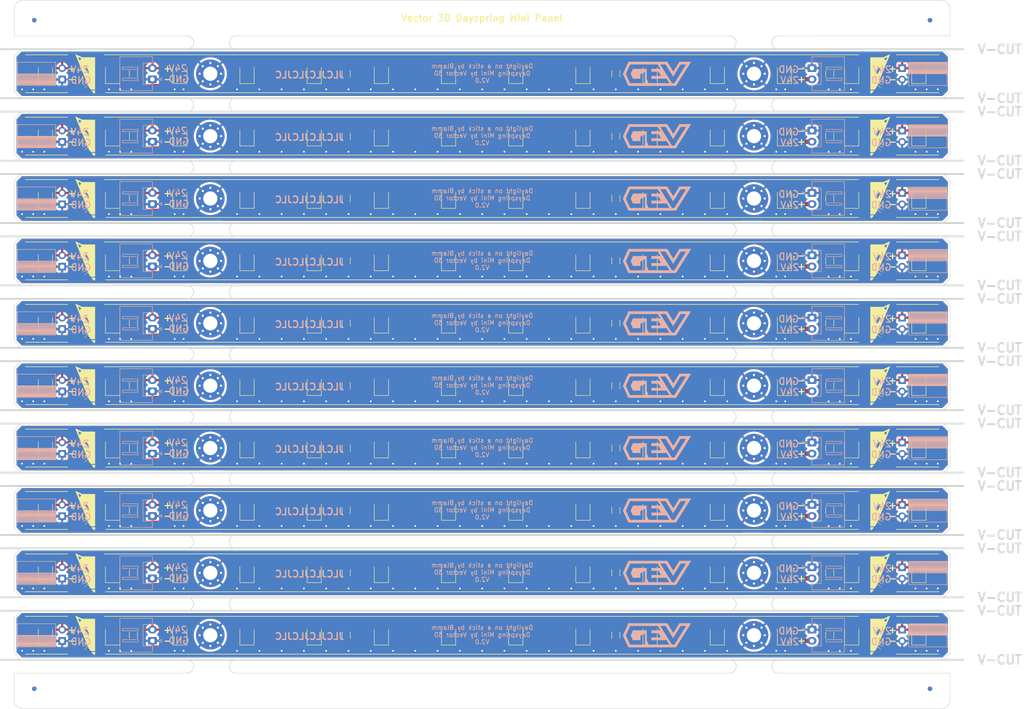
<source format=kicad_pcb>
(kicad_pcb (version 20211014) (generator pcbnew)
  (layers (0 "F.Cu" signal) (31 "B.Cu" signal) (34 "B.Paste" user) (35 "F.Paste" user) (36 "B.SilkS" user "B.Silkscreen") (37 "F.SilkS" user "F.Silkscreen") (38 "B.Mask" user) (39 "F.Mask" user) (44 "Edge.Cuts" user))
  (net 0 "")
  (net 1 "Board_0-+24V")
  (net 2 "Board_0-GND")
  (net 3 "Board_0-Net-(D1-Pad1)")
  (net 4 "Board_0-Net-(D10-Pad1)")
  (net 5 "Board_0-Net-(D10-Pad2)")
  (net 6 "Board_0-Net-(D11-Pad1)")
  (net 7 "Board_0-Net-(D11-Pad2)")
  (net 8 "Board_0-Net-(D12-Pad1)")
  (net 9 "Board_0-Net-(D12-Pad2)")
  (net 10 "Board_0-Net-(D2-Pad1)")
  (net 11 "Board_0-Net-(D3-Pad1)")
  (net 12 "Board_0-Net-(D4-Pad1)")
  (net 13 "Board_0-Net-(D5-Pad1)")
  (net 14 "Board_0-Net-(D5-Pad2)")
  (net 15 "Board_0-Net-(D6-Pad1)")
  (net 16 "Board_0-Net-(D6-Pad2)")
  (net 17 "Board_0-Net-(D7-Pad1)")
  (net 18 "Board_0-Net-(D9-Pad1)")
  (net 19 "Board_1-+24V")
  (net 20 "Board_1-GND")
  (net 21 "Board_1-Net-(D1-Pad1)")
  (net 22 "Board_1-Net-(D10-Pad1)")
  (net 23 "Board_1-Net-(D10-Pad2)")
  (net 24 "Board_1-Net-(D11-Pad1)")
  (net 25 "Board_1-Net-(D11-Pad2)")
  (net 26 "Board_1-Net-(D12-Pad1)")
  (net 27 "Board_1-Net-(D12-Pad2)")
  (net 28 "Board_1-Net-(D2-Pad1)")
  (net 29 "Board_1-Net-(D3-Pad1)")
  (net 30 "Board_1-Net-(D4-Pad1)")
  (net 31 "Board_1-Net-(D5-Pad1)")
  (net 32 "Board_1-Net-(D5-Pad2)")
  (net 33 "Board_1-Net-(D6-Pad1)")
  (net 34 "Board_1-Net-(D6-Pad2)")
  (net 35 "Board_1-Net-(D7-Pad1)")
  (net 36 "Board_1-Net-(D9-Pad1)")
  (net 37 "Board_2-+24V")
  (net 38 "Board_2-GND")
  (net 39 "Board_2-Net-(D1-Pad1)")
  (net 40 "Board_2-Net-(D10-Pad1)")
  (net 41 "Board_2-Net-(D10-Pad2)")
  (net 42 "Board_2-Net-(D11-Pad1)")
  (net 43 "Board_2-Net-(D11-Pad2)")
  (net 44 "Board_2-Net-(D12-Pad1)")
  (net 45 "Board_2-Net-(D12-Pad2)")
  (net 46 "Board_2-Net-(D2-Pad1)")
  (net 47 "Board_2-Net-(D3-Pad1)")
  (net 48 "Board_2-Net-(D4-Pad1)")
  (net 49 "Board_2-Net-(D5-Pad1)")
  (net 50 "Board_2-Net-(D5-Pad2)")
  (net 51 "Board_2-Net-(D6-Pad1)")
  (net 52 "Board_2-Net-(D6-Pad2)")
  (net 53 "Board_2-Net-(D7-Pad1)")
  (net 54 "Board_2-Net-(D9-Pad1)")
  (net 55 "Board_3-+24V")
  (net 56 "Board_3-GND")
  (net 57 "Board_3-Net-(D1-Pad1)")
  (net 58 "Board_3-Net-(D10-Pad1)")
  (net 59 "Board_3-Net-(D10-Pad2)")
  (net 60 "Board_3-Net-(D11-Pad1)")
  (net 61 "Board_3-Net-(D11-Pad2)")
  (net 62 "Board_3-Net-(D12-Pad1)")
  (net 63 "Board_3-Net-(D12-Pad2)")
  (net 64 "Board_3-Net-(D2-Pad1)")
  (net 65 "Board_3-Net-(D3-Pad1)")
  (net 66 "Board_3-Net-(D4-Pad1)")
  (net 67 "Board_3-Net-(D5-Pad1)")
  (net 68 "Board_3-Net-(D5-Pad2)")
  (net 69 "Board_3-Net-(D6-Pad1)")
  (net 70 "Board_3-Net-(D6-Pad2)")
  (net 71 "Board_3-Net-(D7-Pad1)")
  (net 72 "Board_3-Net-(D9-Pad1)")
  (net 73 "Board_4-+24V")
  (net 74 "Board_4-GND")
  (net 75 "Board_4-Net-(D1-Pad1)")
  (net 76 "Board_4-Net-(D10-Pad1)")
  (net 77 "Board_4-Net-(D10-Pad2)")
  (net 78 "Board_4-Net-(D11-Pad1)")
  (net 79 "Board_4-Net-(D11-Pad2)")
  (net 80 "Board_4-Net-(D12-Pad1)")
  (net 81 "Board_4-Net-(D12-Pad2)")
  (net 82 "Board_4-Net-(D2-Pad1)")
  (net 83 "Board_4-Net-(D3-Pad1)")
  (net 84 "Board_4-Net-(D4-Pad1)")
  (net 85 "Board_4-Net-(D5-Pad1)")
  (net 86 "Board_4-Net-(D5-Pad2)")
  (net 87 "Board_4-Net-(D6-Pad1)")
  (net 88 "Board_4-Net-(D6-Pad2)")
  (net 89 "Board_4-Net-(D7-Pad1)")
  (net 90 "Board_4-Net-(D9-Pad1)")
  (net 91 "Board_5-+24V")
  (net 92 "Board_5-GND")
  (net 93 "Board_5-Net-(D1-Pad1)")
  (net 94 "Board_5-Net-(D10-Pad1)")
  (net 95 "Board_5-Net-(D10-Pad2)")
  (net 96 "Board_5-Net-(D11-Pad1)")
  (net 97 "Board_5-Net-(D11-Pad2)")
  (net 98 "Board_5-Net-(D12-Pad1)")
  (net 99 "Board_5-Net-(D12-Pad2)")
  (net 100 "Board_5-Net-(D2-Pad1)")
  (net 101 "Board_5-Net-(D3-Pad1)")
  (net 102 "Board_5-Net-(D4-Pad1)")
  (net 103 "Board_5-Net-(D5-Pad1)")
  (net 104 "Board_5-Net-(D5-Pad2)")
  (net 105 "Board_5-Net-(D6-Pad1)")
  (net 106 "Board_5-Net-(D6-Pad2)")
  (net 107 "Board_5-Net-(D7-Pad1)")
  (net 108 "Board_5-Net-(D9-Pad1)")
  (net 109 "Board_6-+24V")
  (net 110 "Board_6-GND")
  (net 111 "Board_6-Net-(D1-Pad1)")
  (net 112 "Board_6-Net-(D10-Pad1)")
  (net 113 "Board_6-Net-(D10-Pad2)")
  (net 114 "Board_6-Net-(D11-Pad1)")
  (net 115 "Board_6-Net-(D11-Pad2)")
  (net 116 "Board_6-Net-(D12-Pad1)")
  (net 117 "Board_6-Net-(D12-Pad2)")
  (net 118 "Board_6-Net-(D2-Pad1)")
  (net 119 "Board_6-Net-(D3-Pad1)")
  (net 120 "Board_6-Net-(D4-Pad1)")
  (net 121 "Board_6-Net-(D5-Pad1)")
  (net 122 "Board_6-Net-(D5-Pad2)")
  (net 123 "Board_6-Net-(D6-Pad1)")
  (net 124 "Board_6-Net-(D6-Pad2)")
  (net 125 "Board_6-Net-(D7-Pad1)")
  (net 126 "Board_6-Net-(D9-Pad1)")
  (net 127 "Board_7-+24V")
  (net 128 "Board_7-GND")
  (net 129 "Board_7-Net-(D1-Pad1)")
  (net 130 "Board_7-Net-(D10-Pad1)")
  (net 131 "Board_7-Net-(D10-Pad2)")
  (net 132 "Board_7-Net-(D11-Pad1)")
  (net 133 "Board_7-Net-(D11-Pad2)")
  (net 134 "Board_7-Net-(D12-Pad1)")
  (net 135 "Board_7-Net-(D12-Pad2)")
  (net 136 "Board_7-Net-(D2-Pad1)")
  (net 137 "Board_7-Net-(D3-Pad1)")
  (net 138 "Board_7-Net-(D4-Pad1)")
  (net 139 "Board_7-Net-(D5-Pad1)")
  (net 140 "Board_7-Net-(D5-Pad2)")
  (net 141 "Board_7-Net-(D6-Pad1)")
  (net 142 "Board_7-Net-(D6-Pad2)")
  (net 143 "Board_7-Net-(D7-Pad1)")
  (net 144 "Board_7-Net-(D9-Pad1)")
  (net 145 "Board_8-+24V")
  (net 146 "Board_8-GND")
  (net 147 "Board_8-Net-(D1-Pad1)")
  (net 148 "Board_8-Net-(D10-Pad1)")
  (net 149 "Board_8-Net-(D10-Pad2)")
  (net 150 "Board_8-Net-(D11-Pad1)")
  (net 151 "Board_8-Net-(D11-Pad2)")
  (net 152 "Board_8-Net-(D12-Pad1)")
  (net 153 "Board_8-Net-(D12-Pad2)")
  (net 154 "Board_8-Net-(D2-Pad1)")
  (net 155 "Board_8-Net-(D3-Pad1)")
  (net 156 "Board_8-Net-(D4-Pad1)")
  (net 157 "Board_8-Net-(D5-Pad1)")
  (net 158 "Board_8-Net-(D5-Pad2)")
  (net 159 "Board_8-Net-(D6-Pad1)")
  (net 160 "Board_8-Net-(D6-Pad2)")
  (net 161 "Board_8-Net-(D7-Pad1)")
  (net 162 "Board_8-Net-(D9-Pad1)")
  (net 163 "Board_9-+24V")
  (net 164 "Board_9-GND")
  (net 165 "Board_9-Net-(D1-Pad1)")
  (net 166 "Board_9-Net-(D10-Pad1)")
  (net 167 "Board_9-Net-(D10-Pad2)")
  (net 168 "Board_9-Net-(D11-Pad1)")
  (net 169 "Board_9-Net-(D11-Pad2)")
  (net 170 "Board_9-Net-(D12-Pad1)")
  (net 171 "Board_9-Net-(D12-Pad2)")
  (net 172 "Board_9-Net-(D2-Pad1)")
  (net 173 "Board_9-Net-(D3-Pad1)")
  (net 174 "Board_9-Net-(D4-Pad1)")
  (net 175 "Board_9-Net-(D5-Pad1)")
  (net 176 "Board_9-Net-(D5-Pad2)")
  (net 177 "Board_9-Net-(D6-Pad1)")
  (net 178 "Board_9-Net-(D6-Pad2)")
  (net 179 "Board_9-Net-(D7-Pad1)")
  (net 180 "Board_9-Net-(D9-Pad1)")
  (footprint "LED_SMD:LED_PLCC_2835" (layer "F.Cu") (at 187.846153 143.5 90)
    (fp_text reference "D10")
    (fp_text value "LED_ALT")
  )
  (footprint "Resistor_SMD:R_1206_3216Metric" (layer "F.Cu") (at 198 87.5 90)
    (fp_text reference "R4")
    (fp_text value "20R 0.25W")
  )
  (footprint "LED_SMD:LED_PLCC_2835" (layer "F.Cu") (at 97.384615 45.5 90)
    (fp_text reference "D11")
    (fp_text value "LED_ALT")
  )
  (footprint "LED_SMD:LED_PLCC_2835" (layer "F.Cu") (at 127.538461 45.5 90)
    (fp_text reference "D2")
    (fp_text value "LED_ALT")
  )
  (footprint "LED_SMD:LED_PLCC_2835" (layer "F.Cu") (at 52.153846 115.5 90)
    (fp_text reference "D5")
    (fp_text value "LED_ALT")
  )
  (footprint "LED_SMD:LED_PLCC_2835" (layer "F.Cu") (at 67.230769 101.5 90)
    (fp_text reference "D7")
    (fp_text value "LED_ALT")
  )
  (footprint "LED_SMD:LED_PLCC_2835" (layer "F.Cu") (at 187.846153 115.5 90)
    (fp_text reference "D10")
    (fp_text value "LED_ALT")
  )
  (footprint "LED_SMD:LED_PLCC_2835" (layer "F.Cu") (at 218 143.5 90)
    (fp_text reference "D14")
    (fp_text value "LED_ALT")
  )
  (footprint "LED_SMD:LED_PLCC_2835" (layer "F.Cu") (at 142.615384 115.5 90)
    (fp_text reference "D4")
    (fp_text value "LED_ALT")
  )
  (footprint "LED_SMD:LED_PLCC_2835" (layer "F.Cu") (at 127.538461 115.5 90)
    (fp_text reference "D2")
    (fp_text value "LED_ALT")
  )
  (footprint "LED_SMD:LED_PLCC_2835" (layer "F.Cu") (at 202.923076 87.5 90)
    (fp_text reference "D12")
    (fp_text value "LED_ALT")
  )
  (footprint "LED_SMD:LED_PLCC_2835" (layer "F.Cu") (at 97.384615 129.5 90)
    (fp_text reference "D11")
    (fp_text value "LED_ALT")
  )
  (footprint "Resistor_SMD:R_1206_3216Metric" (layer "F.Cu") (at 198 101.5 90)
    (fp_text reference "R4")
    (fp_text value "20R 0.25W")
  )
  (footprint "MountingHole:MountingHole_3.2mm_M3_Pad_Via" (layer "F.Cu") (at 181 157.5)
    (fp_text reference "H2")
    (fp_text value "MountingHole")
  )
  (footprint "LED_SMD:LED_PLCC_2835" (layer "F.Cu") (at 202.923076 143.5 90)
    (fp_text reference "D12")
    (fp_text value "LED_ALT")
  )
  (footprint "LED_SMD:LED_PLCC_2835" (layer "F.Cu") (at 52.153846 143.5 90)
    (fp_text reference "D5")
    (fp_text value "LED_ALT")
  )
  (footprint "LED_SMD:LED_PLCC_2835" (layer "F.Cu") (at 202.923076 157.5 90)
    (fp_text reference "D12")
    (fp_text value "LED_ALT")
  )
  (footprint "LED_SMD:LED_PLCC_2835" (layer "F.Cu") (at 52.153846 31.5 90)
    (fp_text reference "D5")
    (fp_text value "LED_ALT")
  )
  (footprint "LED_SMD:LED_PLCC_2835" (layer "F.Cu") (at 37.076923 73.5 90)
    (fp_text reference "D3")
    (fp_text value "LED_ALT")
  )
  (footprint "LED_SMD:LED_PLCC_2835" (layer "F.Cu") (at 67.230769 45.5 90)
    (fp_text reference "D7")
    (fp_text value "LED_ALT")
  )
  (footprint "Resistor_SMD:R_1206_3216Metric" (layer "F.Cu") (at 89.5 115.5 90)
    (fp_text reference "R3")
    (fp_text value "20R 0.25W")
  )
  (footprint "Resistor_SMD:R_1206_3216Metric" (layer "F.Cu") (at 198 73.5 90)
    (fp_text reference "R4")
    (fp_text value "20R 0.25W")
  )
  (footprint "LED_SMD:LED_PLCC_2835" (layer "F.Cu") (at 52.153846 59.5 90)
    (fp_text reference "D5")
    (fp_text value "LED_ALT")
  )
  (footprint "LED_SMD:LED_PLCC_2835" (layer "F.Cu") (at 82.307692 129.5 90)
    (fp_text reference "D9")
    (fp_text value "LED_ALT")
  )
  (footprint "Fiducial" (layer "F.Cu") (at 19.5 169.5)
    (fp_text reference "REF**" hide)
    (fp_text value "Fiducial" hide)
  )
  (footprint "LED_SMD:LED_PLCC_2835" (layer "F.Cu") (at 82.307692 87.5 90)
    (fp_text reference "D9")
    (fp_text value "LED_ALT")
  )
  (footprint "MountingHole:MountingHole_3.2mm_M3_Pad_Via" (layer "F.Cu") (at 59 59.5)
    (fp_text reference "H1")
    (fp_text value "MountingHole")
  )
  (footprint "LED_SMD:LED_PLCC_2835" (layer "F.Cu") (at 157.692307 143.5 90)
    (fp_text reference "D6")
    (fp_text value "LED_ALT")
  )
  (footprint "LED_SMD:LED_PLCC_2835" (layer "F.Cu") (at 202.923076 129.5 90)
    (fp_text reference "D12")
    (fp_text value "LED_ALT")
  )
  (footprint "LED_SMD:LED_PLCC_2835" (layer "F.Cu") (at 22 45.5 90)
    (fp_text reference "D1")
    (fp_text value "LED_ALT")
  )
  (footprint "Resistor_SMD:R_1206_3216Metric" (layer "F.Cu") (at 198 115.5 90)
    (fp_text reference "R4")
    (fp_text value "20R 0.25W")
  )
  (footprint "MountingHole:MountingHole_3.2mm_M3_Pad_Via" (layer "F.Cu") (at 181 31.5)
    (fp_text reference "H2")
    (fp_text value "MountingHole")
  )
  (footprint "Daylight:RR_Logo_9mm_F-Silk" (layer "F.Cu") (at 208 73.5)
    (fp_text reference "G***")
    (fp_text value "LOGO" hide)
  )
  (footprint "Resistor_SMD:R_1206_3216Metric" (layer "F.Cu") (at 41.75 129.5 90)
    (fp_text reference "R1")
    (fp_text value "20R 0.25W")
  )
  (footprint "LED_SMD:LED_PLCC_2835" (layer "F.Cu") (at 172.76923 73.5 90)
    (fp_text reference "D8")
    (fp_text value "LED_ALT")
  )
  (footprint "LED_SMD:LED_PLCC_2835" (layer "F.Cu") (at 22 59.5 90)
    (fp_text reference "D1")
    (fp_text value "LED_ALT")
  )
  (footprint "Resistor_SMD:R_1206_3216Metric" (layer "F.Cu") (at 41.75 45.5 90)
    (fp_text reference "R1")
    (fp_text value "20R 0.25W")
  )
  (footprint "LED_SMD:LED_PLCC_2835" (layer "F.Cu") (at 142.615384 143.5 90)
    (fp_text reference "D4")
    (fp_text value "LED_ALT")
  )
  (footprint "LED_SMD:LED_PLCC_2835" (layer "F.Cu") (at 37.076923 115.5 90)
    (fp_text reference "D3")
    (fp_text value "LED_ALT")
  )
  (footprint "Resistor_SMD:R_1206_3216Metric" (layer "F.Cu") (at 150 59.5 90)
    (fp_text reference "R2")
    (fp_text value "20R 0.25W")
  )
  (footprint "LED_SMD:LED_PLCC_2835" (layer "F.Cu") (at 37.076923 45.5 90)
    (fp_text reference "D3")
    (fp_text value "LED_ALT")
  )
  (footprint "Resistor_SMD:R_1206_3216Metric" (layer "F.Cu") (at 150 143.5 90)
    (fp_text reference "R2")
    (fp_text value "20R 0.25W")
  )
  (footprint "Daylight:RR_Logo_9mm_F-Silk" (layer "F.Cu") (at 32.25 45.5)
    (fp_text reference "G***")
    (fp_text value "LOGO" hide)
  )
  (footprint "LED_SMD:LED_PLCC_2835" (layer "F.Cu") (at 82.307692 59.5 90)
    (fp_text reference "D9")
    (fp_text value "LED_ALT")
  )
  (footprint "Daylight:RR_Logo_9mm_F-Silk" (layer "F.Cu") (at 32.25 31.5)
    (fp_text reference "G***")
    (fp_text value "LOGO" hide)
  )
  (footprint "MountingHole:MountingHole_3.2mm_M3_Pad_Via" (layer "F.Cu") (at 59 115.5)
    (fp_text reference "H1")
    (fp_text value "MountingHole")
  )
  (footprint "Daylight:RR_Logo_9mm_F-Silk" (layer "F.Cu") (at 32.25 143.5)
    (fp_text reference "G***")
    (fp_text value "LOGO" hide)
  )
  (footprint "Resistor_SMD:R_1206_3216Metric" (layer "F.Cu") (at 89.5 129.5 90)
    (fp_text reference "R3")
    (fp_text value "20R 0.25W")
  )
  (footprint "Daylight:RR_Logo_9mm_F-Silk" (layer "F.Cu") (at 208 59.5)
    (fp_text reference "G***")
    (fp_text value "LOGO" hide)
  )
  (footprint "Resistor_SMD:R_1206_3216Metric" (layer "F.Cu") (at 198 31.5 90)
    (fp_text reference "R4")
    (fp_text value "20R 0.25W")
  )
  (footprint "MountingHole:MountingHole_3.2mm_M3_Pad_Via" (layer "F.Cu") (at 181 87.5)
    (fp_text reference "H2")
    (fp_text value "MountingHole")
  )
  (footprint "LED_SMD:LED_PLCC_2835" (layer "F.Cu") (at 112.461538 59.5 90)
    (fp_text reference "D13")
    (fp_text value "LED_ALT")
  )
  (footprint "LED_SMD:LED_PLCC_2835" (layer "F.Cu") (at 142.615384 157.5 90)
    (fp_text reference "D4")
    (fp_text value "LED_ALT")
  )
  (footprint "Resistor_SMD:R_1206_3216Metric" (layer "F.Cu") (at 89.5 157.5 90)
    (fp_text reference "R3")
    (fp_text value "20R 0.25W")
  )
  (footprint "MountingHole:MountingHole_3.2mm_M3_Pad_Via" (layer "F.Cu") (at 181 129.5)
    (fp_text reference "H2")
    (fp_text value "MountingHole")
  )
  (footprint "LED_SMD:LED_PLCC_2835" (layer "F.Cu") (at 218 73.5 90)
    (fp_text reference "D14")
    (fp_text value "LED_ALT")
  )
  (footprint "LED_SMD:LED_PLCC_2835" (layer "F.Cu") (at 52.153846 87.5 90)
    (fp_text reference "D5")
    (fp_text value "LED_ALT")
  )
  (footprint "Fiducial" (layer "F.Cu") (at 220.5 169.5)
    (fp_text reference "REF**" hide)
    (fp_text value "Fiducial" hide)
  )
  (footprint "LED_SMD:LED_PLCC_2835" (layer "F.Cu") (at 67.230769 157.5 90)
    (fp_text reference "D7")
    (fp_text value "LED_ALT")
  )
  (footprint "LED_SMD:LED_PLCC_2835" (layer "F.Cu") (at 82.307692 73.5 90)
    (fp_text reference "D9")
    (fp_text value "LED_ALT")
  )
  (footprint "LED_SMD:LED_PLCC_2835" (layer "F.Cu") (at 172.76923 157.5 90)
    (fp_text reference "D8")
    (fp_text value "LED_ALT")
  )
  (footprint "LED_SMD:LED_PLCC_2835" (layer "F.Cu") (at 157.692307 45.5 90)
    (fp_text reference "D6")
    (fp_text value "LED_ALT")
  )
  (footprint "LED_SMD:LED_PLCC_2835" (layer "F.Cu") (at 142.615384 73.5 90)
    (fp_text reference "D4")
    (fp_text value "LED_ALT")
  )
  (footprint "Resistor_SMD:R_1206_3216Metric" (layer "F.Cu") (at 41.75 101.5 90)
    (fp_text reference "R1")
    (fp_text value "20R 0.25W")
  )
  (footprint "LED_SMD:LED_PLCC_2835" (layer "F.Cu") (at 172.76923 45.5 90)
    (fp_text reference "D8")
    (fp_text value "LED_ALT")
  )
  (footprint "LED_SMD:LED_PLCC_2835" (layer "F.Cu") (at 127.538461 73.5 90)
    (fp_text reference "D2")
    (fp_text value "LED_ALT")
  )
  (footprint "LED_SMD:LED_PLCC_2835" (layer "F.Cu") (at 97.384615 73.5 90)
    (fp_text reference "D11")
    (fp_text value "LED_ALT")
  )
  (footprint "LED_SMD:LED_PLCC_2835" (layer "F.Cu") (at 187.846153 45.5 90)
    (fp_text reference "D10")
    (fp_text value "LED_ALT")
  )
  (footprint "LED_SMD:LED_PLCC_2835" (layer "F.Cu") (at 187.846153 101.5 90)
    (fp_text reference "D10")
    (fp_text value "LED_ALT")
  )
  (footprint "LED_SMD:LED_PLCC_2835" (layer "F.Cu") (at 218 59.5 90)
    (fp_text reference "D14")
    (fp_text value "LED_ALT")
  )
  (footprint "LED_SMD:LED_PLCC_2835" (layer "F.Cu") (at 97.384615 101.5 90)
    (fp_text reference "D11")
    (fp_text value "LED_ALT")
  )
  (footprint "LED_SMD:LED_PLCC_2835" (layer "F.Cu") (at 112.461538 101.5 90)
    (fp_text reference "D13")
    (fp_text value "LED_ALT")
  )
  (footprint "LED_SMD:LED_PLCC_2835" (layer "F.Cu") (at 187.846153 59.5 90)
    (fp_text reference "D10")
    (fp_text value "LED_ALT")
  )
  (footprint "LED_SMD:LED_PLCC_2835" (layer "F.Cu") (at 82.307692 101.5 90)
    (fp_text reference "D9")
    (fp_text value "LED_ALT")
  )
  (footprint "Resistor_SMD:R_1206_3216Metric" (layer "F.Cu") (at 89.5 87.5 90)
    (fp_text reference "R3")
    (fp_text value "20R 0.25W")
  )
  (footprint "Resistor_SMD:R_1206_3216Metric" (layer "F.Cu") (at 150 115.5 90)
    (fp_text reference "R2")
    (fp_text value "20R 0.25W")
  )
  (footprint "MountingHole:MountingHole_3.2mm_M3_Pad_Via" (layer "F.Cu") (at 59 73.5)
    (fp_text reference "H1")
    (fp_text value "MountingHole")
  )
  (footprint "LED_SMD:LED_PLCC_2835" (layer "F.Cu") (at 112.461538 73.5 90)
    (fp_text reference "D13")
    (fp_text value "LED_ALT")
  )
  (footprint "Daylight:RR_Logo_9mm_F-Silk" (layer "F.Cu") (at 208 143.5)
    (fp_text reference "G***")
    (fp_text value "LOGO" hide)
  )
  (footprint "LED_SMD:LED_PLCC_2835" (layer "F.Cu") (at 97.384615 157.5 90)
    (fp_text reference "D11")
    (fp_text value "LED_ALT")
  )
  (footprint "MountingHole:MountingHole_3.2mm_M3_Pad_Via" (layer "F.Cu") (at 59 87.5)
    (fp_text reference "H1")
    (fp_text value "MountingHole")
  )
  (footprint "Daylight:RR_Logo_9mm_F-Silk" (layer "F.Cu") (at 32.25 101.5)
    (fp_text reference "G***")
    (fp_text value "LOGO" hide)
  )
  (footprint "LED_SMD:LED_PLCC_2835" (layer "F.Cu") (at 172.76923 143.5 90)
    (fp_text reference "D8")
    (fp_text value "LED_ALT")
  )
  (footprint "LED_SMD:LED_PLCC_2835" (layer "F.Cu") (at 157.692307 87.5 90)
    (fp_text reference "D6")
    (fp_text value "LED_ALT")
  )
  (footprint "Resistor_SMD:R_1206_3216Metric" (layer "F.Cu") (at 89.5 143.5 90)
    (fp_text reference "R3")
    (fp_text value "20R 0.25W")
  )
  (footprint "MountingHole:MountingHole_3.2mm_M3_Pad_Via" (layer "F.Cu") (at 59 31.5)
    (fp_text reference "H1")
    (fp_text value "MountingHole")
  )
  (footprint "Daylight:RR_Logo_9mm_F-Silk" (layer "F.Cu") (at 32.25 115.5)
    (fp_text reference "G***")
    (fp_text value "LOGO" hide)
  )
  (footprint "LED_SMD:LED_PLCC_2835" (layer "F.Cu") (at 127.538461 129.5 90)
    (fp_text reference "D2")
    (fp_text value "LED_ALT")
  )
  (footprint "MountingHole:MountingHole_3.2mm_M3_Pad_Via" (layer "F.Cu") (at 181 59.5)
    (fp_text reference "H2")
    (fp_text value "MountingHole")
  )
  (footprint "Resistor_SMD:R_1206_3216Metric" (layer "F.Cu") (at 89.5 73.5 90)
    (fp_text reference "R3")
    (fp_text value "20R 0.25W")
  )
  (footprint "LED_SMD:LED_PLCC_2835" (layer "F.Cu") (at 157.692307 115.5 90)
    (fp_text reference "D6")
    (fp_text value "LED_ALT")
  )
  (footprint "Resistor_SMD:R_1206_3216Metric" (layer "F.Cu") (at 41.75 115.5 90)
    (fp_text reference "R1")
    (fp_text value "20R 0.25W")
  )
  (footprint "LED_SMD:LED_PLCC_2835" (layer "F.Cu") (at 22 31.5 90)
    (fp_text reference "D1")
    (fp_text value "LED_ALT")
  )
  (footprint "LED_SMD:LED_PLCC_2835" (layer "F.Cu") (at 142.615384 129.5 90)
    (fp_text reference "D4")
    (fp_text value "LED_ALT")
  )
  (footprint "LED_SMD:LED_PLCC_2835" (layer "F.Cu") (at 218 87.5 90)
    (fp_text reference "D14")
    (fp_text value "LED_ALT")
  )
  (footprint "LED_SMD:LED_PLCC_2835" (layer "F.Cu") (at 37.076923 101.5 90)
    (fp_text reference "D3")
    (fp_text value "LED_ALT")
  )
  (footprint "MountingHole:MountingHole_3.2mm_M3_Pad_Via" (layer "F.Cu") (at 181 45.5)
    (fp_text reference "H2")
    (fp_text value "MountingHole")
  )
  (footprint "LED_SMD:LED_PLCC_2835" (layer "F.Cu") (at 82.307692 157.5 90)
    (fp_text reference "D9")
    (fp_text value "LED_ALT")
  )
  (footprint "LED_SMD:LED_PLCC_2835" (layer "F.Cu") (at 52.153846 73.5 90)
    (fp_text reference "D5")
    (fp_text value "LED_ALT")
  )
  (footprint "LED_SMD:LED_PLCC_2835" (layer "F.Cu") (at 67.230769 129.5 90)
    (fp_text reference "D7")
    (fp_text value "LED_ALT")
  )
  (footprint "LED_SMD:LED_PLCC_2835" (layer "F.Cu") (at 67.230769 143.5 90)
    (fp_text reference "D7")
    (fp_text value "LED_ALT")
  )
  (footprint "Resistor_SMD:R_1206_3216Metric" (layer "F.Cu") (at 41.75 157.5 90)
    (fp_text reference "R1")
    (fp_text value "20R 0.25W")
  )
  (footprint "Resistor_SMD:R_1206_3216Metric" (layer "F.Cu") (at 198 45.5 90)
    (fp_text reference "R4")
    (fp_text value "20R 0.25W")
  )
  (footprint "Resistor_SMD:R_1206_3216Metric" (layer "F.Cu") (at 41.75 59.5 90)
    (fp_text reference "R1")
    (fp_text value "20R 0.25W")
  )
  (footprint "LED_SMD:LED_PLCC_2835" (layer "F.Cu") (at 22 129.5 90)
    (fp_text reference "D1")
    (fp_text value "LED_ALT")
  )
  (footprint "LED_SMD:LED_PLCC_2835" (layer "F.Cu") (at 97.384615 143.5 90)
    (fp_text reference "D11")
    (fp_text value "LED_ALT")
  )
  (footprint "LED_SMD:LED_PLCC_2835" (layer "F.Cu") (at 97.384615 87.5 90)
    (fp_text reference "D11")
    (fp_text value "LED_ALT")
  )
  (footprint "Resistor_SMD:R_1206_3216Metric" (layer "F.Cu") (at 150 45.5 90)
    (fp_text reference "R2")
    (fp_text value "20R 0.25W")
  )
  (footprint "LED_SMD:LED_PLCC_2835" (layer "F.Cu") (at 37.076923 143.5 90)
    (fp_text reference "D3")
    (fp_text value "LED_ALT")
  )
  (footprint "Daylight:RR_Logo_9mm_F-Silk" (layer "F.Cu") (at 208 45.5)
    (fp_text reference "G***")
    (fp_text value "LOGO" hide)
  )
  (footprint "Resistor_SMD:R_1206_3216Metric" (layer "F.Cu") (at 150 87.5 90)
    (fp_text reference "R2")
    (fp_text value "20R 0.25W")
  )
  (footprint "Resistor_SMD:R_1206_3216Metric" (layer "F.Cu") (at 150 101.5 90)
    (fp_text reference "R2")
    (fp_text value "20R 0.25W")
  )
  (footprint "Resistor_SMD:R_1206_3216Metric" (layer "F.Cu") (at 150 129.5 90)
    (fp_text reference "R2")
    (fp_text value "20R 0.25W")
  )
  (footprint "LED_SMD:LED_PLCC_2835" (layer "F.Cu") (at 202.923076 45.5 90)
    (fp_text reference "D12")
    (fp_text value "LED_ALT")
  )
  (footprint "Resistor_SMD:R_1206_3216Metric" (layer "F.Cu") (at 89.5 101.5 90)
    (fp_text reference "R3")
    (fp_text value "20R 0.25W")
  )
  (footprint "LED_SMD:LED_PLCC_2835" (layer "F.Cu") (at 127.538461 31.5 90)
    (fp_text reference "D2")
    (fp_text value "LED_ALT")
  )
  (footprint "LED_SMD:LED_PLCC_2835" (layer "F.Cu") (at 202.923076 101.5 90)
    (fp_text reference "D12")
    (fp_text value "LED_ALT")
  )
  (footprint "Resistor_SMD:R_1206_3216Metric" (layer "F.Cu") (at 41.75 73.5 90)
    (fp_text reference "R1")
    (fp_text value "20R 0.25W")
  )
  (footprint "Resistor_SMD:R_1206_3216Metric" (layer "F.Cu") (at 89.5 45.5 90)
    (fp_text reference "R3")
    (fp_text value "20R 0.25W")
  )
  (footprint "LED_SMD:LED_PLCC_2835" (layer "F.Cu") (at 112.461538 31.5 90)
    (fp_text reference "D13")
    (fp_text value "LED_ALT")
  )
  (footprint "LED_SMD:LED_PLCC_2835" (layer "F.Cu") (at 172.76923 87.5 90)
    (fp_text reference "D8")
    (fp_text value "LED_ALT")
  )
  (footprint "LED_SMD:LED_PLCC_2835" (layer "F.Cu") (at 37.076923 59.5 90)
    (fp_text reference "D3")
    (fp_text value "LED_ALT")
  )
  (footprint "LED_SMD:LED_PLCC_2835" (layer "F.Cu") (at 172.76923 115.5 90)
    (fp_text reference "D8")
    (fp_text value "LED_ALT")
  )
  (footprint "LED_SMD:LED_PLCC_2835" (layer "F.Cu") (at 97.384615 115.5 90)
    (fp_text reference "D11")
    (fp_text value "LED_ALT")
  )
  (footprint "LED_SMD:LED_PLCC_2835" (layer "F.Cu") (at 67.230769 115.5 90)
    (fp_text reference "D7")
    (fp_text value "LED_ALT")
  )
  (footprint "LED_SMD:LED_PLCC_2835" (layer "F.Cu") (at 22 73.5 90)
    (fp_text reference "D1")
    (fp_text value "LED_ALT")
  )
  (footprint "LED_SMD:LED_PLCC_2835" (layer "F.Cu") (at 37.076923 87.5 90)
    (fp_text reference "D3")
    (fp_text value "LED_ALT")
  )
  (footprint "Daylight:RR_Logo_9mm_F-Silk" (layer "F.Cu") (at 208 115.5)
    (fp_text reference "G***")
    (fp_text value "LOGO" hide)
  )
  (footprint "Daylight:RR_Logo_9mm_F-Silk" (layer "F.Cu") (at 32.25 157.5)
    (fp_text reference "G***")
    (fp_text value "LOGO" hide)
  )
  (footprint "LED_SMD:LED_PLCC_2835" (layer "F.Cu") (at 142.615384 45.5 90)
    (fp_text reference "D4")
    (fp_text value "LED_ALT")
  )
  (footprint "Daylight:RR_Logo_9mm_F-Silk" (layer "F.Cu") (at 208 87.5)
    (fp_text reference "G***")
    (fp_text value "LOGO" hide)
  )
  (footprint "Daylight:RR_Logo_9mm_F-Silk" (layer "F.Cu") (at 32.25 87.5)
    (fp_text reference "G***")
    (fp_text value "LOGO" hide)
  )
  (footprint "Daylight:RR_Logo_9mm_F-Silk" (layer "F.Cu") (at 208 157.5)
    (fp_text reference "G***")
    (fp_text value "LOGO" hide)
  )
  (footprint "LED_SMD:LED_PLCC_2835" (layer "F.Cu") (at 187.846153 157.5 90)
    (fp_text reference "D10")
    (fp_text value "LED_ALT")
  )
  (footprint "LED_SMD:LED_PLCC_2835" (layer "F.Cu") (at 142.615384 87.5 90)
    (fp_text reference "D4")
    (fp_text value "LED_ALT")
  )
  (footprint "LED_SMD:LED_PLCC_2835" (layer "F.Cu") (at 112.461538 87.5 90)
    (fp_text reference "D13")
    (fp_text value "LED_ALT")
  )
  (footprint "LED_SMD:LED_PLCC_2835" (layer "F.Cu") (at 127.538461 59.5 90)
    (fp_text reference "D2")
    (fp_text value "LED_ALT")
  )
  (footprint "LED_SMD:LED_PLCC_2835" (layer "F.Cu") (at 97.384615 31.5 90)
    (fp_text reference "D11")
    (fp_text value "LED_ALT")
  )
  (footprint "Resistor_SMD:R_1206_3216Metric" (layer "F.Cu") (at 198 157.5 90)
    (fp_text reference "R4")
    (fp_text value "20R 0.25W")
  )
  (footprint "LED_SMD:LED_PLCC_2835" (layer "F.Cu") (at 202.923076 115.5 90)
    (fp_text reference "D12")
    (fp_text value "LED_ALT")
  )
  (footprint "Daylight:RR_Logo_9mm_F-Silk" (layer "F.Cu") (at 208 129.5)
    (fp_text reference "G***")
    (fp_text value "LOGO" hide)
  )
  (footprint "Resistor_SMD:R_1206_3216Metric" (layer "F.Cu") (at 41.75 87.5 90)
    (fp_text reference "R1")
    (fp_text value "20R 0.25W")
  )
  (footprint "LED_SMD:LED_PLCC_2835" (layer "F.Cu") (at 67.230769 87.5 90)
    (fp_text reference "D7")
    (fp_text value "LED_ALT")
  )
  (footprint "LED_SMD:LED_PLCC_2835" (layer "F.Cu") (at 127.538461 87.5 90)
    (fp_text reference "D2")
    (fp_text value "LED_ALT")
  )
  (footprint "MountingHole:MountingHole_3.2mm_M3_Pad_Via" (layer "F.Cu") (at 59 157.5)
    (fp_text reference "H1")
    (fp_text value "MountingHole")
  )
  (footprint "MountingHole:MountingHole_3.2mm_M3_Pad_Via" (layer "F.Cu") (at 59 143.5)
    (fp_text reference "H1")
    (fp_text value "MountingHole")
  )
  (footprint "Resistor_SMD:R_1206_3216Metric" (layer "F.Cu") (at 150 157.5 90)
    (fp_text reference "R2")
    (fp_text value "20R 0.25W")
  )
  (footprint "LED_SMD:LED_PLCC_2835" (layer "F.Cu") (at 202.923076 59.5 90)
    (fp_text reference "D12")
    (fp_text value "LED_ALT")
  )
  (footprint "Resistor_SMD:R_1206_3216Metric" (layer "F.Cu") (at 150 73.5 90)
    (fp_text reference "R2")
    (fp_text value "20R 0.25W")
  )
  (footprint "Resistor_SMD:R_1206_3216Metric" (layer "F.Cu") (at 198 129.5 90)
    (fp_text reference "R4")
    (fp_text value "20R 0.25W")
  )
  (footprint "Resistor_SMD:R_1206_3216Metric" (layer "F.Cu") (at 198 143.5 90)
    (fp_text reference "R4")
    (fp_text value "20R 0.25W")
  )
  (footprint "MountingHole:MountingHole_3.2mm_M3_Pad_Via" (layer "F.Cu") (at 181 115.5)
    (fp_text reference "H2")
    (fp_text value "MountingHole")
  )
  (footprint "LED_SMD:LED_PLCC_2835" (layer "F.Cu") (at 52.153846 45.5 90)
    (fp_text reference "D5")
    (fp_text value "LED_ALT")
  )
  (footprint "LED_SMD:LED_PLCC_2835" (layer "F.Cu") (at 218 31.5 90)
    (fp_text reference "D14")
    (fp_text value "LED_ALT")
  )
  (footprint "LED_SMD:LED_PLCC_2835" (layer "F.Cu") (at 157.692307 31.5 90)
    (fp_text reference "D6")
    (fp_text value "LED_ALT")
  )
  (footprint "LED_SMD:LED_PLCC_2835" (layer "F.Cu") (at 218 101.5 90)
    (fp_text reference "D14")
    (fp_text value "LED_ALT")
  )
  (footprint "LED_SMD:LED_PLCC_2835" (layer "F.Cu") (at 112.461538 45.5 90)
    (fp_text reference "D13")
    (fp_text value "LED_ALT")
  )
  (footprint "LED_SMD:LED_PLCC_2835" (layer "F.Cu") (at 112.461538 129.5 90)
    (fp_text reference "D13")
    (fp_text value "LED_ALT")
  )
  (footprint "LED_SMD:LED_PLCC_2835" (layer "F.Cu") (at 22 101.5 90)
    (fp_text reference "D1")
    (fp_text value "LED_ALT")
  )
  (footprint "LED_SMD:LED_PLCC_2835" (layer "F.Cu") (at 218 157.5 90)
    (fp_text reference "D14")
    (fp_text value "LED_ALT")
  )
  (footprint "LED_SMD:LED_PLCC_2835" (layer "F.Cu") (at 97.384615 59.5 90)
    (fp_text reference "D11")
    (fp_text value "LED_ALT")
  )
  (footprint "LED_SMD:LED_PLCC_2835" (layer "F.Cu") (at 82.307692 31.5 90)
    (fp_text reference "D9")
    (fp_text value "LED_ALT")
  )
  (footprint "MountingHole:MountingHole_3.2mm_M3_Pad_Via" (layer "F.Cu") (at 59 129.5)
    (fp_text reference "H1")
    (fp_text value "MountingHole")
  )
  (footprint "LED_SMD:LED_PLCC_2835" (layer "F.Cu") (at 22 143.5 90)
    (fp_text reference "D1")
    (fp_text value "LED_ALT")
  )
  (footprint "LED_SMD:LED_PLCC_2835" (layer "F.Cu") (at 22 157.5 90)
    (fp_text reference "D1")
    (fp_text value "LED_ALT")
  )
  (footprint "LED_SMD:LED_PLCC_2835" (layer "F.Cu") (at 52.153846 129.5 90)
    (fp_text reference "D5")
    (fp_text value "LED_ALT")
  )
  (footprint "LED_SMD:LED_PLCC_2835" (layer "F.Cu") (at 172.76923 59.5 90)
    (fp_text reference "D8")
    (fp_text value "LED_ALT")
  )
  (footprint "LED_SMD:LED_PLCC_2835" (layer "F.Cu") (at 172.76923 129.5 90)
    (fp_text reference "D8")
    (fp_text value "LED_ALT")
  )
  (footprint "LED_SMD:LED_PLCC_2835" (layer "F.Cu") (at 112.461538 115.5 90)
    (fp_text reference "D13")
    (fp_text value "LED_ALT")
  )
  (footprint "LED_SMD:LED_PLCC_2835" (layer "F.Cu") (at 82.307692 143.5 90)
    (fp_text reference "D9")
    (fp_text value "LED_ALT")
  )
  (footprint "Resistor_SMD:R_1206_3216Metric" (layer "F.Cu") (at 41.75 31.5 90)
    (fp_text reference "R1")
    (fp_text value "20R 0.25W")
  )
  (footprint "MountingHole:MountingHole_3.2mm_M3_Pad_Via" (layer "F.Cu") (at 181 101.5)
    (fp_text reference "H2")
    (fp_text value "MountingHole")
  )
  (footprint "LED_SMD:LED_PLCC_2835" (layer "F.Cu") (at 218 129.5 90)
    (fp_text reference "D14")
    (fp_text value "LED_ALT")
  )
  (footprint "LED_SMD:LED_PLCC_2835" (layer "F.Cu") (at 52.153846 101.5 90)
    (fp_text reference "D5")
    (fp_text value "LED_ALT")
  )
  (footprint "Resistor_SMD:R_1206_3216Metric" (layer "F.Cu") (at 41.75 143.5 90)
    (fp_text reference "R1")
    (fp_text value "20R 0.25W")
  )
  (footprint "Daylight:RR_Logo_9mm_F-Silk" (layer "F.Cu") (at 32.25 129.5)
    (fp_text reference "G***")
    (fp_text value "LOGO" hide)
  )
  (footprint "LED_SMD:LED_PLCC_2835" (layer "F.Cu") (at 37.076923 31.5 90)
    (fp_text reference "D3")
    (fp_text value "LED_ALT")
  )
  (footprint "Resistor_SMD:R_1206_3216Metric" (layer "F.Cu") (at 89.5 59.5 90)
    (fp_text reference "R3")
    (fp_text value "20R 0.25W")
  )
  (footprint "LED_SMD:LED_PLCC_2835" (layer "F.Cu") (at 157.692307 59.5 90)
    (fp_text reference "D6")
    (fp_text value "LED_ALT")
  )
  (footprint "LED_SMD:LED_PLCC_2835" (layer "F.Cu") (at 172.76923 31.5 90)
    (fp_text reference "D8")
    (fp_text value "LED_ALT")
  )
  (footprint "LED_SMD:LED_PLCC_2835" (layer "F.Cu") (at 112.461538 157.5 90)
    (fp_text reference "D13")
    (fp_text value "LED_ALT")
  )
  (footprint "LED_SMD:LED_PLCC_2835" (layer "F.Cu") (at 142.615384 101.5 90)
    (fp_text reference "D4")
    (fp_text value "LED_ALT")
  )
  (footprint "Daylight:RR_Logo_9mm_F-Silk" (layer "F.Cu") (at 208 101.5)
    (fp_text reference "G***")
    (fp_text value "LOGO" hide)
  )
  (footprint "MountingHole:MountingHole_3.2mm_M3_Pad_Via" (layer "F.Cu") (at 181 73.5)
    (fp_text reference "H2")
    (fp_text value "MountingHole")
  )
  (footprint "LED_SMD:LED_PLCC_2835" (layer "F.Cu") (at 67.230769 31.5 90)
    (fp_text reference "D7")
    (fp_text value "LED_ALT")
  )
  (footprint "LED_SMD:LED_PLCC_2835" (layer "F.Cu") (at 157.692307 101.5 90)
    (fp_text reference "D6")
    (fp_text value "LED_ALT")
  )
  (footprint "LED_SMD:LED_PLCC_2835" (layer "F.Cu") (at 142.615384 59.5 90)
    (fp_text reference "D4")
    (fp_text value "LED_ALT")
  )
  (footprint "Daylight:RR_Logo_9mm_F-Silk" (layer "F.Cu") (at 32.25 59.5)
    (fp_text reference "G***")
    (fp_text value "LOGO" hide)
  )
  (footprint "LED_SMD:LED_PLCC_2835" (layer "F.Cu") (at 67.230769 73.5 90)
    (fp_text reference "D7")
    (fp_text value "LED_ALT")
  )
  (footprint "LED_SMD:LED_PLCC_2835" (layer "F.Cu") (at 127.538461 143.5 90)
    (fp_text reference "D2")
    (fp_text value "LED_ALT")
  )
  (footprint "LED_SMD:LED_PLCC_2835" (layer "F.Cu") (at 157.692307 157.5 90)
    (fp_text reference "D6")
    (fp_text value "LED_ALT")
  )
  (footprint "LED_SMD:LED_PLCC_2835" (layer "F.Cu") (at 22 115.5 90)
    (fp_text reference "D1")
    (fp_text value "LED_ALT")
  )
  (footprint "LED_SMD:LED_PLCC_2835" (layer "F.Cu") (at 37.076923 157.5 90)
    (fp_text reference "D3")
    (fp_text value "LED_ALT")
  )
  (footprint "LED_SMD:LED_PLCC_2835" (layer "F.Cu") (at 218 115.5 90)
    (fp_text reference "D14")
    (fp_text value "LED_ALT")
  )
  (footprint "MountingHole:MountingHole_3.2mm_M3_Pad_Via" (layer "F.Cu") (at 59 101.5)
    (fp_text reference "H1")
    (fp_text value "MountingHole")
  )
  (footprint "LED_SMD:LED_PLCC_2835" (layer "F.Cu") (at 202.923076 73.5 90)
    (fp_text reference "D12")
    (fp_text value "LED_ALT")
  )
  (footprint "MountingHole:MountingHole_3.2mm_M3_Pad_Via" (layer "F.Cu") (at 181 143.5)
    (fp_text reference "H2")
    (fp_text value "MountingHole")
  )
  (footprint "LED_SMD:LED_PLCC_2835" (layer "F.Cu") (at 52.153846 157.5 90)
    (fp_text reference "D5")
    (fp_text value "LED_ALT")
  )
  (footprint "LED_SMD:LED_PLCC_2835" (layer "F.Cu") (at 157.692307 129.5 90)
    (fp_text reference "D6")
    (fp_text value "LED_ALT")
  )
  (footprint "LED_SMD:LED_PLCC_2835" (layer "F.Cu") (at 127.538461 101.5 90)
    (fp_text reference "D2")
    (fp_text value "LED_ALT")
  )
  (footprint "LED_SMD:LED_PLCC_2835" (layer "F.Cu") (at 218 45.5 90)
    (fp_text reference "D14")
    (fp_text value "LED_ALT")
  )
  (footprint "LED_SMD:LED_PLCC_2835" (layer "F.Cu") (at 37.076923 129.5 90)
    (fp_text reference "D3")
    (fp_text value "LED_ALT")
  )
  (footprint "LED_SMD:LED_PLCC_2835" (layer "F.Cu") (at 22 87.5 90)
    (fp_text reference "D1")
    (fp_text value "LED_ALT")
  )
  (footprint "LED_SMD:LED_PLCC_2835" (layer "F.Cu") (at 157.692307 73.5 90)
    (fp_text reference "D6")
    (fp_text value "LED_ALT")
  )
  (footprint "Resistor_SMD:R_1206_3216Metric" (layer "F.Cu") (at 198 59.5 90)
    (fp_text reference "R4")
    (fp_text value "20R 0.25W")
  )
  (footprint "LED_SMD:LED_PLCC_2835" (layer "F.Cu") (at 142.615384 31.5 90)
    (fp_text reference "D4")
    (fp_text value "LED_ALT")
  )
  (footprint "Daylight:RR_Logo_9mm_F-Silk" (layer "F.Cu") (at 32.25 73.5)
    (fp_text reference "G***")
    (fp_text value "LOGO" hide)
  )
  (footprint "LED_SMD:LED_PLCC_2835" (layer "F.Cu") (at 202.923076 31.5 90)
    (fp_text reference "D12")
    (fp_text value "LED_ALT")
  )
  (footprint "LED_SMD:LED_PLCC_2835" (layer "F.Cu") (at 172.76923 101.5 90)
    (fp_text reference "D8")
    (fp_text value "LED_ALT")
  )
  (footprint "LED_SMD:LED_PLCC_2835" (layer "F.Cu") (at 112.461538 143.5 90)
    (fp_text reference "D13")
    (fp_text value "LED_ALT")
  )
  (footprint "Daylight:RR_Logo_9mm_F-Silk" (layer "F.Cu") (at 208 31.5)
    (fp_text reference "G***")
    (fp_text value "LOGO" hide)
  )
  (footprint "LED_SMD:LED_PLCC_2835" (layer "F.Cu") (at 187.846153 129.5 90)
    (fp_text reference "D10")
    (fp_text value "LED_ALT")
  )
  (footprint "LED_SMD:LED_PLCC_2835" (layer "F.Cu") (at 127.538461 157.5 90)
    (fp_text reference "D2")
    (fp_text value "LED_ALT")
  )
  (footprint "Resistor_SMD:R_1206_3216Metric" (layer "F.Cu") (at 89.5 31.5 90)
    (fp_text reference "R3")
    (fp_text value "20R 0.25W")
  )
  (footprint "LED_SMD:LED_PLCC_2835" (layer "F.Cu") (at 187.846153 87.5 90)
    (fp_text reference "D10")
    (fp_text value "LED_ALT")
  )
  (footprint "MountingHole:MountingHole_3.2mm_M3_Pad_Via" (layer "F.Cu") (at 59 45.5)
    (fp_text reference "H1")
    (fp_text value "MountingHole")
  )
  (footprint "Fiducial" (layer "F.Cu") (at 220.5 19.5)
    (fp_text reference "REF**" hide)
    (fp_text value "Fiducial" hide)
  )
  (footprint "LED_SMD:LED_PLCC_2835" (layer "F.Cu") (at 82.307692 45.5 90)
    (fp_text reference "D9")
    (fp_text value "LED_ALT")
  )
  (footprint "LED_SMD:LED_PLCC_2835" (layer "F.Cu") (at 82.307692 115.5 90)
    (fp_text reference "D9")
    (fp_text value "LED_ALT")
  )
  (footprint "LED_SMD:LED_PLCC_2835" (layer "F.Cu") (at 187.846153 73.5 90)
    (fp_text reference "D10")
    (fp_text value "LED_ALT")
  )
  (footprint "Resistor_SMD:R_1206_3216Metric" (layer "F.Cu") (at 150 31.5 90)
    (fp_text reference "R2")
    (fp_text value "20R 0.25W")
  )
  (footprint "Fiducial" (layer "F.Cu") (at 19.5 19.5)
    (fp_text reference "REF**" hide)
    (fp_text value "Fiducial" hide)
  )
  (footprint "LED_SMD:LED_PLCC_2835" (layer "F.Cu") (at 67.230769 59.5 90)
    (fp_text reference "D7")
    (fp_text value "LED_ALT")
  )
  (footprint "LED_SMD:LED_PLCC_2835" (layer "F.Cu") (at 187.846153 31.5 90)
    (fp_text reference "D10")
    (fp_text value "LED_ALT")
  )
  (footprint "LOGO" (layer "B.Cu") (at 159.25 73.5 180)
    (fp_text reference "G***")
    (fp_text value "LOGO" hide)
  )
  (footprint "Connector_PinSocket_2.54mm:PinSocket_1x02_P2.54mm_Horizontal" (layer "B.Cu") (at 214.25 44.25 180)
    (fp_text reference "J4")
    (fp_text value "Conn_01x02")
  )
  (footprint "Connector_PinSocket_2.54mm:PinSocket_1x02_P2.54mm_Horizontal" (layer "B.Cu") (at 25.75 74.79)
    (fp_text reference "J2")
    (fp_text value "Conn_01x02")
  )
  (footprint "Daylight:JST_XH_S2B-XH-A_1x02_P2.50mm_Horizontal Daylight" (layer "B.Cu") (at 46 116.75 90)
    (fp_text reference "J1")
    (fp_text value "Conn_01x02")
  )
  (footprint "Connector_PinSocket_2.54mm:PinSocket_1x02_P2.54mm_Horizontal" (layer "B.Cu") (at 214.25 114.25 180)
    (fp_text reference "J4")
    (fp_text value "Conn_01x02")
  )
  (footprint "Connector_PinSocket_2.54mm:PinSocket_1x02_P2.54mm_Horizontal" (layer "B.Cu") (at 214.25 72.25 180)
    (fp_text reference "J4")
    (fp_text value "Conn_01x02")
  )
  (footprint "Connector_PinSocket_2.54mm:PinSocket_1x02_P2.54mm_Horizontal" (layer "B.Cu") (at 214.25 142.25 180)
    (fp_text reference "J4")
    (fp_text value "Conn_01x02")
  )
  (footprint "Connector_PinSocket_2.54mm:PinSocket_1x02_P2.54mm_Horizontal" (layer "B.Cu") (at 25.75 144.79)
    (fp_text reference "J2")
    (fp_text value "Conn_01x02")
  )
  (footprint "LOGO" (layer "B.Cu") (at 159.25 31.5 180)
    (fp_text reference "G***")
    (fp_text value "LOGO" hide)
  )
  (footprint "Daylight:JST_XH_S2B-XH-A_1x02_P2.50mm_Horizontal Daylight" (layer "B.Cu") (at 194 30.25 -90)
    (fp_text reference "J3")
    (fp_text value "Conn_01x02")
  )
  (footprint "Connector_PinSocket_2.54mm:PinSocket_1x02_P2.54mm_Horizontal" (layer "B.Cu") (at 25.75 60.79)
    (fp_text reference "J2")
    (fp_text value "Conn_01x02")
  )
  (footprint "Fiducial" (layer "B.Cu") (at 220.5 169.5)
    (fp_text reference "REF**" hide)
    (fp_text value "Fiducial" hide)
  )
  (footprint "Connector_PinSocket_2.54mm:PinSocket_1x02_P2.54mm_Horizontal" (layer "B.Cu") (at 25.75 130.79)
    (fp_text reference "J2")
    (fp_text value "Conn_01x02")
  )
  (footprint "Connector_PinSocket_2.54mm:PinSocket_1x02_P2.54mm_Horizontal" (layer "B.Cu") (at 25.75 46.79)
    (fp_text reference "J2")
    (fp_text value "Conn_01x02")
  )
  (footprint "LOGO" (layer "B.Cu") (at 159.25 87.5 180)
    (fp_text reference "G***")
    (fp_text value "LOGO" hide)
  )
  (footprint "Connector_PinSocket_2.54mm:PinSocket_1x02_P2.54mm_Horizontal" (layer "B.Cu") (at 25.75 102.79)
    (fp_text reference "J2")
    (fp_text value "Conn_01x02")
  )
  (footprint "Connector_PinSocket_2.54mm:PinSocket_1x02_P2.54mm_Horizontal" (layer "B.Cu") (at 214.25 30.25 180)
    (fp_text reference "J4")
    (fp_text value "Conn_01x02")
  )
  (footprint "Connector_PinSocket_2.54mm:PinSocket_1x02_P2.54mm_Horizontal" (layer "B.Cu") (at 25.75 88.79)
    (fp_text reference "J2")
    (fp_text value "Conn_01x02")
  )
  (footprint "Daylight:JST_XH_S2B-XH-A_1x02_P2.50mm_Horizontal Daylight" (layer "B.Cu") (at 194 44.25 -90)
    (fp_text reference "J3")
    (fp_text value "Conn_01x02")
  )
  (footprint "Daylight:JST_XH_S2B-XH-A_1x02_P2.50mm_Horizontal Daylight" (layer "B.Cu") (at 46 144.75 90)
    (fp_text reference "J1")
    (fp_text value "Conn_01x02")
  )
  (footprint "Fiducial" (layer "B.Cu") (at 19.5 19.5)
    (fp_text reference "REF**" hide)
    (fp_text value "Fiducial" hide)
  )
  (footprint "Daylight:JST_XH_S2B-XH-A_1x02_P2.50mm_Horizontal Daylight" (layer "B.Cu") (at 194 72.25 -90)
    (fp_text reference "J3")
    (fp_text value "Conn_01x02")
  )
  (footprint "Connector_PinSocket_2.54mm:PinSocket_1x02_P2.54mm_Horizontal" (layer "B.Cu") (at 214.25 86.25 180)
    (fp_text reference "J4")
    (fp_text value "Conn_01x02")
  )
  (footprint "Connector_PinSocket_2.54mm:PinSocket_1x02_P2.54mm_Horizontal" (layer "B.Cu") (at 214.25 128.25 180)
    (fp_text reference "J4")
    (fp_text value "Conn_01x02")
  )
  (footprint "Connector_PinSocket_2.54mm:PinSocket_1x02_P2.54mm_Horizontal" (layer "B.Cu") (at 214.25 58.25 180)
    (fp_text reference "J4")
    (fp_text value "Conn_01x02")
  )
  (footprint "Daylight:JST_XH_S2B-XH-A_1x02_P2.50mm_Horizontal Daylight" (layer "B.Cu") (at 194 114.25 -90)
    (fp_text reference "J3")
    (fp_text value "Conn_01x02")
  )
  (footprint "Connector_PinSocket_2.54mm:PinSocket_1x02_P2.54mm_Horizontal" (layer "B.Cu") (at 25.75 32.79)
    (fp_text reference "J2")
    (fp_text value "Conn_01x02")
  )
  (footprint "LOGO" (layer "B.Cu") (at 159.25 143.5 180)
    (fp_text reference "G***")
    (fp_text value "LOGO" hide)
  )
  (footprint "Daylight:JST_XH_S2B-XH-A_1x02_P2.50mm_Horizontal Daylight" (layer "B.Cu") (at 46 32.75 90)
    (fp_text reference "J1")
    (fp_text value "Conn_01x02")
  )
  (footprint "Daylight:JST_XH_S2B-XH-A_1x02_P2.50mm_Horizontal Daylight" (layer "B.Cu") (at 194 100.25 -90)
    (fp_text reference "J3")
    (fp_text value "Conn_01x02")
  )
  (footprint "LOGO" (layer "B.Cu") (at 159.25 129.5 180)
    (fp_text reference "G***")
    (fp_text value "LOGO" hide)
  )
  (footprint "Daylight:JST_XH_S2B-XH-A_1x02_P2.50mm_Horizontal Daylight" (layer "B.Cu") (at 46 88.75 90)
    (fp_text reference "J1")
    (fp_text value "Conn_01x02")
  )
  (footprint "LOGO" (layer "B.Cu") (at 159.25 157.5 180)
    (fp_text reference "G***")
    (fp_text value "LOGO" hide)
  )
  (footprint "LOGO" (layer "B.Cu") (at 159.25 59.5 180)
    (fp_text reference "G***")
    (fp_text value "LOGO" hide)
  )
  (footprint "Daylight:JST_XH_S2B-XH-A_1x02_P2.50mm_Horizontal Daylight" (layer "B.Cu") (at 194 86.25 -90)
    (fp_text reference "J3")
    (fp_text value "Conn_01x02")
  )
  (footprint "Fiducial" (layer "B.Cu") (at 220.5 19.5)
    (fp_text reference "REF**" hide)
    (fp_text value "Fiducial" hide)
  )
  (footprint "Connector_PinSocket_2.54mm:PinSocket_1x02_P2.54mm_Horizontal" (layer "B.Cu") (at 214.25 156.25 180)
    (fp_text reference "J4")
    (fp_text value "Conn_01x02")
  )
  (footprint "LOGO" (layer "B.Cu") (at 159.25 101.5 180)
    (fp_text reference "G***")
    (fp_text value "LOGO" hide)
  )
  (footprint "Daylight:JST_XH_S2B-XH-A_1x02_P2.50mm_Horizontal Daylight" (layer "B.Cu") (at 46 158.75 90)
    (fp_text reference "J1")
    (fp_text value "Conn_01x02")
  )
  (footprint "Fiducial" (layer "B.Cu") (at 19.5 169.5)
    (fp_text reference "REF**" hide)
    (fp_text value "Fiducial" hide)
  )
  (footprint "LOGO" (layer "B.Cu") (at 159.25 115.5 180)
    (fp_text reference "G***")
    (fp_text value "LOGO" hide)
  )
  (footprint "Daylight:JST_XH_S2B-XH-A_1x02_P2.50mm_Horizontal Daylight" (layer "B.Cu") (at 194 58.25 -90)
    (fp_text reference "J3")
    (fp_text value "Conn_01x02")
  )
  (footprint "Daylight:JST_XH_S2B-XH-A_1x02_P2.50mm_Horizontal Daylight" (layer "B.Cu") (at 194 128.25 -90)
    (fp_text reference "J3")
    (fp_text value "Conn_01x02")
  )
  (footprint "LOGO" (layer "B.Cu") (at 159.25 45.5 180)
    (fp_text reference "G***")
    (fp_text value "LOGO" hide)
  )
  (footprint "Daylight:JST_XH_S2B-XH-A_1x02_P2.50mm_Horizontal Daylight" (layer "B.Cu") (at 194 142.25 -90)
    (fp_text reference "J3")
    (fp_text value "Conn_01x02")
  )
  (footprint "Connector_PinSocket_2.54mm:PinSocket_1x02_P2.54mm_Horizontal" (layer "B.Cu") (at 25.75 116.79)
    (fp_text reference "J2")
    (fp_text value "Conn_01x02")
  )
  (footprint "Daylight:JST_XH_S2B-XH-A_1x02_P2.50mm_Horizontal Daylight" (layer "B.Cu") (at 46 74.75 90)
    (fp_text reference "J1")
    (fp_text value "Conn_01x02")
  )
  (footprint "Daylight:JST_XH_S2B-XH-A_1x02_P2.50mm_Horizontal Daylight" (layer "B.Cu") (at 46 46.75 90)
    (fp_text reference "J1")
    (fp_text value "Conn_01x02")
  )
  (footprint "Daylight:JST_XH_S2B-XH-A_1x02_P2.50mm_Horizontal Daylight" (layer "B.Cu") (at 46 60.75 90)
    (fp_text reference "J1")
    (fp_text value "Conn_01x02")
  )
  (footprint "Connector_PinSocket_2.54mm:PinSocket_1x02_P2.54mm_Horizontal" (layer "B.Cu") (at 25.75 158.79)
    (fp_text reference "J2")
    (fp_text value "Conn_01x02")
  )
  (footprint "Connector_PinSocket_2.54mm:PinSocket_1x02_P2.54mm_Horizontal" (layer "B.Cu") (at 214.25 100.25 180)
    (fp_text reference "J4")
    (fp_text value "Conn_01x02")
  )
  (footprint "Daylight:JST_XH_S2B-XH-A_1x02_P2.50mm_Horizontal Daylight" (layer "B.Cu") (at 46 102.75 90)
    (fp_text reference "J1")
    (fp_text value "Conn_01x02")
  )
  (footprint "Daylight:JST_XH_S2B-XH-A_1x02_P2.50mm_Horizontal Daylight" (layer "B.Cu") (at 194 156.25 -90)
    (fp_text reference "J3")
    (fp_text value "Conn_01x02")
  )
  (footprint "Daylight:JST_XH_S2B-XH-A_1x02_P2.50mm_Horizontal Daylight" (layer "B.Cu") (at 46 130.75 90)
    (fp_text reference "J1")
    (fp_text value "Conn_01x02")
  )
  (gr_line (start 213 161.75) (end 222.5 161.75) (layer "F.SilkS") (width 0.15))
  (gr_line (start 204.5 105.75) (end 35.5 105.75) (layer "F.SilkS") (width 0.15))
  (gr_line (start 27 133.75) (end 17.5 133.75) (layer "F.SilkS") (width 0.15))
  (gr_line (start 27 35.75) (end 17.5 35.75) (layer "F.SilkS") (width 0.15))
  (gr_line (start 35.25 83.25) (end 204.5 83.25) (layer "F.SilkS") (width 0.15))
  (gr_line (start 213 153.25) (end 222.5 153.25) (layer "F.SilkS") (width 0.15))
  (gr_line (start 35.25 55.25) (end 204.5 55.25) (layer "F.SilkS") (width 0.15))
  (gr_line (start 27 27.25) (end 17.5 27.25) (layer "F.SilkS") (width 0.15))
  (gr_line (start 213 77.75) (end 222.5 77.75) (layer "F.SilkS") (width 0.15))
  (gr_line (start 213 41.25) (end 222.5 41.25) (layer "F.SilkS") (width 0.15))
  (gr_line (start 27 161.75) (end 17.5 161.75) (layer "F.SilkS") (width 0.15))
  (gr_line (start 204.5 77.75) (end 35.5 77.75) (layer "F.SilkS") (width 0.15))
  (gr_line (start 213 139.25) (end 222.5 139.25) (layer "F.SilkS") (width 0.15))
  (gr_line (start 204.5 63.75) (end 35.5 63.75) (layer "F.SilkS") (width 0.15))
  (gr_line (start 27 125.25) (end 17.5 125.25) (layer "F.SilkS") (width 0.15))
  (gr_line (start 213 105.75) (end 222.5 105.75) (layer "F.SilkS") (width 0.15))
  (gr_line (start 204.5 35.75) (end 35.5 35.75) (layer "F.SilkS") (width 0.15))
  (gr_line (start 213 125.25) (end 222.5 125.25) (layer "F.SilkS") (width 0.15))
  (gr_line (start 204.5 133.75) (end 35.5 133.75) (layer "F.SilkS") (width 0.15))
  (gr_line (start 27 83.25) (end 17.5 83.25) (layer "F.SilkS") (width 0.15))
  (gr_line (start 27 49.75) (end 17.5 49.75) (layer "F.SilkS") (width 0.15))
  (gr_line (start 27 119.75) (end 17.5 119.75) (layer "F.SilkS") (width 0.15))
  (gr_line (start 204.5 119.75) (end 35.5 119.75) (layer "F.SilkS") (width 0.15))
  (gr_line (start 27 105.75) (end 17.5 105.75) (layer "F.SilkS") (width 0.15))
  (gr_line (start 27 111.25) (end 17.5 111.25) (layer "F.SilkS") (width 0.15))
  (gr_line (start 27 69.25) (end 17.5 69.25) (layer "F.SilkS") (width 0.15))
  (gr_line (start 35.25 139.25) (end 204.5 139.25) (layer "F.SilkS") (width 0.15))
  (gr_line (start 213 147.75) (end 222.5 147.75) (layer "F.SilkS") (width 0.15))
  (gr_line (start 35.25 27.25) (end 204.5 27.25) (layer "F.SilkS") (width 0.15))
  (gr_line (start 27 77.75) (end 17.5 77.75) (layer "F.SilkS") (width 0.15))
  (gr_line (start 213 83.25) (end 222.5 83.25) (layer "F.SilkS") (width 0.15))
  (gr_line (start 35.25 69.25) (end 204.5 69.25) (layer "F.SilkS") (width 0.15))
  (gr_line (start 27 97.25) (end 17.5 97.25) (layer "F.SilkS") (width 0.15))
  (gr_line (start 27 55.25) (end 17.5 55.25) (layer "F.SilkS") (width 0.15))
  (gr_line (start 27 91.75) (end 17.5 91.75) (layer "F.SilkS") (width 0.15))
  (gr_line (start 27 153.25) (end 17.5 153.25) (layer "F.SilkS") (width 0.15))
  (gr_line (start 27 147.75) (end 17.5 147.75) (layer "F.SilkS") (width 0.15))
  (gr_line (start 213 91.75) (end 222.5 91.75) (layer "F.SilkS") (width 0.15))
  (gr_line (start 35.25 111.25) (end 204.5 111.25) (layer "F.SilkS") (width 0.15))
  (gr_line (start 35.25 153.25) (end 204.5 153.25) (layer "F.SilkS") (width 0.15))
  (gr_line (start 213 63.75) (end 222.5 63.75) (layer "F.SilkS") (width 0.15))
  (gr_line (start 204.5 147.75) (end 35.5 147.75) (layer "F.SilkS") (width 0.15))
  (gr_line (start 213 27.25) (end 222.5 27.25) (layer "F.SilkS") (width 0.15))
  (gr_line (start 27 63.75) (end 17.5 63.75) (layer "F.SilkS") (width 0.15))
  (gr_line (start 204.5 49.75) (end 35.5 49.75) (layer "F.SilkS") (width 0.15))
  (gr_line (start 27 41.25) (end 17.5 41.25) (layer "F.SilkS") (width 0.15))
  (gr_line (start 213 133.75) (end 222.5 133.75) (layer "F.SilkS") (width 0.15))
  (gr_line (start 213 69.25) (end 222.5 69.25) (layer "F.SilkS") (width 0.15))
  (gr_line (start 35.25 97.25) (end 204.5 97.25) (layer "F.SilkS") (width 0.15))
  (gr_line (start 27 139.25) (end 17.5 139.25) (layer "F.SilkS") (width 0.15))
  (gr_line (start 204.5 91.75) (end 35.5 91.75) (layer "F.SilkS") (width 0.15))
  (gr_line (start 213 49.75) (end 222.5 49.75) (layer "F.SilkS") (width 0.15))
  (gr_line (start 35.25 125.25) (end 204.5 125.25) (layer "F.SilkS") (width 0.15))
  (gr_line (start 213 111.25) (end 222.5 111.25) (layer "F.SilkS") (width 0.15))
  (gr_line (start 204.5 161.75) (end 35.5 161.75) (layer "F.SilkS") (width 0.15))
  (gr_line (start 213 119.75) (end 222.5 119.75) (layer "F.SilkS") (width 0.15))
  (gr_line (start 213 97.25) (end 222.5 97.25) (layer "F.SilkS") (width 0.15))
  (gr_line (start 35.25 41.25) (end 204.5 41.25) (layer "F.SilkS") (width 0.15))
  (gr_line (start 213 55.25) (end 222.5 55.25) (layer "F.SilkS") (width 0.15))
  (gr_line (start 213 35.75) (end 222.5 35.75) (layer "F.SilkS") (width 0.15))
  (gr_line (start 63.278632 94.199316) (end 63.294656 94.12796) (layer "Edge.Cuts") (width 0.1))
  (gr_line (start 63.852409 39.706776) (end 63.794755 39.661783) (layer "Edge.Cuts") (width 0.1))
  (gr_line (start 176.39759 67.706776) (end 176.337797 67.748887) (layer "Edge.Cuts") (width 0.1))
  (gr_line (start 186.199316 137.971367) (end 186.12796 137.955343) (layer "Edge.Cuts") (width 0.1))
  (gr_line (start 186.271372 53.98387) (end 186.199316 53.971367) (layer "Edge.Cuts") (width 0.1))
  (gr_line (start 64.666889 121.001797) (end 64.740122 121) (layer "Edge.Cuts") (width 0.1))
  (gr_line (start 185 94.509877) (end 185.001797 94.416889) (layer "Edge.Cuts") (width 0.1))
  (gr_line (start 64.593954 67.992822) (end 64.521372 67.98387) (layer "Edge.Cuts") (width 0.1))
  (gr_line (start 63.257177 164.656045) (end 63.251797 164.58311) (layer "Edge.Cuts") (width 0.1))
  (gr_line (start 185.436413 79.436413) (end 185.489379 79.385985) (layer "Edge.Cuts") (width 0.1))
  (gr_line (start 54.76062 53.614014) (end 54.705244 53.661783) (layer "Edge.Cuts") (width 0.1))
  (gr_line (start 63.337102 93.988035) (end 63.363422 93.919802) (layer "Edge.Cuts") (width 0.1))
  (gr_line (start 55.23387 150.271372) (end 55.242822 150.343954) (layer "Edge.Cuts") (width 0.1))
  (gr_line (start 185.293223 107.602409) (end 185.338216 107.544755) (layer "Edge.Cuts") (width 0.1))
  (gr_line (start 12 96) (end 228 96) (layer "Edge.Cuts") (width 0.4))
  (gr_line (start 185.251112 37.662202) (end 185.293223 37.602409) (layer "Edge.Cuts") (width 0.1))
  (gr_line (start 54.911783 95.455244) (end 54.864014 95.51062) (layer "Edge.Cuts") (width 0.1))
  (gr_line (start 16.498133 82.002463) (end 16.486983 82.013016) (layer "Edge.Cuts") (width 0.1))
  (gr_line (start 63.686413 109.563586) (end 63.635985 109.51062) (layer "Edge.Cuts") (width 0.1))
  (gr_line (start 224.99595 166.002318) (end 224.991989 166.000444) (layer "Edge.Cuts") (width 0.1))
  (gr_line (start 54.911783 93.544755) (end 54.956776 93.602409) (layer "Edge.Cuts") (width 0.1))
  (gr_line (start 63.393058 121.852944) (end 63.425939 121.78762) (layer "Edge.Cuts") (width 0.1))
  (gr_line (start 15.002463 49.501866) (end 15.013016 49.513016) (layer "Edge.Cuts") (width 0.1))
  (gr_line (start 63.794755 163.338216) (end 63.852409 163.293223) (layer "Edge.Cuts") (width 0.1))
  (gr_line (start 63.393058 163.852944) (end 63.425939 163.78762) (layer "Edge.Cuts") (width 0.1))
  (gr_line (start 54.330197 39.886577) (end 54.261964 39.912897) (layer "Edge.Cuts") (width 0.1))
  (gr_line (start 176.337797 39.748887) (end 176.276011 39.788013) (layer "Edge.Cuts") (width 0.1))
  (gr_line (start 186.271372 121.016129) (end 186.343954 121.007177) (layer "Edge.Cuts") (width 0.1))
  (gr_line (start 64.740122 68) (end 64.666889 67.998202) (layer "Edge.Cuts") (width 0.1))
  (gr_line (start 63.686413 163.436413) (end 63.739379 163.385985) (layer "Edge.Cuts") (width 0.1))
  (gr_line (start 63.461986 149.723988) (end 63.501112 149.662202) (layer "Edge.Cuts") (width 0.1))
  (gr_line (start 185.852944 135.143058) (end 185.919802 135.113422) (layer "Edge.Cuts") (width 0.1))
  (gr_line (start 54.705244 81.661783) (end 54.64759 81.706776) (layer "Edge.Cuts") (width 0.1))
  (gr_line (start 63.686413 93.436413) (end 63.739379 93.385985) (layer "Edge.Cuts") (width 0.1))
  (gr_line (start 176.992822 150.656045) (end 176.98387 150.728627) (layer "Edge.Cuts") (width 0.1))
  (gr_line (start 176.455244 37.338216) (end 176.51062 37.385985) (layer "Edge.Cuts") (width 0.1))
  (gr_line (start 185.338216 53.455244) (end 185.293223 53.39759) (layer "Edge.Cuts") (width 0.1))
  (gr_line (start 53.906045 107.007177) (end 53.978627 107.016129) (layer "Edge.Cuts") (width 0.1))
  (gr_line (start 185.251112 135.662202) (end 185.293223 135.602409) (layer "Edge.Cuts") (width 0.1))
  (gr_line (start 54.261964 25.912897) (end 54.192523 25.935838) (layer "Edge.Cuts") (width 0.1))
  (gr_line (start 224.998101 77.501064) (end 224.999626 77.496449) (layer "Edge.Cuts") (width 0.1))
  (gr_line (start 63.425939 23.78762) (end 63.461986 23.723988) (layer "Edge.Cuts") (width 0.1))
  (gr_line (start 185.919802 165.886577) (end 185.852944 165.856941) (layer "Edge.Cuts") (width 0.1))
  (gr_line (start 186.271372 109.98387) (end 186.199316 109.971367) (layer "Edge.Cuts") (width 0.1))
  (gr_line (start 185.293223 51.602409) (end 185.338216 51.544755) (layer "Edge.Cuts") (width 0.1))
  (gr_line (start 176.39759 25.706776) (end 176.337797 25.748887) (layer "Edge.Cuts") (width 0.1))
  (gr_line (start 186.271372 165.98387) (end 186.199316 165.971367) (layer "Edge.Cuts") (width 0.1))
  (gr_line (start 176.98387 80.728627) (end 176.971367 80.800683) (layer "Edge.Cuts") (width 0.1))
  (gr_line (start 186.271372 149.016129) (end 186.343954 149.007177) (layer "Edge.Cuts") (width 0.1))
  (gr_line (start 176.935838 24.057476) (end 176.955343 24.12796) (layer "Edge.Cuts") (width 0.1))
  (gr_line (start 224.672403 173.09535) (end 224.754378 172.958583) (layer "Edge.Cuts") (width 0.1))
  (gr_line (start 176.212379 151.82406) (end 176.147055 151.856941) (layer "Edge.Cuts") (width 0.1))
  (gr_line (start 54.998887 95.337797) (end 54.956776 95.39759) (layer "Edge.Cuts") (width 0.1))
  (gr_line (start 54.397055 163.143058) (end 54.462379 163.175939) (layer "Edge.Cuts") (width 0.1))
  (gr_line (start 15.001414 97.499789) (end 15 97.518408) (layer "Edge.Cuts") (width 0.1))
  (gr_line (start 176.886577 67.080197) (end 176.856941 67.147055) (layer "Edge.Cuts") (width 0.1))
  (gr_line (start 64.593954 79.007177) (end 64.666889 79.001797) (layer "Edge.Cuts") (width 0.1))
  (gr_line (start 185.338216 109.455244) (end 185.293223 109.39759) (layer "Edge.Cuts") (width 0.1))
  (gr_line (start 54.526011 79.211986) (end 54.587797 79.251112) (layer "Edge.Cuts") (width 0.1))
  (gr_line (start 63.588216 67.455244) (end 63.543223 67.39759) (layer "Edge.Cuts") (width 0.1))
  (gr_line (start 64.521372 109.98387) (end 64.449316 109.971367) (layer "Edge.Cuts") (width 0.1))
  (gr_line (start 64.169802 39.886577) (end 64.102944 39.856941) (layer "Edge.Cuts") (width 0.1))
  (gr_line (start 185.919802 137.886577) (end 185.852944 137.856941) (layer "Edge.Cuts") (width 0.1))
  (gr_line (start 223.926152 15.228286) (end 223.764966 15.152567) (layer "Edge.Cuts") (width 0.1))
  (gr_line (start 176.51062 151.614014) (end 176.455244 151.661783) (layer "Edge.Cuts") (width 0.1))
  (gr_line (start 176.337797 107.251112) (end 176.39759 107.293223) (layer "Edge.Cuts") (width 0.1))
  (gr_line (start 54.998887 137.337797) (end 54.956776 137.39759) (layer "Edge.Cuts") (width 0.1))
  (gr_line (start 176.661783 137.455244) (end 176.614014 137.51062) (layer "Edge.Cuts") (width 0.1))
  (gr_line (start 63.425939 37.78762) (end 63.461986 37.723988) (layer "Edge.Cuts") (width 0.1))
  (gr_line (start 63.739379 25.614014) (end 63.686413 25.563586) (layer "Edge.Cuts") (width 0.1))
  (gr_line (start 63.635985 109.51062) (end 63.588216 109.455244) (layer "Edge.Cuts") (width 0.1))
  (gr_line (start 54.587797 121.251112) (end 54.64759 121.293223) (layer "Edge.Cuts") (width 0.1))
  (gr_line (start 55.106941 53.147055) (end 55.07406 53.212379) (layer "Edge.Cuts") (width 0.1))
  (gr_line (start 54.526011 39.788013) (end 54.462379 39.82406) (layer "Edge.Cuts") (width 0.1))
  (gr_line (start 63.337102 109.011964) (end 63.314161 108.942523) (layer "Edge.Cuts") (width 0.1))
  (gr_line (start 55.25 80.490122) (end 55.248202 80.58311) (layer "Edge.Cuts") (width 0.1))
  (gr_line (start 185.113422 107.919802) (end 185.143058 107.852944) (layer "Edge.Cuts") (width 0.1))
  (gr_line (start 63.337102 95.011964) (end 63.314161 94.942523) (layer "Edge.Cuts") (width 0.1))
  (gr_line (start 176.39759 109.706776) (end 176.337797 109.748887) (layer "Edge.Cuts") (width 0.1))
  (gr_line (start 225 166.018408) (end 224.99894 166.006149) (layer "Edge.Cuts") (width 0.1))
  (gr_line (start 186.057476 149.064161) (end 186.12796 149.044656) (layer "Edge.Cuts") (width 0.1))
  (gr_line (start 63.294656 52.872039) (end 63.278632 52.800683) (layer "Edge.Cuts") (width 0.1))
  (gr_line (start 53.759877 121) (end 53.83311 121.001797) (layer "Edge.Cuts") (width 0.1))
  (gr_line (start 54.122039 53.955343) (end 54.050683 53.971367) (layer "Edge.Cuts") (width 0.1))
  (gr_line (start 224.986983 111.486983) (end 223.513016 110.013016) (layer "Edge.Cuts") (width 0.1))
  (gr_line (start 176.563586 163.436413) (end 176.614014 163.489379) (layer "Edge.Cuts") (width 0.1))
  (gr_line (start 175.58311 65.001797) (end 175.656045 65.007177) (layer "Edge.Cuts") (width 0.1))
  (gr_line (start 64.03762 137.82406) (end 63.973988 137.788013) (layer "Edge.Cuts") (width 0.1))
  (gr_line (start 176.276011 151.788013) (end 176.212379 151.82406) (layer "Edge.Cuts") (width 0.1))
  (gr_line (start 63.635985 135.489379) (end 63.686413 135.436413) (layer "Edge.Cuts") (width 0.1))
  (gr_line (start 224.99894 22.99385) (end 225 22.981591) (layer "Edge.Cuts") (width 0.1))
  (gr_line (start 53.906045 23.007177) (end 53.978627 23.016129) (layer "Edge.Cuts") (width 0.1))
  (gr_line (start 54.64759 53.706776) (end 54.587797 53.748887) (layer "Edge.Cuts") (width 0.1))
  (gr_line (start 63.543223 121.602409) (end 63.588216 121.544755) (layer "Edge.Cuts") (width 0.1))
  (gr_line (start 64.666889 37.001797) (end 64.740122 37) (layer "Edge.Cuts") (width 0.1))
  (gr_line (start 185.662202 81.748887) (end 185.602409 81.706776) (layer "Edge.Cuts") (width 0.1))
  (gr_line (start 176.748887 51.662202) (end 176.788013 51.723988) (layer "Edge.Cuts") (width 0.1))
  (gr_line (start 64.169802 25.886577) (end 64.102944 25.856941) (layer "Edge.Cuts") (width 0.1))
  (gr_line (start 185.385985 151.51062) (end 185.338216 151.455244) (layer "Edge.Cuts") (width 0.1))
  (gr_line (start 63.912202 81.748887) (end 63.852409 81.706776) (layer "Edge.Cuts") (width 0.1))
  (gr_line (start 63.294656 136.872039) (end 63.278632 136.800683) (layer "Edge.Cuts") (width 0.1))
  (gr_line (start 176.011964 109.912897) (end 175.942523 109.935838) (layer "Edge.Cuts") (width 0.1))
  (gr_line (start 53.978627 23.016129) (end 54.050683 23.028632) (layer "Edge.Cuts") (width 0.1))
  (gr_line (start 15 17.018408) (end 15.000204 22.990043) (layer "Edge.Cuts") (width 0.1))
  (gr_line (start 175.58311 95.998202) (end 175.509877 96) (layer "Edge.Cuts") (width 0.1))
  (gr_line (start 55.185838 24.942523) (end 55.162897 25.011964) (layer "Edge.Cuts") (width 0.1))
  (gr_line (start 176.98387 52.271372) (end 176.992822 52.343954) (layer "Edge.Cuts") (width 0.1))
  (gr_line (start 176.955343 38.12796) (end 176.971367 38.199316) (layer "Edge.Cuts") (width 0.1))
  (gr_line (start 224.99595 22.997681) (end 224.99894 22.99385) (layer "Edge.Cuts") (width 0.1))
  (gr_line (start 186.199316 81.971367) (end 186.12796 81.955343) (layer "Edge.Cuts") (width 0.1))
  (gr_line (start 64.169802 165.886577) (end 64.102944 165.856941) (layer "Edge.Cuts") (width 0.1))
  (gr_line (start 176.971367 122.800683) (end 176.955343 122.872039) (layer "Edge.Cuts") (width 0.1))
  (gr_line (start 64.307476 25.935838) (end 64.238035 25.912897) (layer "Edge.Cuts") (width 0.1))
  (gr_line (start 176.955343 150.12796) (end 176.971367 150.199316) (layer "Edge.Cuts") (width 0.1))
  (gr_line (start 54.64759 95.706776) (end 54.587797 95.748887) (layer "Edge.Cuts") (width 0.1))
  (gr_line (start 185.211986 123.276011) (end 185.175939 123.212379) (layer "Edge.Cuts") (width 0.1))
  (gr_line (start 55.07406 79.78762) (end 55.106941 79.852944) (layer "Edge.Cuts") (width 0.1))
  (gr_line (start 63.739379 51.385985) (end 63.794755 51.338216) (layer "Edge.Cuts") (width 0.1))
  (gr_line (start 176.011964 53.912897) (end 175.942523 53.935838) (layer "Edge.Cuts") (width 0.1))
  (gr_line (start 63.588216 121.544755) (end 63.635985 121.489379) (layer "Edge.Cuts") (width 0.1))
  (gr_line (start 176.337797 25.748887) (end 176.276011 25.788013) (layer "Edge.Cuts") (width 0.1))
  (gr_line (start 64.102944 39.856941) (end 64.03762 39.82406) (layer "Edge.Cuts") (width 0.1))
  (gr_line (start 64.449316 135.028632) (end 64.521372 135.016129) (layer "Edge.Cuts") (width 0.1))
  (gr_line (start 15.001016 69.500686) (end 15 69.518408) (layer "Edge.Cuts") (width 0.1))
  (gr_line (start 176.82406 95.212379) (end 176.788013 95.276011) (layer "Edge.Cuts") (width 0.1))
  (gr_line (start 63.363422 81.080197) (end 63.337102 81.011964) (layer "Edge.Cuts") (width 0.1))
  (gr_line (start 63.543223 53.39759) (end 63.501112 53.337797) (layer "Edge.Cuts") (width 0.1))
  (gr_line (start 55.106941 109.147055) (end 55.07406 109.212379) (layer "Edge.Cuts") (width 0.1))
  (gr_line (start 185.338216 67.455244) (end 185.293223 67.39759) (layer "Edge.Cuts") (width 0.1))
  (gr_line (start 54.864014 135.489379) (end 54.911783 135.544755) (layer "Edge.Cuts") (width 0.1))
  (gr_line (start 63.501112 135.662202) (end 63.543223 135.602409) (layer "Edge.Cuts") (width 0.1))
  (gr_line (start 176.080197 95.886577) (end 176.011964 95.912897) (layer "Edge.Cuts") (width 0.1))
  (gr_line (start 16.498133 96.002463) (end 16.486983 96.013016) (layer "Edge.Cuts") (width 0.1))
  (gr_line (start 64.666889 163.001797) (end 64.740122 163) (layer "Edge.Cuts") (width 0.1))
  (gr_line (start 64.521372 23.016129) (end 64.593954 23.007177) (layer "Edge.Cuts") (width 0.1))
  (gr_line (start 63.686413 137.563586) (end 63.635985 137.51062) (layer "Edge.Cuts") (width 0.1))
  (gr_line (start 185.211986 37.723988) (end 185.251112 37.662202) (layer "Edge.Cuts") (width 0.1))
  (gr_line (start 177 164.509877) (end 176.998202 164.58311) (layer "Edge.Cuts") (width 0.1))
  (gr_line (start 223.498381 68.000708) (end 186.490122 68) (layer "Edge.Cuts") (width 0.1))
  (gr_line (start 224.09535 15.327596) (end 223.958583 15.245621) (layer "Edge.Cuts") (width 0.1))
  (gr_line (start 54.587797 23.251112) (end 54.64759 23.293223) (layer "Edge.Cuts") (width 0.1))
  (gr_line (start 64.740122 138) (end 64.666889 137.998202) (layer "Edge.Cuts") (width 0.1))
  (gr_line (start 16.822352 173.991272) (end 17.018408 174) (layer "Edge.Cuts") (width 0.1))
  (gr_line (start 185.293223 135.602409) (end 185.338216 135.544755) (layer "Edge.Cuts") (width 0.1))
  (gr_line (start 64.740122 163) (end 175.509877 163) (layer "Edge.Cuts") (width 0.1))
  (gr_line (start 185.044656 122.12796) (end 185.064161 122.057476) (layer "Edge.Cuts") (width 0.1))
  (gr_line (start 185.852944 163.143058) (end 185.919802 163.113422) (layer "Edge.Cuts") (width 0.1))
  (gr_line (start 185.852944 107.143058) (end 185.919802 107.113422) (layer "Edge.Cuts") (width 0.1))
  (gr_line (start 185.852944 151.856941) (end 185.78762 151.82406) (layer "Edge.Cuts") (width 0.1))
  (gr_line (start 54.330197 23.113422) (end 54.397055 23.143058) (layer "Edge.Cuts") (width 0.1))
  (gr_line (start 54.705244 93.338216) (end 54.76062 93.385985) (layer "Edge.Cuts") (width 0.1))
  (gr_line (start 55.162897 51.988035) (end 55.185838 52.057476) (layer "Edge.Cuts") (width 0.1))
  (gr_line (start 185.852944 121.143058) (end 185.919802 121.113422) (layer "Edge.Cuts") (width 0.1))
  (gr_line (start 16.498133 68.002463) (end 16.486983 68.013016) (layer "Edge.Cuts") (width 0.1))
  (gr_line (start 224.98994 172.195745) (end 224.999096 172.018386) (layer "Edge.Cuts") (width 0.1))
  (gr_line (start 15.038923 172.390332) (end 15.086625 172.580672) (layer "Edge.Cuts") (width 0.1))
  (gr_line (start 54.998887 79.662202) (end 55.038013 79.723988) (layer "Edge.Cuts") (width 0.1))
  (gr_line (start 63.973988 123.788013) (end 63.912202 123.748887) (layer "Edge.Cuts") (width 0.1))
  (gr_line (start 63.278632 150.199316) (end 63.294656 150.12796) (layer "Edge.Cuts") (width 0.1))
  (gr_line (start 185.001797 66.58311) (end 185 66.509877) (layer "Edge.Cuts") (width 0.1))
  (gr_line (start 176.51062 37.385985) (end 176.563586 37.436413) (layer "Edge.Cuts") (width 0.1))
  (gr_line (start 54.526011 121.211986) (end 54.587797 121.251112) (layer "Edge.Cuts") (width 0.1))
  (gr_line (start 185 136.509877) (end 185.001797 136.416889) (layer "Edge.Cuts") (width 0.1))
  (gr_line (start 63.852409 23.293223) (end 63.912202 23.251112) (layer "Edge.Cuts") (width 0.1))
  (gr_line (start 185.028632 136.199316) (end 185.044656 136.12796) (layer "Edge.Cuts") (width 0.1))
  (gr_line (start 54.261964 37.087102) (end 54.330197 37.113422) (layer "Edge.Cuts") (width 0.1))
  (gr_line (start 185.028632 150.800683) (end 185.016129 150.728627) (layer "Edge.Cuts") (width 0.1))
  (gr_line (start 185.852944 37.143058) (end 185.919802 37.113422) (layer "Edge.Cuts") (width 0.1))
  (gr_line (start 185.78762 163.175939) (end 185.852944 163.143058) (layer "Edge.Cuts") (width 0.1))
  (gr_line (start 224.997536 49.501866) (end 224.999506 49.497423) (layer "Edge.Cuts") (width 0.1))
  (gr_line (start 64.593954 109.992822) (end 64.521372 109.98387) (layer "Edge.Cuts") (width 0.1))
  (gr_line (start 63.393058 93.852944) (end 63.425939 93.78762) (layer "Edge.Cuts") (width 0.1))
  (gr_line (start 54.587797 51.251112) (end 54.64759 51.293223) (layer "Edge.Cuts") (width 0.1))
  (gr_line (start 185.489379 107.385985) (end 185.544755 107.338216) (layer "Edge.Cuts") (width 0.1))
  (gr_line (start 63.294656 66.12796) (end 63.314161 66.057476) (layer "Edge.Cuts") (width 0.1))
  (gr_line (start 176.912897 123.011964) (end 176.886577 123.080197) (layer "Edge.Cuts") (width 0.1))
  (gr_line (start 176.886577 95.080197) (end 176.856941 95.147055) (layer "Edge.Cuts") (width 0.1))
  (gr_line (start 54.526011 163.211986) (end 54.587797 163.251112) (layer "Edge.Cuts") (width 0.1))
  (gr_line (start 185.602409 51.293223) (end 185.662202 51.251112) (layer "Edge.Cuts") (width 0.1))
  (gr_line (start 63.266129 94.271372) (end 63.278632 94.199316) (layer "Edge.Cuts") (width 0.1))
  (gr_line (start 63.543223 67.39759) (end 63.501112 67.337797) (layer "Edge.Cuts") (width 0.1))
  (gr_line (start 177 136.490122) (end 176.998202 136.58311) (layer "Edge.Cuts") (width 0.1))
  (gr_line (start 54.330197 93.113422) (end 54.397055 93.143058) (layer "Edge.Cuts") (width 0.1))
  (gr_line (start 64.03762 135.175939) (end 64.102944 135.143058) (layer "Edge.Cuts") (width 0.1))
  (gr_line (start 63.588216 93.544755) (end 63.635985 93.489379) (layer "Edge.Cuts") (width 0.1))
  (gr_line (start 185.436413 121.436413) (end 185.489379 121.385985) (layer "Edge.Cuts") (width 0.1))
  (gr_line (start 185.251112 163.662202) (end 185.293223 163.602409) (layer "Edge.Cuts") (width 0.1))
  (gr_line (start 16.486983 50.986983) (end 16.501618 50.999291) (layer "Edge.Cuts") (width 0.1))
  (gr_line (start 176.011964 37.087102) (end 176.080197 37.113422) (layer "Edge.Cuts") (width 0.1))
  (gr_line (start 176.614014 37.489379) (end 176.661783 37.544755) (layer "Edge.Cuts") (width 0.1))
  (gr_line (start 176.276011 137.788013) (end 176.212379 137.82406) (layer "Edge.Cuts") (width 0.1))
  (gr_line (start 54.76062 79.385985) (end 54.813586 79.436413) (layer "Edge.Cuts") (width 0.1))
  (gr_line (start 185.602409 123.706776) (end 185.544755 123.661783) (layer "Edge.Cuts") (width 0.1))
  (gr_line (start 63.393058 151.147055) (end 63.363422 151.080197) (layer "Edge.Cuts") (width 0.1))
  (gr_line (start 186.490122 26) (end 186.416889 25.998202) (layer "Edge.Cuts") (width 0.1))
  (gr_line (start 64.521372 65.016129) (end 64.593954 65.007177) (layer "Edge.Cuts") (width 0.1))
  (gr_line (start 63.852409 135.293223) (end 63.912202 135.251112) (layer "Edge.Cuts") (width 0.1))
  (gr_line (start 176.337797 149.251112) (end 176.39759 149.293223) (layer "Edge.Cuts") (width 0.1))
  (gr_line (start 185.143058 51.852944) (end 185.175939 51.78762) (layer "Edge.Cuts") (width 0.1))
  (gr_line (start 176.998202 94.58311) (end 176.992822 94.656045) (layer "Edge.Cuts") (width 0.1))
  (gr_line (start 223.495959 134.99965) (end 223.501866 134.997536) (layer "Edge.Cuts") (width 0.1))
  (gr_line (start 63.543223 51.602409) (end 63.588216 51.544755) (layer "Edge.Cuts") (width 0.1))
  (gr_line (start 55.162897 123.011964) (end 55.136577 123.080197) (layer "Edge.Cuts") (width 0.1))
  (gr_line (start 185.78762 151.82406) (end 185.723988 151.788013) (layer "Edge.Cuts") (width 0.1))
  (gr_line (start 15.874272 173.652116) (end 15.904649 173.672403) (layer "Edge.Cuts") (width 0.1))
  (gr_line (start 54.192523 135.064161) (end 54.261964 135.087102) (layer "Edge.Cuts") (width 0.1))
  (gr_line (start 185.489379 79.385985) (end 185.544755 79.338216) (layer "Edge.Cuts") (width 0.1))
  (gr_line (start 176.51062 163.385985) (end 176.563586 163.436413) (layer "Edge.Cuts") (width 0.1))
  (gr_line (start 54.261964 107.087102) (end 54.330197 107.113422) (layer "Edge.Cuts") (width 0.1))
  (gr_line (start 185.338216 165.455244) (end 185.293223 165.39759) (layer "Edge.Cuts") (width 0.1))
  (gr_line (start 64.238035 23.087102) (end 64.307476 23.064161) (layer "Edge.Cuts") (width 0.1))
  (gr_line (start 175.942523 79.064161) (end 176.011964 79.087102) (layer "Edge.Cuts") (width 0.1))
  (gr_line (start 54.261964 137.912897) (end 54.192523 137.935838) (layer "Edge.Cuts") (width 0.1))
  (gr_line (start 185.436413 81.563586) (end 185.385985 81.51062) (layer "Edge.Cuts") (width 0.1))
  (gr_line (start 176.886577 37.919802) (end 176.912897 37.988035) (layer "Edge.Cuts") (width 0.1))
  (gr_line (start 54.330197 51.113422) (end 54.397055 51.143058) (layer "Edge.Cuts") (width 0.1))
  (gr_line (start 176.080197 51.113422) (end 176.147055 51.143058) (layer "Edge.Cuts") (width 0.1))
  (gr_line (start 176.455244 53.661783) (end 176.39759 53.706776) (layer "Edge.Cuts") (width 0.1))
  (gr_line (start 64.03762 165.82406) (end 63.973988 165.788013) (layer "Edge.Cuts") (width 0.1))
  (gr_line (start 63.912202 25.748887) (end 63.852409 25.706776) (layer "Edge.Cuts") (width 0.1))
  (gr_line (start 63.278632 164.800683) (end 63.266129 164.728627) (layer "Edge.Cuts") (width 0.1))
  (gr_line (start 185.113422 25.080197) (end 185.087102 25.011964) (layer "Edge.Cuts") (width 0.1))
  (gr_line (start 55.248202 164.58311) (end 55.242822 164.656045) (layer "Edge.Cuts") (width 0.1))
  (gr_line (start 185.723988 93.211986) (end 185.78762 93.175939) (layer "Edge.Cuts") (width 0.1))
  (gr_line (start 186.057476 25.935838) (end 185.988035 25.912897) (layer "Edge.Cuts") (width 0.1))
  (gr_line (start 63.314161 122.057476) (end 63.337102 121.988035) (layer "Edge.Cuts") (width 0.1))
  (gr_line (start 175.656045 165.992822) (end 175.58311 165.998202) (layer "Edge.Cuts") (width 0.1))
  (gr_line (start 185.293223 25.39759) (end 185.251112 25.337797) (layer "Edge.Cuts") (width 0.1))
  (gr_line (start 64.169802 151.886577) (end 64.102944 151.856941) (layer "Edge.Cuts") (width 0.1))
  (gr_line (start 176.706776 53.39759) (end 176.661783 53.455244) (layer "Edge.Cuts") (width 0.1))
  (gr_line (start 223.513016 152.013016) (end 223.498381 152.000708) (layer "Edge.Cuts") (width 0.1))
  (gr_line (start 176.706776 51.602409) (end 176.748887 51.662202) (layer "Edge.Cuts") (width 0.1))
  (gr_line (start 54.587797 151.748887) (end 54.526011 151.788013) (layer "Edge.Cuts") (width 0.1))
  (gr_line (start 185.385985 53.51062) (end 185.338216 53.455244) (layer "Edge.Cuts") (width 0.1))
  (gr_line (start 176.998202 52.416889) (end 177 52.490122) (layer "Edge.Cuts") (width 0.1))
  (gr_line (start 63.794755 165.661783) (end 63.739379 165.614014) (layer "Edge.Cuts") (width 0.1))
  (gr_line (start 63.588216 135.544755) (end 63.635985 135.489379) (layer "Edge.Cuts") (width 0.1))
  (gr_line (start 54.587797 107.251112) (end 54.64759 107.293223) (layer "Edge.Cuts") (width 0.1))
  (gr_line (start 186.416889 39.998202) (end 186.343954 39.992822) (layer "Edge.Cuts") (width 0.1))
  (gr_line (start 185.338216 37.544755) (end 185.385985 37.489379) (layer "Edge.Cuts") (width 0.1))
  (gr_line (start 64.307476 37.064161) (end 64.37796 37.044656) (layer "Edge.Cuts") (width 0.1))
  (gr_line (start 54.330197 81.886577) (end 54.261964 81.912897) (layer "Edge.Cuts") (width 0.1))
  (gr_line (start 63.973988 135.211986) (end 64.03762 135.175939) (layer "Edge.Cuts") (width 0.1))
  (gr_line (start 185.662202 39.748887) (end 185.602409 39.706776) (layer "Edge.Cuts") (width 0.1))
  (gr_line (start 63.257177 122.343954) (end 63.266129 122.271372) (layer "Edge.Cuts") (width 0.1))
  (gr_line (start 16.486983 148.986983) (end 16.501148 148.999148) (layer "Edge.Cuts") (width 0.1))
  (gr_line (start 63.363422 137.080197) (end 63.337102 137.011964) (layer "Edge.Cuts") (width 0.1))
  (gr_line (start 55.07406 149.78762) (end 55.106941 149.852944) (layer "Edge.Cuts") (width 0.1))
  (gr_line (start 63.543223 79.602409) (end 63.588216 79.544755) (layer "Edge.Cuts") (width 0.1))
  (gr_line (start 63.337102 165.011964) (end 63.314161 164.942523) (layer "Edge.Cuts") (width 0.1))
  (gr_line (start 53.906045 137.992822) (end 53.83311 137.998202) (layer "Edge.Cuts") (width 0.1))
  (gr_line (start 176.39759 151.706776) (end 176.337797 151.748887) (layer "Edge.Cuts") (width 0.1))
  (gr_line (start 185.113422 39.080197) (end 185.087102 39.011964) (layer "Edge.Cuts") (width 0.1))
  (gr_line (start 63.501112 123.337797) (end 63.461986 123.276011) (layer "Edge.Cuts") (width 0.1))
  (gr_line (start 54.526011 65.211986) (end 54.587797 65.251112) (layer "Edge.Cuts") (width 0.1))
  (gr_line (start 64.37796 107.044656) (end 64.449316 107.028632) (layer "Edge.Cuts") (width 0.1))
  (gr_line (start 185.016129 150.271372) (end 185.028632 150.199316) (layer "Edge.Cuts") (width 0.1))
  (gr_line (start 176.661783 107.544755) (end 176.706776 107.602409) (layer "Edge.Cuts") (width 0.1))
  (gr_line (start 186.12796 81.955343) (end 186.057476 81.935838) (layer "Edge.Cuts") (width 0.1))
  (gr_line (start 63.266129 122.728627) (end 63.257177 122.656045) (layer "Edge.Cuts") (width 0.1))
  (gr_line (start 64.37796 151.955343) (end 64.307476 151.935838) (layer "Edge.Cuts") (width 0.1))
  (gr_line (start 55.205343 80.12796) (end 55.221367 80.199316) (layer "Edge.Cuts") (width 0.1))
  (gr_line (start 185.113422 79.919802) (end 185.143058 79.852944) (layer "Edge.Cuts") (width 0.1))
  (gr_line (start 185.723988 109.788013) (end 185.662202 109.748887) (layer "Edge.Cuts") (width 0.1))
  (gr_line (start 16.501618 36.999291) (end 53.759877 37) (layer "Edge.Cuts") (width 0.1))
  (gr_line (start 185.113422 135.919802) (end 185.143058 135.852944) (layer "Edge.Cuts") (width 0.1))
  (gr_line (start 175.800683 121.028632) (end 175.872039 121.044656) (layer "Edge.Cuts") (width 0.1))
  (gr_line (start 15.904649 173.672403) (end 16.041416 173.754378) (layer "Edge.Cuts") (width 0.1))
  (gr_line (start 175.800683 67.971367) (end 175.728627 67.98387) (layer "Edge.Cuts") (width 0.1))
  (gr_line (start 63.363422 39.080197) (end 63.337102 39.011964) (layer "Edge.Cuts") (width 0.1))
  (gr_line (start 63.852409 81.706776) (end 63.794755 81.661783) (layer "Edge.Cuts") (width 0.1))
  (gr_line (start 185.113422 37.919802) (end 185.143058 37.852944) (layer "Edge.Cuts") (width 0.1))
  (gr_line (start 64.238035 123.912897) (end 64.169802 123.886577) (layer "Edge.Cuts") (width 0.1))
  (gr_line (start 185.988035 149.087102) (end 186.057476 149.064161) (layer "Edge.Cuts") (width 0.1))
  (gr_line (start 64.666889 135.001797) (end 64.740122 135) (layer "Edge.Cuts") (width 0.1))
  (gr_line (start 175.800683 151.971367) (end 175.728627 151.98387) (layer "Edge.Cuts") (width 0.1))
  (gr_line (start 53.759877 54) (end 16.50404 54.000349) (layer "Edge.Cuts") (width 0.1))
  (gr_line (start 175.58311 23.001797) (end 175.656045 23.007177) (layer "Edge.Cuts") (width 0.1))
  (gr_line (start 55.07406 107.78762) (end 55.106941 107.852944) (layer "Edge.Cuts") (width 0.1))
  (gr_line (start 185.044656 136.12796) (end 185.064161 136.057476) (layer "Edge.Cuts") (width 0.1))
  (gr_line (start 55.136577 95.080197) (end 55.106941 95.147055) (layer "Edge.Cuts") (width 0.1))
  (gr_line (start 54.911783 107.544755) (end 54.956776 107.602409) (layer "Edge.Cuts") (width 0.1))
  (gr_line (start 185.044656 38.872039) (end 185.028632 38.800683) (layer "Edge.Cuts") (width 0.1))
  (gr_line (start 15.000493 49.497423) (end 15.002463 49.501866) (layer "Edge.Cuts") (width 0.1))
  (gr_line (start 175.58311 109.998202) (end 175.509877 110) (layer "Edge.Cuts") (width 0.1))
  (gr_line (start 63.294656 80.872039) (end 63.278632 80.800683) (layer "Edge.Cuts") (width 0.1))
  (gr_line (start 185.007177 38.656045) (end 185.001797 38.58311) (layer "Edge.Cuts") (width 0.1))
  (gr_line (start 185.087102 81.011964) (end 185.064161 80.942523) (layer "Edge.Cuts") (width 0.1))
  (gr_line (start 185.385985 79.489379) (end 185.436413 79.436413) (layer "Edge.Cuts") (width 0.1))
  (gr_line (start 223.942362 173.763557) (end 224.111091 173.662424) (layer "Edge.Cuts") (width 0.1))
  (gr_line (start 176.788013 23.723988) (end 176.82406 23.78762) (layer "Edge.Cuts") (width 0.1))
  (gr_line (start 176.212379 165.82406) (end 176.147055 165.856941) (layer "Edge.Cuts") (width 0.1))
  (gr_line (start 54.998887 163.662202) (end 55.038013 163.723988) (layer "Edge.Cuts") (width 0.1))
  (gr_line (start 64.169802 121.113422) (end 64.238035 121.087102) (layer "Edge.Cuts") (width 0.1))
  (gr_line (start 185.385985 163.489379) (end 185.436413 163.436413) (layer "Edge.Cuts") (width 0.1))
  (gr_line (start 55.221367 122.800683) (end 55.205343 122.872039) (layer "Edge.Cuts") (width 0.1))
  (gr_line (start 54.050683 37.028632) (end 54.122039 37.044656) (layer "Edge.Cuts") (width 0.1))
  (gr_line (start 55.038013 123.276011) (end 54.998887 123.337797) (layer "Edge.Cuts") (width 0.1))
  (gr_line (start 185.044656 108.872039) (end 185.028632 108.800683) (layer "Edge.Cuts") (width 0.1))
  (gr_line (start 63.461986 53.276011) (end 63.425939 53.212379) (layer "Edge.Cuts") (width 0.1))
  (gr_line (start 176.998202 164.416889) (end 177 164.509877) (layer "Edge.Cuts") (width 0.1))
  (gr_line (start 185.723988 135.211986) (end 185.78762 135.175939) (layer "Edge.Cuts") (width 0.1))
  (gr_line (start 223.513016 124.013016) (end 223.498381 124.000708) (layer "Edge.Cuts") (width 0.1))
  (gr_line (start 64.666889 93.001797) (end 64.740122 93) (layer "Edge.Cuts") (width 0.1))
  (gr_line (start 53.759877 82) (end 16.50404 82.000349) (layer "Edge.Cuts") (width 0.1))
  (gr_line (start 55.106941 23.852944) (end 55.136577 23.919802) (layer "Edge.Cuts") (width 0.1))
  (gr_line (start 64.307476 93.064161) (end 64.37796 93.044656) (layer "Edge.Cuts") (width 0.1))
  (gr_line (start 64.238035 51.087102) (end 64.307476 51.064161) (layer "Edge.Cuts") (width 0.1))
  (gr_line (start 63.25 136.509877) (end 63.251797 136.416889) (layer "Edge.Cuts") (width 0.1))
  (gr_line (start 176.992822 136.656045) (end 176.98387 136.728627) (layer "Edge.Cuts") (width 0.1))
  (gr_line (start 64.37796 81.955343) (end 64.307476 81.935838) (layer "Edge.Cuts") (width 0.1))
  (gr_line (start 223.498381 54.000708) (end 186.490122 54) (layer "Edge.Cuts") (width 0.1))
  (gr_line (start 186.490122 124) (end 186.416889 123.998202) (layer "Edge.Cuts") (width 0.1))
  (gr_line (start 185.662202 93.251112) (end 185.723988 93.211986) (layer "Edge.Cuts") (width 0.1))
  (gr_line (start 53.906045 65.007177) (end 53.978627 65.016129) (layer "Edge.Cuts") (width 0.1))
  (gr_line (start 64.37796 25.955343) (end 64.307476 25.935838) (layer "Edge.Cuts") (width 0.1))
  (gr_line (start 63.251797 38.58311) (end 63.25 38.509877) (layer "Edge.Cuts") (width 0.1))
  (gr_line (start 176.998202 66.58311) (end 176.992822 66.656045) (layer "Edge.Cuts") (width 0.1))
  (gr_line (start 176.337797 109.748887) (end 176.276011 109.788013) (layer "Edge.Cuts") (width 0.1))
  (gr_line (start 54.705244 137.661783) (end 54.64759 137.706776) (layer "Edge.Cuts") (width 0.1))
  (gr_line (start 175.58311 121.001797) (end 175.656045 121.007177) (layer "Edge.Cuts") (width 0.1))
  (gr_line (start 64.449316 37.028632) (end 64.521372 37.016129) (layer "Edge.Cuts") (width 0.1))
  (gr_line (start 55.242822 150.343954) (end 55.248202 150.416889) (layer "Edge.Cuts") (width 0.1))
  (gr_line (start 176.661783 163.544755) (end 176.706776 163.602409) (layer "Edge.Cuts") (width 0.1))
  (gr_line (start 176.661783 149.544755) (end 176.706776 149.602409) (layer "Edge.Cuts") (width 0.1))
  (gr_line (start 55.242822 52.343954) (end 55.248202 52.416889) (layer "Edge.Cuts") (width 0.1))
  (gr_line (start 223.481591 51) (end 223.496938 50.999578) (layer "Edge.Cuts") (width 0.1))
  (gr_line (start 54.911783 51.544755) (end 54.956776 51.602409) (layer "Edge.Cuts") (width 0.1))
  (gr_line (start 223.501866 106.997536) (end 223.513016 106.986983) (layer "Edge.Cuts") (width 0.1))
  (gr_line (start 63.461986 163.723988) (end 63.501112 163.662202) (layer "Edge.Cuts") (width 0.1))
  (gr_line (start 176.748887 149.662202) (end 176.788013 149.723988) (layer "Edge.Cuts") (width 0.1))
  (gr_line (start 54.526011 23.211986) (end 54.587797 23.251112) (layer "Edge.Cuts") (width 0.1))
  (gr_line (start 63.363422 37.919802) (end 63.393058 37.852944) (layer "Edge.Cuts") (width 0.1))
  (gr_line (start 12 68) (end 228 68) (layer "Edge.Cuts") (width 0.4))
  (gr_line (start 64.169802 93.113422) (end 64.238035 93.087102) (layer "Edge.Cuts") (width 0.1))
  (gr_line (start 63.794755 79.338216) (end 63.852409 79.293223) (layer "Edge.Cuts") (width 0.1))
  (gr_line (start 176.455244 39.661783) (end 176.39759 39.706776) (layer "Edge.Cuts") (width 0.1))
  (gr_line (start 55.162897 65.988035) (end 55.185838 66.057476) (layer "Edge.Cuts") (width 0.1))
  (gr_line (start 64.03762 79.175939) (end 64.102944 79.143058) (layer "Edge.Cuts") (width 0.1))
  (gr_line (start 175.656045 51.007177) (end 175.728627 51.016129) (layer "Edge.Cuts") (width 0.1))
  (gr_line (start 176.98387 80.271372) (end 176.992822 80.343954) (layer "Edge.Cuts") (width 0.1))
  (gr_line (start 186.416889 37.001797) (end 186.490122 37) (layer "Edge.Cuts") (width 0.1))
  (gr_line (start 54.462379 137.82406) (end 54.397055 137.856941) (layer "Edge.Cuts") (width 0.1))
  (gr_line (start 223.501472 26.00217) (end 223.496938 26.000421) (layer "Edge.Cuts") (width 0.1))
  (gr_line (start 64.03762 25.82406) (end 63.973988 25.788013) (layer "Edge.Cuts") (width 0.1))
  (gr_line (start 186.490122 110) (end 186.416889 109.998202) (layer "Edge.Cuts") (width 0.1))
  (gr_line (start 185.338216 149.544755) (end 185.385985 149.489379) (layer "Edge.Cuts") (width 0.1))
  (gr_line (start 175.872039 65.044656) (end 175.942523 65.064161) (layer "Edge.Cuts") (width 0.1))
  (gr_line (start 176.955343 66.12796) (end 176.971367 66.199316) (layer "Edge.Cuts") (width 0.1))
  (gr_line (start 185.602409 53.706776) (end 185.544755 53.661783) (layer "Edge.Cuts") (width 0.1))
  (gr_line (start 55.136577 53.080197) (end 55.106941 53.147055) (layer "Edge.Cuts") (width 0.1))
  (gr_line (start 176.998202 24.416889) (end 177 24.509877) (layer "Edge.Cuts") (width 0.1))
  (gr_line (start 185.489379 95.614014) (end 185.436413 95.563586) (layer "Edge.Cuts") (width 0.1))
  (gr_line (start 53.83311 149.001797) (end 53.906045 149.007177) (layer "Edge.Cuts") (width 0.1))
  (gr_line (start 54.956776 79.602409) (end 54.998887 79.662202) (layer "Edge.Cuts") (width 0.1))
  (gr_line (start 54.462379 25.82406) (end 54.397055 25.856941) (layer "Edge.Cuts") (width 0.1))
  (gr_line (start 55.038013 81.276011) (end 54.998887 81.337797) (layer "Edge.Cuts") (width 0.1))
  (gr_line (start 185.723988 163.211986) (end 185.78762 163.175939) (layer "Edge.Cuts") (width 0.1))
  (gr_line (start 175.942523 67.935838) (end 175.872039 67.955343) (layer "Edge.Cuts") (width 0.1))
  (gr_line (start 185.175939 65.78762) (end 185.211986 65.723988) (layer "Edge.Cuts") (width 0.1))
  (gr_line (start 185.544755 135.338216) (end 185.602409 135.293223) (layer "Edge.Cuts") (width 0.1))
  (gr_line (start 175.942523 137.935838) (end 175.872039 137.955343) (layer "Edge.Cuts") (width 0.1))
  (gr_line (start 63.425939 51.78762) (end 63.461986 51.723988) (layer "Edge.Cuts") (width 0.1))
  (gr_line (start 176.935838 136.057476) (end 176.955343 136.12796) (layer "Edge.Cuts") (width 0.1))
  (gr_line (start 186.343954 123.992822) (end 186.271372 123.98387) (layer "Edge.Cuts") (width 0.1))
  (gr_line (start 176.912897 109.011964) (end 176.886577 109.080197) (layer "Edge.Cuts") (width 0.1))
  (gr_line (start 185.988035 123.912897) (end 185.919802 123.886577) (layer "Edge.Cuts") (width 0.1))
  (gr_line (start 185.293223 95.39759) (end 185.251112 95.337797) (layer "Edge.Cuts") (width 0.1))
  (gr_line (start 54.122039 165.955343) (end 54.050683 165.971367) (layer "Edge.Cuts") (width 0.1))
  (gr_line (start 54.261964 23.087102) (end 54.330197 23.113422) (layer "Edge.Cuts") (width 0.1))
  (gr_line (start 64.449316 93.028632) (end 64.521372 93.016129) (layer "Edge.Cuts") (width 0.1))
  (gr_line (start 54.122039 149.044656) (end 54.192523 149.064161) (layer "Edge.Cuts") (width 0.1))
  (gr_line (start 15.348026 15.874073) (end 15.327596 15.904649) (layer "Edge.Cuts") (width 0.1))
  (gr_line (start 15.010107 172.196233) (end 15.038923 172.390332) (layer "Edge.Cuts") (width 0.1))
  (gr_line (start 15.013016 105.513016) (end 16.486983 106.986983) (layer "Edge.Cuts") (width 0.1))
  (gr_line (start 15.000204 22.990043) (end 15.0015 22.994727) (layer "Edge.Cuts") (width 0.1))
  (gr_line (start 175.942523 165.935838) (end 175.872039 165.955343) (layer "Edge.Cuts") (width 0.1))
  (gr_line (start 185.544755 23.338216) (end 185.602409 23.293223) (layer "Edge.Cuts") (width 0.1))
  (gr_line (start 185.489379 25.614014) (end 185.436413 25.563586) (layer "Edge.Cuts") (width 0.1))
  (gr_line (start 176.955343 108.872039) (end 176.935838 108.942523) (layer "Edge.Cuts") (width 0.1))
  (gr_line (start 175.942523 135.064161) (end 176.011964 135.087102) (layer "Edge.Cuts") (width 0.1))
  (gr_line (start 54.192523 81.935838) (end 54.122039 81.955343) (layer "Edge.Cuts") (width 0.1))
  (gr_line (start 185.211986 137.276011) (end 185.175939 137.212379) (layer "Edge.Cuts") (width 0.1))
  (gr_line (start 176.212379 81.82406) (end 176.147055 81.856941) (layer "Edge.Cuts") (width 0.1))
  (gr_line (start 185.662202 137.748887) (end 185.602409 137.706776) (layer "Edge.Cuts") (width 0.1))
  (gr_line (start 64.449316 25.971367) (end 64.37796 25.955343) (layer "Edge.Cuts") (width 0.1))
  (gr_line (start 185.007177 66.656045) (end 185.001797 66.58311) (layer "Edge.Cuts") (width 0.1))
  (gr_line (start 185.143058 149.852944) (end 185.175939 149.78762) (layer "Edge.Cuts") (width 0.1))
  (gr_line (start 176.788013 163.723988) (end 176.82406 163.78762) (layer "Edge.Cuts") (width 0.1))
  (gr_line (start 175.58311 137.998202) (end 175.509877 138) (layer "Edge.Cuts") (width 0.1))
  (gr_line (start 54.587797 149.251112) (end 54.64759 149.293223) (layer "Edge.Cuts") (width 0.1))
  (gr_line (start 185.064161 38.057476) (end 185.087102 37.988035) (layer "Edge.Cuts") (width 0.1))
  (gr_line (start 185.78762 137.82406) (end 185.723988 137.788013) (layer "Edge.Cuts") (width 0.1))
  (gr_line (start 63.501112 51.662202) (end 63.543223 51.602409) (layer "Edge.Cuts") (width 0.1))
  (gr_line (start 16.235033 173.847432) (end 16.419327 173.913374) (layer "Edge.Cuts") (width 0.1))
  (gr_line (start 185.007177 122.656045) (end 185.001797 122.58311) (layer "Edge.Cuts") (width 0.1))
  (gr_line (start 54.526011 107.211986) (end 54.587797 107.251112) (layer "Edge.Cuts") (width 0.1))
  (gr_line (start 176.788013 65.723988) (end 176.82406 65.78762) (layer "Edge.Cuts") (width 0.1))
  (gr_line (start 55.106941 51.852944) (end 55.136577 51.919802) (layer "Edge.Cuts") (width 0.1))
  (gr_line (start 63.425939 81.212379) (end 63.393058 81.147055) (layer "Edge.Cuts") (width 0.1))
  (gr_line (start 63.251797 80.58311) (end 63.25 80.509877) (layer "Edge.Cuts") (width 0.1))
  (gr_line (start 177 122.490122) (end 176.998202 122.58311) (layer "Edge.Cuts") (width 0.1))
  (gr_line (start 63.266129 66.271372) (end 63.278632 66.199316) (layer "Edge.Cuts") (width 0.1))
  (gr_line (start 185.385985 51.489379) (end 185.436413 51.436413) (layer "Edge.Cuts") (width 0.1))
  (gr_line (start 185.662202 37.251112) (end 185.723988 37.211986) (layer "Edge.Cuts") (width 0.1))
  (gr_line (start 15.002463 161.501866) (end 15.013016 161.513016) (layer "Edge.Cuts") (width 0.1))
  (gr_line (start 176.455244 67.661783) (end 176.39759 67.706776) (layer "Edge.Cuts") (width 0.1))
  (gr_line (start 176.992822 94.656045) (end 176.98387 94.728627) (layer "Edge.Cuts") (width 0.1))
  (gr_line (start 63.501112 79.662202) (end 63.543223 79.602409) (layer "Edge.Cuts") (width 0.1))
  (gr_line (start 63.635985 121.489379) (end 63.686413 121.436413) (layer "Edge.Cuts") (width 0.1))
  (gr_line (start 12 107) (end 228 107) (layer "Edge.Cuts") (width 0.4))
  (gr_line (start 63.973988 39.788013) (end 63.912202 39.748887) (layer "Edge.Cuts") (width 0.1))
  (gr_line (start 15.086625 16.419327) (end 15.042902 16.591962) (layer "Edge.Cuts") (width 0.1))
  (gr_line (start 55.248202 150.416889) (end 55.25 150.490122) (layer "Edge.Cuts") (width 0.1))
  (gr_line (start 15.002463 125.498133) (end 15.000421 125.503061) (layer "Edge.Cuts") (width 0.1))
  (gr_line (start 63.501112 165.337797) (end 63.461986 165.276011) (layer "Edge.Cuts") (width 0.1))
  (gr_line (start 176.563586 81.563586) (end 176.51062 81.614014) (layer "Edge.Cuts") (width 0.1))
  (gr_line (start 55.038013 107.723988) (end 55.07406 107.78762) (layer "Edge.Cuts") (width 0.1))
  (gr_line (start 185.028632 136.800683) (end 185.016129 136.728627) (layer "Edge.Cuts") (width 0.1))
  (gr_line (start 63.425939 107.78762) (end 63.461986 107.723988) (layer "Edge.Cuts") (width 0.1))
  (gr_line (start 54.526011 93.211986) (end 54.587797 93.251112) (layer "Edge.Cuts") (width 0.1))
  (gr_line (start 176.080197 37.113422) (end 176.147055 37.143058) (layer "Edge.Cuts") (width 0.1))
  (gr_line (start 54.397055 81.856941) (end 54.330197 81.886577) (layer "Edge.Cuts") (width 0.1))
  (gr_line (start 63.686413 51.436413) (end 63.739379 51.385985) (layer "Edge.Cuts") (width 0.1))
  (gr_line (start 176.011964 51.087102) (end 176.080197 51.113422) (layer "Edge.Cuts") (width 0.1))
  (gr_line (start 64.238035 95.912897) (end 64.169802 95.886577) (layer "Edge.Cuts") (width 0.1))
  (gr_line (start 54.397055 109.856941) (end 54.330197 109.886577) (layer "Edge.Cuts") (width 0.1))
  (gr_line (start 54.705244 121.338216) (end 54.76062 121.385985) (layer "Edge.Cuts") (width 0.1))
  (gr_line (start 63.314161 80.057476) (end 63.337102 79.988035) (layer "Edge.Cuts") (width 0.1))
  (gr_line (start 63.314161 24.942523) (end 63.294656 24.872039) (layer "Edge.Cuts") (width 0.1))
  (gr_line (start 63.257177 108.656045) (end 63.251797 108.58311) (layer "Edge.Cuts") (width 0.1))
  (gr_line (start 185.544755 137.661783) (end 185.489379 137.614014) (layer "Edge.Cuts") (width 0.1))
  (gr_line (start 54.998887 53.337797) (end 54.956776 53.39759) (layer "Edge.Cuts") (width 0.1))
  (gr_line (start 64.521372 67.98387) (end 64.449316 67.971367) (layer "Edge.Cuts") (width 0.1))
  (gr_line (start 54.122039 123.955343) (end 54.050683 123.971367) (layer "Edge.Cuts") (width 0.1))
  (gr_line (start 185.723988 51.211986) (end 185.78762 51.175939) (layer "Edge.Cuts") (width 0.1))
  (gr_line (start 63.852409 93.293223) (end 63.912202 93.251112) (layer "Edge.Cuts") (width 0.1))
  (gr_line (start 186.343954 107.007177) (end 186.416889 107.001797) (layer "Edge.Cuts") (width 0.1))
  (gr_line (start 63.393058 65.852944) (end 63.425939 65.78762) (layer "Edge.Cuts") (width 0.1))
  (gr_line (start 185.852944 67.856941) (end 185.78762 67.82406) (layer "Edge.Cuts") (width 0.1))
  (gr_line (start 176.992822 108.343954) (end 176.998202 108.416889) (layer "Edge.Cuts") (width 0.1))
  (gr_line (start 176.98387 136.271372) (end 176.992822 136.343954) (layer "Edge.Cuts") (width 0.1))
  (gr_line (start 176.706776 121.602409) (end 176.748887 121.662202) (layer "Edge.Cuts") (width 0.1))
  (gr_line (start 63.739379 95.614014) (end 63.686413 95.563586) (layer "Edge.Cuts") (width 0.1))
  (gr_line (start 55.162897 107.988035) (end 55.185838 108.057476) (layer "Edge.Cuts") (width 0.1))
  (gr_line (start 176.856941 137.147055) (end 176.82406 137.212379) (layer "Edge.Cuts") (width 0.1))
  (gr_line (start 186.416889 95.998202) (end 186.343954 95.992822) (layer "Edge.Cuts") (width 0.1))
  (gr_line (start 185.064161 80.942523) (end 185.044656 80.872039) (layer "Edge.Cuts") (width 0.1))
  (gr_line (start 64.307476 137.935838) (end 64.238035 137.912897) (layer "Edge.Cuts") (width 0.1))
  (gr_line (start 15.245621 172.958583) (end 15.327596 173.09535) (layer "Edge.Cuts") (width 0.1))
  (gr_line (start 176.276011 65.211986) (end 176.337797 65.251112) (layer "Edge.Cuts") (width 0.1))
  (gr_line (start 223.498851 40.000851) (end 186.490122 40) (layer "Edge.Cuts") (width 0.1))
  (gr_line (start 63.337102 25.011964) (end 63.314161 24.942523) (layer "Edge.Cuts") (width 0.1))
  (gr_line (start 63.257177 80.656045) (end 63.251797 80.58311) (layer "Edge.Cuts") (width 0.1))
  (gr_line (start 54.587797 165.748887) (end 54.526011 165.788013) (layer "Edge.Cuts") (width 0.1))
  (gr_line (start 54.813586 95.563586) (end 54.76062 95.614014) (layer "Edge.Cuts") (width 0.1))
  (gr_line (start 185.338216 121.544755) (end 185.385985 121.489379) (layer "Edge.Cuts") (width 0.1))
  (gr_line (start 223.513016 162.986983) (end 224.986983 161.513016) (layer "Edge.Cuts") (width 0.1))
  (gr_line (start 55.07406 51.78762) (end 55.106941 51.852944) (layer "Edge.Cuts") (width 0.1))
  (gr_line (start 176.455244 149.338216) (end 176.51062 149.385985) (layer "Edge.Cuts") (width 0.1))
  (gr_line (start 223.481591 26) (end 186.490122 26) (layer "Edge.Cuts") (width 0.1))
  (gr_line (start 15.013016 49.513016) (end 16.486983 50.986983) (layer "Edge.Cuts") (width 0.1))
  (gr_line (start 223.513016 134.986983) (end 224.986983 133.513016) (layer "Edge.Cuts") (width 0.1))
  (gr_line (start 185.602409 67.706776) (end 185.544755 67.661783) (layer "Edge.Cuts") (width 0.1))
  (gr_line (start 175.800683 123.971367) (end 175.728627 123.98387) (layer "Edge.Cuts") (width 0.1))
  (gr_line (start 175.942523 109.935838) (end 175.872039 109.955343) (layer "Edge.Cuts") (width 0.1))
  (gr_line (start 186.057476 121.064161) (end 186.12796 121.044656) (layer "Edge.Cuts") (width 0.1))
  (gr_line (start 54.911783 149.544755) (end 54.956776 149.602409) (layer "Edge.Cuts") (width 0.1))
  (gr_line (start 54.397055 51.143058) (end 54.462379 51.175939) (layer "Edge.Cuts") (width 0.1))
  (gr_line (start 54.911783 137.455244) (end 54.864014 137.51062) (layer "Edge.Cuts") (width 0.1))
  (gr_line (start 63.686413 149.436413) (end 63.739379 149.385985) (layer "Edge.Cuts") (width 0.1))
  (gr_line (start 54.64759 65.293223) (end 54.705244 65.338216) (layer "Edge.Cuts") (width 0.1))
  (gr_line (start 176.51062 107.385985) (end 176.563586 107.436413) (layer "Edge.Cuts") (width 0.1))
  (gr_line (start 176.998202 38.58311) (end 176.992822 38.656045) (layer "Edge.Cuts") (width 0.1))
  (gr_line (start 54.76062 123.614014) (end 54.705244 123.661783) (layer "Edge.Cuts") (width 0.1))
  (gr_line (start 63.257177 136.343954) (end 63.266129 136.271372) (layer "Edge.Cuts") (width 0.1))
  (gr_line (start 186.057476 81.935838) (end 185.988035 81.912897) (layer "Edge.Cuts") (width 0.1))
  (gr_line (start 185.919802 149.113422) (end 185.988035 149.087102) (layer "Edge.Cuts") (width 0.1))
  (gr_line (start 63.393058 107.852944) (end 63.425939 107.78762) (layer "Edge.Cuts") (width 0.1))
  (gr_line (start 63.852409 107.293223) (end 63.912202 107.251112) (layer "Edge.Cuts") (width 0.1))
  (gr_line (start 64.307476 53.935838) (end 64.238035 53.912897) (layer "Edge.Cuts") (width 0.1))
  (gr_line (start 54.122039 135.044656) (end 54.192523 135.064161) (layer "Edge.Cuts") (width 0.1))
  (gr_line (start 64.521372 121.016129) (end 64.593954 121.007177) (layer "Edge.Cuts") (width 0.1))
  (gr_line (start 64.593954 123.992822) (end 64.521372 123.98387) (layer "Edge.Cuts") (width 0.1))
  (gr_line (start 64.238035 165.912897) (end 64.169802 165.886577) (layer "Edge.Cuts") (width 0.1))
  (gr_line (start 176.82406 149.78762) (end 176.856941 149.852944) (layer "Edge.Cuts") (width 0.1))
  (gr_line (start 54.526011 123.788013) (end 54.462379 123.82406) (layer "Edge.Cuts") (width 0.1))
  (gr_line (start 186.199316 95.971367) (end 186.12796 95.955343) (layer "Edge.Cuts") (width 0.1))
  (gr_line (start 63.294656 150.12796) (end 63.314161 150.057476) (layer "Edge.Cuts") (width 0.1))
  (gr_line (start 185.087102 67.011964) (end 185.064161 66.942523) (layer "Edge.Cuts") (width 0.1))
  (gr_line (start 175.800683 23.028632) (end 175.872039 23.044656) (layer "Edge.Cuts") (width 0.1))
  (gr_line (start 64.593954 149.007177) (end 64.666889 149.001797) (layer "Edge.Cuts") (width 0.1))
  (gr_line (start 64.740122 166) (end 64.666889 165.998202) (layer "Edge.Cuts") (width 0.1))
  (gr_line (start 185.007177 122.343954) (end 185.016129 122.271372) (layer "Edge.Cuts") (width 0.1))
  (gr_line (start 176.971367 94.199316) (end 176.98387 94.271372) (layer "Edge.Cuts") (width 0.1))
  (gr_line (start 176.080197 165.886577) (end 176.011964 165.912897) (layer "Edge.Cuts") (width 0.1))
  (gr_line (start 176.935838 94.057476) (end 176.955343 94.12796) (layer "Edge.Cuts") (width 0.1))
  (gr_line (start 63.266129 24.728627) (end 63.257177 24.656045) (layer "Edge.Cuts") (width 0.1))
  (gr_line (start 53.83311 93.001797) (end 53.906045 93.007177) (layer "Edge.Cuts") (width 0.1))
  (gr_line (start 55.248202 122.58311) (end 55.242822 122.656045) (layer "Edge.Cuts") (width 0.1))
  (gr_line (start 63.363422 151.080197) (end 63.337102 151.011964) (layer "Edge.Cuts") (width 0.1))
  (gr_line (start 224.986983 49.513016) (end 224.997536 49.501866) (layer "Edge.Cuts") (width 0.1))
  (gr_line (start 54.864014 79.489379) (end 54.911783 79.544755) (layer "Edge.Cuts") (width 0.1))
  (gr_line (start 12 65) (end 228 65) (layer "Edge.Cuts") (width 0.4))
  (gr_line (start 54.64759 25.706776) (end 54.587797 25.748887) (layer "Edge.Cuts") (width 0.1))
  (gr_line (start 64.238035 53.912897) (end 64.169802 53.886577) (layer "Edge.Cuts") (width 0.1))
  (gr_line (start 176.011964 67.912897) (end 175.942523 67.935838) (layer "Edge.Cuts") (width 0.1))
  (gr_line (start 63.543223 23.602409) (end 63.588216 23.544755) (layer "Edge.Cuts") (width 0.1))
  (gr_line (start 176.998202 108.416889) (end 177 108.490122) (layer "Edge.Cuts") (width 0.1))
  (gr_line (start 176.39759 165.706776) (end 176.337797 165.748887) (layer "Edge.Cuts") (width 0.1))
  (gr_line (start 177 80.490122) (end 176.998202 80.58311) (layer "Edge.Cuts") (width 0.1))
  (gr_line (start 175.872039 107.044656) (end 175.942523 107.064161) (layer "Edge.Cuts") (width 0.1))
  (gr_line (start 64.740122 65) (end 175.509877 65) (layer "Edge.Cuts") (width 0.1))
  (gr_line (start 176.98387 94.728627) (end 176.971367 94.800683) (layer "Edge.Cuts") (width 0.1))
  (gr_line (start 55.221367 108.800683) (end 55.205343 108.872039) (layer "Edge.Cuts") (width 0.1))
  (gr_line (start 185.436413 165.563586) (end 185.385985 165.51062) (layer "Edge.Cuts") (width 0.1))
  (gr_line (start 55.07406 37.78762) (end 55.106941 37.852944) (layer "Edge.Cuts") (width 0.1))
  (gr_line (start 176.912897 149.988035) (end 176.935838 150.057476) (layer "Edge.Cuts") (width 0.1))
  (gr_line (start 55.106941 67.147055) (end 55.07406 67.212379) (layer "Edge.Cuts") (width 0.1))
  (gr_line (start 64.449316 137.971367) (end 64.37796 137.955343) (layer "Edge.Cuts") (width 0.1))
  (gr_line (start 176.080197 79.113422) (end 176.147055 79.143058) (layer "Edge.Cuts") (width 0.1))
  (gr_line (start 54.76062 165.614014) (end 54.705244 165.661783) (layer "Edge.Cuts") (width 0.1))
  (gr_line (start 185.016129 66.271372) (end 185.028632 66.199316) (layer "Edge.Cuts") (width 0.1))
  (gr_line (start 176.998202 24.58311) (end 176.992822 24.656045) (layer "Edge.Cuts") (width 0.1))
  (gr_line (start 63.257177 24.656045) (end 63.251797 24.58311) (layer "Edge.Cuts") (width 0.1))
  (gr_line (start 185.919802 121.113422) (end 185.988035 121.087102) (layer "Edge.Cuts") (width 0.1))
  (gr_line (start 175.656045 37.007177) (end 175.728627 37.016129) (layer "Edge.Cuts") (width 0.1))
  (gr_line (start 185.293223 65.602409) (end 185.338216 65.544755) (layer "Edge.Cuts") (width 0.1))
  (gr_line (start 54.261964 51.087102) (end 54.330197 51.113422) (layer "Edge.Cuts") (width 0.1))
  (gr_line (start 185.338216 65.544755) (end 185.385985 65.489379) (layer "Edge.Cuts") (width 0.1))
  (gr_line (start 15.001204 83.500233) (end 15 83.518408) (layer "Edge.Cuts") (width 0.1))
  (gr_line (start 176.614014 51.489379) (end 176.661783 51.544755) (layer "Edge.Cuts") (width 0.1))
  (gr_line (start 176.935838 66.942523) (end 176.912897 67.011964) (layer "Edge.Cuts") (width 0.1))
  (gr_line (start 176.276011 53.788013) (end 176.212379 53.82406) (layer "Edge.Cuts") (width 0.1))
  (gr_line (start 64.593954 37.007177) (end 64.666889 37.001797) (layer "Edge.Cuts") (width 0.1))
  (gr_line (start 175.800683 65.028632) (end 175.872039 65.044656) (layer "Edge.Cuts") (width 0.1))
  (gr_line (start 63.686413 123.563586) (end 63.635985 123.51062) (layer "Edge.Cuts") (width 0.1))
  (gr_line (start 176.788013 81.276011) (end 176.748887 81.337797) (layer "Edge.Cuts") (width 0.1))
  (gr_line (start 55.07406 151.212379) (end 55.038013 151.276011) (layer "Edge.Cuts") (width 0.1))
  (gr_line (start 63.686413 65.436413) (end 63.739379 65.385985) (layer "Edge.Cuts") (width 0.1))
  (gr_line (start 185.723988 95.788013) (end 185.662202 95.748887) (layer "Edge.Cuts") (width 0.1))
  (gr_line (start 185.852944 165.856941) (end 185.78762 165.82406) (layer "Edge.Cuts") (width 0.1))
  (gr_line (start 64.37796 149.044656) (end 64.449316 149.028632) (layer "Edge.Cuts") (width 0.1))
  (gr_line (start 55.205343 24.872039) (end 55.185838 24.942523) (layer "Edge.Cuts") (width 0.1))
  (gr_line (start 185.662202 79.251112) (end 185.723988 79.211986) (layer "Edge.Cuts") (width 0.1))
  (gr_line (start 54.122039 163.044656) (end 54.192523 163.064161) (layer "Edge.Cuts") (width 0.1))
  (gr_line (start 54.864014 163.489379) (end 54.911783 163.544755) (layer "Edge.Cuts") (width 0.1))
  (gr_line (start 55.205343 24.12796) (end 55.221367 24.199316) (layer "Edge.Cuts") (width 0.1))
  (gr_line (start 186.343954 39.992822) (end 186.271372 39.98387) (layer "Edge.Cuts") (width 0.1))
  (gr_line (start 15.042902 16.591962) (end 15.035728 16.628028) (layer "Edge.Cuts") (width 0.1))
  (gr_line (start 63.852409 165.706776) (end 63.794755 165.661783) (layer "Edge.Cuts") (width 0.1))
  (gr_line (start 176.39759 23.293223) (end 176.455244 23.338216) (layer "Edge.Cuts") (width 0.1))
  (gr_line (start 54.705244 163.338216) (end 54.76062 163.385985) (layer "Edge.Cuts") (width 0.1))
  (gr_line (start 224.997536 69.498133) (end 224.986983 69.486983) (layer "Edge.Cuts") (width 0.1))
  (gr_line (start 185.723988 123.788013) (end 185.662202 123.748887) (layer "Edge.Cuts") (width 0.1))
  (gr_line (start 185.602409 137.706776) (end 185.544755 137.661783) (layer "Edge.Cuts") (width 0.1))
  (gr_line (start 176.992822 80.656045) (end 176.98387 80.728627) (layer "Edge.Cuts") (width 0.1))
  (gr_line (start 176.276011 149.211986) (end 176.337797 149.251112) (layer "Edge.Cuts") (width 0.1))
  (gr_line (start 55.038013 67.276011) (end 54.998887 67.337797) (layer "Edge.Cuts") (width 0.1))
  (gr_line (start 63.266129 80.728627) (end 63.257177 80.656045) (layer "Edge.Cuts") (width 0.1))
  (gr_line (start 176.011964 65.087102) (end 176.080197 65.113422) (layer "Edge.Cuts") (width 0.1))
  (gr_line (start 15.327596 15.904649) (end 15.236442 16.057637) (layer "Edge.Cuts") (width 0.1))
  (gr_line (start 54.462379 107.175939) (end 54.526011 107.211986) (layer "Edge.Cuts") (width 0.1))
  (gr_line (start 63.794755 51.338216) (end 63.852409 51.293223) (layer "Edge.Cuts") (width 0.1))
  (gr_line (start 176.912897 53.011964) (end 176.886577 53.080197) (layer "Edge.Cuts") (width 0.1))
  (gr_line (start 176.011964 163.087102) (end 176.080197 163.113422) (layer "Edge.Cuts") (width 0.1))
  (gr_line (start 54.397055 67.856941) (end 54.330197 67.886577) (layer "Edge.Cuts") (width 0.1))
  (gr_line (start 185.064161 52.942523) (end 185.044656 52.872039) (layer "Edge.Cuts") (width 0.1))
  (gr_line (start 176.706776 37.602409) (end 176.748887 37.662202) (layer "Edge.Cuts") (width 0.1))
  (gr_line (start 176.886577 109.080197) (end 176.856941 109.147055) (layer "Edge.Cuts") (width 0.1))
  (gr_line (start 185.338216 151.455244) (end 185.293223 151.39759) (layer "Edge.Cuts") (width 0.1))
  (gr_line (start 177 150.490122) (end 176.998202 150.58311) (layer "Edge.Cuts") (width 0.1))
  (gr_line (start 63.294656 122.872039) (end 63.278632 122.800683) (layer "Edge.Cuts") (width 0.1))
  (gr_line (start 176.661783 123.455244) (end 176.614014 123.51062) (layer "Edge.Cuts") (width 0.1))
  (gr_line (start 63.425939 137.212379) (end 63.393058 137.147055) (layer "Edge.Cuts") (width 0.1))
  (gr_line (start 185.064161 94.942523) (end 185.044656 94.872039) (layer "Edge.Cuts") (width 0.1))
  (gr_line (start 185.028632 38.800683) (end 185.016129 38.728627) (layer "Edge.Cuts") (width 0.1))
  (gr_line (start 16.217991 15.160111) (end 16.073847 15.228286) (layer "Edge.Cuts") (width 0.1))
  (gr_line (start 185.544755 93.338216) (end 185.602409 93.293223) (layer "Edge.Cuts") (width 0.1))
  (gr_line (start 63.393058 23.852944) (end 63.425939 23.78762) (layer "Edge.Cuts") (width 0.1))
  (gr_line (start 176.706776 23.602409) (end 176.748887 23.662202) (layer "Edge.Cuts") (width 0.1))
  (gr_line (start 175.872039 23.044656) (end 175.942523 23.064161) (layer "Edge.Cuts") (width 0.1))
  (gr_line (start 55.221367 80.800683) (end 55.205343 80.872039) (layer "Edge.Cuts") (width 0.1))
  (gr_line (start 185.064161 38.942523) (end 185.044656 38.872039) (layer "Edge.Cuts") (width 0.1))
  (gr_line (start 15.228286 172.926152) (end 15.245621 172.958583) (layer "Edge.Cuts") (width 0.1))
  (gr_line (start 185.489379 163.385985) (end 185.544755 163.338216) (layer "Edge.Cuts") (width 0.1))
  (gr_line (start 185.919802 135.113422) (end 185.988035 135.087102) (layer "Edge.Cuts") (width 0.1))
  (gr_line (start 55.205343 94.12796) (end 55.221367 94.199316) (layer "Edge.Cuts") (width 0.1))
  (gr_line (start 185.544755 123.661783) (end 185.489379 123.614014) (layer "Edge.Cuts") (width 0.1))
  (gr_line (start 185.852944 79.143058) (end 185.919802 79.113422) (layer "Edge.Cuts") (width 0.1))
  (gr_line (start 64.593954 23.007177) (end 64.666889 23.001797) (layer "Edge.Cuts") (width 0.1))
  (gr_line (start 63.461986 151.276011) (end 63.425939 151.212379) (layer "Edge.Cuts") (width 0.1))
  (gr_line (start 53.83311 53.998202) (end 53.759877 54) (layer "Edge.Cuts") (width 0.1))
  (gr_line (start 185.988035 107.087102) (end 186.057476 107.064161) (layer "Edge.Cuts") (width 0.1))
  (gr_line (start 186.12796 135.044656) (end 186.199316 135.028632) (layer "Edge.Cuts") (width 0.1))
  (gr_line (start 223.498851 36.999148) (end 223.513016 36.986983) (layer "Edge.Cuts") (width 0.1))
  (gr_line (start 176.455244 25.661783) (end 176.39759 25.706776) (layer "Edge.Cuts") (width 0.1))
  (gr_line (start 186.12796 163.044656) (end 186.199316 163.028632) (layer "Edge.Cuts") (width 0.1))
  (gr_line (start 63.852409 79.293223) (end 63.912202 79.251112) (layer "Edge.Cuts") (width 0.1))
  (gr_line (start 176.788013 67.276011) (end 176.748887 67.337797) (layer "Edge.Cuts") (width 0.1))
  (gr_line (start 176.748887 93.662202) (end 176.788013 93.723988) (layer "Edge.Cuts") (width 0.1))
  (gr_line (start 55.248202 80.58311) (end 55.242822 80.656045) (layer "Edge.Cuts") (width 0.1))
  (gr_line (start 186.490122 51) (end 223.481591 51) (layer "Edge.Cuts") (width 0.1))
  (gr_line (start 176.935838 108.942523) (end 176.912897 109.011964) (layer "Edge.Cuts") (width 0.1))
  (gr_line (start 55.248202 24.416889) (end 55.25 24.490122) (layer "Edge.Cuts") (width 0.1))
  (gr_line (start 186.343954 95.992822) (end 186.271372 95.98387) (layer "Edge.Cuts") (width 0.1))
  (gr_line (start 55.106941 65.852944) (end 55.136577 65.919802) (layer "Edge.Cuts") (width 0.1))
  (gr_line (start 185.988035 95.912897) (end 185.919802 95.886577) (layer "Edge.Cuts") (width 0.1))
  (gr_line (start 176.706776 95.39759) (end 176.661783 95.455244) (layer "Edge.Cuts") (width 0.1))
  (gr_line (start 64.666889 67.998202) (end 64.593954 67.992822) (layer "Edge.Cuts") (width 0.1))
  (gr_line (start 175.800683 37.028632) (end 175.872039 37.044656) (layer "Edge.Cuts") (width 0.1))
  (gr_line (start 185.028632 80.800683) (end 185.016129 80.728627) (layer "Edge.Cuts") (width 0.1))
  (gr_line (start 63.543223 93.602409) (end 63.588216 93.544755) (layer "Edge.Cuts") (width 0.1))
  (gr_line (start 225 22.981591) (end 225 17.018408) (layer "Edge.Cuts") (width 0.1))
  (gr_line (start 16.501618 106.999291) (end 53.759877 107) (layer "Edge.Cuts") (width 0.1))
  (gr_line (start 54.956776 53.39759) (end 54.911783 53.455244) (layer "Edge.Cuts") (width 0.1))
  (gr_line (start 63.912202 135.251112) (end 63.973988 135.211986) (layer "Edge.Cuts") (width 0.1))
  (gr_line (start 63.25 66.509877) (end 63.251797 66.416889) (layer "Edge.Cuts") (width 0.1))
  (gr_line (start 185.143058 109.147055) (end 185.113422 109.080197) (layer "Edge.Cuts") (width 0.1))
  (gr_line (start 176.39759 93.293223) (end 176.455244 93.338216) (layer "Edge.Cuts") (width 0.1))
  (gr_line (start 63.501112 65.662202) (end 63.543223 65.602409) (layer "Edge.Cuts") (width 0.1))
  (gr_line (start 185.016129 122.271372) (end 185.028632 122.199316) (layer "Edge.Cuts") (width 0.1))
  (gr_line (start 53.978627 151.98387) (end 53.906045 151.992822) (layer "Edge.Cuts") (width 0.1))
  (gr_line (start 54.330197 79.113422) (end 54.397055 79.143058) (layer "Edge.Cuts") (width 0.1))
  (gr_line (start 54.330197 67.886577) (end 54.261964 67.912897) (layer "Edge.Cuts") (width 0.1))
  (gr_line (start 224.998795 105.499766) (end 225 105.481591) (layer "Edge.Cuts") (width 0.1))
  (gr_line (start 176.912897 81.011964) (end 176.886577 81.080197) (layer "Edge.Cuts") (width 0.1))
  (gr_line (start 54.705244 109.661783) (end 54.64759 109.706776) (layer "Edge.Cuts") (width 0.1))
  (gr_line (start 176.212379 37.175939) (end 176.276011 37.211986) (layer "Edge.Cuts") (width 0.1))
  (gr_line (start 55.07406 67.212379) (end 55.038013 67.276011) (layer "Edge.Cuts") (width 0.1))
  (gr_line (start 64.666889 123.998202) (end 64.593954 123.992822) (layer "Edge.Cuts") (width 0.1))
  (gr_line (start 63.314161 38.942523) (end 63.294656 38.872039) (layer "Edge.Cuts") (width 0.1))
  (gr_line (start 185.919802 65.113422) (end 185.988035 65.087102) (layer "Edge.Cuts") (width 0.1))
  (gr_line (start 185.489379 137.614014) (end 185.436413 137.563586) (layer "Edge.Cuts") (width 0.1))
  (gr_line (start 55.205343 164.872039) (end 55.185838 164.942523) (layer "Edge.Cuts") (width 0.1))
  (gr_line (start 176.212379 135.175939) (end 176.276011 135.211986) (layer "Edge.Cuts") (width 0.1))
  (gr_line (start 54.998887 25.337797) (end 54.956776 25.39759) (layer "Edge.Cuts") (width 0.1))
  (gr_line (start 176.147055 79.143058) (end 176.212379 79.175939) (layer "Edge.Cuts") (width 0.1))
  (gr_line (start 185 122.509877) (end 185.001797 122.416889) (layer "Edge.Cuts") (width 0.1))
  (gr_line (start 185.602409 25.706776) (end 185.544755 25.661783) (layer "Edge.Cuts") (width 0.1))
  (gr_line (start 55.038013 79.723988) (end 55.07406 79.78762) (layer "Edge.Cuts") (width 0.1))
  (gr_line (start 63.912202 79.251112) (end 63.973988 79.211986) (layer "Edge.Cuts") (width 0.1))
  (gr_line (start 176.706776 25.39759) (end 176.661783 25.455244) (layer "Edge.Cuts") (width 0.1))
  (gr_line (start 54.76062 109.614014) (end 54.705244 109.661783) (layer "Edge.Cuts") (width 0.1))
  (gr_line (start 55.07406 95.212379) (end 55.038013 95.276011) (layer "Edge.Cuts") (width 0.1))
  (gr_line (start 63.686413 81.563586) (end 63.635985 81.51062) (layer "Edge.Cuts") (width 0.1))
  (gr_line (start 185.087102 51.988035) (end 185.113422 51.919802) (layer "Edge.Cuts") (width 0.1))
  (gr_line (start 55.136577 39.080197) (end 55.106941 39.147055) (layer "Edge.Cuts") (width 0.1))
  (gr_line (start 54.462379 109.82406) (end 54.397055 109.856941) (layer "Edge.Cuts") (width 0.1))
  (gr_line (start 176.856941 121.852944) (end 176.886577 121.919802) (layer "Edge.Cuts") (width 0.1))
  (gr_line (start 223.513016 82.013016) (end 223.498381 82.000708) (layer "Edge.Cuts") (width 0.1))
  (gr_line (start 185.113422 23.919802) (end 185.143058 23.852944) (layer "Edge.Cuts") (width 0.1))
  (gr_line (start 63.294656 38.872039) (end 63.278632 38.800683) (layer "Edge.Cuts") (width 0.1))
  (gr_line (start 176.276011 95.788013) (end 176.212379 95.82406) (layer "Edge.Cuts") (width 0.1))
  (gr_line (start 223.495959 106.99965) (end 223.501866 106.997536) (layer "Edge.Cuts") (width 0.1))
  (gr_line (start 176.706776 79.602409) (end 176.748887 79.662202) (layer "Edge.Cuts") (width 0.1))
  (gr_line (start 55.205343 66.872039) (end 55.185838 66.942523) (layer "Edge.Cuts") (width 0.1))
  (gr_line (start 186.416889 121.001797) (end 186.490122 121) (layer "Edge.Cuts") (width 0.1))
  (gr_line (start 176.992822 122.343954) (end 176.998202 122.416889) (layer "Edge.Cuts") (width 0.1))
  (gr_line (start 176.276011 39.788013) (end 176.212379 39.82406) (layer "Edge.Cuts") (width 0.1))
  (gr_line (start 55.106941 135.852944) (end 55.136577 135.919802) (layer "Edge.Cuts") (width 0.1))
  (gr_line (start 176.39759 65.293223) (end 176.455244 65.338216) (layer "Edge.Cuts") (width 0.1))
  (gr_line (start 185.385985 39.51062) (end 185.338216 39.455244) (layer "Edge.Cuts") (width 0.1))
  (gr_line (start 54.705244 23.338216) (end 54.76062 23.385985) (layer "Edge.Cuts") (width 0.1))
  (gr_line (start 55.25 150.490122) (end 55.248202 150.58311) (layer "Edge.Cuts") (width 0.1))
  (gr_line (start 175.509877 68) (end 64.740122 68) (layer "Edge.Cuts") (width 0.1))
  (gr_line (start 185.436413 135.436413) (end 185.489379 135.385985) (layer "Edge.Cuts") (width 0.1))
  (gr_line (start 15 111.518408) (end 15.000493 119.497423) (layer "Edge.Cuts") (width 0.1))
  (gr_line (start 185.143058 93.852944) (end 185.175939 93.78762) (layer "Edge.Cuts") (width 0.1))
  (gr_line (start 185.852944 25.856941) (end 185.78762 25.82406) (layer "Edge.Cuts") (width 0.1))
  (gr_line (start 176.886577 165.080197) (end 176.856941 165.147055) (layer "Edge.Cuts") (width 0.1))
  (gr_line (start 63.794755 37.338216) (end 63.852409 37.293223) (layer "Edge.Cuts") (width 0.1))
  (gr_line (start 176.080197 39.886577) (end 176.011964 39.912897) (layer "Edge.Cuts") (width 0.1))
  (gr_line (start 64.307476 165.935838) (end 64.238035 165.912897) (layer "Edge.Cuts") (width 0.1))
  (gr_line (start 63.257177 24.343954) (end 63.266129 24.271372) (layer "Edge.Cuts") (width 0.1))
  (gr_line (start 224.426576 15.599426) (end 224.400573 15.573423) (layer "Edge.Cuts") (width 0.1))
  (gr_line (start 185.602409 107.293223) (end 185.662202 107.251112) (layer "Edge.Cuts") (width 0.1))
  (gr_line (start 186.416889 79.001797) (end 186.490122 79) (layer "Edge.Cuts") (width 0.1))
  (gr_line (start 55.25 24.490122) (end 55.248202 24.58311) (layer "Edge.Cuts") (width 0.1))
  (gr_line (start 54.813586 79.436413) (end 54.864014 79.489379) (layer "Edge.Cuts") (width 0.1))
  (gr_line (start 64.740122 149) (end 175.509877 149) (layer "Edge.Cuts") (width 0.1))
  (gr_line (start 176.276011 135.211986) (end 176.337797 135.251112) (layer "Edge.Cuts") (width 0.1))
  (gr_line (start 185.064161 136.057476) (end 185.087102 135.988035) (layer "Edge.Cuts") (width 0.1))
  (gr_line (start 15.454175 173.268308) (end 15.573423 173.400573) (layer "Edge.Cuts") (width 0.1))
  (gr_line (start 176.080197 25.886577) (end 176.011964 25.912897) (layer "Edge.Cuts") (width 0.1))
  (gr_line (start 54.64759 93.293223) (end 54.705244 93.338216) (layer "Edge.Cuts") (width 0.1))
  (gr_line (start 63.635985 95.51062) (end 63.588216 95.455244) (layer "Edge.Cuts") (width 0.1))
  (gr_line (start 64.03762 51.175939) (end 64.102944 51.143058) (layer "Edge.Cuts") (width 0.1))
  (gr_line (start 185.001797 122.416889) (end 185.007177 122.343954) (layer "Edge.Cuts") (width 0.1))
  (gr_line (start 55.136577 107.919802) (end 55.162897 107.988035) (layer "Edge.Cuts") (width 0.1))
  (gr_line (start 53.906045 151.992822) (end 53.83311 151.998202) (layer "Edge.Cuts") (width 0.1))
  (gr_line (start 63.588216 81.455244) (end 63.543223 81.39759) (layer "Edge.Cuts") (width 0.1))
  (gr_line (start 176.971367 164.800683) (end 176.955343 164.872039) (layer "Edge.Cuts") (width 0.1))
  (gr_line (start 186.416889 135.001797) (end 186.490122 135) (layer "Edge.Cuts") (width 0.1))
  (gr_line (start 185.064161 164.942523) (end 185.044656 164.872039) (layer "Edge.Cuts") (width 0.1))
  (gr_line (start 64.593954 95.992822) (end 64.521372 95.98387) (layer "Edge.Cuts") (width 0.1))
  (gr_line (start 63.251797 122.58311) (end 63.25 122.509877) (layer "Edge.Cuts") (width 0.1))
  (gr_line (start 63.973988 23.211986) (end 64.03762 23.175939) (layer "Edge.Cuts") (width 0.1))
  (gr_line (start 185.211986 81.276011) (end 185.175939 81.212379) (layer "Edge.Cuts") (width 0.1))
  (gr_line (start 63.973988 121.211986) (end 64.03762 121.175939) (layer "Edge.Cuts") (width 0.1))
  (gr_line (start 175.509877 65) (end 175.58311 65.001797) (layer "Edge.Cuts") (width 0.1))
  (gr_line (start 176.51062 165.614014) (end 176.455244 165.661783) (layer "Edge.Cuts") (width 0.1))
  (gr_line (start 55.07406 23.78762) (end 55.106941 23.852944) (layer "Edge.Cuts") (width 0.1))
  (gr_line (start 16.498133 124.002463) (end 16.486983 124.013016) (layer "Edge.Cuts") (width 0.1))
  (gr_line (start 224.754378 172.958583) (end 224.771713 172.926152) (layer "Edge.Cuts") (width 0.1))
  (gr_line (start 16.50404 40.000349) (end 16.498133 40.002463) (layer "Edge.Cuts") (width 0.1))
  (gr_line (start 55.23387 136.728627) (end 55.221367 136.800683) (layer "Edge.Cuts") (width 0.1))
  (gr_line (start 63.278632 136.800683) (end 63.266129 136.728627) (layer "Edge.Cuts") (width 0.1))
  (gr_line (start 16.486983 54.013016) (end 15.013016 55.486983) (layer "Edge.Cuts") (width 0.1))
  (gr_line (start 186.490122 96) (end 186.416889 95.998202) (layer "Edge.Cuts") (width 0.1))
  (gr_line (start 54.998887 23.662202) (end 55.038013 23.723988) (layer "Edge.Cuts") (width 0.1))
  (gr_line (start 186.490122 152) (end 186.416889 151.998202) (layer "Edge.Cuts") (width 0.1))
  (gr_line (start 224.999291 161.498381) (end 224.999506 153.502576) (layer "Edge.Cuts") (width 0.1))
  (gr_line (start 54.813586 23.436413) (end 54.864014 23.489379) (layer "Edge.Cuts") (width 0.1))
  (gr_line (start 63.251797 150.58311) (end 63.25 150.509877) (layer "Edge.Cuts") (width 0.1))
  (gr_line (start 185.211986 151.276011) (end 185.175939 151.212379) (layer "Edge.Cuts") (width 0.1))
  (gr_line (start 54.76062 67.614014) (end 54.705244 67.661783) (layer "Edge.Cuts") (width 0.1))
  (gr_line (start 15.000851 55.501148) (end 15.000493 63.497423) (layer "Edge.Cuts") (width 0.1))
  (gr_line (start 176.563586 149.436413) (end 176.614014 149.489379) (layer "Edge.Cuts") (width 0.1))
  (gr_line (start 54.261964 151.912897) (end 54.192523 151.935838) (layer "Edge.Cuts") (width 0.1))
  (gr_line (start 63.251797 122.416889) (end 63.257177 122.343954) (layer "Edge.Cuts") (width 0.1))
  (gr_line (start 186.416889 109.998202) (end 186.343954 109.992822) (layer "Edge.Cuts") (width 0.1))
  (gr_line (start 63.739379 37.385985) (end 63.794755 37.338216) (layer "Edge.Cuts") (width 0.1))
  (gr_line (start 186.490122 40) (end 186.416889 39.998202) (layer "Edge.Cuts") (width 0.1))
  (gr_line (start 64.238035 93.087102) (end 64.307476 93.064161) (layer "Edge.Cuts") (width 0.1))
  (gr_line (start 64.169802 109.886577) (end 64.102944 109.856941) (layer "Edge.Cuts") (width 0.1))
  (gr_line (start 176.706776 39.39759) (end 176.661783 39.455244) (layer "Edge.Cuts") (width 0.1))
  (gr_line (start 64.449316 51.028632) (end 64.521372 51.016129) (layer "Edge.Cuts") (width 0.1))
  (gr_line (start 176.276011 79.211986) (end 176.337797 79.251112) (layer "Edge.Cuts") (width 0.1))
  (gr_line (start 63.973988 163.211986) (end 64.03762 163.175939) (layer "Edge.Cuts") (width 0.1))
  (gr_line (start 224.999506 125.502576) (end 224.997536 125.498133) (layer "Edge.Cuts") (width 0.1))
  (gr_line (start 176.955343 122.12796) (end 176.971367 122.199316) (layer "Edge.Cuts") (width 0.1))
  (gr_line (start 224.986983 161.513016) (end 224.999291 161.498381) (layer "Edge.Cuts") (width 0.1))
  (gr_line (start 176.82406 39.212379) (end 176.788013 39.276011) (layer "Edge.Cuts") (width 0.1))
  (gr_line (start 176.614014 65.489379) (end 176.661783 65.544755) (layer "Edge.Cuts") (width 0.1))
  (gr_line (start 224.997536 153.498133) (end 224.986983 153.486983) (layer "Edge.Cuts") (width 0.1))
  (gr_line (start 185.293223 79.602409) (end 185.338216 79.544755) (layer "Edge.Cuts") (width 0.1))
  (gr_line (start 223.513016 120.986983) (end 224.986983 119.513016) (layer "Edge.Cuts") (width 0.1))
  (gr_line (start 15.000493 35.497423) (end 15.002463 35.501866) (layer "Edge.Cuts") (width 0.1))
  (gr_line (start 186.057476 151.935838) (end 185.988035 151.912897) (layer "Edge.Cuts") (width 0.1))
  (gr_line (start 176.455244 165.661783) (end 176.39759 165.706776) (layer "Edge.Cuts") (width 0.1))
  (gr_line (start 185.919802 163.113422) (end 185.988035 163.087102) (layer "Edge.Cuts") (width 0.1))
  (gr_line (start 63.588216 25.455244) (end 63.543223 25.39759) (layer "Edge.Cuts") (width 0.1))
  (gr_line (start 63.973988 109.788013) (end 63.912202 109.748887) (layer "Edge.Cuts") (width 0.1))
  (gr_line (start 63.739379 53.614014) (end 63.686413 53.563586) (layer "Edge.Cuts") (width 0.1))
  (gr_line (start 186.12796 165.955343) (end 186.057476 165.935838) (layer "Edge.Cuts") (width 0.1))
  (gr_line (start 54.330197 165.886577) (end 54.261964 165.912897) (layer "Edge.Cuts") (width 0.1))
  (gr_line (start 55.248202 164.416889) (end 55.25 164.509877) (layer "Edge.Cuts") (width 0.1))
  (gr_line (start 53.978627 123.98387) (end 53.906045 123.992822) (layer "Edge.Cuts") (width 0.1))
  (gr_line (start 185.436413 109.563586) (end 185.385985 109.51062) (layer "Edge.Cuts") (width 0.1))
  (gr_line (start 63.794755 95.661783) (end 63.739379 95.614014) (layer "Edge.Cuts") (width 0.1))
  (gr_line (start 53.83311 37.001797) (end 53.906045 37.007177) (layer "Edge.Cuts") (width 0.1))
  (gr_line (start 185.016129 136.728627) (end 185.007177 136.656045) (layer "Edge.Cuts") (width 0.1))
  (gr_line (start 176.51062 51.385985) (end 176.563586 51.436413) (layer "Edge.Cuts") (width 0.1))
  (gr_line (start 185.385985 65.489379) (end 185.436413 65.436413) (layer "Edge.Cuts") (width 0.1))
  (gr_line (start 185.211986 121.723988) (end 185.251112 121.662202) (layer "Edge.Cuts") (width 0.1))
  (gr_line (start 176.955343 108.12796) (end 176.971367 108.199316) (layer "Edge.Cuts") (width 0.1))
  (gr_line (start 224.997536 111.498133) (end 224.986983 111.486983) (layer "Edge.Cuts") (width 0.1))
  (gr_line (start 185.293223 137.39759) (end 185.251112 137.337797) (layer "Edge.Cuts") (width 0.1))
  (gr_line (start 185.988035 25.912897) (end 185.919802 25.886577) (layer "Edge.Cuts") (width 0.1))
  (gr_line (start 63.294656 108.872039) (end 63.278632 108.800683) (layer "Edge.Cuts") (width 0.1))
  (gr_line (start 176.661783 81.455244) (end 176.614014 81.51062) (layer "Edge.Cuts") (width 0.1))
  (gr_line (start 186.271372 123.98387) (end 186.199316 123.971367) (layer "Edge.Cuts") (width 0.1))
  (gr_line (start 54.261964 93.087102) (end 54.330197 93.113422) (layer "Edge.Cuts") (width 0.1))
  (gr_line (start 55.221367 52.800683) (end 55.205343 52.872039) (layer "Edge.Cuts") (width 0.1))
  (gr_line (start 177 52.490122) (end 176.998202 52.58311) (layer "Edge.Cuts") (width 0.1))
  (gr_line (start 185.338216 51.544755) (end 185.385985 51.489379) (layer "Edge.Cuts") (width 0.1))
  (gr_line (start 64.740122 37) (end 175.509877 37) (layer "Edge.Cuts") (width 0.1))
  (gr_line (start 186.271372 51.016129) (end 186.343954 51.007177) (layer "Edge.Cuts") (width 0.1))
  (gr_line (start 175.800683 109.971367) (end 175.728627 109.98387) (layer "Edge.Cuts") (width 0.1))
  (gr_line (start 64.593954 151.992822) (end 64.521372 151.98387) (layer "Edge.Cuts") (width 0.1))
  (gr_line (start 63.635985 149.489379) (end 63.686413 149.436413) (layer "Edge.Cuts") (width 0.1))
  (gr_line (start 63.251797 94.416889) (end 63.257177 94.343954) (layer "Edge.Cuts") (width 0.1))
  (gr_line (start 176.51062 25.614014) (end 176.455244 25.661783) (layer "Edge.Cuts") (width 0.1))
  (gr_line (start 185.78762 93.175939) (end 185.852944 93.143058) (layer "Edge.Cuts") (width 0.1))
  (gr_line (start 64.307476 109.935838) (end 64.238035 109.912897) (layer "Edge.Cuts") (width 0.1))
  (gr_line (start 64.102944 37.143058) (end 64.169802 37.113422) (layer "Edge.Cuts") (width 0.1))
  (gr_line (start 175.58311 151.998202) (end 175.509877 152) (layer "Edge.Cuts") (width 0.1))
  (gr_line (start 176.971367 80.199316) (end 176.98387 80.271372) (layer "Edge.Cuts") (width 0.1))
  (gr_line (start 185.087102 93.988035) (end 185.113422 93.919802) (layer "Edge.Cuts") (width 0.1))
  (gr_line (start 55.221367 24.199316) (end 55.23387 24.271372) (layer "Edge.Cuts") (width 0.1))
  (gr_line (start 176.788013 109.276011) (end 176.748887 109.337797) (layer "Edge.Cuts") (width 0.1))
  (gr_line (start 186.057476 65.064161) (end 186.12796 65.044656) (layer "Edge.Cuts") (width 0.1))
  (gr_line (start 64.593954 135.007177) (end 64.666889 135.001797) (layer "Edge.Cuts") (width 0.1))
  (gr_line (start 185.988035 37.087102) (end 186.057476 37.064161) (layer "Edge.Cuts") (width 0.1))
  (gr_line (start 176.455244 95.661783) (end 176.39759 95.706776) (layer "Edge.Cuts") (width 0.1))
  (gr_line (start 55.242822 24.343954) (end 55.248202 24.416889) (layer "Edge.Cuts") (width 0.1))
  (gr_line (start 54.261964 149.087102) (end 54.330197 149.113422) (layer "Edge.Cuts") (width 0.1))
  (gr_line (start 63.294656 136.12796) (end 63.314161 136.057476) (layer "Edge.Cuts") (width 0.1))
  (gr_line (start 16.486983 68.013016) (end 15.013016 69.486983) (layer "Edge.Cuts") (width 0.1))
  (gr_line (start 54.122039 81.955343) (end 54.050683 81.971367) (layer "Edge.Cuts") (width 0.1))
  (gr_line (start 185.007177 52.343954) (end 185.016129 52.271372) (layer "Edge.Cuts") (width 0.1))
  (gr_line (start 54.330197 163.113422) (end 54.397055 163.143058) (layer "Edge.Cuts") (width 0.1))
  (gr_line (start 12 163) (end 228 163) (layer "Edge.Cuts") (width 0.4))
  (gr_line (start 63.686413 23.436413) (end 63.739379 23.385985) (layer "Edge.Cuts") (width 0.1))
  (gr_line (start 54.705244 165.661783) (end 54.64759 165.706776) (layer "Edge.Cuts") (width 0.1))
  (gr_line (start 63.686413 79.436413) (end 63.739379 79.385985) (layer "Edge.Cuts") (width 0.1))
  (gr_line (start 175.728627 39.98387) (end 175.656045 39.992822) (layer "Edge.Cuts") (width 0.1))
  (gr_line (start 186.416889 65.001797) (end 186.490122 65) (layer "Edge.Cuts") (width 0.1))
  (gr_line (start 176.955343 94.12796) (end 176.971367 94.199316) (layer "Edge.Cuts") (width 0.1))
  (gr_line (start 63.461986 25.276011) (end 63.425939 25.212379) (layer "Edge.Cuts") (width 0.1))
  (gr_line (start 185.251112 81.337797) (end 185.211986 81.276011) (layer "Edge.Cuts") (width 0.1))
  (gr_line (start 63.739379 137.614014) (end 63.686413 137.563586) (layer "Edge.Cuts") (width 0.1))
  (gr_line (start 54.76062 137.614014) (end 54.705244 137.661783) (layer "Edge.Cuts") (width 0.1))
  (gr_line (start 64.169802 135.113422) (end 64.238035 135.087102) (layer "Edge.Cuts") (width 0.1))
  (gr_line (start 176.856941 135.852944) (end 176.886577 135.919802) (layer "Edge.Cuts") (width 0.1))
  (gr_line (start 63.912202 39.748887) (end 63.852409 39.706776) (layer "Edge.Cuts") (width 0.1))
  (gr_line (start 54.122039 25.955343) (end 54.050683 25.971367) (layer "Edge.Cuts") (width 0.1))
  (gr_line (start 63.852409 67.706776) (end 63.794755 67.661783) (layer "Edge.Cuts") (width 0.1))
  (gr_line (start 64.03762 107.175939) (end 64.102944 107.143058) (layer "Edge.Cuts") (width 0.1))
  (gr_line (start 64.593954 137.992822) (end 64.521372 137.98387) (layer "Edge.Cuts") (width 0.1))
  (gr_line (start 64.102944 123.856941) (end 64.03762 123.82406) (layer "Edge.Cuts") (width 0.1))
  (gr_line (start 175.58311 67.998202) (end 175.509877 68) (layer "Edge.Cuts") (width 0.1))
  (gr_line (start 63.251797 24.58311) (end 63.25 24.490122) (layer "Edge.Cuts") (width 0.1))
  (gr_line (start 63.278632 38.199316) (end 63.294656 38.12796) (layer "Edge.Cuts") (width 0.1))
  (gr_line (start 186.199316 25.971367) (end 186.12796 25.955343) (layer "Edge.Cuts") (width 0.1))
  (gr_line (start 185.028632 108.800683) (end 185.016129 108.728627) (layer "Edge.Cuts") (width 0.1))
  (gr_line (start 54.192523 79.064161) (end 54.261964 79.087102) (layer "Edge.Cuts") (width 0.1))
  (gr_line (start 185 150.509877) (end 185.001797 150.416889) (layer "Edge.Cuts") (width 0.1))
  (gr_line (start 53.906045 67.992822) (end 53.83311 67.998202) (layer "Edge.Cuts") (width 0.1))
  (gr_line (start 63.635985 81.51062) (end 63.588216 81.455244) (layer "Edge.Cuts") (width 0.1))
  (gr_line (start 54.050683 151.971367) (end 53.978627 151.98387) (layer "Edge.Cuts") (width 0.1))
  (gr_line (start 64.37796 165.955343) (end 64.307476 165.935838) (layer "Edge.Cuts") (width 0.1))
  (gr_line (start 55.185838 164.942523) (end 55.162897 165.011964) (layer "Edge.Cuts") (width 0.1))
  (gr_line (start 224.998983 119.499313) (end 225 119.481591) (layer "Edge.Cuts") (width 0.1))
  (gr_line (start 54.998887 123.337797) (end 54.956776 123.39759) (layer "Edge.Cuts") (width 0.1))
  (gr_line (start 176.011964 123.912897) (end 175.942523 123.935838) (layer "Edge.Cuts") (width 0.1))
  (gr_line (start 63.461986 137.276011) (end 63.425939 137.212379) (layer "Edge.Cuts") (width 0.1))
  (gr_line (start 175.942523 37.064161) (end 176.011964 37.087102) (layer "Edge.Cuts") (width 0.1))
  (gr_line (start 185.016129 80.728627) (end 185.007177 80.656045) (layer "Edge.Cuts") (width 0.1))
  (gr_line (start 177 38.490122) (end 176.998202 38.58311) (layer "Edge.Cuts") (width 0.1))
  (gr_line (start 186.199316 51.028632) (end 186.271372 51.016129) (layer "Edge.Cuts") (width 0.1))
  (gr_line (start 176.998202 150.58311) (end 176.992822 150.656045) (layer "Edge.Cuts") (width 0.1))
  (gr_line (start 63.588216 79.544755) (end 63.635985 79.489379) (layer "Edge.Cuts") (width 0.1))
  (gr_line (start 185.251112 123.337797) (end 185.211986 123.276011) (layer "Edge.Cuts") (width 0.1))
  (gr_line (start 176.212379 163.175939) (end 176.276011 163.211986) (layer "Edge.Cuts") (width 0.1))
  (gr_line (start 54.864014 39.51062) (end 54.813586 39.563586) (layer "Edge.Cuts") (width 0.1))
  (gr_line (start 63.314161 38.057476) (end 63.337102 37.988035) (layer "Edge.Cuts") (width 0.1))
  (gr_line (start 64.521372 37.016129) (end 64.593954 37.007177) (layer "Edge.Cuts") (width 0.1))
  (gr_line (start 64.740122 79) (end 175.509877 79) (layer "Edge.Cuts") (width 0.1))
  (gr_line (start 55.162897 135.988035) (end 55.185838 136.057476) (layer "Edge.Cuts") (width 0.1))
  (gr_line (start 176.748887 65.662202) (end 176.788013 65.723988) (layer "Edge.Cuts") (width 0.1))
  (gr_line (start 175.58311 93.001797) (end 175.656045 93.007177) (layer "Edge.Cuts") (width 0.1))
  (gr_line (start 224.986983 83.486983) (end 223.513016 82.013016) (layer "Edge.Cuts") (width 0.1))
  (gr_line (start 64.307476 51.064161) (end 64.37796 51.044656) (layer "Edge.Cuts") (width 0.1))
  (gr_line (start 54.192523 151.935838) (end 54.122039 151.955343) (layer "Edge.Cuts") (width 0.1))
  (gr_line (start 186.416889 123.998202) (end 186.343954 123.992822) (layer "Edge.Cuts") (width 0.1))
  (gr_line (start 55.248202 136.58311) (end 55.242822 136.656045) (layer "Edge.Cuts") (width 0.1))
  (gr_line (start 176.455244 23.338216) (end 176.51062 23.385985) (layer "Edge.Cuts") (width 0.1))
  (gr_line (start 53.978627 67.98387) (end 53.906045 67.992822) (layer "Edge.Cuts") (width 0.1))
  (gr_line (start 175.800683 93.028632) (end 175.872039 93.044656) (layer "Edge.Cuts") (width 0.1))
  (gr_line (start 63.501112 37.662202) (end 63.543223 37.602409) (layer "Edge.Cuts") (width 0.1))
  (gr_line (start 175.800683 51.028632) (end 175.872039 51.044656) (layer "Edge.Cuts") (width 0.1))
  (gr_line (start 54.998887 149.662202) (end 55.038013 149.723988) (layer "Edge.Cuts") (width 0.1))
  (gr_line (start 176.955343 136.872039) (end 176.935838 136.942523) (layer "Edge.Cuts") (width 0.1))
  (gr_line (start 63.635985 67.51062) (end 63.588216 67.455244) (layer "Edge.Cuts") (width 0.1))
  (gr_line (start 54.587797 123.748887) (end 54.526011 123.788013) (layer "Edge.Cuts") (width 0.1))
  (gr_line (start 175.509877 54) (end 64.740122 54) (layer "Edge.Cuts") (width 0.1))
  (gr_line (start 55.221367 164.199316) (end 55.23387 164.271372) (layer "Edge.Cuts") (width 0.1))
  (gr_line (start 54.813586 137.563586) (end 54.76062 137.614014) (layer "Edge.Cuts") (width 0.1))
  (gr_line (start 185.544755 37.338216) (end 185.602409 37.293223) (layer "Edge.Cuts") (width 0.1))
  (gr_line (start 224.999506 49.497423) (end 225 41.518408) (layer "Edge.Cuts") (width 0.1))
  (gr_line (start 223.513016 36.986983) (end 224.986983 35.513016) (layer "Edge.Cuts") (width 0.1))
  (gr_line (start 176.080197 23.113422) (end 176.147055 23.143058) (layer "Edge.Cuts") (width 0.1))
  (gr_line (start 185.113422 121.919802) (end 185.143058 121.852944) (layer "Edge.Cuts") (width 0.1))
  (gr_line (start 176.276011 67.788013) (end 176.212379 67.82406) (layer "Edge.Cuts") (width 0.1))
  (gr_line (start 176.455244 65.338216) (end 176.51062 65.385985) (layer "Edge.Cuts") (width 0.1))
  (gr_line (start 63.257177 80.343954) (end 63.266129 80.271372) (layer "Edge.Cuts") (width 0.1))
  (gr_line (start 63.794755 25.661783) (end 63.739379 25.614014) (layer "Edge.Cuts") (width 0.1))
  (gr_line (start 176.563586 109.563586) (end 176.51062 109.614014) (layer "Edge.Cuts") (width 0.1))
  (gr_line (start 185.001797 80.416889) (end 185.007177 80.343954) (layer "Edge.Cuts") (width 0.1))
  (gr_line (start 63.635985 107.489379) (end 63.686413 107.436413) (layer "Edge.Cuts") (width 0.1))
  (gr_line (start 63.278632 164.199316) (end 63.294656 164.12796) (layer "Edge.Cuts") (width 0.1))
  (gr_line (start 176.748887 107.662202) (end 176.788013 107.723988) (layer "Edge.Cuts") (width 0.1))
  (gr_line (start 176.080197 67.886577) (end 176.011964 67.912897) (layer "Edge.Cuts") (width 0.1))
  (gr_line (start 16.501618 50.999291) (end 53.759877 51) (layer "Edge.Cuts") (width 0.1))
  (gr_line (start 176.455244 93.338216) (end 176.51062 93.385985) (layer "Edge.Cuts") (width 0.1))
  (gr_line (start 176.912897 39.011964) (end 176.886577 39.080197) (layer "Edge.Cuts") (width 0.1))
  (gr_line (start 55.242822 80.343954) (end 55.248202 80.416889) (layer "Edge.Cuts") (width 0.1))
  (gr_line (start 223.958583 15.245621) (end 223.926152 15.228286) (layer "Edge.Cuts") (width 0.1))
  (gr_line (start 63.257177 52.343954) (end 63.266129 52.271372) (layer "Edge.Cuts") (width 0.1))
  (gr_line (start 54.462379 95.82406) (end 54.397055 95.856941) (layer "Edge.Cuts") (width 0.1))
  (gr_line (start 185.087102 65.988035) (end 185.113422 65.919802) (layer "Edge.Cuts") (width 0.1))
  (gr_line (start 63.739379 121.385985) (end 63.794755 121.338216) (layer "Edge.Cuts") (width 0.1))
  (gr_line (start 185.78762 95.82406) (end 185.723988 95.788013) (layer "Edge.Cuts") (width 0.1))
  (gr_line (start 63.251797 164.58311) (end 63.25 164.490122) (layer "Edge.Cuts") (width 0.1))
  (gr_line (start 175.509877 124) (end 64.740122 124) (layer "Edge.Cuts") (width 0.1))
  (gr_line (start 186.343954 23.007177) (end 186.416889 23.001797) (layer "Edge.Cuts") (width 0.1))
  (gr_line (start 185.001797 24.416889) (end 185.007177 24.343954) (layer "Edge.Cuts") (width 0.1))
  (gr_line (start 185.143058 39.147055) (end 185.113422 39.080197) (layer "Edge.Cuts") (width 0.1))
  (gr_line (start 63.425939 65.78762) (end 63.461986 65.723988) (layer "Edge.Cuts") (width 0.1))
  (gr_line (start 55.106941 39.147055) (end 55.07406 39.212379) (layer "Edge.Cuts") (width 0.1))
  (gr_line (start 54.64759 51.293223) (end 54.705244 51.338216) (layer "Edge.Cuts") (width 0.1))
  (gr_line (start 54.050683 51.028632) (end 54.122039 51.044656) (layer "Edge.Cuts") (width 0.1))
  (gr_line (start 185.175939 135.78762) (end 185.211986 135.723988) (layer "Edge.Cuts") (width 0.1))
  (gr_line (start 53.759877 124) (end 16.50404 124.000349) (layer "Edge.Cuts") (width 0.1))
  (gr_line (start 63.501112 151.337797) (end 63.461986 151.276011) (layer "Edge.Cuts") (width 0.1))
  (gr_line (start 54.864014 137.51062) (end 54.813586 137.563586) (layer "Edge.Cuts") (width 0.1))
  (gr_line (start 176.748887 95.337797) (end 176.706776 95.39759) (layer "Edge.Cuts") (width 0.1))
  (gr_line (start 176.886577 51.919802) (end 176.912897 51.988035) (layer "Edge.Cuts") (width 0.1))
  (gr_line (start 176.011964 95.912897) (end 175.942523 95.935838) (layer "Edge.Cuts") (width 0.1))
  (gr_line (start 185.385985 37.489379) (end 185.436413 37.436413) (layer "Edge.Cuts") (width 0.1))
  (gr_line (start 55.106941 37.852944) (end 55.136577 37.919802) (layer "Edge.Cuts") (width 0.1))
  (gr_line (start 64.03762 39.82406) (end 63.973988 39.788013) (layer "Edge.Cuts") (width 0.1))
  (gr_line (start 176.856941 149.852944) (end 176.886577 149.919802) (layer "Edge.Cuts") (width 0.1))
  (gr_line (start 63.912202 107.251112) (end 63.973988 107.211986) (layer "Edge.Cuts") (width 0.1))
  (gr_line (start 186.271372 37.016129) (end 186.343954 37.007177) (layer "Edge.Cuts") (width 0.1))
  (gr_line (start 176.912897 163.988035) (end 176.935838 164.057476) (layer "Edge.Cuts") (width 0.1))
  (gr_line (start 54.956776 37.602409) (end 54.998887 37.662202) (layer "Edge.Cuts") (width 0.1))
  (gr_line (start 185.385985 25.51062) (end 185.338216 25.455244) (layer "Edge.Cuts") (width 0.1))
  (gr_line (start 176.706776 65.602409) (end 176.748887 65.662202) (layer "Edge.Cuts") (width 0.1))
  (gr_line (start 185.919802 25.886577) (end 185.852944 25.856941) (layer "Edge.Cuts") (width 0.1))
  (gr_line (start 185.211986 107.723988) (end 185.251112 107.662202) (layer "Edge.Cuts") (width 0.1))
  (gr_line (start 224.662424 15.888908) (end 224.556986 15.745999) (layer "Edge.Cuts") (width 0.1))
  (gr_line (start 176.912897 51.988035) (end 176.935838 52.057476) (layer "Edge.Cuts") (width 0.1))
  (gr_line (start 186.490122 135) (end 223.495959 134.99965) (layer "Edge.Cuts") (width 0.1))
  (gr_line (start 55.038013 23.723988) (end 55.07406 23.78762) (layer "Edge.Cuts") (width 0.1))
  (gr_line (start 55.185838 66.942523) (end 55.162897 67.011964) (layer "Edge.Cuts") (width 0.1))
  (gr_line (start 54.122039 121.044656) (end 54.192523 121.064161) (layer "Edge.Cuts") (width 0.1))
  (gr_line (start 176.788013 165.276011) (end 176.748887 165.337797) (layer "Edge.Cuts") (width 0.1))
  (gr_line (start 225 91.481591) (end 224.999506 83.502576) (layer "Edge.Cuts") (width 0.1))
  (gr_line (start 54.998887 135.662202) (end 55.038013 135.723988) (layer "Edge.Cuts") (width 0.1))
  (gr_line (start 63.543223 37.602409) (end 63.588216 37.544755) (layer "Edge.Cuts") (width 0.1))
  (gr_line (start 176.51062 65.385985) (end 176.563586 65.436413) (layer "Edge.Cuts") (width 0.1))
  (gr_line (start 54.813586 107.436413) (end 54.864014 107.489379) (layer "Edge.Cuts") (width 0.1))
  (gr_line (start 176.82406 25.212379) (end 176.788013 25.276011) (layer "Edge.Cuts") (width 0.1))
  (gr_line (start 185.489379 93.385985) (end 185.544755 93.338216) (layer "Edge.Cuts") (width 0.1))
  (gr_line (start 63.425939 93.78762) (end 63.461986 93.723988) (layer "Edge.Cuts") (width 0.1))
  (gr_line (start 54.705244 67.661783) (end 54.64759 67.706776) (layer "Edge.Cuts") (width 0.1))
  (gr_line (start 176.706776 67.39759) (end 176.661783 67.455244) (layer "Edge.Cuts") (width 0.1))
  (gr_line (start 176.971367 80.800683) (end 176.955343 80.872039) (layer "Edge.Cuts") (width 0.1))
  (gr_line (start 15.000493 105.497423) (end 15.002463 105.501866) (layer "Edge.Cuts") (width 0.1))
  (gr_line (start 176.971367 66.199316) (end 176.98387 66.271372) (layer "Edge.Cuts") (width 0.1))
  (gr_line (start 54.462379 121.175939) (end 54.526011 121.211986) (layer "Edge.Cuts") (width 0.1))
  (gr_line (start 55.162897 121.988035) (end 55.185838 122.057476) (layer "Edge.Cuts") (width 0.1))
  (gr_line (start 185.211986 53.276011) (end 185.175939 53.212379) (layer "Edge.Cuts") (width 0.1))
  (gr_line (start 176.455244 123.661783) (end 176.39759 123.706776) (layer "Edge.Cuts") (width 0.1))
  (gr_line (start 63.739379 93.385985) (end 63.794755 93.338216) (layer "Edge.Cuts") (width 0.1))
  (gr_line (start 176.992822 164.656045) (end 176.98387 164.728627) (layer "Edge.Cuts") (width 0.1))
  (gr_line (start 176.661783 23.544755) (end 176.706776 23.602409) (layer "Edge.Cuts") (width 0.1))
  (gr_line (start 55.185838 66.057476) (end 55.205343 66.12796) (layer "Edge.Cuts") (width 0.1))
  (gr_line (start 63.278632 52.199316) (end 63.294656 52.12796) (layer "Edge.Cuts") (width 0.1))
  (gr_line (start 63.461986 93.723988) (end 63.501112 93.662202) (layer "Edge.Cuts") (width 0.1))
  (gr_line (start 64.521372 151.98387) (end 64.449316 151.971367) (layer "Edge.Cuts") (width 0.1))
  (gr_line (start 63.337102 81.011964) (end 63.314161 80.942523) (layer "Edge.Cuts") (width 0.1))
  (gr_line (start 55.23387 66.271372) (end 55.242822 66.343954) (layer "Edge.Cuts") (width 0.1))
  (gr_line (start 223.495959 148.99965) (end 223.501866 148.997536) (layer "Edge.Cuts") (width 0.1))
  (gr_line (start 223.513016 92.986983) (end 224.998585 91.50021) (layer "Edge.Cuts") (width 0.1))
  (gr_line (start 224.533658 15.717573) (end 224.426576 15.599426) (layer "Edge.Cuts") (width 0.1))
  (gr_line (start 176.080197 109.886577) (end 176.011964 109.912897) (layer "Edge.Cuts") (width 0.1))
  (gr_line (start 185.175939 81.212379) (end 185.143058 81.147055) (layer "Edge.Cuts") (width 0.1))
  (gr_line (start 54.813586 123.563586) (end 54.76062 123.614014) (layer "Edge.Cuts") (width 0.1))
  (gr_line (start 185.001797 38.416889) (end 185.007177 38.343954) (layer "Edge.Cuts") (width 0.1))
  (gr_line (start 55.106941 163.852944) (end 55.136577 163.919802) (layer "Edge.Cuts") (width 0.1))
  (gr_line (start 15.000493 133.497423) (end 15.002463 133.501866) (layer "Edge.Cuts") (width 0.1))
  (gr_line (start 176.614014 163.489379) (end 176.661783 163.544755) (layer "Edge.Cuts") (width 0.1))
  (gr_line (start 185.919802 23.113422) (end 185.988035 23.087102) (layer "Edge.Cuts") (width 0.1))
  (gr_line (start 186.199316 37.028632) (end 186.271372 37.016129) (layer "Edge.Cuts") (width 0.1))
  (gr_line (start 16.501148 152.000851) (end 16.486983 152.013016) (layer "Edge.Cuts") (width 0.1))
  (gr_line (start 185.251112 121.662202) (end 185.293223 121.602409) (layer "Edge.Cuts") (width 0.1))
  (gr_line (start 53.906045 39.992822) (end 53.83311 39.998202) (layer "Edge.Cuts") (width 0.1))
  (gr_line (start 185.028632 24.199316) (end 185.044656 24.12796) (layer "Edge.Cuts") (width 0.1))
  (gr_line (start 12 26) (end 228 26) (layer "Edge.Cuts") (width 0.4))
  (gr_line (start 55.242822 122.343954) (end 55.248202 122.416889) (layer "Edge.Cuts") (width 0.1))
  (gr_line (start 63.461986 135.723988) (end 63.501112 135.662202) (layer "Edge.Cuts") (width 0.1))
  (gr_line (start 185.602409 165.706776) (end 185.544755 165.661783) (layer "Edge.Cuts") (width 0.1))
  (gr_line (start 185.175939 53.212379) (end 185.143058 53.147055) (layer "Edge.Cuts") (width 0.1))
  (gr_line (start 15.000493 161.497423) (end 15.002463 161.501866) (layer "Edge.Cuts") (width 0.1))
  (gr_line (start 64.102944 53.856941) (end 64.03762 53.82406) (layer "Edge.Cuts") (width 0.1))
  (gr_line (start 64.666889 53.998202) (end 64.593954 53.992822) (layer "Edge.Cuts") (width 0.1))
  (gr_line (start 63.257177 38.656045) (end 63.251797 38.58311) (layer "Edge.Cuts") (width 0.1))
  (gr_line (start 176.147055 93.143058) (end 176.212379 93.175939) (layer "Edge.Cuts") (width 0.1))
  (gr_line (start 54.956776 51.602409) (end 54.998887 51.662202) (layer "Edge.Cuts") (width 0.1))
  (gr_line (start 55.23387 122.271372) (end 55.242822 122.343954) (layer "Edge.Cuts") (width 0.1))
  (gr_line (start 63.852409 163.293223) (end 63.912202 163.251112) (layer "Edge.Cuts") (width 0.1))
  (gr_line (start 15.000421 125.503061) (end 15 125.518408) (layer "Edge.Cuts") (width 0.1))
  (gr_line (start 176.011964 137.912897) (end 175.942523 137.935838) (layer "Edge.Cuts") (width 0.1))
  (gr_line (start 176.212379 25.82406) (end 176.147055 25.856941) (layer "Edge.Cuts") (width 0.1))
  (gr_line (start 176.212379 53.82406) (end 176.147055 53.856941) (layer "Edge.Cuts") (width 0.1))
  (gr_line (start 185.007177 94.656045) (end 185.001797 94.58311) (layer "Edge.Cuts") (width 0.1))
  (gr_line (start 176.886577 137.080197) (end 176.856941 137.147055) (layer "Edge.Cuts") (width 0.1))
  (gr_line (start 63.363422 53.080197) (end 63.337102 53.011964) (layer "Edge.Cuts") (width 0.1))
  (gr_line (start 16.503061 162.999578) (end 16.518408 163) (layer "Edge.Cuts") (width 0.1))
  (gr_line (start 63.635985 23.489379) (end 63.686413 23.436413) (layer "Edge.Cuts") (width 0.1))
  (gr_line (start 53.759877 79) (end 53.83311 79.001797) (layer "Edge.Cuts") (width 0.1))
  (gr_line (start 63.363422 79.919802) (end 63.393058 79.852944) (layer "Edge.Cuts") (width 0.1))
  (gr_line (start 64.37796 65.044656) (end 64.449316 65.028632) (layer "Edge.Cuts") (width 0.1))
  (gr_line (start 176.276011 37.211986) (end 176.337797 37.251112) (layer "Edge.Cuts") (width 0.1))
  (gr_line (start 16.486983 26.013016) (end 15.013016 27.486983) (layer "Edge.Cuts") (width 0.1))
  (gr_line (start 185.143058 23.852944) (end 185.175939 23.78762) (layer "Edge.Cuts") (width 0.1))
  (gr_line (start 176.788013 149.723988) (end 176.82406 149.78762) (layer "Edge.Cuts") (width 0.1))
  (gr_line (start 176.971367 52.800683) (end 176.955343 52.872039) (layer "Edge.Cuts") (width 0.1))
  (gr_line (start 176.788013 37.723988) (end 176.82406 37.78762) (layer "Edge.Cuts") (width 0.1))
  (gr_line (start 63.251797 108.416889) (end 63.257177 108.343954) (layer "Edge.Cuts") (width 0.1))
  (gr_line (start 64.521372 123.98387) (end 64.449316 123.971367) (layer "Edge.Cuts") (width 0.1))
  (gr_line (start 185.602409 121.293223) (end 185.662202 121.251112) (layer "Edge.Cuts") (width 0.1))
  (gr_line (start 185.064161 150.942523) (end 185.044656 150.872039) (layer "Edge.Cuts") (width 0.1))
  (gr_line (start 53.759877 110) (end 16.50404 110.000349) (layer "Edge.Cuts") (width 0.1))
  (gr_line (start 176.337797 93.251112) (end 176.39759 93.293223) (layer "Edge.Cuts") (width 0.1))
  (gr_line (start 176.788013 121.723988) (end 176.82406 121.78762) (layer "Edge.Cuts") (width 0.1))
  (gr_line (start 176.912897 121.988035) (end 176.935838 122.057476) (layer "Edge.Cuts") (width 0.1))
  (gr_line (start 185.175939 163.78762) (end 185.211986 163.723988) (layer "Edge.Cuts") (width 0.1))
  (gr_line (start 176.39759 163.293223) (end 176.455244 163.338216) (layer "Edge.Cuts") (width 0.1))
  (gr_line (start 54.956776 135.602409) (end 54.998887 135.662202) (layer "Edge.Cuts") (width 0.1))
  (gr_line (start 54.813586 65.436413) (end 54.864014 65.489379) (layer "Edge.Cuts") (width 0.1))
  (gr_line (start 63.501112 149.662202) (end 63.543223 149.602409) (layer "Edge.Cuts") (width 0.1))
  (gr_line (start 175.728627 95.98387) (end 175.656045 95.992822) (layer "Edge.Cuts") (width 0.1))
  (gr_line (start 222.981591 174) (end 223.196233 173.989892) (layer "Edge.Cuts") (width 0.1))
  (gr_line (start 185.602409 151.706776) (end 185.544755 151.661783) (layer "Edge.Cuts") (width 0.1))
  (gr_line (start 185.602409 163.293223) (end 185.662202 163.251112) (layer "Edge.Cuts") (width 0.1))
  (gr_line (start 176.337797 121.251112) (end 176.39759 121.293223) (layer "Edge.Cuts") (width 0.1))
  (gr_line (start 55.106941 79.852944) (end 55.136577 79.919802) (layer "Edge.Cuts") (width 0.1))
  (gr_line (start 63.739379 149.385985) (end 63.794755 149.338216) (layer "Edge.Cuts") (width 0.1))
  (gr_line (start 185.489379 65.385985) (end 185.544755 65.338216) (layer "Edge.Cuts") (width 0.1))
  (gr_line (start 186.416889 151.998202) (end 186.343954 151.992822) (layer "Edge.Cuts") (width 0.1))
  (gr_line (start 53.906045 165.992822) (end 53.83311 165.998202) (layer "Edge.Cuts") (width 0.1))
  (gr_line (start 54.462379 149.175939) (end 54.526011 149.211986) (layer "Edge.Cuts") (width 0.1))
  (gr_line (start 64.449316 95.971367) (end 64.37796 95.955343) (layer "Edge.Cuts") (width 0.1))
  (gr_line (start 63.363422 65.919802) (end 63.393058 65.852944) (layer "Edge.Cuts") (width 0.1))
  (gr_line (start 176.886577 121.919802) (end 176.912897 121.988035) (layer "Edge.Cuts") (width 0.1))
  (gr_line (start 64.449316 81.971367) (end 64.37796 81.955343) (layer "Edge.Cuts") (width 0.1))
  (gr_line (start 223.498381 152.000708) (end 186.490122 152) (layer "Edge.Cuts") (width 0.1))
  (gr_line (start 54.911783 109.455244) (end 54.864014 109.51062) (layer "Edge.Cuts") (width 0.1))
  (gr_line (start 54.911783 165.455244) (end 54.864014 165.51062) (layer "Edge.Cuts") (width 0.1))
  (gr_line (start 186.12796 149.044656) (end 186.199316 149.028632) (layer "Edge.Cuts") (width 0.1))
  (gr_line (start 224.556986 15.745999) (end 224.533658 15.717573) (layer "Edge.Cuts") (width 0.1))
  (gr_line (start 63.794755 135.338216) (end 63.852409 135.293223) (layer "Edge.Cuts") (width 0.1))
  (gr_line (start 63.337102 123.011964) (end 63.314161 122.942523) (layer "Edge.Cuts") (width 0.1))
  (gr_line (start 185.988035 79.087102) (end 186.057476 79.064161) (layer "Edge.Cuts") (width 0.1))
  (gr_line (start 176.856941 165.147055) (end 176.82406 165.212379) (layer "Edge.Cuts") (width 0.1))
  (gr_line (start 55.162897 165.011964) (end 55.136577 165.080197) (layer "Edge.Cuts") (width 0.1))
  (gr_line (start 176.971367 150.800683) (end 176.955343 150.872039) (layer "Edge.Cuts") (width 0.1))
  (gr_line (start 15.013016 83.486983) (end 15.001204 83.500233) (layer "Edge.Cuts") (width 0.1))
  (gr_line (start 55.23387 164.728627) (end 55.221367 164.800683) (layer "Edge.Cuts") (width 0.1))
  (gr_line (start 55.038013 93.723988) (end 55.07406 93.78762) (layer "Edge.Cuts") (width 0.1))
  (gr_line (start 176.856941 151.147055) (end 176.82406 151.212379) (layer "Edge.Cuts") (width 0.1))
  (gr_line (start 63.543223 81.39759) (end 63.501112 81.337797) (layer "Edge.Cuts") (width 0.1))
  (gr_line (start 176.992822 24.343954) (end 176.998202 24.416889) (layer "Edge.Cuts") (width 0.1))
  (gr_line (start 185.293223 109.39759) (end 185.251112 109.337797) (layer "Edge.Cuts") (width 0.1))
  (gr_line (start 54.192523 93.064161) (end 54.261964 93.087102) (layer "Edge.Cuts") (width 0.1))
  (gr_line (start 15.000373 111.50355) (end 15 111.518408) (layer "Edge.Cuts") (width 0.1))
  (gr_line (start 176.98387 150.728627) (end 176.971367 150.800683) (layer "Edge.Cuts") (width 0.1))
  (gr_line (start 15.152755 172.765419) (end 15.228286 172.926152) (layer "Edge.Cuts") (width 0.1))
  (gr_line (start 176.856941 65.852944) (end 176.886577 65.919802) (layer "Edge.Cuts") (width 0.1))
  (gr_line (start 63.257177 164.343954) (end 63.266129 164.271372) (layer "Edge.Cuts") (width 0.1))
  (gr_line (start 53.906045 121.007177) (end 53.978627 121.016129) (layer "Edge.Cuts") (width 0.1))
  (gr_line (start 185.544755 165.661783) (end 185.489379 165.614014) (layer "Edge.Cuts") (width 0.1))
  (gr_line (start 16.486983 134.986983) (end 16.501618 134.999291) (layer "Edge.Cuts") (width 0.1))
  (gr_line (start 55.242822 164.656045) (end 55.23387 164.728627) (layer "Edge.Cuts") (width 0.1))
  (gr_line (start 63.635985 51.489379) (end 63.686413 51.436413) (layer "Edge.Cuts") (width 0.1))
  (gr_line (start 54.122039 23.044656) (end 54.192523 23.064161) (layer "Edge.Cuts") (width 0.1))
  (gr_line (start 54.192523 137.935838) (end 54.122039 137.955343) (layer "Edge.Cuts") (width 0.1))
  (gr_line (start 53.978627 149.016129) (end 54.050683 149.028632) (layer "Edge.Cuts") (width 0.1))
  (gr_line (start 63.393058 135.852944) (end 63.425939 135.78762) (layer "Edge.Cuts") (width 0.1))
  (gr_line (start 54.705244 151.661783) (end 54.64759 151.706776) (layer "Edge.Cuts") (width 0.1))
  (gr_line (start 15.731312 173.545513) (end 15.874272 173.652116) (layer "Edge.Cuts") (width 0.1))
  (gr_line (start 55.136577 65.919802) (end 55.162897 65.988035) (layer "Edge.Cuts") (width 0.1))
  (gr_line (start 12 51) (end 228 51) (layer "Edge.Cuts") (width 0.4))
  (gr_line (start 175.656045 107.007177) (end 175.728627 107.016129) (layer "Edge.Cuts") (width 0.1))
  (gr_line (start 54.397055 37.143058) (end 54.462379 37.175939) (layer "Edge.Cuts") (width 0.1))
  (gr_line (start 176.614014 67.51062) (end 176.563586 67.563586) (layer "Edge.Cuts") (width 0.1))
  (gr_line (start 63.363422 107.919802) (end 63.393058 107.852944) (layer "Edge.Cuts") (width 0.1))
  (gr_line (start 176.971367 108.199316) (end 176.98387 108.271372) (layer "Edge.Cuts") (width 0.1))
  (gr_line (start 63.266129 150.728627) (end 63.257177 150.656045) (layer "Edge.Cuts") (width 0.1))
  (gr_line (start 185.064161 80.057476) (end 185.087102 79.988035) (layer "Edge.Cuts") (width 0.1))
  (gr_line (start 54.261964 79.087102) (end 54.330197 79.113422) (layer "Edge.Cuts") (width 0.1))
  (gr_line (start 176.080197 123.886577) (end 176.011964 123.912897) (layer "Edge.Cuts") (width 0.1))
  (gr_line (start 55.221367 136.800683) (end 55.205343 136.872039) (layer "Edge.Cuts") (width 0.1))
  (gr_line (start 53.906045 109.992822) (end 53.83311 109.998202) (layer "Edge.Cuts") (width 0.1))
  (gr_line (start 54.864014 93.489379) (end 54.911783 93.544755) (layer "Edge.Cuts") (width 0.1))
  (gr_line (start 16.50404 82.000349) (end 16.498133 82.002463) (layer "Edge.Cuts") (width 0.1))
  (gr_line (start 63.739379 151.614014) (end 63.686413 151.563586) (layer "Edge.Cuts") (width 0.1))
  (gr_line (start 185.175939 93.78762) (end 185.211986 93.723988) (layer "Edge.Cuts") (width 0.1))
  (gr_line (start 176.147055 95.856941) (end 176.080197 95.886577) (layer "Edge.Cuts") (width 0.1))
  (gr_line (start 63.337102 39.011964) (end 63.314161 38.942523) (layer "Edge.Cuts") (width 0.1))
  (gr_line (start 54.122039 95.955343) (end 54.050683 95.971367) (layer "Edge.Cuts") (width 0.1))
  (gr_line (start 54.397055 123.856941) (end 54.330197 123.886577) (layer "Edge.Cuts") (width 0.1))
  (gr_line (start 185.007177 24.343954) (end 185.016129 24.271372) (layer "Edge.Cuts") (width 0.1))
  (gr_line (start 176.212379 39.82406) (end 176.147055 39.856941) (layer "Edge.Cuts") (width 0.1))
  (gr_line (start 64.521372 149.016129) (end 64.593954 149.007177) (layer "Edge.Cuts") (width 0.1))
  (gr_line (start 63.266129 52.728627) (end 63.257177 52.656045) (layer "Edge.Cuts") (width 0.1))
  (gr_line (start 63.251797 52.416889) (end 63.257177 52.343954) (layer "Edge.Cuts") (width 0.1))
  (gr_line (start 176.788013 151.276011) (end 176.748887 151.337797) (layer "Edge.Cuts") (width 0.1))
  (gr_line (start 176.748887 135.662202) (end 176.788013 135.723988) (layer "Edge.Cuts") (width 0.1))
  (gr_line (start 54.050683 23.028632) (end 54.122039 23.044656) (layer "Edge.Cuts") (width 0.1))
  (gr_line (start 185.044656 52.872039) (end 185.028632 52.800683) (layer "Edge.Cuts") (width 0.1))
  (gr_line (start 55.162897 137.011964) (end 55.136577 137.080197) (layer "Edge.Cuts") (width 0.1))
  (gr_line (start 176.661783 151.455244) (end 176.614014 151.51062) (layer "Edge.Cuts") (width 0.1))
  (gr_line (start 63.973988 137.788013) (end 63.912202 137.748887) (layer "Edge.Cuts") (width 0.1))
  (gr_line (start 64.03762 163.175939) (end 64.102944 163.143058) (layer "Edge.Cuts") (width 0.1))
  (gr_line (start 175.872039 163.044656) (end 175.942523 163.064161) (layer "Edge.Cuts") (width 0.1))
  (gr_line (start 55.106941 93.852944) (end 55.136577 93.919802) (layer "Edge.Cuts") (width 0.1))
  (gr_line (start 55.162897 81.011964) (end 55.136577 81.080197) (layer "Edge.Cuts") (width 0.1))
  (gr_line (start 176.147055 107.143058) (end 176.212379 107.175939) (layer "Edge.Cuts") (width 0.1))
  (gr_line (start 175.800683 95.971367) (end 175.728627 95.98387) (layer "Edge.Cuts") (width 0.1))
  (gr_line (start 186.271372 65.016129) (end 186.343954 65.007177) (layer "Edge.Cuts") (width 0.1))
  (gr_line (start 63.852409 37.293223) (end 63.912202 37.251112) (layer "Edge.Cuts") (width 0.1))
  (gr_line (start 185.007177 150.656045) (end 185.001797 150.58311) (layer "Edge.Cuts") (width 0.1))
  (gr_line (start 53.759877 68) (end 16.50404 68.000349) (layer "Edge.Cuts") (width 0.1))
  (gr_line (start 63.973988 107.211986) (end 64.03762 107.175939) (layer "Edge.Cuts") (width 0.1))
  (gr_line (start 55.248202 38.58311) (end 55.242822 38.656045) (layer "Edge.Cuts") (width 0.1))
  (gr_line (start 54.122039 67.955343) (end 54.050683 67.971367) (layer "Edge.Cuts") (width 0.1))
  (gr_line (start 16.498133 54.002463) (end 16.486983 54.013016) (layer "Edge.Cuts") (width 0.1))
  (gr_line (start 186.12796 107.044656) (end 186.199316 107.028632) (layer "Edge.Cuts") (width 0.1))
  (gr_line (start 185.436413 53.563586) (end 185.385985 53.51062) (layer "Edge.Cuts") (width 0.1))
  (gr_line (start 185.001797 136.58311) (end 185 136.509877) (layer "Edge.Cuts") (width 0.1))
  (gr_line (start 54.998887 165.337797) (end 54.956776 165.39759) (layer "Edge.Cuts") (width 0.1))
  (gr_line (start 54.956776 25.39759) (end 54.911783 25.455244) (layer "Edge.Cuts") (width 0.1))
  (gr_line (start 15.599426 173.426576) (end 15.731312 173.545513) (layer "Edge.Cuts") (width 0.1))
  (gr_line (start 63.337102 135.988035) (end 63.363422 135.919802) (layer "Edge.Cuts") (width 0.1))
  (gr_line (start 185.211986 23.723988) (end 185.251112 23.662202) (layer "Edge.Cuts") (width 0.1))
  (gr_line (start 176.788013 123.276011) (end 176.748887 123.337797) (layer "Edge.Cuts") (width 0.1))
  (gr_line (start 63.363422 67.080197) (end 63.337102 67.011964) (layer "Edge.Cuts") (width 0.1))
  (gr_line (start 185.385985 95.51062) (end 185.338216 95.455244) (layer "Edge.Cuts") (width 0.1))
  (gr_line (start 15.002463 63.501866) (end 15.013016 63.513016) (layer "Edge.Cuts") (width 0.1))
  (gr_line (start 176.935838 150.942523) (end 176.912897 151.011964) (layer "Edge.Cuts") (width 0.1))
  (gr_line (start 185.044656 52.12796) (end 185.064161 52.057476) (layer "Edge.Cuts") (width 0.1))
  (gr_line (start 55.136577 123.080197) (end 55.106941 123.147055) (layer "Edge.Cuts") (width 0.1))
  (gr_line (start 176.147055 65.143058) (end 176.212379 65.175939) (layer "Edge.Cuts") (width 0.1))
  (gr_line (start 15.013016 161.513016) (end 16.498527 162.997829) (layer "Edge.Cuts") (width 0.1))
  (gr_line (start 54.587797 39.748887) (end 54.526011 39.788013) (layer "Edge.Cuts") (width 0.1))
  (gr_line (start 176.886577 123.080197) (end 176.856941 123.147055) (layer "Edge.Cuts") (width 0.1))
  (gr_line (start 55.185838 52.057476) (end 55.205343 52.12796) (layer "Edge.Cuts") (width 0.1))
  (gr_line (start 224.999626 77.496449) (end 225 77.481591) (layer "Edge.Cuts") (width 0.1))
  (gr_line (start 176.276011 93.211986) (end 176.337797 93.251112) (layer "Edge.Cuts") (width 0.1))
  (gr_line (start 55.038013 163.723988) (end 55.07406 163.78762) (layer "Edge.Cuts") (width 0.1))
  (gr_line (start 53.759877 93) (end 53.83311 93.001797) (layer "Edge.Cuts") (width 0.1))
  (gr_line (start 63.501112 109.337797) (end 63.461986 109.276011) (layer "Edge.Cuts") (width 0.1))
  (gr_line (start 64.238035 135.087102) (end 64.307476 135.064161) (layer "Edge.Cuts") (width 0.1))
  (gr_line (start 63.461986 121.723988) (end 63.501112 121.662202) (layer "Edge.Cuts") (width 0.1))
  (gr_line (start 15.035728 16.628028) (end 15.010107 16.803766) (layer "Edge.Cuts") (width 0.1))
  (gr_line (start 185.044656 136.872039) (end 185.028632 136.800683) (layer "Edge.Cuts") (width 0.1))
  (gr_line (start 55.136577 25.080197) (end 55.106941 25.147055) (layer "Edge.Cuts") (width 0.1))
  (gr_line (start 54.526011 67.788013) (end 54.462379 67.82406) (layer "Edge.Cuts") (width 0.1))
  (gr_line (start 64.102944 93.143058) (end 64.169802 93.113422) (layer "Edge.Cuts") (width 0.1))
  (gr_line (start 16.609667 173.961076) (end 16.785756 173.987668) (layer "Edge.Cuts") (width 0.1))
  (gr_line (start 54.192523 165.935838) (end 54.122039 165.955343) (layer "Edge.Cuts") (width 0.1))
  (gr_line (start 185.007177 24.656045) (end 185.001797 24.58311) (layer "Edge.Cuts") (width 0.1))
  (gr_line (start 224.999506 153.502576) (end 224.997536 153.498133) (layer "Edge.Cuts") (width 0.1))
  (gr_line (start 176.955343 94.872039) (end 176.935838 94.942523) (layer "Edge.Cuts") (width 0.1))
  (gr_line (start 54.956776 151.39759) (end 54.911783 151.455244) (layer "Edge.Cuts") (width 0.1))
  (gr_line (start 54.526011 53.788013) (end 54.462379 53.82406) (layer "Edge.Cuts") (width 0.1))
  (gr_line (start 55.162897 95.011964) (end 55.136577 95.080197) (layer "Edge.Cuts") (width 0.1))
  (gr_line (start 185.143058 25.147055) (end 185.113422 25.080197) (layer "Edge.Cuts") (width 0.1))
  (gr_line (start 225 35.481591) (end 224.999506 27.502576) (layer "Edge.Cuts") (width 0.1))
  (gr_line (start 185.001797 94.58311) (end 185 94.509877) (layer "Edge.Cuts") (width 0.1))
  (gr_line (start 185.338216 107.544755) (end 185.385985 107.489379) (layer "Edge.Cuts") (width 0.1))
  (gr_line (start 15.002463 133.501866) (end 15.013016 133.513016) (layer "Edge.Cuts") (width 0.1))
  (gr_line (start 176.563586 107.436413) (end 176.614014 107.489379) (layer "Edge.Cuts") (width 0.1))
  (gr_line (start 54.813586 93.436413) (end 54.864014 93.489379) (layer "Edge.Cuts") (width 0.1))
  (gr_line (start 55.205343 150.12796) (end 55.221367 150.199316) (layer "Edge.Cuts") (width 0.1))
  (gr_line (start 64.169802 51.113422) (end 64.238035 51.087102) (layer "Edge.Cuts") (width 0.1))
  (gr_line (start 176.39759 149.293223) (end 176.455244 149.338216) (layer "Edge.Cuts") (width 0.1))
  (gr_line (start 54.397055 165.856941) (end 54.330197 165.886577) (layer "Edge.Cuts") (width 0.1))
  (gr_line (start 63.278632 136.199316) (end 63.294656 136.12796) (layer "Edge.Cuts") (width 0.1))
  (gr_line (start 176.51062 53.614014) (end 176.455244 53.661783) (layer "Edge.Cuts") (width 0.1))
  (gr_line (start 185.78762 109.82406) (end 185.723988 109.788013) (layer "Edge.Cuts") (width 0.1))
  (gr_line (start 64.238035 109.912897) (end 64.169802 109.886577) (layer "Edge.Cuts") (width 0.1))
  (gr_line (start 63.973988 151.788013) (end 63.912202 151.748887) (layer "Edge.Cuts") (width 0.1))
  (gr_line (start 186.12796 151.955343) (end 186.057476 151.935838) (layer "Edge.Cuts") (width 0.1))
  (gr_line (start 175.58311 107.001797) (end 175.656045 107.007177) (layer "Edge.Cuts") (width 0.1))
  (gr_line (start 185.602409 109.706776) (end 185.544755 109.661783) (layer "Edge.Cuts") (width 0.1))
  (gr_line (start 185.016129 108.728627) (end 185.007177 108.656045) (layer "Edge.Cuts") (width 0.1))
  (gr_line (start 54.911783 121.544755) (end 54.956776 121.602409) (layer "Edge.Cuts") (width 0.1))
  (gr_line (start 175.58311 79.001797) (end 175.656045 79.007177) (layer "Edge.Cuts") (width 0.1))
  (gr_line (start 175.656045 25.992822) (end 175.58311 25.998202) (layer "Edge.Cuts") (width 0.1))
  (gr_line (start 63.337102 107.988035) (end 63.363422 107.919802) (layer "Edge.Cuts") (width 0.1))
  (gr_line (start 176.748887 163.662202) (end 176.788013 163.723988) (layer "Edge.Cuts") (width 0.1))
  (gr_line (start 186.199316 135.028632) (end 186.271372 135.016129) (layer "Edge.Cuts") (width 0.1))
  (gr_line (start 176.886577 93.919802) (end 176.912897 93.988035) (layer "Edge.Cuts") (width 0.1))
  (gr_line (start 185.489379 51.385985) (end 185.544755 51.338216) (layer "Edge.Cuts") (width 0.1))
  (gr_line (start 185.436413 23.436413) (end 185.489379 23.385985) (layer "Edge.Cuts") (width 0.1))
  (gr_line (start 55.038013 25.276011) (end 54.998887 25.337797) (layer "Edge.Cuts") (width 0.1))
  (gr_line (start 53.906045 51.007177) (end 53.978627 51.016129) (layer "Edge.Cuts") (width 0.1))
  (gr_line (start 176.212379 149.175939) (end 176.276011 149.211986) (layer "Edge.Cuts") (width 0.1))
  (gr_line (start 185.338216 93.544755) (end 185.385985 93.489379) (layer "Edge.Cuts") (width 0.1))
  (gr_line (start 15.443013 15.745999) (end 15.348026 15.874073) (layer "Edge.Cuts") (width 0.1))
  (gr_line (start 53.978627 93.016129) (end 54.050683 93.028632) (layer "Edge.Cuts") (width 0.1))
  (gr_line (start 185.662202 23.251112) (end 185.723988 23.211986) (layer "Edge.Cuts") (width 0.1))
  (gr_line (start 54.261964 135.087102) (end 54.330197 135.113422) (layer "Edge.Cuts") (width 0.1))
  (gr_line (start 176.856941 53.147055) (end 176.82406 53.212379) (layer "Edge.Cuts") (width 0.1))
  (gr_line (start 64.102944 81.856941) (end 64.03762 81.82406) (layer "Edge.Cuts") (width 0.1))
  (gr_line (start 63.461986 39.276011) (end 63.425939 39.212379) (layer "Edge.Cuts") (width 0.1))
  (gr_line (start 224.913374 172.580672) (end 224.957097 172.408037) (layer "Edge.Cuts") (width 0.1))
  (gr_line (start 176.706776 165.39759) (end 176.661783 165.455244) (layer "Edge.Cuts") (width 0.1))
  (gr_line (start 176.011964 149.087102) (end 176.080197 149.113422) (layer "Edge.Cuts") (width 0.1))
  (gr_line (start 176.935838 38.942523) (end 176.912897 39.011964) (layer "Edge.Cuts") (width 0.1))
  (gr_line (start 176.992822 38.656045) (end 176.98387 38.728627) (layer "Edge.Cuts") (width 0.1))
  (gr_line (start 55.242822 66.343954) (end 55.248202 66.416889) (layer "Edge.Cuts") (width 0.1))
  (gr_line (start 16.501618 134.999291) (end 53.759877 135) (layer "Edge.Cuts") (width 0.1))
  (gr_line (start 55.221367 80.199316) (end 55.23387 80.271372) (layer "Edge.Cuts") (width 0.1))
  (gr_line (start 185 52.509877) (end 185.001797 52.416889) (layer "Edge.Cuts") (width 0.1))
  (gr_line (start 185.988035 137.912897) (end 185.919802 137.886577) (layer "Edge.Cuts") (width 0.1))
  (gr_line (start 54.911783 151.455244) (end 54.864014 151.51062) (layer "Edge.Cuts") (width 0.1))
  (gr_line (start 185.78762 79.175939) (end 185.852944 79.143058) (layer "Edge.Cuts") (width 0.1))
  (gr_line (start 176.935838 136.942523) (end 176.912897 137.011964) (layer "Edge.Cuts") (width 0.1))
  (gr_line (start 176.614014 23.489379) (end 176.661783 23.544755) (layer "Edge.Cuts") (width 0.1))
  (gr_line (start 186.057476 123.935838) (end 185.988035 123.912897) (layer "Edge.Cuts") (width 0.1))
  (gr_line (start 63.278632 150.800683) (end 63.266129 150.728627) (layer "Edge.Cuts") (width 0.1))
  (gr_line (start 54.122039 65.044656) (end 54.192523 65.064161) (layer "Edge.Cuts") (width 0.1))
  (gr_line (start 55.25 52.490122) (end 55.248202 52.58311) (layer "Edge.Cuts") (width 0.1))
  (gr_line (start 185.544755 149.338216) (end 185.602409 149.293223) (layer "Edge.Cuts") (width 0.1))
  (gr_line (start 55.205343 136.872039) (end 55.185838 136.942523) (layer "Edge.Cuts") (width 0.1))
  (gr_line (start 63.393058 53.147055) (end 63.363422 53.080197) (layer "Edge.Cuts") (width 0.1))
  (gr_line (start 55.07406 135.78762) (end 55.106941 135.852944) (layer "Edge.Cuts") (width 0.1))
  (gr_line (start 185.251112 149.662202) (end 185.293223 149.602409) (layer "Edge.Cuts") (width 0.1))
  (gr_line (start 54.050683 165.971367) (end 53.978627 165.98387) (layer "Edge.Cuts") (width 0.1))
  (gr_line (start 63.294656 94.872039) (end 63.278632 94.800683) (layer "Edge.Cuts") (width 0.1))
  (gr_line (start 63.314161 136.057476) (end 63.337102 135.988035) (layer "Edge.Cuts") (width 0.1))
  (gr_line (start 63.461986 165.276011) (end 63.425939 165.212379) (layer "Edge.Cuts") (width 0.1))
  (gr_line (start 176.563586 95.563586) (end 176.51062 95.614014) (layer "Edge.Cuts") (width 0.1))
  (gr_line (start 185.044656 24.872039) (end 185.028632 24.800683) (layer "Edge.Cuts") (width 0.1))
  (gr_line (start 54.397055 39.856941) (end 54.330197 39.886577) (layer "Edge.Cuts") (width 0.1))
  (gr_line (start 54.192523 107.064161) (end 54.261964 107.087102) (layer "Edge.Cuts") (width 0.1))
  (gr_line (start 176.856941 95.147055) (end 176.82406 95.212379) (layer "Edge.Cuts") (width 0.1))
  (gr_line (start 55.185838 94.942523) (end 55.162897 95.011964) (layer "Edge.Cuts") (width 0.1))
  (gr_line (start 176.563586 123.563586) (end 176.51062 123.614014) (layer "Edge.Cuts") (width 0.1))
  (gr_line (start 185.988035 165.912897) (end 185.919802 165.886577) (layer "Edge.Cuts") (width 0.1))
  (gr_line (start 64.307476 65.064161) (end 64.37796 65.044656) (layer "Edge.Cuts") (width 0.1))
  (gr_line (start 175.800683 107.028632) (end 175.872039 107.044656) (layer "Edge.Cuts") (width 0.1))
  (gr_line (start 64.593954 163.007177) (end 64.666889 163.001797) (layer "Edge.Cuts") (width 0.1))
  (gr_line (start 176.886577 81.080197) (end 176.856941 81.147055) (layer "Edge.Cuts") (width 0.1))
  (gr_line (start 63.686413 37.436413) (end 63.739379 37.385985) (layer "Edge.Cuts") (width 0.1))
  (gr_line (start 175.942523 163.064161) (end 176.011964 163.087102) (layer "Edge.Cuts") (width 0.1))
  (gr_line (start 53.83311 163.001797) (end 53.906045 163.007177) (layer "Edge.Cuts") (width 0.1))
  (gr_line (start 63.314161 150.057476) (end 63.337102 149.988035) (layer "Edge.Cuts") (width 0.1))
  (gr_line (start 64.449316 121.028632) (end 64.521372 121.016129) (layer "Edge.Cuts") (width 0.1))
  (gr_line (start 176.563586 121.436413) (end 176.614014 121.489379) (layer "Edge.Cuts") (width 0.1))
  (gr_line (start 176.212379 123.82406) (end 176.147055 123.856941) (layer "Edge.Cuts") (width 0.1))
  (gr_line (start 175.509877 51) (end 175.58311 51.001797) (layer "Edge.Cuts") (width 0.1))
  (gr_line (start 176.080197 65.113422) (end 176.147055 65.143058) (layer "Edge.Cuts") (width 0.1))
  (gr_line (start 223.196233 173.989892) (end 223.371971 173.964271) (layer "Edge.Cuts") (width 0.1))
  (gr_line (start 175.728627 67.98387) (end 175.656045 67.992822) (layer "Edge.Cuts") (width 0.1))
  (gr_line (start 185.919802 93.113422) (end 185.988035 93.087102) (layer "Edge.Cuts") (width 0.1))
  (gr_line (start 64.449316 107.028632) (end 64.521372 107.016129) (layer "Edge.Cuts") (width 0.1))
  (gr_line (start 54.526011 25.788013) (end 54.462379 25.82406) (layer "Edge.Cuts") (width 0.1))
  (gr_line (start 224.99894 166.006149) (end 224.99595 166.002318) (layer "Edge.Cuts") (width 0.1))
  (gr_line (start 54.122039 137.955343) (end 54.050683 137.971367) (layer "Edge.Cuts") (width 0.1))
  (gr_line (start 15 69.518408) (end 15.000493 77.497423) (layer "Edge.Cuts") (width 0.1))
  (gr_line (start 55.25 122.490122) (end 55.248202 122.58311) (layer "Edge.Cuts") (width 0.1))
  (gr_line (start 176.661783 53.455244) (end 176.614014 53.51062) (layer "Edge.Cuts") (width 0.1))
  (gr_line (start 186.057476 67.935838) (end 185.988035 67.912897) (layer "Edge.Cuts") (width 0.1))
  (gr_line (start 224.268687 15.454486) (end 224.125727 15.347883) (layer "Edge.Cuts") (width 0.1))
  (gr_line (start 175.872039 51.044656) (end 175.942523 51.064161) (layer "Edge.Cuts") (width 0.1))
  (gr_line (start 63.294656 66.872039) (end 63.278632 66.800683) (layer "Edge.Cuts") (width 0.1))
  (gr_line (start 185.044656 94.12796) (end 185.064161 94.057476) (layer "Edge.Cuts") (width 0.1))
  (gr_line (start 224.964271 172.371971) (end 224.98994 172.195745) (layer "Edge.Cuts") (width 0.1))
  (gr_line (start 186.343954 37.007177) (end 186.416889 37.001797) (layer "Edge.Cuts") (width 0.1))
  (gr_line (start 64.521372 93.016129) (end 64.593954 93.007177) (layer "Edge.Cuts") (width 0.1))
  (gr_line (start 54.911783 67.455244) (end 54.864014 67.51062) (layer "Edge.Cuts") (width 0.1))
  (gr_line (start 176.912897 25.011964) (end 176.886577 25.080197) (layer "Edge.Cuts") (width 0.1))
  (gr_line (start 63.266129 108.271372) (end 63.278632 108.199316) (layer "Edge.Cuts") (width 0.1))
  (gr_line (start 175.509877 149) (end 175.58311 149.001797) (layer "Edge.Cuts") (width 0.1))
  (gr_line (start 63.337102 67.011964) (end 63.314161 66.942523) (layer "Edge.Cuts") (width 0.1))
  (gr_line (start 55.162897 39.011964) (end 55.136577 39.080197) (layer "Edge.Cuts") (width 0.1))
  (gr_line (start 185.016129 24.271372) (end 185.028632 24.199316) (layer "Edge.Cuts") (width 0.1))
  (gr_line (start 185.852944 123.856941) (end 185.78762 123.82406) (layer "Edge.Cuts") (width 0.1))
  (gr_line (start 64.238035 107.087102) (end 64.307476 107.064161) (layer "Edge.Cuts") (width 0.1))
  (gr_line (start 64.666889 137.998202) (end 64.593954 137.992822) (layer "Edge.Cuts") (width 0.1))
  (gr_line (start 223.501866 162.997536) (end 223.513016 162.986983) (layer "Edge.Cuts") (width 0.1))
  (gr_line (start 64.03762 95.82406) (end 63.973988 95.788013) (layer "Edge.Cuts") (width 0.1))
  (gr_line (start 175.942523 121.064161) (end 176.011964 121.087102) (layer "Edge.Cuts") (width 0.1))
  (gr_line (start 176.998202 38.416889) (end 177 38.490122) (layer "Edge.Cuts") (width 0.1))
  (gr_line (start 176.661783 39.455244) (end 176.614014 39.51062) (layer "Edge.Cuts") (width 0.1))
  (gr_line (start 176.51062 39.614014) (end 176.455244 39.661783) (layer "Edge.Cuts") (width 0.1))
  (gr_line (start 223.501866 148.997536) (end 223.513016 148.986983) (layer "Edge.Cuts") (width 0.1))
  (gr_line (start 64.102944 149.143058) (end 64.169802 149.113422) (layer "Edge.Cuts") (width 0.1))
  (gr_line (start 63.852409 121.293223) (end 63.912202 121.251112) (layer "Edge.Cuts") (width 0.1))
  (gr_line (start 186.057476 163.064161) (end 186.12796 163.044656) (layer "Edge.Cuts") (width 0.1))
  (gr_line (start 224.847244 16.23458) (end 224.771713 16.073847) (layer "Edge.Cuts") (width 0.1))
  (gr_line (start 175.656045 23.007177) (end 175.728627 23.016129) (layer "Edge.Cuts") (width 0.1))
  (gr_line (start 15 166.018408) (end 15 171.981591) (layer "Edge.Cuts") (width 0.1))
  (gr_line (start 54.050683 39.971367) (end 53.978627 39.98387) (layer "Edge.Cuts") (width 0.1))
  (gr_line (start 64.37796 79.044656) (end 64.449316 79.028632) (layer "Edge.Cuts") (width 0.1))
  (gr_line (start 176.212379 95.82406) (end 176.147055 95.856941) (layer "Edge.Cuts") (width 0.1))
  (gr_line (start 64.449316 151.971367) (end 64.37796 151.955343) (layer "Edge.Cuts") (width 0.1))
  (gr_line (start 55.221367 66.199316) (end 55.23387 66.271372) (layer "Edge.Cuts") (width 0.1))
  (gr_line (start 176.935838 164.942523) (end 176.912897 165.011964) (layer "Edge.Cuts") (width 0.1))
  (gr_line (start 185.175939 67.212379) (end 185.143058 67.147055) (layer "Edge.Cuts") (width 0.1))
  (gr_line (start 63.794755 39.661783) (end 63.739379 39.614014) (layer "Edge.Cuts") (width 0.1))
  (gr_line (start 176.614014 95.51062) (end 176.563586 95.563586) (layer "Edge.Cuts") (width 0.1))
  (gr_line (start 53.83311 25.998202) (end 53.759877 26) (layer "Edge.Cuts") (width 0.1))
  (gr_line (start 176.788013 51.723988) (end 176.82406 51.78762) (layer "Edge.Cuts") (width 0.1))
  (gr_line (start 176.563586 93.436413) (end 176.614014 93.489379) (layer "Edge.Cuts") (width 0.1))
  (gr_line (start 54.813586 81.563586) (end 54.76062 81.614014) (layer "Edge.Cuts") (width 0.1))
  (gr_line (start 176.455244 135.338216) (end 176.51062 135.385985) (layer "Edge.Cuts") (width 0.1))
  (gr_line (start 54.998887 151.337797) (end 54.956776 151.39759) (layer "Edge.Cuts") (width 0.1))
  (gr_line (start 63.461986 79.723988) (end 63.501112 79.662202) (layer "Edge.Cuts") (width 0.1))
  (gr_line (start 176.935838 122.942523) (end 176.912897 123.011964) (layer "Edge.Cuts") (width 0.1))
  (gr_line (start 186.12796 23.044656) (end 186.199316 23.028632) (layer "Edge.Cuts") (width 0.1))
  (gr_line (start 224.282426 173.533658) (end 224.413718 173.414065) (layer "Edge.Cuts") (width 0.1))
  (gr_line (start 185.919802 37.113422) (end 185.988035 37.087102) (layer "Edge.Cuts") (width 0.1))
  (gr_line (start 63.501112 25.337797) (end 63.461986 25.276011) (layer "Edge.Cuts") (width 0.1))
  (gr_line (start 16.486983 96.013016) (end 15.001414 97.499789) (layer "Edge.Cuts") (width 0.1))
  (gr_line (start 175.800683 137.971367) (end 175.728627 137.98387) (layer "Edge.Cuts") (width 0.1))
  (gr_line (start 224.999506 55.502576) (end 224.997536 55.498133) (layer "Edge.Cuts") (width 0.1))
  (gr_line (start 15.013016 91.513016) (end 16.486983 92.986983) (layer "Edge.Cuts") (width 0.1))
  (gr_line (start 54.526011 51.211986) (end 54.587797 51.251112) (layer "Edge.Cuts") (width 0.1))
  (gr_line (start 54.462379 67.82406) (end 54.397055 67.856941) (layer "Edge.Cuts") (width 0.1))
  (gr_line (start 185.723988 121.211986) (end 185.78762 121.175939) (layer "Edge.Cuts") (width 0.1))
  (gr_line (start 63.314161 66.942523) (end 63.294656 66.872039) (layer "Edge.Cuts") (width 0.1))
  (gr_line (start 176.935838 52.057476) (end 176.955343 52.12796) (layer "Edge.Cuts") (width 0.1))
  (gr_line (start 54.705244 51.338216) (end 54.76062 51.385985) (layer "Edge.Cuts") (width 0.1))
  (gr_line (start 176.147055 165.856941) (end 176.080197 165.886577) (layer "Edge.Cuts") (width 0.1))
  (gr_line (start 63.363422 109.080197) (end 63.337102 109.011964) (layer "Edge.Cuts") (width 0.1))
  (gr_line (start 175.58311 25.998202) (end 175.509877 26) (layer "Edge.Cuts") (width 0.1))
  (gr_line (start 175.656045 95.992822) (end 175.58311 95.998202) (layer "Edge.Cuts") (width 0.1))
  (gr_line (start 54.462379 135.175939) (end 54.526011 135.211986) (layer "Edge.Cuts") (width 0.1))
  (gr_line (start 63.337102 137.011964) (end 63.314161 136.942523) (layer "Edge.Cuts") (width 0.1))
  (gr_line (start 186.199316 149.028632) (end 186.271372 149.016129) (layer "Edge.Cuts") (width 0.1))
  (gr_line (start 185.385985 93.489379) (end 185.436413 93.436413) (layer "Edge.Cuts") (width 0.1))
  (gr_line (start 176.614014 39.51062) (end 176.563586 39.563586) (layer "Edge.Cuts") (width 0.1))
  (gr_line (start 54.864014 37.489379) (end 54.911783 37.544755) (layer "Edge.Cuts") (width 0.1))
  (gr_line (start 54.261964 163.087102) (end 54.330197 163.113422) (layer "Edge.Cuts") (width 0.1))
  (gr_line (start 64.307476 135.064161) (end 64.37796 135.044656) (layer "Edge.Cuts") (width 0.1))
  (gr_line (start 63.278632 24.199316) (end 63.294656 24.12796) (layer "Edge.Cuts") (width 0.1))
  (gr_line (start 54.330197 25.886577) (end 54.261964 25.912897) (layer "Edge.Cuts") (width 0.1))
  (gr_line (start 175.942523 81.935838) (end 175.872039 81.955343) (layer "Edge.Cuts") (width 0.1))
  (gr_line (start 55.23387 24.728627) (end 55.221367 24.800683) (layer "Edge.Cuts") (width 0.1))
  (gr_line (start 63.794755 81.661783) (end 63.739379 81.614014) (layer "Edge.Cuts") (width 0.1))
  (gr_line (start 54.587797 93.251112) (end 54.64759 93.293223) (layer "Edge.Cuts") (width 0.1))
  (gr_line (start 176.661783 51.544755) (end 176.706776 51.602409) (layer "Edge.Cuts") (width 0.1))
  (gr_line (start 176.998202 136.416889) (end 177 136.490122) (layer "Edge.Cuts") (width 0.1))
  (gr_line (start 223.580202 173.913516) (end 223.748034 173.85396) (layer "Edge.Cuts") (width 0.1))
  (gr_line (start 185.489379 165.614014) (end 185.436413 165.563586) (layer "Edge.Cuts") (width 0.1))
  (gr_line (start 54.122039 37.044656) (end 54.192523 37.064161) (layer "Edge.Cuts") (width 0.1))
  (gr_line (start 64.307476 151.935838) (end 64.238035 151.912897) (layer "Edge.Cuts") (width 0.1))
  (gr_line (start 175.872039 137.955343) (end 175.800683 137.971367) (layer "Edge.Cuts") (width 0.1))
  (gr_line (start 175.509877 107) (end 175.58311 107.001797) (layer "Edge.Cuts") (width 0.1))
  (gr_line (start 54.397055 25.856941) (end 54.330197 25.886577) (layer "Edge.Cuts") (width 0.1))
  (gr_line (start 63.425939 25.212379) (end 63.393058 25.147055) (layer "Edge.Cuts") (width 0.1))
  (gr_line (start 16.981858 15.000894) (end 16.803766 15.010107) (layer "Edge.Cuts") (width 0.1))
  (gr_line (start 176.276011 23.211986) (end 176.337797 23.251112) (layer "Edge.Cuts") (width 0.1))
  (gr_line (start 63.294656 38.12796) (end 63.314161 38.057476) (layer "Edge.Cuts") (width 0.1))
  (gr_line (start 64.169802 37.113422) (end 64.238035 37.087102) (layer "Edge.Cuts") (width 0.1))
  (gr_line (start 185.016129 52.728627) (end 185.007177 52.656045) (layer "Edge.Cuts") (width 0.1))
  (gr_line (start 54.64759 165.706776) (end 54.587797 165.748887) (layer "Edge.Cuts") (width 0.1))
  (gr_line (start 185.113422 53.080197) (end 185.087102 53.011964) (layer "Edge.Cuts") (width 0.1))
  (gr_line (start 15.001204 153.500233) (end 15 153.518408) (layer "Edge.Cuts") (width 0.1))
  (gr_line (start 12 121) (end 228 121) (layer "Edge.Cuts") (width 0.4))
  (gr_line (start 55.185838 108.057476) (end 55.205343 108.12796) (layer "Edge.Cuts") (width 0.1))
  (gr_line (start 64.449316 79.028632) (end 64.521372 79.016129) (layer "Edge.Cuts") (width 0.1))
  (gr_line (start 16.486983 36.986983) (end 16.501618 36.999291) (layer "Edge.Cuts") (width 0.1))
  (gr_line (start 54.261964 95.912897) (end 54.192523 95.935838) (layer "Edge.Cuts") (width 0.1))
  (gr_line (start 176.455244 109.661783) (end 176.39759 109.706776) (layer "Edge.Cuts") (width 0.1))
  (gr_line (start 55.221367 38.199316) (end 55.23387 38.271372) (layer "Edge.Cuts") (width 0.1))
  (gr_line (start 63.425939 67.212379) (end 63.393058 67.147055) (layer "Edge.Cuts") (width 0.1))
  (gr_line (start 63.501112 39.337797) (end 63.461986 39.276011) (layer "Edge.Cuts") (width 0.1))
  (gr_line (start 185.489379 135.385985) (end 185.544755 135.338216) (layer "Edge.Cuts") (width 0.1))
  (gr_line (start 185.723988 81.788013) (end 185.662202 81.748887) (layer "Edge.Cuts") (width 0.1))
  (gr_line (start 63.257177 150.343954) (end 63.266129 150.271372) (layer "Edge.Cuts") (width 0.1))
  (gr_line (start 54.76062 151.614014) (end 54.705244 151.661783) (layer "Edge.Cuts") (width 0.1))
  (gr_line (start 54.050683 81.971367) (end 53.978627 81.98387) (layer "Edge.Cuts") (width 0.1))
  (gr_line (start 186.490122 121) (end 223.495959 120.99965) (layer "Edge.Cuts") (width 0.1))
  (gr_line (start 176.39759 79.293223) (end 176.455244 79.338216) (layer "Edge.Cuts") (width 0.1))
  (gr_line (start 54.261964 53.912897) (end 54.192523 53.935838) (layer "Edge.Cuts") (width 0.1))
  (gr_line (start 176.82406 165.212379) (end 176.788013 165.276011) (layer "Edge.Cuts") (width 0.1))
  (gr_line (start 176.998202 136.58311) (end 176.992822 136.656045) (layer "Edge.Cuts") (width 0.1))
  (gr_line (start 185.211986 39.276011) (end 185.175939 39.212379) (layer "Edge.Cuts") (width 0.1))
  (gr_line (start 63.425939 109.212379) (end 63.393058 109.147055) (layer "Edge.Cuts") (width 0.1))
  (gr_line (start 224.254 173.556986) (end 224.282426 173.533658) (layer "Edge.Cuts") (width 0.1))
  (gr_line (start 64.37796 95.955343) (end 64.307476 95.935838) (layer "Edge.Cuts") (width 0.1))
  (gr_line (start 63.794755 149.338216) (end 63.852409 149.293223) (layer "Edge.Cuts") (width 0.1))
  (gr_line (start 175.58311 135.001797) (end 175.656045 135.007177) (layer "Edge.Cuts") (width 0.1))
  (gr_line (start 176.212379 23.175939) (end 176.276011 23.211986) (layer "Edge.Cuts") (width 0.1))
  (gr_line (start 185.78762 37.175939) (end 185.852944 37.143058) (layer "Edge.Cuts") (width 0.1))
  (gr_line (start 186.490122 65) (end 223.495959 64.99965) (layer "Edge.Cuts") (width 0.1))
  (gr_line (start 176.856941 39.147055) (end 176.82406 39.212379) (layer "Edge.Cuts") (width 0.1))
  (gr_line (start 185.544755 25.661783) (end 185.489379 25.614014) (layer "Edge.Cuts") (width 0.1))
  (gr_line (start 12 93) (end 228 93) (layer "Edge.Cuts") (width 0.4))
  (gr_line (start 54.192523 95.935838) (end 54.122039 95.955343) (layer "Edge.Cuts") (width 0.1))
  (gr_line (start 186.199316 93.028632) (end 186.271372 93.016129) (layer "Edge.Cuts") (width 0.1))
  (gr_line (start 223.502609 50.996895) (end 224.986983 49.513016) (layer "Edge.Cuts") (width 0.1))
  (gr_line (start 63.501112 67.337797) (end 63.461986 67.276011) (layer "Edge.Cuts") (width 0.1))
  (gr_line (start 16.50404 54.000349) (end 16.498133 54.002463) (layer "Edge.Cuts") (width 0.1))
  (gr_line (start 55.038013 149.723988) (end 55.07406 149.78762) (layer "Edge.Cuts") (width 0.1))
  (gr_line (start 63.461986 81.276011) (end 63.425939 81.212379) (layer "Edge.Cuts") (width 0.1))
  (gr_line (start 176.998202 122.416889) (end 177 122.490122) (layer "Edge.Cuts") (width 0.1))
  (gr_line (start 54.813586 25.563586) (end 54.76062 25.614014) (layer "Edge.Cuts") (width 0.1))
  (gr_line (start 54.813586 51.436413) (end 54.864014 51.489379) (layer "Edge.Cuts") (width 0.1))
  (gr_line (start 175.728627 149.016129) (end 175.800683 149.028632) (layer "Edge.Cuts") (width 0.1))
  (gr_line (start 224.997536 55.498133) (end 224.986983 55.486983) (layer "Edge.Cuts") (width 0.1))
  (gr_line (start 54.192523 123.935838) (end 54.122039 123.955343) (layer "Edge.Cuts") (width 0.1))
  (gr_line (start 185.001797 52.416889) (end 185.007177 52.343954) (layer "Edge.Cuts") (width 0.1))
  (gr_line (start 63.912202 151.748887) (end 63.852409 151.706776) (layer "Edge.Cuts") (width 0.1))
  (gr_line (start 63.257177 94.656045) (end 63.251797 94.58311) (layer "Edge.Cuts") (width 0.1))
  (gr_line (start 176.992822 52.656045) (end 176.98387 52.728627) (layer "Edge.Cuts") (width 0.1))
  (gr_line (start 55.106941 165.147055) (end 55.07406 165.212379) (layer "Edge.Cuts") (width 0.1))
  (gr_line (start 54.864014 165.51062) (end 54.813586 165.563586) (layer "Edge.Cuts") (width 0.1))
  (gr_line (start 185.436413 137.563586) (end 185.385985 137.51062) (layer "Edge.Cuts") (width 0.1))
  (gr_line (start 15.0015 22.994727) (end 15.005272 22.998499) (layer "Edge.Cuts") (width 0.1))
  (gr_line (start 63.973988 165.788013) (end 63.912202 165.748887) (layer "Edge.Cuts") (width 0.1))
  (gr_line (start 53.906045 53.992822) (end 53.83311 53.998202) (layer "Edge.Cuts") (width 0.1))
  (gr_line (start 64.169802 137.886577) (end 64.102944 137.856941) (layer "Edge.Cuts") (width 0.1))
  (gr_line (start 63.794755 109.661783) (end 63.739379 109.614014) (layer "Edge.Cuts") (width 0.1))
  (gr_line (start 185.293223 67.39759) (end 185.251112 67.337797) (layer "Edge.Cuts") (width 0.1))
  (gr_line (start 223.501866 134.997536) (end 223.513016 134.986983) (layer "Edge.Cuts") (width 0.1))
  (gr_line (start 55.242822 24.656045) (end 55.23387 24.728627) (layer "Edge.Cuts") (width 0.1))
  (gr_line (start 64.37796 93.044656) (end 64.449316 93.028632) (layer "Edge.Cuts") (width 0.1))
  (gr_line (start 223.501866 92.997536) (end 223.513016 92.986983) (layer "Edge.Cuts") (width 0.1))
  (gr_line (start 175.728627 107.016129) (end 175.800683 107.028632) (layer "Edge.Cuts") (width 0.1))
  (gr_line (start 185.007177 94.343954) (end 185.016129 94.271372) (layer "Edge.Cuts") (width 0.1))
  (gr_line (start 55.136577 67.080197) (end 55.106941 67.147055) (layer "Edge.Cuts") (width 0.1))
  (gr_line (start 185.544755 163.338216) (end 185.602409 163.293223) (layer "Edge.Cuts") (width 0.1))
  (gr_line (start 185.251112 23.662202) (end 185.293223 23.602409) (layer "Edge.Cuts") (width 0.1))
  (gr_line (start 185.852944 95.856941) (end 185.78762 95.82406) (layer "Edge.Cuts") (width 0.1))
  (gr_line (start 185.175939 39.212379) (end 185.143058 39.147055) (layer "Edge.Cuts") (width 0.1))
  (gr_line (start 176.992822 38.343954) (end 176.998202 38.416889) (layer "Edge.Cuts") (width 0.1))
  (gr_line (start 186.416889 165.998202) (end 186.343954 165.992822) (layer "Edge.Cuts") (width 0.1))
  (gr_line (start 175.656045 81.992822) (end 175.58311 81.998202) (layer "Edge.Cuts") (width 0.1))
  (gr_line (start 15 153.518408) (end 15.000493 161.497423) (layer "Edge.Cuts") (width 0.1))
  (gr_line (start 15.005272 22.998499) (end 15.018408 23) (layer "Edge.Cuts") (width 0.1))
  (gr_line (start 12 79) (end 228 79) (layer "Edge.Cuts") (width 0.4))
  (gr_line (start 176.748887 39.337797) (end 176.706776 39.39759) (layer "Edge.Cuts") (width 0.1))
  (gr_line (start 63.294656 164.872039) (end 63.278632 164.800683) (layer "Edge.Cuts") (width 0.1))
  (gr_line (start 175.728627 93.016129) (end 175.800683 93.028632) (layer "Edge.Cuts") (width 0.1))
  (gr_line (start 64.37796 39.955343) (end 64.307476 39.935838) (layer "Edge.Cuts") (width 0.1))
  (gr_line (start 64.593954 65.007177) (end 64.666889 65.001797) (layer "Edge.Cuts") (width 0.1))
  (gr_line (start 185.436413 93.436413) (end 185.489379 93.385985) (layer "Edge.Cuts") (width 0.1))
  (gr_line (start 223.495959 120.99965) (end 223.501866 120.997536) (layer "Edge.Cuts") (width 0.1))
  (gr_line (start 54.76062 37.385985) (end 54.813586 37.436413) (layer "Edge.Cuts") (width 0.1))
  (gr_line (start 176.147055 135.143058) (end 176.212379 135.175939) (layer "Edge.Cuts") (width 0.1))
  (gr_line (start 176.39759 37.293223) (end 176.455244 37.338216) (layer "Edge.Cuts") (width 0.1))
  (gr_line (start 176.706776 107.602409) (end 176.748887 107.662202) (layer "Edge.Cuts") (width 0.1))
  (gr_line (start 16.50404 26.000349) (end 16.498133 26.002463) (layer "Edge.Cuts") (width 0.1))
  (gr_line (start 175.872039 93.044656) (end 175.942523 93.064161) (layer "Edge.Cuts") (width 0.1))
  (gr_line (start 64.740122 110) (end 64.666889 109.998202) (layer "Edge.Cuts") (width 0.1))
  (gr_line (start 176.98387 164.728627) (end 176.971367 164.800683) (layer "Edge.Cuts") (width 0.1))
  (gr_line (start 64.238035 39.912897) (end 64.169802 39.886577) (layer "Edge.Cuts") (width 0.1))
  (gr_line (start 185.544755 121.338216) (end 185.602409 121.293223) (layer "Edge.Cuts") (width 0.1))
  (gr_line (start 55.162897 93.988035) (end 55.185838 94.057476) (layer "Edge.Cuts") (width 0.1))
  (gr_line (start 63.852409 53.706776) (end 63.794755 53.661783) (layer "Edge.Cuts") (width 0.1))
  (gr_line (start 176.337797 67.748887) (end 176.276011 67.788013) (layer "Edge.Cuts") (width 0.1))
  (gr_line (start 53.759877 65) (end 53.83311 65.001797) (layer "Edge.Cuts") (width 0.1))
  (gr_line (start 64.666889 151.998202) (end 64.593954 151.992822) (layer "Edge.Cuts") (width 0.1))
  (gr_line (start 175.509877 135) (end 175.58311 135.001797) (layer "Edge.Cuts") (width 0.1))
  (gr_line (start 54.76062 163.385985) (end 54.813586 163.436413) (layer "Edge.Cuts") (width 0.1))
  (gr_line (start 224.998795 35.499766) (end 225 35.481591) (layer "Edge.Cuts") (width 0.1))
  (gr_line (start 185.544755 151.661783) (end 185.489379 151.614014) (layer "Edge.Cuts") (width 0.1))
  (gr_line (start 63.501112 121.662202) (end 63.543223 121.602409) (layer "Edge.Cuts") (width 0.1))
  (gr_line (start 63.251797 52.58311) (end 63.25 52.509877) (layer "Edge.Cuts") (width 0.1))
  (gr_line (start 64.593954 165.992822) (end 64.521372 165.98387) (layer "Edge.Cuts") (width 0.1))
  (gr_line (start 175.728627 163.016129) (end 175.800683 163.028632) (layer "Edge.Cuts") (width 0.1))
  (gr_line (start 15.000708 41.501618) (end 15.000493 49.497423) (layer "Edge.Cuts") (width 0.1))
  (gr_line (start 63.973988 25.788013) (end 63.912202 25.748887) (layer "Edge.Cuts") (width 0.1))
  (gr_line (start 185.338216 25.455244) (end 185.293223 25.39759) (layer "Edge.Cuts") (width 0.1))
  (gr_line (start 176.212379 67.82406) (end 176.147055 67.856941) (layer "Edge.Cuts") (width 0.1))
  (gr_line (start 176.337797 37.251112) (end 176.39759 37.293223) (layer "Edge.Cuts") (width 0.1))
  (gr_line (start 55.106941 25.147055) (end 55.07406 25.212379) (layer "Edge.Cuts") (width 0.1))
  (gr_line (start 54.864014 51.489379) (end 54.911783 51.544755) (layer "Edge.Cuts") (width 0.1))
  (gr_line (start 55.205343 122.12796) (end 55.221367 122.199316) (layer "Edge.Cuts") (width 0.1))
  (gr_line (start 185.251112 65.662202) (end 185.293223 65.602409) (layer "Edge.Cuts") (width 0.1))
  (gr_line (start 64.449316 53.971367) (end 64.37796 53.955343) (layer "Edge.Cuts") (width 0.1))
  (gr_line (start 64.238035 25.912897) (end 64.169802 25.886577) (layer "Edge.Cuts") (width 0.1))
  (gr_line (start 176.706776 151.39759) (end 176.661783 151.455244) (layer "Edge.Cuts") (width 0.1))
  (gr_line (start 54.998887 37.662202) (end 55.038013 37.723988) (layer "Edge.Cuts") (width 0.1))
  (gr_line (start 185.143058 37.852944) (end 185.175939 37.78762) (layer "Edge.Cuts") (width 0.1))
  (gr_line (start 54.050683 67.971367) (end 53.978627 67.98387) (layer "Edge.Cuts") (width 0.1))
  (gr_line (start 186.271372 95.98387) (end 186.199316 95.971367) (layer "Edge.Cuts") (width 0.1))
  (gr_line (start 185.78762 81.82406) (end 185.723988 81.788013) (layer "Edge.Cuts") (width 0.1))
  (gr_line (start 176.337797 137.748887) (end 176.276011 137.788013) (layer "Edge.Cuts") (width 0.1))
  (gr_line (start 176.011964 107.087102) (end 176.080197 107.113422) (layer "Edge.Cuts") (width 0.1))
  (gr_line (start 54.261964 123.912897) (end 54.192523 123.935838) (layer "Edge.Cuts") (width 0.1))
  (gr_line (start 185.919802 51.113422) (end 185.988035 51.087102) (layer "Edge.Cuts") (width 0.1))
  (gr_line (start 54.705244 53.661783) (end 54.64759 53.706776) (layer "Edge.Cuts") (width 0.1))
  (gr_line (start 55.205343 164.12796) (end 55.221367 164.199316) (layer "Edge.Cuts") (width 0.1))
  (gr_line (start 64.593954 53.992822) (end 64.521372 53.98387) (layer "Edge.Cuts") (width 0.1))
  (gr_line (start 55.221367 164.800683) (end 55.205343 164.872039) (layer "Edge.Cuts") (width 0.1))
  (gr_line (start 64.593954 25.992822) (end 64.521372 25.98387) (layer "Edge.Cuts") (width 0.1))
  (gr_line (start 54.911783 79.544755) (end 54.956776 79.602409) (layer "Edge.Cuts") (width 0.1))
  (gr_line (start 185.852944 23.143058) (end 185.919802 23.113422) (layer "Edge.Cuts") (width 0.1))
  (gr_line (start 55.205343 150.872039) (end 55.185838 150.942523) (layer "Edge.Cuts") (width 0.1))
  (gr_line (start 16.486983 82.013016) (end 15.013016 83.486983) (layer "Edge.Cuts") (width 0.1))
  (gr_line (start 185.489379 123.614014) (end 185.436413 123.563586) (layer "Edge.Cuts") (width 0.1))
  (gr_line (start 185.251112 107.662202) (end 185.293223 107.602409) (layer "Edge.Cuts") (width 0.1))
  (gr_line (start 176.788013 53.276011) (end 176.748887 53.337797) (layer "Edge.Cuts") (width 0.1))
  (gr_line (start 64.169802 123.886577) (end 64.102944 123.856941) (layer "Edge.Cuts") (width 0.1))
  (gr_line (start 185.016129 94.728627) (end 185.007177 94.656045) (layer "Edge.Cuts") (width 0.1))
  (gr_line (start 185.385985 149.489379) (end 185.436413 149.436413) (layer "Edge.Cuts") (width 0.1))
  (gr_line (start 54.911783 37.544755) (end 54.956776 37.602409) (layer "Edge.Cuts") (width 0.1))
  (gr_line (start 16.251965 15.146039) (end 16.217991 15.160111) (layer "Edge.Cuts") (width 0.1))
  (gr_line (start 63.588216 23.544755) (end 63.635985 23.489379) (layer "Edge.Cuts") (width 0.1))
  (gr_line (start 223.513016 54.013016) (end 223.498381 54.000708) (layer "Edge.Cuts") (width 0.1))
  (gr_line (start 54.864014 123.51062) (end 54.813586 123.563586) (layer "Edge.Cuts") (width 0.1))
  (gr_line (start 176.82406 121.78762) (end 176.856941 121.852944) (layer "Edge.Cuts") (width 0.1))
  (gr_line (start 176.82406 109.212379) (end 176.788013 109.276011) (layer "Edge.Cuts") (width 0.1))
  (gr_line (start 54.705244 65.338216) (end 54.76062 65.385985) (layer "Edge.Cuts") (width 0.1))
  (gr_line (start 55.07406 165.212379) (end 55.038013 165.276011) (layer "Edge.Cuts") (width 0.1))
  (gr_line (start 176.886577 107.919802) (end 176.912897 107.988035) (layer "Edge.Cuts") (width 0.1))
  (gr_line (start 54.998887 67.337797) (end 54.956776 67.39759) (layer "Edge.Cuts") (width 0.1))
  (gr_line (start 186.199316 65.028632) (end 186.271372 65.016129) (layer "Edge.Cuts") (width 0.1))
  (gr_line (start 54.050683 135.028632) (end 54.122039 135.044656) (layer "Edge.Cuts") (width 0.1))
  (gr_line (start 185.988035 51.087102) (end 186.057476 51.064161) (layer "Edge.Cuts") (width 0.1))
  (gr_line (start 176.998202 94.416889) (end 177 94.490122) (layer "Edge.Cuts") (width 0.1))
  (gr_line (start 176.337797 95.748887) (end 176.276011 95.788013) (layer "Edge.Cuts") (width 0.1))
  (gr_line (start 54.864014 23.489379) (end 54.911783 23.544755) (layer "Edge.Cuts") (width 0.1))
  (gr_line (start 54.192523 37.064161) (end 54.261964 37.087102) (layer "Edge.Cuts") (width 0.1))
  (gr_line (start 224.986983 55.486983) (end 223.513016 54.013016) (layer "Edge.Cuts") (width 0.1))
  (gr_line (start 63.543223 25.39759) (end 63.501112 25.337797) (layer "Edge.Cuts") (width 0.1))
  (gr_line (start 223.495959 92.99965) (end 223.501866 92.997536) (layer "Edge.Cuts") (width 0.1))
  (gr_line (start 186.343954 137.992822) (end 186.271372 137.98387) (layer "Edge.Cuts") (width 0.1))
  (gr_line (start 185.988035 109.912897) (end 185.919802 109.886577) (layer "Edge.Cuts") (width 0.1))
  (gr_line (start 176.080197 107.113422) (end 176.147055 107.143058) (layer "Edge.Cuts") (width 0.1))
  (gr_line (start 55.136577 37.919802) (end 55.162897 37.988035) (layer "Edge.Cuts") (width 0.1))
  (gr_line (start 185.028632 80.199316) (end 185.044656 80.12796) (layer "Edge.Cuts") (width 0.1))
  (gr_line (start 54.261964 165.912897) (end 54.192523 165.935838) (layer "Edge.Cuts") (width 0.1))
  (gr_line (start 176.661783 67.455244) (end 176.614014 67.51062) (layer "Edge.Cuts") (width 0.1))
  (gr_line (start 185.544755 39.661783) (end 185.489379 39.614014) (layer "Edge.Cuts") (width 0.1))
  (gr_line (start 54.462379 163.175939) (end 54.526011 163.211986) (layer "Edge.Cuts") (width 0.1))
  (gr_line (start 185.211986 95.276011) (end 185.175939 95.212379) (layer "Edge.Cuts") (width 0.1))
  (gr_line (start 64.449316 67.971367) (end 64.37796 67.955343) (layer "Edge.Cuts") (width 0.1))
  (gr_line (start 185.544755 65.338216) (end 185.602409 65.293223) (layer "Edge.Cuts") (width 0.1))
  (gr_line (start 175.800683 53.971367) (end 175.728627 53.98387) (layer "Edge.Cuts") (width 0.1))
  (gr_line (start 64.593954 107.007177) (end 64.666889 107.001797) (layer "Edge.Cuts") (width 0.1))
  (gr_line (start 63.425939 79.78762) (end 63.461986 79.723988) (layer "Edge.Cuts") (width 0.1))
  (gr_line (start 55.242822 108.656045) (end 55.23387 108.728627) (layer "Edge.Cuts") (width 0.1))
  (gr_line (start 176.935838 24.942523) (end 176.912897 25.011964) (layer "Edge.Cuts") (width 0.1))
  (gr_line (start 223.513016 106.986983) (end 224.986983 105.513016) (layer "Edge.Cuts") (width 0.1))
  (gr_line (start 223.513016 138.013016) (end 223.498381 138.000708) (layer "Edge.Cuts") (width 0.1))
  (gr_line (start 176.011964 165.912897) (end 175.942523 165.935838) (layer "Edge.Cuts") (width 0.1))
  (gr_line (start 54.192523 65.064161) (end 54.261964 65.087102) (layer "Edge.Cuts") (width 0.1))
  (gr_line (start 63.501112 137.337797) (end 63.461986 137.276011) (layer "Edge.Cuts") (width 0.1))
  (gr_line (start 185.113422 137.080197) (end 185.087102 137.011964) (layer "Edge.Cuts") (width 0.1))
  (gr_line (start 64.666889 65.001797) (end 64.740122 65) (layer "Edge.Cuts") (width 0.1))
  (gr_line (start 12 82) (end 228 82) (layer "Edge.Cuts") (width 0.4))
  (gr_line (start 55.248202 52.416889) (end 55.25 52.490122) (layer "Edge.Cuts") (width 0.1))
  (gr_line (start 186.490122 107) (end 223.495959 106.99965) (layer "Edge.Cuts") (width 0.1))
  (gr_line (start 186.416889 163.001797) (end 186.490122 163) (layer "Edge.Cuts") (width 0.1))
  (gr_line (start 63.739379 79.385985) (end 63.794755 79.338216) (layer "Edge.Cuts") (width 0.1))
  (gr_line (start 176.955343 80.872039) (end 176.935838 80.942523) (layer "Edge.Cuts") (width 0.1))
  (gr_line (start 63.635985 137.51062) (end 63.588216 137.455244) (layer "Edge.Cuts") (width 0.1))
  (gr_line (start 53.906045 25.992822) (end 53.83311 25.998202) (layer "Edge.Cuts") (width 0.1))
  (gr_line (start 15.002463 77.501866) (end 15.013016 77.513016) (layer "Edge.Cuts") (width 0.1))
  (gr_line (start 64.238035 79.087102) (end 64.307476 79.064161) (layer "Edge.Cuts") (width 0.1))
  (gr_line (start 176.998202 122.58311) (end 176.992822 122.656045) (layer "Edge.Cuts") (width 0.1))
  (gr_line (start 53.978627 107.016129) (end 54.050683 107.028632) (layer "Edge.Cuts") (width 0.1))
  (gr_line (start 176.886577 23.919802) (end 176.912897 23.988035) (layer "Edge.Cuts") (width 0.1))
  (gr_line (start 185.338216 81.455244) (end 185.293223 81.39759) (layer "Edge.Cuts") (width 0.1))
  (gr_line (start 176.98387 24.271372) (end 176.992822 24.343954) (layer "Edge.Cuts") (width 0.1))
  (gr_line (start 54.462379 23.175939) (end 54.526011 23.211986) (layer "Edge.Cuts") (width 0.1))
  (gr_line (start 55.242822 108.343954) (end 55.248202 108.416889) (layer "Edge.Cuts") (width 0.1))
  (gr_line (start 185.723988 107.211986) (end 185.78762 107.175939) (layer "Edge.Cuts") (width 0.1))
  (gr_line (start 185.016129 122.728627) (end 185.007177 122.656045) (layer "Edge.Cuts") (width 0.1))
  (gr_line (start 63.393058 81.147055) (end 63.363422 81.080197) (layer "Edge.Cuts") (width 0.1))
  (gr_line (start 185.251112 67.337797) (end 185.211986 67.276011) (layer "Edge.Cuts") (width 0.1))
  (gr_line (start 176.661783 121.544755) (end 176.706776 121.602409) (layer "Edge.Cuts") (width 0.1))
  (gr_line (start 185.211986 79.723988) (end 185.251112 79.662202) (layer "Edge.Cuts") (width 0.1))
  (gr_line (start 15 83.518408) (end 15.000493 91.497423) (layer "Edge.Cuts") (width 0.1))
  (gr_line (start 224.999096 172.018386) (end 225 166.018408) (layer "Edge.Cuts") (width 0.1))
  (gr_line (start 185.662202 149.251112) (end 185.723988 149.211986) (layer "Edge.Cuts") (width 0.1))
  (gr_line (start 55.248202 150.58311) (end 55.242822 150.656045) (layer "Edge.Cuts") (width 0.1))
  (gr_line (start 185.001797 24.58311) (end 185 24.490122) (layer "Edge.Cuts") (width 0.1))
  (gr_line (start 16.498133 26.002463) (end 16.486983 26.013016) (layer "Edge.Cuts") (width 0.1))
  (gr_line (start 175.656045 67.992822) (end 175.58311 67.998202) (layer "Edge.Cuts") (width 0.1))
  (gr_line (start 63.257177 108.343954) (end 63.266129 108.271372) (layer "Edge.Cuts") (width 0.1))
  (gr_line (start 176.563586 23.436413) (end 176.614014 23.489379) (layer "Edge.Cuts") (width 0.1))
  (gr_line (start 176.563586 135.436413) (end 176.614014 135.489379) (layer "Edge.Cuts") (width 0.1))
  (gr_line (start 223.495959 64.99965) (end 223.501866 64.997536) (layer "Edge.Cuts") (width 0.1))
  (gr_line (start 185.001797 108.416889) (end 185.007177 108.343954) (layer "Edge.Cuts") (width 0.1))
  (gr_line (start 176.992822 108.656045) (end 176.98387 108.728627) (layer "Edge.Cuts") (width 0.1))
  (gr_line (start 176.147055 23.143058) (end 176.212379 23.175939) (layer "Edge.Cuts") (width 0.1))
  (gr_line (start 185.78762 123.82406) (end 185.723988 123.788013) (layer "Edge.Cuts") (width 0.1))
  (gr_line (start 55.248202 52.58311) (end 55.242822 52.656045) (layer "Edge.Cuts") (width 0.1))
  (gr_line (start 185.028632 164.199316) (end 185.044656 164.12796) (layer "Edge.Cuts") (width 0.1))
  (gr_line (start 176.886577 65.919802) (end 176.912897 65.988035) (layer "Edge.Cuts") (width 0.1))
  (gr_line (start 54.705244 107.338216) (end 54.76062 107.385985) (layer "Edge.Cuts") (width 0.1))
  (gr_line (start 54.956776 95.39759) (end 54.911783 95.455244) (layer "Edge.Cuts") (width 0.1))
  (gr_line (start 176.748887 81.337797) (end 176.706776 81.39759) (layer "Edge.Cuts") (width 0.1))
  (gr_line (start 63.278632 38.800683) (end 63.266129 38.728627) (layer "Edge.Cuts") (width 0.1))
  (gr_line (start 64.102944 137.856941) (end 64.03762 137.82406) (layer "Edge.Cuts") (width 0.1))
  (gr_line (start 176.788013 95.276011) (end 176.748887 95.337797) (layer "Edge.Cuts") (width 0.1))
  (gr_line (start 63.363422 123.080197) (end 63.337102 123.011964) (layer "Edge.Cuts") (width 0.1))
  (gr_line (start 186.271372 107.016129) (end 186.343954 107.007177) (layer "Edge.Cuts") (width 0.1))
  (gr_line (start 176.992822 66.656045) (end 176.98387 66.728627) (layer "Edge.Cuts") (width 0.1))
  (gr_line (start 55.23387 164.271372) (end 55.242822 164.343954) (layer "Edge.Cuts") (width 0.1))
  (gr_line (start 63.393058 165.147055) (end 63.363422 165.080197) (layer "Edge.Cuts") (width 0.1))
  (gr_line (start 185.001797 164.416889) (end 185.007177 164.343954) (layer "Edge.Cuts") (width 0.1))
  (gr_line (start 53.978627 65.016129) (end 54.050683 65.028632) (layer "Edge.Cuts") (width 0.1))
  (gr_line (start 185.544755 67.661783) (end 185.489379 67.614014) (layer "Edge.Cuts") (width 0.1))
  (gr_line (start 63.314161 94.057476) (end 63.337102 93.988035) (layer "Edge.Cuts") (width 0.1))
  (gr_line (start 54.956776 67.39759) (end 54.911783 67.455244) (layer "Edge.Cuts") (width 0.1))
  (gr_line (start 186.057476 165.935838) (end 185.988035 165.912897) (layer "Edge.Cuts") (width 0.1))
  (gr_line (start 54.705244 123.661783) (end 54.64759 123.706776) (layer "Edge.Cuts") (width 0.1))
  (gr_line (start 223.498381 110.000708) (end 186.490122 110) (layer "Edge.Cuts") (width 0.1))
  (gr_line (start 176.955343 52.872039) (end 176.935838 52.942523) (layer "Edge.Cuts") (width 0.1))
  (gr_line (start 185.016129 94.271372) (end 185.028632 94.199316) (layer "Edge.Cuts") (width 0.1))
  (gr_line (start 63.912202 67.748887) (end 63.852409 67.706776) (layer "Edge.Cuts") (width 0.1))
  (gr_line (start 63.393058 79.852944) (end 63.425939 79.78762) (layer "Edge.Cuts") (width 0.1))
  (gr_line (start 64.521372 163.016129) (end 64.593954 163.007177) (layer "Edge.Cuts") (width 0.1))
  (gr_line (start 16.501618 120.999291) (end 53.759877 121) (layer "Edge.Cuts") (width 0.1))
  (gr_line (start 185.293223 123.39759) (end 185.251112 123.337797) (layer "Edge.Cuts") (width 0.1))
  (gr_line (start 176.886577 39.080197) (end 176.856941 39.147055) (layer "Edge.Cuts") (width 0.1))
  (gr_line (start 186.199316 123.971367) (end 186.12796 123.955343) (layer "Edge.Cuts") (width 0.1))
  (gr_line (start 63.314161 52.057476) (end 63.337102 51.988035) (layer "Edge.Cuts") (width 0.1))
  (gr_line (start 55.038013 137.276011) (end 54.998887 137.337797) (layer "Edge.Cuts") (width 0.1))
  (gr_line (start 185.662202 51.251112) (end 185.723988 51.211986) (layer "Edge.Cuts") (width 0.1))
  (gr_line (start 223.498381 138.000708) (end 186.490122 138) (layer "Edge.Cuts") (width 0.1))
  (gr_line (start 175.728627 79.016129) (end 175.800683 79.028632) (layer "Edge.Cuts") (width 0.1))
  (gr_line (start 224.991989 22.999555) (end 224.99595 22.997681) (layer "Edge.Cuts") (width 0.1))
  (gr_line (start 63.501112 93.662202) (end 63.543223 93.602409) (layer "Edge.Cuts") (width 0.1))
  (gr_line (start 63.588216 53.455244) (end 63.543223 53.39759) (layer "Edge.Cuts") (width 0.1))
  (gr_line (start 63.686413 25.563586) (end 63.635985 25.51062) (layer "Edge.Cuts") (width 0.1))
  (gr_line (start 185.251112 109.337797) (end 185.211986 109.276011) (layer "Edge.Cuts") (width 0.1))
  (gr_line (start 186.343954 121.007177) (end 186.416889 121.001797) (layer "Edge.Cuts") (width 0.1))
  (gr_line (start 186.199316 67.971367) (end 186.12796 67.955343) (layer "Edge.Cuts") (width 0.1))
  (gr_line (start 185.723988 67.788013) (end 185.662202 67.748887) (layer "Edge.Cuts") (width 0.1))
  (gr_line (start 176.886577 163.919802) (end 176.912897 163.988035) (layer "Edge.Cuts") (width 0.1))
  (gr_line (start 176.455244 81.661783) (end 176.39759 81.706776) (layer "Edge.Cuts") (width 0.1))
  (gr_line (start 185.489379 149.385985) (end 185.544755 149.338216) (layer "Edge.Cuts") (width 0.1))
  (gr_line (start 185.723988 25.788013) (end 185.662202 25.748887) (layer "Edge.Cuts") (width 0.1))
  (gr_line (start 176.992822 94.343954) (end 176.998202 94.416889) (layer "Edge.Cuts") (width 0.1))
  (gr_line (start 176.614014 165.51062) (end 176.563586 165.563586) (layer "Edge.Cuts") (width 0.1))
  (gr_line (start 64.666889 81.998202) (end 64.593954 81.992822) (layer "Edge.Cuts") (width 0.1))
  (gr_line (start 54.64759 123.706776) (end 54.587797 123.748887) (layer "Edge.Cuts") (width 0.1))
  (gr_line (start 54.587797 109.748887) (end 54.526011 109.788013) (layer "Edge.Cuts") (width 0.1))
  (gr_line (start 54.64759 67.706776) (end 54.587797 67.748887) (layer "Edge.Cuts") (width 0.1))
  (gr_line (start 223.782008 173.839888) (end 223.942362 173.763557) (layer "Edge.Cuts") (width 0.1))
  (gr_line (start 185.044656 164.872039) (end 185.028632 164.800683) (layer "Edge.Cuts") (width 0.1))
  (gr_line (start 224.125727 15.347883) (end 224.09535 15.327596) (layer "Edge.Cuts") (width 0.1))
  (gr_line (start 185.175939 51.78762) (end 185.211986 51.723988) (layer "Edge.Cuts") (width 0.1))
  (gr_line (start 176.955343 136.12796) (end 176.971367 136.199316) (layer "Edge.Cuts") (width 0.1))
  (gr_line (start 225 17.018408) (end 224.989892 16.803766) (layer "Edge.Cuts") (width 0.1))
  (gr_line (start 176.51062 135.385985) (end 176.563586 135.436413) (layer "Edge.Cuts") (width 0.1))
  (gr_line (start 63.278632 52.800683) (end 63.266129 52.728627) (layer "Edge.Cuts") (width 0.1))
  (gr_line (start 185.489379 151.614014) (end 185.436413 151.563586) (layer "Edge.Cuts") (width 0.1))
  (gr_line (start 186.490122 149) (end 223.495959 148.99965) (layer "Edge.Cuts") (width 0.1))
  (gr_line (start 185.143058 121.852944) (end 185.175939 121.78762) (layer "Edge.Cuts") (width 0.1))
  (gr_line (start 16.486983 64.986983) (end 16.501618 64.999291) (layer "Edge.Cuts") (width 0.1))
  (gr_line (start 176.276011 25.788013) (end 176.212379 25.82406) (layer "Edge.Cuts") (width 0.1))
  (gr_line (start 54.998887 51.662202) (end 55.038013 51.723988) (layer "Edge.Cuts") (width 0.1))
  (gr_line (start 185.087102 137.011964) (end 185.064161 136.942523) (layer "Edge.Cuts") (width 0.1))
  (gr_line (start 224.961076 16.609667) (end 224.913374 16.419327) (layer "Edge.Cuts") (width 0.1))
  (gr_line (start 54.526011 137.788013) (end 54.462379 137.82406) (layer "Edge.Cuts") (width 0.1))
  (gr_line (start 53.759877 26) (end 16.50404 26.000349) (layer "Edge.Cuts") (width 0.1))
  (gr_line (start 185.919802 67.886577) (end 185.852944 67.856941) (layer "Edge.Cuts") (width 0.1))
  (gr_line (start 176.748887 165.337797) (end 176.706776 165.39759) (layer "Edge.Cuts") (width 0.1))
  (gr_line (start 185.602409 81.706776) (end 185.544755 81.661783) (layer "Edge.Cuts") (width 0.1))
  (gr_line (start 176.661783 109.455244) (end 176.614014 109.51062) (layer "Edge.Cuts") (width 0.1))
  (gr_line (start 186.057476 109.935838) (end 185.988035 109.912897) (layer "Edge.Cuts") (width 0.1))
  (gr_line (start 185.385985 81.51062) (end 185.338216 81.455244) (layer "Edge.Cuts") (width 0.1))
  (gr_line (start 17.018408 174) (end 222.981591 174) (layer "Edge.Cuts") (width 0.1))
  (gr_line (start 176.955343 52.12796) (end 176.971367 52.199316) (layer "Edge.Cuts") (width 0.1))
  (gr_line (start 176.998202 164.58311) (end 176.992822 164.656045) (layer "Edge.Cuts") (width 0.1))
  (gr_line (start 176.856941 79.852944) (end 176.886577 79.919802) (layer "Edge.Cuts") (width 0.1))
  (gr_line (start 175.800683 165.971367) (end 175.728627 165.98387) (layer "Edge.Cuts") (width 0.1))
  (gr_line (start 55.248202 66.416889) (end 55.25 66.490122) (layer "Edge.Cuts") (width 0.1))
  (gr_line (start 185.016129 52.271372) (end 185.028632 52.199316) (layer "Edge.Cuts") (width 0.1))
  (gr_line (start 54.397055 107.143058) (end 54.462379 107.175939) (layer "Edge.Cuts") (width 0.1))
  (gr_line (start 63.294656 24.12796) (end 63.314161 24.057476) (layer "Edge.Cuts") (width 0.1))
  (gr_line (start 185.064161 122.942523) (end 185.044656 122.872039) (layer "Edge.Cuts") (width 0.1))
  (gr_line (start 16.50404 96.000349) (end 16.498133 96.002463) (layer "Edge.Cuts") (width 0.1))
  (gr_line (start 53.83311 79.001797) (end 53.906045 79.007177) (layer "Edge.Cuts") (width 0.1))
  (gr_line (start 64.307476 81.935838) (end 64.238035 81.912897) (layer "Edge.Cuts") (width 0.1))
  (gr_line (start 224.986983 41.486983) (end 223.513016 40.013016) (layer "Edge.Cuts") (width 0.1))
  (gr_line (start 224.913374 16.419327) (end 224.847244 16.23458) (layer "Edge.Cuts") (width 0.1))
  (gr_line (start 185.988035 67.912897) (end 185.919802 67.886577) (layer "Edge.Cuts") (width 0.1))
  (gr_line (start 185.007177 108.343954) (end 185.016129 108.271372) (layer "Edge.Cuts") (width 0.1))
  (gr_line (start 176.080197 149.113422) (end 176.147055 149.143058) (layer "Edge.Cuts") (width 0.1))
  (gr_line (start 185.919802 109.886577) (end 185.852944 109.856941) (layer "Edge.Cuts") (width 0.1))
  (gr_line (start 185.044656 66.872039) (end 185.028632 66.800683) (layer "Edge.Cuts") (width 0.1))
  (gr_line (start 185.436413 65.436413) (end 185.489379 65.385985) (layer "Edge.Cuts") (width 0.1))
  (gr_line (start 186.199316 109.971367) (end 186.12796 109.955343) (layer "Edge.Cuts") (width 0.1))
  (gr_line (start 185.064161 108.057476) (end 185.087102 107.988035) (layer "Edge.Cuts") (width 0.1))
  (gr_line (start 186.12796 65.044656) (end 186.199316 65.028632) (layer "Edge.Cuts") (width 0.1))
  (gr_line (start 224.986983 133.513016) (end 224.999148 133.498851) (layer "Edge.Cuts") (width 0.1))
  (gr_line (start 63.363422 51.919802) (end 63.393058 51.852944) (layer "Edge.Cuts") (width 0.1))
  (gr_line (start 54.050683 95.971367) (end 53.978627 95.98387) (layer "Edge.Cuts") (width 0.1))
  (gr_line (start 185.723988 23.211986) (end 185.78762 23.175939) (layer "Edge.Cuts") (width 0.1))
  (gr_line (start 54.050683 53.971367) (end 53.978627 53.98387) (layer "Edge.Cuts") (width 0.1))
  (gr_line (start 15.731691 15.454175) (end 15.586281 15.585934) (layer "Edge.Cuts") (width 0.1))
  (gr_line (start 64.521372 39.98387) (end 64.449316 39.971367) (layer "Edge.Cuts") (width 0.1))
  (gr_line (start 176.337797 65.251112) (end 176.39759 65.293223) (layer "Edge.Cuts") (width 0.1))
  (gr_line (start 55.136577 137.080197) (end 55.106941 137.147055) (layer "Edge.Cuts") (width 0.1))
  (gr_line (start 54.526011 149.211986) (end 54.587797 149.251112) (layer "Edge.Cuts") (width 0.1))
  (gr_line (start 55.221367 108.199316) (end 55.23387 108.271372) (layer "Edge.Cuts") (width 0.1))
  (gr_line (start 224.999291 147.498381) (end 224.999506 139.502576) (layer "Edge.Cuts") (width 0.1))
  (gr_line (start 54.76062 93.385985) (end 54.813586 93.436413) (layer "Edge.Cuts") (width 0.1))
  (gr_line (start 64.03762 121.175939) (end 64.102944 121.143058) (layer "Edge.Cuts") (width 0.1))
  (gr_line (start 185.78762 107.175939) (end 185.852944 107.143058) (layer "Edge.Cuts") (width 0.1))
  (gr_line (start 185.251112 79.662202) (end 185.293223 79.602409) (layer "Edge.Cuts") (width 0.1))
  (gr_line (start 185.251112 53.337797) (end 185.211986 53.276011) (layer "Edge.Cuts") (width 0.1))
  (gr_line (start 175.509877 23) (end 175.58311 23.001797) (layer "Edge.Cuts") (width 0.1))
  (gr_line (start 185.251112 25.337797) (end 185.211986 25.276011) (layer "Edge.Cuts") (width 0.1))
  (gr_line (start 63.588216 95.455244) (end 63.543223 95.39759) (layer "Edge.Cuts") (width 0.1))
  (gr_line (start 54.330197 37.113422) (end 54.397055 37.143058) (layer "Edge.Cuts") (width 0.1))
  (gr_line (start 63.257177 122.656045) (end 63.251797 122.58311) (layer "Edge.Cuts") (width 0.1))
  (gr_line (start 176.147055 39.856941) (end 176.080197 39.886577) (layer "Edge.Cuts") (width 0.1))
  (gr_line (start 175.942523 39.935838) (end 175.872039 39.955343) (layer "Edge.Cuts") (width 0.1))
  (gr_line (start 16.486983 124.013016) (end 15.002463 125.498133) (layer "Edge.Cuts") (width 0.1))
  (gr_line (start 176.955343 24.872039) (end 176.935838 24.942523) (layer "Edge.Cuts") (width 0.1))
  (gr_line (start 15.236442 16.057637) (end 15.152755 16.23458) (layer "Edge.Cuts") (width 0.1))
  (gr_line (start 16.501618 64.999291) (end 53.759877 65) (layer "Edge.Cuts") (width 0.1))
  (gr_line (start 185.064161 52.057476) (end 185.087102 51.988035) (layer "Edge.Cuts") (width 0.1))
  (gr_line (start 54.330197 107.113422) (end 54.397055 107.143058) (layer "Edge.Cuts") (width 0.1))
  (gr_line (start 176.661783 25.455244) (end 176.614014 25.51062) (layer "Edge.Cuts") (width 0.1))
  (gr_line (start 175.872039 67.955343) (end 175.800683 67.971367) (layer "Edge.Cuts") (width 0.1))
  (gr_line (start 53.978627 109.98387) (end 53.906045 109.992822) (layer "Edge.Cuts") (width 0.1))
  (gr_line (start 54.911783 65.544755) (end 54.956776 65.602409) (layer "Edge.Cuts") (width 0.1))
  (gr_line (start 185.662202 53.748887) (end 185.602409 53.706776) (layer "Edge.Cuts") (width 0.1))
  (gr_line (start 54.956776 107.602409) (end 54.998887 107.662202) (layer "Edge.Cuts") (width 0.1))
  (gr_line (start 175.942523 95.935838) (end 175.872039 95.955343) (layer "Edge.Cuts") (width 0.1))
  (gr_line (start 185.087102 121.988035) (end 185.113422 121.919802) (layer "Edge.Cuts") (width 0.1))
  (gr_line (start 64.666889 39.998202) (end 64.593954 39.992822) (layer "Edge.Cuts") (width 0.1))
  (gr_line (start 63.461986 51.723988) (end 63.501112 51.662202) (layer "Edge.Cuts") (width 0.1))
  (gr_line (start 54.192523 163.064161) (end 54.261964 163.087102) (layer "Edge.Cuts") (width 0.1))
  (gr_line (start 54.122039 39.955343) (end 54.050683 39.971367) (layer "Edge.Cuts") (width 0.1))
  (gr_line (start 185.211986 65.723988) (end 185.251112 65.662202) (layer "Edge.Cuts") (width 0.1))
  (gr_line (start 53.978627 95.98387) (end 53.906045 95.992822) (layer "Edge.Cuts") (width 0.1))
  (gr_line (start 185.087102 165.011964) (end 185.064161 164.942523) (layer "Edge.Cuts") (width 0.1))
  (gr_line (start 185.385985 67.51062) (end 185.338216 67.455244) (layer "Edge.Cuts") (width 0.1))
  (gr_line (start 64.521372 165.98387) (end 64.449316 165.971367) (layer "Edge.Cuts") (width 0.1))
  (gr_line (start 185.016129 24.728627) (end 185.007177 24.656045) (layer "Edge.Cuts") (width 0.1))
  (gr_line (start 55.242822 164.343954) (end 55.248202 164.416889) (layer "Edge.Cuts") (width 0.1))
  (gr_line (start 185.143058 79.852944) (end 185.175939 79.78762) (layer "Edge.Cuts") (width 0.1))
  (gr_line (start 176.98387 108.271372) (end 176.992822 108.343954) (layer "Edge.Cuts") (width 0.1))
  (gr_line (start 176.82406 163.78762) (end 176.856941 163.852944) (layer "Edge.Cuts") (width 0.1))
  (gr_line (start 54.76062 107.385985) (end 54.813586 107.436413) (layer "Edge.Cuts") (width 0.1))
  (gr_line (start 63.25 38.509877) (end 63.251797 38.416889) (layer "Edge.Cuts") (width 0.1))
  (gr_line (start 54.911783 39.455244) (end 54.864014 39.51062) (layer "Edge.Cuts") (width 0.1))
  (gr_line (start 15.000493 119.497423) (end 15.002463 119.501866) (layer "Edge.Cuts") (width 0.1))
  (gr_line (start 64.593954 81.992822) (end 64.521372 81.98387) (layer "Edge.Cuts") (width 0.1))
  (gr_line (start 176.992822 24.656045) (end 176.98387 24.728627) (layer "Edge.Cuts") (width 0.1))
  (gr_line (start 64.238035 67.912897) (end 64.169802 67.886577) (layer "Edge.Cuts") (width 0.1))
  (gr_line (start 185.293223 151.39759) (end 185.251112 151.337797) (layer "Edge.Cuts") (width 0.1))
  (gr_line (start 176.912897 79.988035) (end 176.935838 80.057476) (layer "Edge.Cuts") (width 0.1))
  (gr_line (start 175.656045 39.992822) (end 175.58311 39.998202) (layer "Edge.Cuts") (width 0.1))
  (gr_line (start 175.656045 93.007177) (end 175.728627 93.016129) (layer "Edge.Cuts") (width 0.1))
  (gr_line (start 55.248202 66.58311) (end 55.242822 66.656045) (layer "Edge.Cuts") (width 0.1))
  (gr_line (start 63.363422 165.080197) (end 63.337102 165.011964) (layer "Edge.Cuts") (width 0.1))
  (gr_line (start 176.856941 23.852944) (end 176.886577 23.919802) (layer "Edge.Cuts") (width 0.1))
  (gr_line (start 186.271372 39.98387) (end 186.199316 39.971367) (layer "Edge.Cuts") (width 0.1))
  (gr_line (start 185.385985 137.51062) (end 185.338216 137.455244) (layer "Edge.Cuts") (width 0.1))
  (gr_line (start 64.03762 67.82406) (end 63.973988 67.788013) (layer "Edge.Cuts") (width 0.1))
  (gr_line (start 186.057476 135.064161) (end 186.12796 135.044656) (layer "Edge.Cuts") (width 0.1))
  (gr_line (start 176.011964 121.087102) (end 176.080197 121.113422) (layer "Edge.Cuts") (width 0.1))
  (gr_line (start 54.587797 37.251112) (end 54.64759 37.293223) (layer "Edge.Cuts") (width 0.1))
  (gr_line (start 185.251112 39.337797) (end 185.211986 39.276011) (layer "Edge.Cuts") (width 0.1))
  (gr_line (start 15.000493 63.497423) (end 15.002463 63.501866) (layer "Edge.Cuts") (width 0.1))
  (gr_line (start 54.330197 65.113422) (end 54.397055 65.143058) (layer "Edge.Cuts") (width 0.1))
  (gr_line (start 54.813586 165.563586) (end 54.76062 165.614014) (layer "Edge.Cuts") (width 0.1))
  (gr_line (start 176.935838 38.057476) (end 176.955343 38.12796) (layer "Edge.Cuts") (width 0.1))
  (gr_line (start 55.221367 52.199316) (end 55.23387 52.271372) (layer "Edge.Cuts") (width 0.1))
  (gr_line (start 185.662202 135.251112) (end 185.723988 135.211986) (layer "Edge.Cuts") (width 0.1))
  (gr_line (start 176.147055 163.143058) (end 176.212379 163.175939) (layer "Edge.Cuts") (width 0.1))
  (gr_line (start 55.162897 53.011964) (end 55.136577 53.080197) (layer "Edge.Cuts") (width 0.1))
  (gr_line (start 185.143058 137.147055) (end 185.113422 137.080197) (layer "Edge.Cuts") (width 0.1))
  (gr_line (start 63.425939 121.78762) (end 63.461986 121.723988) (layer "Edge.Cuts") (width 0.1))
  (gr_line (start 176.935838 66.057476) (end 176.955343 66.12796) (layer "Edge.Cuts") (width 0.1))
  (gr_line (start 175.509877 138) (end 64.740122 138) (layer "Edge.Cuts") (width 0.1))
  (gr_line (start 54.64759 39.706776) (end 54.587797 39.748887) (layer "Edge.Cuts") (width 0.1))
  (gr_line (start 54.397055 149.143058) (end 54.462379 149.175939) (layer "Edge.Cuts") (width 0.1))
  (gr_line (start 186.12796 95.955343) (end 186.057476 95.935838) (layer "Edge.Cuts") (width 0.1))
  (gr_line (start 64.307476 39.935838) (end 64.238035 39.912897) (layer "Edge.Cuts") (width 0.1))
  (gr_line (start 176.455244 107.338216) (end 176.51062 107.385985) (layer "Edge.Cuts") (width 0.1))
  (gr_line (start 175.942523 107.064161) (end 176.011964 107.087102) (layer "Edge.Cuts") (width 0.1))
  (gr_line (start 185.175939 123.212379) (end 185.143058 123.147055) (layer "Edge.Cuts") (width 0.1))
  (gr_line (start 176.563586 165.563586) (end 176.51062 165.614014) (layer "Edge.Cuts") (width 0.1))
  (gr_line (start 185.007177 80.343954) (end 185.016129 80.271372) (layer "Edge.Cuts") (width 0.1))
  (gr_line (start 186.271372 23.016129) (end 186.343954 23.007177) (layer "Edge.Cuts") (width 0.1))
  (gr_line (start 185.78762 23.175939) (end 185.852944 23.143058) (layer "Edge.Cuts") (width 0.1))
  (gr_line (start 63.337102 151.011964) (end 63.314161 150.942523) (layer "Edge.Cuts") (width 0.1))
  (gr_line (start 176.98387 52.728627) (end 176.971367 52.800683) (layer "Edge.Cuts") (width 0.1))
  (gr_line (start 185.044656 150.872039) (end 185.028632 150.800683) (layer "Edge.Cuts") (width 0.1))
  (gr_line (start 185.087102 79.988035) (end 185.113422 79.919802) (layer "Edge.Cuts") (width 0.1))
  (gr_line (start 185.143058 81.147055) (end 185.113422 81.080197) (layer "Edge.Cuts") (width 0.1))
  (gr_line (start 63.393058 95.147055) (end 63.363422 95.080197) (layer "Edge.Cuts") (width 0.1))
  (gr_line (start 223.501866 78.997536) (end 223.513016 78.986983) (layer "Edge.Cuts") (width 0.1))
  (gr_line (start 185.143058 53.147055) (end 185.113422 53.080197) (layer "Edge.Cuts") (width 0.1))
  (gr_line (start 55.221367 150.199316) (end 55.23387 150.271372) (layer "Edge.Cuts") (width 0.1))
  (gr_line (start 53.83311 121.001797) (end 53.906045 121.007177) (layer "Edge.Cuts") (width 0.1))
  (gr_line (start 63.686413 151.563586) (end 63.635985 151.51062) (layer "Edge.Cuts") (width 0.1))
  (gr_line (start 63.363422 121.919802) (end 63.393058 121.852944) (layer "Edge.Cuts") (width 0.1))
  (gr_line (start 176.147055 53.856941) (end 176.080197 53.886577) (layer "Edge.Cuts") (width 0.1))
  (gr_line (start 176.912897 137.011964) (end 176.886577 137.080197) (layer "Edge.Cuts") (width 0.1))
  (gr_line (start 63.543223 149.602409) (end 63.588216 149.544755) (layer "Edge.Cuts") (width 0.1))
  (gr_line (start 175.872039 135.044656) (end 175.942523 135.064161) (layer "Edge.Cuts") (width 0.1))
  (gr_line (start 53.83311 23.001797) (end 53.906045 23.007177) (layer "Edge.Cuts") (width 0.1))
  (gr_line (start 53.978627 51.016129) (end 54.050683 51.028632) (layer "Edge.Cuts") (width 0.1))
  (gr_line (start 63.314161 164.057476) (end 63.337102 163.988035) (layer "Edge.Cuts") (width 0.1))
  (gr_line (start 176.935838 80.057476) (end 176.955343 80.12796) (layer "Edge.Cuts") (width 0.1))
  (gr_line (start 176.82406 137.212379) (end 176.788013 137.276011) (layer "Edge.Cuts") (width 0.1))
  (gr_line (start 186.12796 109.955343) (end 186.057476 109.935838) (layer "Edge.Cuts") (width 0.1))
  (gr_line (start 54.76062 95.614014) (end 54.705244 95.661783) (layer "Edge.Cuts") (width 0.1))
  (gr_line (start 185.338216 95.455244) (end 185.293223 95.39759) (layer "Edge.Cuts") (width 0.1))
  (gr_line (start 63.294656 164.12796) (end 63.314161 164.057476) (layer "Edge.Cuts") (width 0.1))
  (gr_line (start 55.242822 38.656045) (end 55.23387 38.728627) (layer "Edge.Cuts") (width 0.1))
  (gr_line (start 64.307476 79.064161) (end 64.37796 79.044656) (layer "Edge.Cuts") (width 0.1))
  (gr_line (start 176.51062 109.614014) (end 176.455244 109.661783) (layer "Edge.Cuts") (width 0.1))
  (gr_line (start 63.852409 65.293223) (end 63.912202 65.251112) (layer "Edge.Cuts") (width 0.1))
  (gr_line (start 175.509877 26) (end 64.740122 26) (layer "Edge.Cuts") (width 0.1))
  (gr_line (start 186.416889 23.001797) (end 186.490122 23) (layer "Edge.Cuts") (width 0.1))
  (gr_line (start 185.211986 163.723988) (end 185.251112 163.662202) (layer "Edge.Cuts") (width 0.1))
  (gr_line (start 16.486983 120.986983) (end 16.501618 120.999291) (layer "Edge.Cuts") (width 0.1))
  (gr_line (start 55.23387 80.728627) (end 55.221367 80.800683) (layer "Edge.Cuts") (width 0.1))
  (gr_line (start 176.788013 137.276011) (end 176.748887 137.337797) (layer "Edge.Cuts") (width 0.1))
  (gr_line (start 54.192523 39.935838) (end 54.122039 39.955343) (layer "Edge.Cuts") (width 0.1))
  (gr_line (start 185.087102 109.011964) (end 185.064161 108.942523) (layer "Edge.Cuts") (width 0.1))
  (gr_line (start 54.462379 93.175939) (end 54.526011 93.211986) (layer "Edge.Cuts") (width 0.1))
  (gr_line (start 54.050683 123.971367) (end 53.978627 123.98387) (layer "Edge.Cuts") (width 0.1))
  (gr_line (start 53.83311 81.998202) (end 53.759877 82) (layer "Edge.Cuts") (width 0.1))
  (gr_line (start 185.028632 66.199316) (end 185.044656 66.12796) (layer "Edge.Cuts") (width 0.1))
  (gr_line (start 64.307476 121.064161) (end 64.37796 121.044656) (layer "Edge.Cuts") (width 0.1))
  (gr_line (start 64.03762 37.175939) (end 64.102944 37.143058) (layer "Edge.Cuts") (width 0.1))
  (gr_line (start 64.666889 23.001797) (end 64.740122 23) (layer "Edge.Cuts") (width 0.1))
  (gr_line (start 176.971367 136.199316) (end 176.98387 136.271372) (layer "Edge.Cuts") (width 0.1))
  (gr_line (start 175.509877 96) (end 64.740122 96) (layer "Edge.Cuts") (width 0.1))
  (gr_line (start 64.521372 25.98387) (end 64.449316 25.971367) (layer "Edge.Cuts") (width 0.1))
  (gr_line (start 185.064161 136.942523) (end 185.044656 136.872039) (layer "Edge.Cuts") (width 0.1))
  (gr_line (start 185.143058 135.852944) (end 185.175939 135.78762) (layer "Edge.Cuts") (width 0.1))
  (gr_line (start 64.521372 135.016129) (end 64.593954 135.007177) (layer "Edge.Cuts") (width 0.1))
  (gr_line (start 63.588216 137.455244) (end 63.543223 137.39759) (layer "Edge.Cuts") (width 0.1))
  (gr_line (start 223.498381 82.000708) (end 186.490122 82) (layer "Edge.Cuts") (width 0.1))
  (gr_line (start 63.337102 53.011964) (end 63.314161 52.942523) (layer "Edge.Cuts") (width 0.1))
  (gr_line (start 53.978627 25.98387) (end 53.906045 25.992822) (layer "Edge.Cuts") (width 0.1))
  (gr_line (start 64.740122 107) (end 175.509877 107) (layer "Edge.Cuts") (width 0.1))
  (gr_line (start 63.912202 51.251112) (end 63.973988 51.211986) (layer "Edge.Cuts") (width 0.1))
  (gr_line (start 185.113422 81.080197) (end 185.087102 81.011964) (layer "Edge.Cuts") (width 0.1))
  (gr_line (start 53.759877 23) (end 53.83311 23.001797) (layer "Edge.Cuts") (width 0.1))
  (gr_line (start 185.338216 135.544755) (end 185.385985 135.489379) (layer "Edge.Cuts") (width 0.1))
  (gr_line (start 53.906045 163.007177) (end 53.978627 163.016129) (layer "Edge.Cuts") (width 0.1))
  (gr_line (start 63.635985 53.51062) (end 63.588216 53.455244) (layer "Edge.Cuts") (width 0.1))
  (gr_line (start 54.526011 151.788013) (end 54.462379 151.82406) (layer "Edge.Cuts") (width 0.1))
  (gr_line (start 54.050683 109.971367) (end 53.978627 109.98387) (layer "Edge.Cuts") (width 0.1))
  (gr_line (start 185.436413 37.436413) (end 185.489379 37.385985) (layer "Edge.Cuts") (width 0.1))
  (gr_line (start 55.136577 163.919802) (end 55.162897 163.988035) (layer "Edge.Cuts") (width 0.1))
  (gr_line (start 176.563586 39.563586) (end 176.51062 39.614014) (layer "Edge.Cuts") (width 0.1))
  (gr_line (start 176.212379 51.175939) (end 176.276011 51.211986) (layer "Edge.Cuts") (width 0.1))
  (gr_line (start 186.057476 107.064161) (end 186.12796 107.044656) (layer "Edge.Cuts") (width 0.1))
  (gr_line (start 64.593954 121.007177) (end 64.666889 121.001797) (layer "Edge.Cuts") (width 0.1))
  (gr_line (start 185.436413 107.436413) (end 185.489379 107.385985) (layer "Edge.Cuts") (width 0.1))
  (gr_line (start 185.044656 150.12796) (end 185.064161 150.057476) (layer "Edge.Cuts") (width 0.1))
  (gr_line (start 185.028632 38.199316) (end 185.044656 38.12796) (layer "Edge.Cuts") (width 0.1))
  (gr_line (start 63.794755 65.338216) (end 63.852409 65.293223) (layer "Edge.Cuts") (width 0.1))
  (gr_line (start 63.257177 52.656045) (end 63.251797 52.58311) (layer "Edge.Cuts") (width 0.1))
  (gr_line (start 54.911783 123.455244) (end 54.864014 123.51062) (layer "Edge.Cuts") (width 0.1))
  (gr_line (start 185.852944 81.856941) (end 185.78762 81.82406) (layer "Edge.Cuts") (width 0.1))
  (gr_line (start 185.087102 39.011964) (end 185.064161 38.942523) (layer "Edge.Cuts") (width 0.1))
  (gr_line (start 63.294656 94.12796) (end 63.314161 94.057476) (layer "Edge.Cuts") (width 0.1))
  (gr_line (start 185.919802 53.886577) (end 185.852944 53.856941) (layer "Edge.Cuts") (width 0.1))
  (gr_line (start 54.261964 109.912897) (end 54.192523 109.935838) (layer "Edge.Cuts") (width 0.1))
  (gr_line (start 63.337102 79.988035) (end 63.363422 79.919802) (layer "Edge.Cuts") (width 0.1))
  (gr_line (start 175.728627 135.016129) (end 175.800683 135.028632) (layer "Edge.Cuts") (width 0.1))
  (gr_line (start 54.462379 81.82406) (end 54.397055 81.856941) (layer "Edge.Cuts") (width 0.1))
  (gr_line (start 55.038013 53.276011) (end 54.998887 53.337797) (layer "Edge.Cuts") (width 0.1))
  (gr_line (start 63.251797 66.416889) (end 63.257177 66.343954) (layer "Edge.Cuts") (width 0.1))
  (gr_line (start 175.872039 151.955343) (end 175.800683 151.971367) (layer "Edge.Cuts") (width 0.1))
  (gr_line (start 224.997536 125.498133) (end 224.986983 125.486983) (layer "Edge.Cuts") (width 0.1))
  (gr_line (start 186.199316 165.971367) (end 186.12796 165.955343) (layer "Edge.Cuts") (width 0.1))
  (gr_line (start 175.872039 81.955343) (end 175.800683 81.971367) (layer "Edge.Cuts") (width 0.1))
  (gr_line (start 64.449316 39.971367) (end 64.37796 39.955343) (layer "Edge.Cuts") (width 0.1))
  (gr_line (start 176.912897 37.988035) (end 176.935838 38.057476) (layer "Edge.Cuts") (width 0.1))
  (gr_line (start 186.271372 151.98387) (end 186.199316 151.971367) (layer "Edge.Cuts") (width 0.1))
  (gr_line (start 55.221367 136.199316) (end 55.23387 136.271372) (layer "Edge.Cuts") (width 0.1))
  (gr_line (start 176.912897 95.011964) (end 176.886577 95.080197) (layer "Edge.Cuts") (width 0.1))
  (gr_line (start 63.739379 81.614014) (end 63.686413 81.563586) (layer "Edge.Cuts") (width 0.1))
  (gr_line (start 185.919802 81.886577) (end 185.852944 81.856941) (layer "Edge.Cuts") (width 0.1))
  (gr_line (start 64.169802 149.113422) (end 64.238035 149.087102) (layer "Edge.Cuts") (width 0.1))
  (gr_line (start 55.25 66.490122) (end 55.248202 66.58311) (layer "Edge.Cuts") (width 0.1))
  (gr_line (start 63.912202 123.748887) (end 63.852409 123.706776) (layer "Edge.Cuts") (width 0.1))
  (gr_line (start 55.185838 164.057476) (end 55.205343 164.12796) (layer "Edge.Cuts") (width 0.1))
  (gr_line (start 53.759877 166) (end 15.00801 166.000444) (layer "Edge.Cuts") (width 0.1))
  (gr_line (start 223.498381 96.000708) (end 186.490122 96) (layer "Edge.Cuts") (width 0.1))
  (gr_line (start 185.293223 165.39759) (end 185.251112 165.337797) (layer "Edge.Cuts") (width 0.1))
  (gr_line (start 175.656045 65.007177) (end 175.728627 65.016129) (layer "Edge.Cuts") (width 0.1))
  (gr_line (start 55.136577 149.919802) (end 55.162897 149.988035) (layer "Edge.Cuts") (width 0.1))
  (gr_line (start 64.521372 51.016129) (end 64.593954 51.007177) (layer "Edge.Cuts") (width 0.1))
  (gr_line (start 55.038013 37.723988) (end 55.07406 37.78762) (layer "Edge.Cuts") (width 0.1))
  (gr_line (start 185.143058 65.852944) (end 185.175939 65.78762) (layer "Edge.Cuts") (width 0.1))
  (gr_line (start 63.266129 150.271372) (end 63.278632 150.199316) (layer "Edge.Cuts") (width 0.1))
  (gr_line (start 63.635985 25.51062) (end 63.588216 25.455244) (layer "Edge.Cuts") (width 0.1))
  (gr_line (start 186.490122 37) (end 223.498851 36.999148) (layer "Edge.Cuts") (width 0.1))
  (gr_line (start 176.748887 123.337797) (end 176.706776 123.39759) (layer "Edge.Cuts") (width 0.1))
  (gr_line (start 175.942523 53.935838) (end 175.872039 53.955343) (layer "Edge.Cuts") (width 0.1))
  (gr_line (start 55.106941 151.147055) (end 55.07406 151.212379) (layer "Edge.Cuts") (width 0.1))
  (gr_line (start 63.461986 123.276011) (end 63.425939 123.212379) (layer "Edge.Cuts") (width 0.1))
  (gr_line (start 185.544755 81.661783) (end 185.489379 81.614014) (layer "Edge.Cuts") (width 0.1))
  (gr_line (start 186.416889 53.998202) (end 186.343954 53.992822) (layer "Edge.Cuts") (width 0.1))
  (gr_line (start 185.016129 38.728627) (end 185.007177 38.656045) (layer "Edge.Cuts") (width 0.1))
  (gr_line (start 176.147055 137.856941) (end 176.080197 137.886577) (layer "Edge.Cuts") (width 0.1))
  (gr_line (start 63.543223 135.602409) (end 63.588216 135.544755) (layer "Edge.Cuts") (width 0.1))
  (gr_line (start 176.51062 81.614014) (end 176.455244 81.661783) (layer "Edge.Cuts") (width 0.1))
  (gr_line (start 185 108.509877) (end 185.001797 108.416889) (layer "Edge.Cuts") (width 0.1))
  (gr_line (start 54.76062 81.614014) (end 54.705244 81.661783) (layer "Edge.Cuts") (width 0.1))
  (gr_line (start 63.635985 37.489379) (end 63.686413 37.436413) (layer "Edge.Cuts") (width 0.1))
  (gr_line (start 176.706776 135.602409) (end 176.748887 135.662202) (layer "Edge.Cuts") (width 0.1))
  (gr_line (start 54.587797 53.748887) (end 54.526011 53.788013) (layer "Edge.Cuts") (width 0.1))
  (gr_line (start 63.393058 109.147055) (end 63.363422 109.080197) (layer "Edge.Cuts") (width 0.1))
  (gr_line (start 53.83311 165.998202) (end 53.759877 166) (layer "Edge.Cuts") (width 0.1))
  (gr_line (start 63.739379 65.385985) (end 63.794755 65.338216) (layer "Edge.Cuts") (width 0.1))
  (gr_line (start 186.490122 93) (end 223.495959 92.99965) (layer "Edge.Cuts") (width 0.1))
  (gr_line (start 64.238035 37.087102) (end 64.307476 37.064161) (layer "Edge.Cuts") (width 0.1))
  (gr_line (start 64.102944 121.143058) (end 64.169802 121.113422) (layer "Edge.Cuts") (width 0.1))
  (gr_line (start 63.543223 163.602409) (end 63.588216 163.544755) (layer "Edge.Cuts") (width 0.1))
  (gr_line (start 185.489379 53.614014) (end 185.436413 53.563586) (layer "Edge.Cuts") (width 0.1))
  (gr_line (start 185.007177 66.343954) (end 185.016129 66.271372) (layer "Edge.Cuts") (width 0.1))
  (gr_line (start 63.794755 53.661783) (end 63.739379 53.614014) (layer "Edge.Cuts") (width 0.1))
  (gr_line (start 63.973988 53.788013) (end 63.912202 53.748887) (layer "Edge.Cuts") (width 0.1))
  (gr_line (start 176.992822 150.343954) (end 176.998202 150.416889) (layer "Edge.Cuts") (width 0.1))
  (gr_line (start 64.521372 79.016129) (end 64.593954 79.007177) (layer "Edge.Cuts") (width 0.1))
  (gr_line (start 63.588216 107.544755) (end 63.635985 107.489379) (layer "Edge.Cuts") (width 0.1))
  (gr_line (start 176.614014 93.489379) (end 176.661783 93.544755) (layer "Edge.Cuts") (width 0.1))
  (gr_line (start 63.588216 165.455244) (end 63.543223 165.39759) (layer "Edge.Cuts") (width 0.1))
  (gr_line (start 55.038013 151.276011) (end 54.998887 151.337797) (layer "Edge.Cuts") (width 0.1))
  (gr_line (start 54.192523 53.935838) (end 54.122039 53.955343) (layer "Edge.Cuts") (width 0.1))
  (gr_line (start 185.293223 23.602409) (end 185.338216 23.544755) (layer "Edge.Cuts") (width 0.1))
  (gr_line (start 53.978627 81.98387) (end 53.906045 81.992822) (layer "Edge.Cuts") (width 0.1))
  (gr_line (start 54.813586 37.436413) (end 54.864014 37.489379) (layer "Edge.Cuts") (width 0.1))
  (gr_line (start 185.385985 107.489379) (end 185.436413 107.436413) (layer "Edge.Cuts") (width 0.1))
  (gr_line (start 176.337797 151.748887) (end 176.276011 151.788013) (layer "Edge.Cuts") (width 0.1))
  (gr_line (start 63.794755 121.338216) (end 63.852409 121.293223) (layer "Edge.Cuts") (width 0.1))
  (gr_line (start 63.635985 65.489379) (end 63.686413 65.436413) (layer "Edge.Cuts") (width 0.1))
  (gr_line (start 176.998202 52.58311) (end 176.992822 52.656045) (layer "Edge.Cuts") (width 0.1))
  (gr_line (start 63.251797 150.416889) (end 63.257177 150.343954) (layer "Edge.Cuts") (width 0.1))
  (gr_line (start 55.248202 94.416889) (end 55.25 94.490122) (layer "Edge.Cuts") (width 0.1))
  (gr_line (start 63.461986 37.723988) (end 63.501112 37.662202) (layer "Edge.Cuts") (width 0.1))
  (gr_line (start 54.397055 137.856941) (end 54.330197 137.886577) (layer "Edge.Cuts") (width 0.1))
  (gr_line (start 176.614014 81.51062) (end 176.563586 81.563586) (layer "Edge.Cuts") (width 0.1))
  (gr_line (start 185.544755 51.338216) (end 185.602409 51.293223) (layer "Edge.Cuts") (width 0.1))
  (gr_line (start 55.23387 24.271372) (end 55.242822 24.343954) (layer "Edge.Cuts") (width 0.1))
  (gr_line (start 176.971367 24.199316) (end 176.98387 24.271372) (layer "Edge.Cuts") (width 0.1))
  (gr_line (start 55.242822 38.343954) (end 55.248202 38.416889) (layer "Edge.Cuts") (width 0.1))
  (gr_line (start 175.872039 121.044656) (end 175.942523 121.064161) (layer "Edge.Cuts") (width 0.1))
  (gr_line (start 64.03762 81.82406) (end 63.973988 81.788013) (layer "Edge.Cuts") (width 0.1))
  (gr_line (start 176.706776 137.39759) (end 176.661783 137.455244) (layer "Edge.Cuts") (width 0.1))
  (gr_line (start 176.337797 123.748887) (end 176.276011 123.788013) (layer "Edge.Cuts") (width 0.1))
  (gr_line (start 53.906045 149.007177) (end 53.978627 149.016129) (layer "Edge.Cuts") (width 0.1))
  (gr_line (start 54.261964 81.912897) (end 54.192523 81.935838) (layer "Edge.Cuts") (width 0.1))
  (gr_line (start 185.338216 123.455244) (end 185.293223 123.39759) (layer "Edge.Cuts") (width 0.1))
  (gr_line (start 63.314161 66.057476) (end 63.337102 65.988035) (layer "Edge.Cuts") (width 0.1))
  (gr_line (start 15.086625 172.580672) (end 15.152755 172.765419) (layer "Edge.Cuts") (width 0.1))
  (gr_line (start 224.999506 27.502576) (end 224.997536 27.498133) (layer "Edge.Cuts") (width 0.1))
  (gr_line (start 176.51062 79.385985) (end 176.563586 79.436413) (layer "Edge.Cuts") (width 0.1))
  (gr_line (start 175.942523 25.935838) (end 175.872039 25.955343) (layer "Edge.Cuts") (width 0.1))
  (gr_line (start 186.343954 163.007177) (end 186.416889 163.001797) (layer "Edge.Cuts") (width 0.1))
  (gr_line (start 63.588216 151.455244) (end 63.543223 151.39759) (layer "Edge.Cuts") (width 0.1))
  (gr_line (start 16.610148 15.038827) (end 16.419797 15.086483) (layer "Edge.Cuts") (width 0.1))
  (gr_line (start 185 38.509877) (end 185.001797 38.416889) (layer "Edge.Cuts") (width 0.1))
  (gr_line (start 175.509877 40) (end 64.740122 40) (layer "Edge.Cuts") (width 0.1))
  (gr_line (start 185.143058 95.147055) (end 185.113422 95.080197) (layer "Edge.Cuts") (width 0.1))
  (gr_line (start 64.740122 124) (end 64.666889 123.998202) (layer "Edge.Cuts") (width 0.1))
  (gr_line (start 63.501112 163.662202) (end 63.543223 163.602409) (layer "Edge.Cuts") (width 0.1))
  (gr_line (start 224.986983 69.486983) (end 223.513016 68.013016) (layer "Edge.Cuts") (width 0.1))
  (gr_line (start 175.872039 95.955343) (end 175.800683 95.971367) (layer "Edge.Cuts") (width 0.1))
  (gr_line (start 185.723988 151.788013) (end 185.662202 151.748887) (layer "Edge.Cuts") (width 0.1))
  (gr_line (start 185.385985 23.489379) (end 185.436413 23.436413) (layer "Edge.Cuts") (width 0.1))
  (gr_line (start 54.76062 149.385985) (end 54.813586 149.436413) (layer "Edge.Cuts") (width 0.1))
  (gr_line (start 55.07406 25.212379) (end 55.038013 25.276011) (layer "Edge.Cuts") (width 0.1))
  (gr_line (start 63.543223 107.602409) (end 63.588216 107.544755) (layer "Edge.Cuts") (width 0.1))
  (gr_line (start 185.988035 151.912897) (end 185.919802 151.886577) (layer "Edge.Cuts") (width 0.1))
  (gr_line (start 63.588216 123.455244) (end 63.543223 123.39759) (layer "Edge.Cuts") (width 0.1))
  (gr_line (start 185.988035 39.912897) (end 185.919802 39.886577) (layer "Edge.Cuts") (width 0.1))
  (gr_line (start 64.03762 93.175939) (end 64.102944 93.143058) (layer "Edge.Cuts") (width 0.1))
  (gr_line (start 175.872039 25.955343) (end 175.800683 25.971367) (layer "Edge.Cuts") (width 0.1))
  (gr_line (start 55.248202 122.416889) (end 55.25 122.490122) (layer "Edge.Cuts") (width 0.1))
  (gr_line (start 186.343954 135.007177) (end 186.416889 135.001797) (layer "Edge.Cuts") (width 0.1))
  (gr_line (start 64.102944 79.143058) (end 64.169802 79.113422) (layer "Edge.Cuts") (width 0.1))
  (gr_line (start 63.588216 39.455244) (end 63.543223 39.39759) (layer "Edge.Cuts") (width 0.1))
  (gr_line (start 185.175939 149.78762) (end 185.211986 149.723988) (layer "Edge.Cuts") (width 0.1))
  (gr_line (start 176.011964 39.912897) (end 175.942523 39.935838) (layer "Edge.Cuts") (width 0.1))
  (gr_line (start 64.238035 151.912897) (end 64.169802 151.886577) (layer "Edge.Cuts") (width 0.1))
  (gr_line (start 185.044656 122.872039) (end 185.028632 122.800683) (layer "Edge.Cuts") (width 0.1))
  (gr_line (start 176.337797 51.251112) (end 176.39759 51.293223) (layer "Edge.Cuts") (width 0.1))
  (gr_line (start 185.852944 149.143058) (end 185.919802 149.113422) (layer "Edge.Cuts") (width 0.1))
  (gr_line (start 15 97.518408) (end 15.000493 105.497423) (layer "Edge.Cuts") (width 0.1))
  (gr_line (start 54.192523 51.064161) (end 54.261964 51.087102) (layer "Edge.Cuts") (width 0.1))
  (gr_line (start 63.635985 163.489379) (end 63.686413 163.436413) (layer "Edge.Cuts") (width 0.1))
  (gr_line (start 175.872039 149.044656) (end 175.942523 149.064161) (layer "Edge.Cuts") (width 0.1))
  (gr_line (start 176.886577 79.919802) (end 176.912897 79.988035) (layer "Edge.Cuts") (width 0.1))
  (gr_line (start 185.087102 151.011964) (end 185.064161 150.942523) (layer "Edge.Cuts") (width 0.1))
  (gr_line (start 185.293223 81.39759) (end 185.251112 81.337797) (layer "Edge.Cuts") (width 0.1))
  (gr_line (start 185.143058 67.147055) (end 185.113422 67.080197) (layer "Edge.Cuts") (width 0.1))
  (gr_line (start 176.337797 79.251112) (end 176.39759 79.293223) (layer "Edge.Cuts") (width 0.1))
  (gr_line (start 55.25 108.490122) (end 55.248202 108.58311) (layer "Edge.Cuts") (width 0.1))
  (gr_line (start 223.513016 110.013016) (end 223.498381 110.000708) (layer "Edge.Cuts") (width 0.1))
  (gr_line (start 185.251112 51.662202) (end 185.293223 51.602409) (layer "Edge.Cuts") (width 0.1))
  (gr_line (start 176.563586 37.436413) (end 176.614014 37.489379) (layer "Edge.Cuts") (width 0.1))
  (gr_line (start 53.83311 135.001797) (end 53.906045 135.007177) (layer "Edge.Cuts") (width 0.1))
  (gr_line (start 53.83311 65.001797) (end 53.906045 65.007177) (layer "Edge.Cuts") (width 0.1))
  (gr_line (start 64.169802 23.113422) (end 64.238035 23.087102) (layer "Edge.Cuts") (width 0.1))
  (gr_line (start 185.544755 79.338216) (end 185.602409 79.293223) (layer "Edge.Cuts") (width 0.1))
  (gr_line (start 186.490122 23) (end 224.991989 22.999555) (layer "Edge.Cuts") (width 0.1))
  (gr_line (start 63.393058 149.852944) (end 63.425939 149.78762) (layer "Edge.Cuts") (width 0.1))
  (gr_line (start 53.978627 53.98387) (end 53.906045 53.992822) (layer "Edge.Cuts") (width 0.1))
  (gr_line (start 176.82406 79.78762) (end 176.856941 79.852944) (layer "Edge.Cuts") (width 0.1))
  (gr_line (start 54.956776 109.39759) (end 54.911783 109.455244) (layer "Edge.Cuts") (width 0.1))
  (gr_line (start 176.147055 25.856941) (end 176.080197 25.886577) (layer "Edge.Cuts") (width 0.1))
  (gr_line (start 185.385985 165.51062) (end 185.338216 165.455244) (layer "Edge.Cuts") (width 0.1))
  (gr_line (start 55.242822 52.656045) (end 55.23387 52.728627) (layer "Edge.Cuts") (width 0.1))
  (gr_line (start 224.998585 91.50021) (end 225 91.481591) (layer "Edge.Cuts") (width 0.1))
  (gr_line (start 176.98387 24.728627) (end 176.971367 24.800683) (layer "Edge.Cuts") (width 0.1))
  (gr_line (start 15.013016 147.513016) (end 16.486983 148.986983) (layer "Edge.Cuts") (width 0.1))
  (gr_line (start 54.122039 51.044656) (end 54.192523 51.064161) (layer "Edge.Cuts") (width 0.1))
  (gr_line (start 224.999506 83.502576) (end 224.997536 83.498133) (layer "Edge.Cuts") (width 0.1))
  (gr_line (start 63.251797 108.58311) (end 63.25 108.509877) (layer "Edge.Cuts") (width 0.1))
  (gr_line (start 64.593954 39.992822) (end 64.521372 39.98387) (layer "Edge.Cuts") (width 0.1))
  (gr_line (start 223.513016 96.013016) (end 223.498381 96.000708) (layer "Edge.Cuts") (width 0.1))
  (gr_line (start 54.64759 137.706776) (end 54.587797 137.748887) (layer "Edge.Cuts") (width 0.1))
  (gr_line (start 176.886577 149.919802) (end 176.912897 149.988035) (layer "Edge.Cuts") (width 0.1))
  (gr_line (start 185.723988 165.788013) (end 185.662202 165.748887) (layer "Edge.Cuts") (width 0.1))
  (gr_line (start 185.113422 51.919802) (end 185.143058 51.852944) (layer "Edge.Cuts") (width 0.1))
  (gr_line (start 16.501618 78.999291) (end 53.759877 79) (layer "Edge.Cuts") (width 0.1))
  (gr_line (start 175.872039 53.955343) (end 175.800683 53.971367) (layer "Edge.Cuts") (width 0.1))
  (gr_line (start 185.211986 51.723988) (end 185.251112 51.662202) (layer "Edge.Cuts") (width 0.1))
  (gr_line (start 63.337102 23.988035) (end 63.363422 23.919802) (layer "Edge.Cuts") (width 0.1))
  (gr_line (start 63.501112 81.337797) (end 63.461986 81.276011) (layer "Edge.Cuts") (width 0.1))
  (gr_line (start 54.813586 67.563586) (end 54.76062 67.614014) (layer "Edge.Cuts") (width 0.1))
  (gr_line (start 64.102944 95.856941) (end 64.03762 95.82406) (layer "Edge.Cuts") (width 0.1))
  (gr_line (start 185.175939 107.78762) (end 185.211986 107.723988) (layer "Edge.Cuts") (width 0.1))
  (gr_line (start 223.498381 124.000708) (end 186.490122 124) (layer "Edge.Cuts") (width 0.1))
  (gr_line (start 185.988035 81.912897) (end 185.919802 81.886577) (layer "Edge.Cuts") (width 0.1))
  (gr_line (start 63.852409 51.293223) (end 63.912202 51.251112) (layer "Edge.Cuts") (width 0.1))
  (gr_line (start 186.416889 107.001797) (end 186.490122 107) (layer "Edge.Cuts") (width 0.1))
  (gr_line (start 64.521372 107.016129) (end 64.593954 107.007177) (layer "Edge.Cuts") (width 0.1))
  (gr_line (start 176.935838 164.057476) (end 176.955343 164.12796) (layer "Edge.Cuts") (width 0.1))
  (gr_line (start 63.852409 95.706776) (end 63.794755 95.661783) (layer "Edge.Cuts") (width 0.1))
  (gr_line (start 63.543223 165.39759) (end 63.501112 165.337797) (layer "Edge.Cuts") (width 0.1))
  (gr_line (start 223.495959 162.99965) (end 223.501866 162.997536) (layer "Edge.Cuts") (width 0.1))
  (gr_line (start 63.739379 109.614014) (end 63.686413 109.563586) (layer "Edge.Cuts") (width 0.1))
  (gr_line (start 64.169802 81.886577) (end 64.102944 81.856941) (layer "Edge.Cuts") (width 0.1))
  (gr_line (start 54.122039 79.044656) (end 54.192523 79.064161) (layer "Edge.Cuts") (width 0.1))
  (gr_line (start 185.087102 25.011964) (end 185.064161 24.942523) (layer "Edge.Cuts") (width 0.1))
  (gr_line (start 55.106941 149.852944) (end 55.136577 149.919802) (layer "Edge.Cuts") (width 0.1))
  (gr_line (start 175.800683 149.028632) (end 175.872039 149.044656) (layer "Edge.Cuts") (width 0.1))
  (gr_line (start 55.162897 163.988035) (end 55.185838 164.057476) (layer "Edge.Cuts") (width 0.1))
  (gr_line (start 63.973988 65.211986) (end 64.03762 65.175939) (layer "Edge.Cuts") (width 0.1))
  (gr_line (start 54.526011 81.788013) (end 54.462379 81.82406) (layer "Edge.Cuts") (width 0.1))
  (gr_line (start 63.543223 39.39759) (end 63.501112 39.337797) (layer "Edge.Cuts") (width 0.1))
  (gr_line (start 63.461986 109.276011) (end 63.425939 109.212379) (layer "Edge.Cuts") (width 0.1))
  (gr_line (start 63.588216 149.544755) (end 63.635985 149.489379) (layer "Edge.Cuts") (width 0.1))
  (gr_line (start 186.199316 23.028632) (end 186.271372 23.016129) (layer "Edge.Cuts") (width 0.1))
  (gr_line (start 176.955343 164.12796) (end 176.971367 164.199316) (layer "Edge.Cuts") (width 0.1))
  (gr_line (start 176.614014 79.489379) (end 176.661783 79.544755) (layer "Edge.Cuts") (width 0.1))
  (gr_line (start 63.501112 23.662202) (end 63.543223 23.602409) (layer "Edge.Cuts") (width 0.1))
  (gr_line (start 176.748887 151.337797) (end 176.706776 151.39759) (layer "Edge.Cuts") (width 0.1))
  (gr_line (start 185.436413 151.563586) (end 185.385985 151.51062) (layer "Edge.Cuts") (width 0.1))
  (gr_line (start 185.007177 136.343954) (end 185.016129 136.271372) (layer "Edge.Cuts") (width 0.1))
  (gr_line (start 63.425939 149.78762) (end 63.461986 149.723988) (layer "Edge.Cuts") (width 0.1))
  (gr_line (start 55.205343 122.872039) (end 55.185838 122.942523) (layer "Edge.Cuts") (width 0.1))
  (gr_line (start 63.363422 95.080197) (end 63.337102 95.011964) (layer "Edge.Cuts") (width 0.1))
  (gr_line (start 185.988035 65.087102) (end 186.057476 65.064161) (layer "Edge.Cuts") (width 0.1))
  (gr_line (start 223.513016 68.013016) (end 223.498381 68.000708) (layer "Edge.Cuts") (width 0.1))
  (gr_line (start 176.51062 93.385985) (end 176.563586 93.436413) (layer "Edge.Cuts") (width 0.1))
  (gr_line (start 177 94.490122) (end 176.998202 94.58311) (layer "Edge.Cuts") (width 0.1))
  (gr_line (start 176.955343 38.872039) (end 176.935838 38.942523) (layer "Edge.Cuts") (width 0.1))
  (gr_line (start 64.666889 95.998202) (end 64.593954 95.992822) (layer "Edge.Cuts") (width 0.1))
  (gr_line (start 176.706776 123.39759) (end 176.661783 123.455244) (layer "Edge.Cuts") (width 0.1))
  (gr_line (start 63.278632 66.800683) (end 63.266129 66.728627) (layer "Edge.Cuts") (width 0.1))
  (gr_line (start 185.211986 109.276011) (end 185.175939 109.212379) (layer "Edge.Cuts") (width 0.1))
  (gr_line (start 64.37796 67.955343) (end 64.307476 67.935838) (layer "Edge.Cuts") (width 0.1))
  (gr_line (start 55.162897 25.011964) (end 55.136577 25.080197) (layer "Edge.Cuts") (width 0.1))
  (gr_line (start 55.185838 38.942523) (end 55.162897 39.011964) (layer "Edge.Cuts") (width 0.1))
  (gr_line (start 63.251797 136.416889) (end 63.257177 136.343954) (layer "Edge.Cuts") (width 0.1))
  (gr_line (start 63.257177 66.656045) (end 63.251797 66.58311) (layer "Edge.Cuts") (width 0.1))
  (gr_line (start 54.998887 107.662202) (end 55.038013 107.723988) (layer "Edge.Cuts") (width 0.1))
  (gr_line (start 186.343954 79.007177) (end 186.416889 79.001797) (layer "Edge.Cuts") (width 0.1))
  (gr_line (start 54.956776 121.602409) (end 54.998887 121.662202) (layer "Edge.Cuts") (width 0.1))
  (gr_line (start 176.455244 163.338216) (end 176.51062 163.385985) (layer "Edge.Cuts") (width 0.1))
  (gr_line (start 176.788013 79.723988) (end 176.82406 79.78762) (layer "Edge.Cuts") (width 0.1))
  (gr_line (start 185.723988 149.211986) (end 185.78762 149.175939) (layer "Edge.Cuts") (width 0.1))
  (gr_line (start 175.58311 149.001797) (end 175.656045 149.007177) (layer "Edge.Cuts") (width 0.1))
  (gr_line (start 55.162897 67.011964) (end 55.136577 67.080197) (layer "Edge.Cuts") (width 0.1))
  (gr_line (start 176.51062 121.385985) (end 176.563586 121.436413) (layer "Edge.Cuts") (width 0.1))
  (gr_line (start 54.813586 135.436413) (end 54.864014 135.489379) (layer "Edge.Cuts") (width 0.1))
  (gr_line (start 185.78762 121.175939) (end 185.852944 121.143058) (layer "Edge.Cuts") (width 0.1))
  (gr_line (start 16.498527 162.997829) (end 16.503061 162.999578) (layer "Edge.Cuts") (width 0.1))
  (gr_line (start 15.003669 166.002629) (end 15.001059 166.006149) (layer "Edge.Cuts") (width 0.1))
  (gr_line (start 185.723988 65.211986) (end 185.78762 65.175939) (layer "Edge.Cuts") (width 0.1))
  (gr_line (start 186.057476 95.935838) (end 185.988035 95.912897) (layer "Edge.Cuts") (width 0.1))
  (gr_line (start 185.175939 95.212379) (end 185.143058 95.147055) (layer "Edge.Cuts") (width 0.1))
  (gr_line (start 175.728627 151.98387) (end 175.656045 151.992822) (layer "Edge.Cuts") (width 0.1))
  (gr_line (start 176.82406 107.78762) (end 176.856941 107.852944) (layer "Edge.Cuts") (width 0.1))
  (gr_line (start 176.748887 23.662202) (end 176.788013 23.723988) (layer "Edge.Cuts") (width 0.1))
  (gr_line (start 64.37796 163.044656) (end 64.449316 163.028632) (layer "Edge.Cuts") (width 0.1))
  (gr_line (start 185.001797 122.58311) (end 185 122.509877) (layer "Edge.Cuts") (width 0.1))
  (gr_line (start 186.12796 67.955343) (end 186.057476 67.935838) (layer "Edge.Cuts") (width 0.1))
  (gr_line (start 55.248202 136.416889) (end 55.25 136.490122) (layer "Edge.Cuts") (width 0.1))
  (gr_line (start 176.614014 121.489379) (end 176.661783 121.544755) (layer "Edge.Cuts") (width 0.1))
  (gr_line (start 64.521372 53.98387) (end 64.449316 53.971367) (layer "Edge.Cuts") (width 0.1))
  (gr_line (start 224.997536 83.498133) (end 224.986983 83.486983) (layer "Edge.Cuts") (width 0.1))
  (gr_line (start 185.044656 164.12796) (end 185.064161 164.057476) (layer "Edge.Cuts") (width 0.1))
  (gr_line (start 224.652116 173.125727) (end 224.672403 173.09535) (layer "Edge.Cuts") (width 0.1))
  (gr_line (start 16.041416 173.754378) (end 16.073847 173.771713) (layer "Edge.Cuts") (width 0.1))
  (gr_line (start 186.12796 53.955343) (end 186.057476 53.935838) (layer "Edge.Cuts") (width 0.1))
  (gr_line (start 186.12796 25.955343) (end 186.057476 25.935838) (layer "Edge.Cuts") (width 0.1))
  (gr_line (start 176.080197 163.113422) (end 176.147055 163.143058) (layer "Edge.Cuts") (width 0.1))
  (gr_line (start 176.912897 93.988035) (end 176.935838 94.057476) (layer "Edge.Cuts") (width 0.1))
  (gr_line (start 55.136577 165.080197) (end 55.106941 165.147055) (layer "Edge.Cuts") (width 0.1))
  (gr_line (start 176.011964 151.912897) (end 175.942523 151.935838) (layer "Edge.Cuts") (width 0.1))
  (gr_line (start 53.83311 67.998202) (end 53.759877 68) (layer "Edge.Cuts") (width 0.1))
  (gr_line (start 176.748887 25.337797) (end 176.706776 25.39759) (layer "Edge.Cuts") (width 0.1))
  (gr_line (start 54.864014 25.51062) (end 54.813586 25.563586) (layer "Edge.Cuts") (width 0.1))
  (gr_line (start 185.602409 149.293223) (end 185.662202 149.251112) (layer "Edge.Cuts") (width 0.1))
  (gr_line (start 63.25 122.509877) (end 63.251797 122.416889) (layer "Edge.Cuts") (width 0.1))
  (gr_line (start 54.64759 121.293223) (end 54.705244 121.338216) (layer "Edge.Cuts") (width 0.1))
  (gr_line (start 64.03762 23.175939) (end 64.102944 23.143058) (layer "Edge.Cuts") (width 0.1))
  (gr_line (start 176.080197 151.886577) (end 176.011964 151.912897) (layer "Edge.Cuts") (width 0.1))
  (gr_line (start 176.080197 53.886577) (end 176.011964 53.912897) (layer "Edge.Cuts") (width 0.1))
  (gr_line (start 55.07406 137.212379) (end 55.038013 137.276011) (layer "Edge.Cuts") (width 0.1))
  (gr_line (start 224.413718 173.414065) (end 224.533658 173.282426) (layer "Edge.Cuts") (width 0.1))
  (gr_line (start 176.912897 151.011964) (end 176.886577 151.080197) (layer "Edge.Cuts") (width 0.1))
  (gr_line (start 63.393058 137.147055) (end 63.363422 137.080197) (layer "Edge.Cuts") (width 0.1))
  (gr_line (start 175.872039 79.044656) (end 175.942523 79.064161) (layer "Edge.Cuts") (width 0.1))
  (gr_line (start 176.971367 164.199316) (end 176.98387 164.271372) (layer "Edge.Cuts") (width 0.1))
  (gr_line (start 185.113422 151.080197) (end 185.087102 151.011964) (layer "Edge.Cuts") (width 0.1))
  (gr_line (start 55.185838 52.942523) (end 55.162897 53.011964) (layer "Edge.Cuts") (width 0.1))
  (gr_line (start 186.057476 37.064161) (end 186.12796 37.044656) (layer "Edge.Cuts") (width 0.1))
  (gr_line (start 15.002463 35.501866) (end 15.013016 35.513016) (layer "Edge.Cuts") (width 0.1))
  (gr_line (start 185.001797 80.58311) (end 185 80.509877) (layer "Edge.Cuts") (width 0.1))
  (gr_line (start 176.998202 66.416889) (end 177 66.490122) (layer "Edge.Cuts") (width 0.1))
  (gr_line (start 64.740122 51) (end 175.509877 51) (layer "Edge.Cuts") (width 0.1))
  (gr_line (start 185.044656 38.12796) (end 185.064161 38.057476) (layer "Edge.Cuts") (width 0.1))
  (gr_line (start 16.073847 15.228286) (end 16.041416 15.245621) (layer "Edge.Cuts") (width 0.1))
  (gr_line (start 53.759877 135) (end 53.83311 135.001797) (layer "Edge.Cuts") (width 0.1))
  (gr_line (start 176.337797 23.251112) (end 176.39759 23.293223) (layer "Edge.Cuts") (width 0.1))
  (gr_line (start 176.011964 93.087102) (end 176.080197 93.113422) (layer "Edge.Cuts") (width 0.1))
  (gr_line (start 64.03762 53.82406) (end 63.973988 53.788013) (layer "Edge.Cuts") (width 0.1))
  (gr_line (start 64.03762 65.175939) (end 64.102944 65.143058) (layer "Edge.Cuts") (width 0.1))
  (gr_line (start 63.461986 23.723988) (end 63.501112 23.662202) (layer "Edge.Cuts") (width 0.1))
  (gr_line (start 54.330197 53.886577) (end 54.261964 53.912897) (layer "Edge.Cuts") (width 0.1))
  (gr_line (start 176.886577 151.080197) (end 176.856941 151.147055) (layer "Edge.Cuts") (width 0.1))
  (gr_line (start 55.221367 24.800683) (end 55.205343 24.872039) (layer "Edge.Cuts") (width 0.1))
  (gr_line (start 176.147055 123.856941) (end 176.080197 123.886577) (layer "Edge.Cuts") (width 0.1))
  (gr_line (start 185.143058 107.852944) (end 185.175939 107.78762) (layer "Edge.Cuts") (width 0.1))
  (gr_line (start 55.248202 80.416889) (end 55.25 80.490122) (layer "Edge.Cuts") (width 0.1))
  (gr_line (start 64.740122 82) (end 64.666889 81.998202) (layer "Edge.Cuts") (width 0.1))
  (gr_line (start 185.489379 39.614014) (end 185.436413 39.563586) (layer "Edge.Cuts") (width 0.1))
  (gr_line (start 185.007177 80.656045) (end 185.001797 80.58311) (layer "Edge.Cuts") (width 0.1))
  (gr_line (start 223.513016 64.986983) (end 224.997536 63.501866) (layer "Edge.Cuts") (width 0.1))
  (gr_line (start 175.942523 93.064161) (end 176.011964 93.087102) (layer "Edge.Cuts") (width 0.1))
  (gr_line (start 185.143058 123.147055) (end 185.113422 123.080197) (layer "Edge.Cuts") (width 0.1))
  (gr_line (start 185.087102 23.988035) (end 185.113422 23.919802) (layer "Edge.Cuts") (width 0.1))
  (gr_line (start 185.602409 95.706776) (end 185.544755 95.661783) (layer "Edge.Cuts") (width 0.1))
  (gr_line (start 63.501112 107.662202) (end 63.543223 107.602409) (layer "Edge.Cuts") (width 0.1))
  (gr_line (start 176.992822 164.343954) (end 176.998202 164.416889) (layer "Edge.Cuts") (width 0.1))
  (gr_line (start 64.740122 135) (end 175.509877 135) (layer "Edge.Cuts") (width 0.1))
  (gr_line (start 63.278632 108.199316) (end 63.294656 108.12796) (layer "Edge.Cuts") (width 0.1))
  (gr_line (start 185.001797 66.416889) (end 185.007177 66.343954) (layer "Edge.Cuts") (width 0.1))
  (gr_line (start 176.276011 109.788013) (end 176.212379 109.82406) (layer "Edge.Cuts") (width 0.1))
  (gr_line (start 64.521372 137.98387) (end 64.449316 137.971367) (layer "Edge.Cuts") (width 0.1))
  (gr_line (start 185.087102 123.011964) (end 185.064161 122.942523) (layer "Edge.Cuts") (width 0.1))
  (gr_line (start 63.635985 39.51062) (end 63.588216 39.455244) (layer "Edge.Cuts") (width 0.1))
  (gr_line (start 185.723988 79.211986) (end 185.78762 79.175939) (layer "Edge.Cuts") (width 0.1))
  (gr_line (start 185.489379 37.385985) (end 185.544755 37.338216) (layer "Edge.Cuts") (width 0.1))
  (gr_line (start 176.98387 38.271372) (end 176.992822 38.343954) (layer "Edge.Cuts") (width 0.1))
  (gr_line (start 176.992822 80.343954) (end 176.998202 80.416889) (layer "Edge.Cuts") (width 0.1))
  (gr_line (start 176.971367 66.800683) (end 176.955343 66.872039) (layer "Edge.Cuts") (width 0.1))
  (gr_line (start 224.999506 69.502576) (end 224.997536 69.498133) (layer "Edge.Cuts") (width 0.1))
  (gr_line (start 64.102944 25.856941) (end 64.03762 25.82406) (layer "Edge.Cuts") (width 0.1))
  (gr_line (start 185.988035 163.087102) (end 186.057476 163.064161) (layer "Edge.Cuts") (width 0.1))
  (gr_line (start 64.740122 96) (end 64.666889 95.998202) (layer "Edge.Cuts") (width 0.1))
  (gr_line (start 63.294656 52.12796) (end 63.314161 52.057476) (layer "Edge.Cuts") (width 0.1))
  (gr_line (start 176.39759 107.293223) (end 176.455244 107.338216) (layer "Edge.Cuts") (width 0.1))
  (gr_line (start 55.248202 38.416889) (end 55.25 38.490122) (layer "Edge.Cuts") (width 0.1))
  (gr_line (start 63.912202 109.748887) (end 63.852409 109.706776) (layer "Edge.Cuts") (width 0.1))
  (gr_line (start 16.49739 138.003104) (end 15.013016 139.486983) (layer "Edge.Cuts") (width 0.1))
  (gr_line (start 55.242822 122.656045) (end 55.23387 122.728627) (layer "Edge.Cuts") (width 0.1))
  (gr_line (start 55.23387 38.728627) (end 55.221367 38.800683) (layer "Edge.Cuts") (width 0.1))
  (gr_line (start 63.635985 93.489379) (end 63.686413 93.436413) (layer "Edge.Cuts") (width 0.1))
  (gr_line (start 185.175939 151.212379) (end 185.143058 151.147055) (layer "Edge.Cuts") (width 0.1))
  (gr_line (start 185.293223 53.39759) (end 185.251112 53.337797) (layer "Edge.Cuts") (width 0.1))
  (gr_line (start 185.007177 108.656045) (end 185.001797 108.58311) (layer "Edge.Cuts") (width 0.1))
  (gr_line (start 53.759877 149) (end 53.83311 149.001797) (layer "Edge.Cuts") (width 0.1))
  (gr_line (start 54.462379 165.82406) (end 54.397055 165.856941) (layer "Edge.Cuts") (width 0.1))
  (gr_line (start 64.740122 26) (end 64.666889 25.998202) (layer "Edge.Cuts") (width 0.1))
  (gr_line (start 54.192523 149.064161) (end 54.261964 149.087102) (layer "Edge.Cuts") (width 0.1))
  (gr_line (start 176.212379 79.175939) (end 176.276011 79.211986) (layer "Edge.Cuts") (width 0.1))
  (gr_line (start 176.886577 53.080197) (end 176.856941 53.147055) (layer "Edge.Cuts") (width 0.1))
  (gr_line (start 63.461986 95.276011) (end 63.425939 95.212379) (layer "Edge.Cuts") (width 0.1))
  (gr_line (start 53.759877 163) (end 53.83311 163.001797) (layer "Edge.Cuts") (width 0.1))
  (gr_line (start 54.330197 137.886577) (end 54.261964 137.912897) (layer "Edge.Cuts") (width 0.1))
  (gr_line (start 53.83311 109.998202) (end 53.759877 110) (layer "Edge.Cuts") (width 0.1))
  (gr_line (start 175.728627 25.98387) (end 175.656045 25.992822) (layer "Edge.Cuts") (width 0.1))
  (gr_line (start 54.64759 149.293223) (end 54.705244 149.338216) (layer "Edge.Cuts") (width 0.1))
  (gr_line (start 186.12796 79.044656) (end 186.199316 79.028632) (layer "Edge.Cuts") (width 0.1))
  (gr_line (start 176.955343 66.872039) (end 176.935838 66.942523) (layer "Edge.Cuts") (width 0.1))
  (gr_line (start 63.337102 163.988035) (end 63.363422 163.919802) (layer "Edge.Cuts") (width 0.1))
  (gr_line (start 63.588216 51.544755) (end 63.635985 51.489379) (layer "Edge.Cuts") (width 0.1))
  (gr_line (start 55.136577 109.080197) (end 55.106941 109.147055) (layer "Edge.Cuts") (width 0.1))
  (gr_line (start 185.028632 24.800683) (end 185.016129 24.728627) (layer "Edge.Cuts") (width 0.1))
  (gr_line (start 55.07406 123.212379) (end 55.038013 123.276011) (layer "Edge.Cuts") (width 0.1))
  (gr_line (start 64.449316 109.971367) (end 64.37796 109.955343) (layer "Edge.Cuts") (width 0.1))
  (gr_line (start 55.248202 108.416889) (end 55.25 108.490122) (layer "Edge.Cuts") (width 0.1))
  (gr_line (start 54.397055 121.143058) (end 54.462379 121.175939) (layer "Edge.Cuts") (width 0.1))
  (gr_line (start 185.001797 136.416889) (end 185.007177 136.343954) (layer "Edge.Cuts") (width 0.1))
  (gr_line (start 63.314161 94.942523) (end 63.294656 94.872039) (layer "Edge.Cuts") (width 0.1))
  (gr_line (start 186.057476 79.064161) (end 186.12796 79.044656) (layer "Edge.Cuts") (width 0.1))
  (gr_line (start 185 164.509877) (end 185.001797 164.416889) (layer "Edge.Cuts") (width 0.1))
  (gr_line (start 176.455244 137.661783) (end 176.39759 137.706776) (layer "Edge.Cuts") (width 0.1))
  (gr_line (start 54.864014 53.51062) (end 54.813586 53.563586) (layer "Edge.Cuts") (width 0.1))
  (gr_line (start 223.501866 120.997536) (end 223.513016 120.986983) (layer "Edge.Cuts") (width 0.1))
  (gr_line (start 186.490122 79) (end 223.495959 78.99965) (layer "Edge.Cuts") (width 0.1))
  (gr_line (start 176.011964 25.912897) (end 175.942523 25.935838) (layer "Edge.Cuts") (width 0.1))
  (gr_line (start 185.028632 94.800683) (end 185.016129 94.728627) (layer "Edge.Cuts") (width 0.1))
  (gr_line (start 63.852409 151.706776) (end 63.794755 151.661783) (layer "Edge.Cuts") (width 0.1))
  (gr_line (start 176.563586 137.563586) (end 176.51062 137.614014) (layer "Edge.Cuts") (width 0.1))
  (gr_line (start 175.800683 163.028632) (end 175.872039 163.044656) (layer "Edge.Cuts") (width 0.1))
  (gr_line (start 186.490122 82) (end 186.416889 81.998202) (layer "Edge.Cuts") (width 0.1))
  (gr_line (start 53.906045 79.007177) (end 53.978627 79.016129) (layer "Edge.Cuts") (width 0.1))
  (gr_line (start 186.271372 79.016129) (end 186.343954 79.007177) (layer "Edge.Cuts") (width 0.1))
  (gr_line (start 185 66.509877) (end 185.001797 66.416889) (layer "Edge.Cuts") (width 0.1))
  (gr_line (start 54.956776 123.39759) (end 54.911783 123.455244) (layer "Edge.Cuts") (width 0.1))
  (gr_line (start 54.956776 81.39759) (end 54.911783 81.455244) (layer "Edge.Cuts") (width 0.1))
  (gr_line (start 15.002463 91.501866) (end 15.013016 91.513016) (layer "Edge.Cuts") (width 0.1))
  (gr_line (start 175.728627 137.98387) (end 175.656045 137.992822) (layer "Edge.Cuts") (width 0.1))
  (gr_line (start 176.935838 52.942523) (end 176.912897 53.011964) (layer "Edge.Cuts") (width 0.1))
  (gr_line (start 223.764966 15.152567) (end 223.580672 15.086625) (layer "Edge.Cuts") (width 0.1))
  (gr_line (start 63.278632 122.800683) (end 63.266129 122.728627) (layer "Edge.Cuts") (width 0.1))
  (gr_line (start 63.739379 107.385985) (end 63.794755 107.338216) (layer "Edge.Cuts") (width 0.1))
  (gr_line (start 54.864014 149.489379) (end 54.911783 149.544755) (layer "Edge.Cuts") (width 0.1))
  (gr_line (start 63.973988 37.211986) (end 64.03762 37.175939) (layer "Edge.Cuts") (width 0.1))
  (gr_line (start 175.728627 51.016129) (end 175.800683 51.028632) (layer "Edge.Cuts") (width 0.1))
  (gr_line (start 185.78762 65.175939) (end 185.852944 65.143058) (layer "Edge.Cuts") (width 0.1))
  (gr_line (start 64.238035 121.087102) (end 64.307476 121.064161) (layer "Edge.Cuts") (width 0.1))
  (gr_line (start 175.942523 23.064161) (end 176.011964 23.087102) (layer "Edge.Cuts") (width 0.1))
  (gr_line (start 185.028632 52.199316) (end 185.044656 52.12796) (layer "Edge.Cuts") (width 0.1))
  (gr_line (start 185.001797 52.58311) (end 185 52.509877) (layer "Edge.Cuts") (width 0.1))
  (gr_line (start 54.705244 149.338216) (end 54.76062 149.385985) (layer "Edge.Cuts") (width 0.1))
  (gr_line (start 55.185838 136.942523) (end 55.162897 137.011964) (layer "Edge.Cuts") (width 0.1))
  (gr_line (start 185.919802 107.113422) (end 185.988035 107.087102) (layer "Edge.Cuts") (width 0.1))
  (gr_line (start 12 110) (end 228 110) (layer "Edge.Cuts") (width 0.4))
  (gr_line (start 176.98387 136.728627) (end 176.971367 136.800683) (layer "Edge.Cuts") (width 0.1))
  (gr_line (start 54.122039 93.044656) (end 54.192523 93.064161) (layer "Edge.Cuts") (width 0.1))
  (gr_line (start 224.957097 172.408037) (end 224.964271 172.371971) (layer "Edge.Cuts") (width 0.1))
  (gr_line (start 63.973988 81.788013) (end 63.912202 81.748887) (layer "Edge.Cuts") (width 0.1))
  (gr_line (start 185.385985 135.489379) (end 185.436413 135.436413) (layer "Edge.Cuts") (width 0.1))
  (gr_line (start 63.278632 80.199316) (end 63.294656 80.12796) (layer "Edge.Cuts") (width 0.1))
  (gr_line (start 54.397055 151.856941) (end 54.330197 151.886577) (layer "Edge.Cuts") (width 0.1))
  (gr_line (start 54.050683 79.028632) (end 54.122039 79.044656) (layer "Edge.Cuts") (width 0.1))
  (gr_line (start 176.614014 149.489379) (end 176.661783 149.544755) (layer "Edge.Cuts") (width 0.1))
  (gr_line (start 176.276011 51.211986) (end 176.337797 51.251112) (layer "Edge.Cuts") (width 0.1))
  (gr_line (start 185.016129 150.728627) (end 185.007177 150.656045) (layer "Edge.Cuts") (width 0.1))
  (gr_line (start 175.728627 23.016129) (end 175.800683 23.028632) (layer "Edge.Cuts") (width 0.1))
  (gr_line (start 15.002463 139.498133) (end 15.000493 139.502576) (layer "Edge.Cuts") (width 0.1))
  (gr_line (start 63.425939 163.78762) (end 63.461986 163.723988) (layer "Edge.Cuts") (width 0.1))
  (gr_line (start 176.455244 151.661783) (end 176.39759 151.706776) (layer "Edge.Cuts") (width 0.1))
  (gr_line (start 176.614014 151.51062) (end 176.563586 151.563586) (layer "Edge.Cuts") (width 0.1))
  (gr_line (start 223.748034 173.85396) (end 223.782008 173.839888) (layer "Edge.Cuts") (width 0.1))
  (gr_line (start 225 77.481591) (end 224.999506 69.502576) (layer "Edge.Cuts") (width 0.1))
  (gr_line (start 176.011964 135.087102) (end 176.080197 135.113422) (layer "Edge.Cuts") (width 0.1))
  (gr_line (start 55.242822 94.343954) (end 55.248202 94.416889) (layer "Edge.Cuts") (width 0.1))
  (gr_line (start 223.513016 40.013016) (end 223.498851 40.000851) (layer "Edge.Cuts") (width 0.1))
  (gr_line (start 55.221367 150.800683) (end 55.205343 150.872039) (layer "Edge.Cuts") (width 0.1))
  (gr_line (start 176.788013 39.276011) (end 176.748887 39.337797) (layer "Edge.Cuts") (width 0.1))
  (gr_line (start 176.51062 95.614014) (end 176.455244 95.661783) (layer "Edge.Cuts") (width 0.1))
  (gr_line (start 16.419797 15.086483) (end 16.251965 15.146039) (layer "Edge.Cuts") (width 0.1))
  (gr_line (start 15.013016 153.486983) (end 15.001204 153.500233) (layer "Edge.Cuts") (width 0.1))
  (gr_line (start 54.462379 151.82406) (end 54.397055 151.856941) (layer "Edge.Cuts") (width 0.1))
  (gr_line (start 55.205343 108.872039) (end 55.185838 108.942523) (layer "Edge.Cuts") (width 0.1))
  (gr_line (start 186.12796 123.955343) (end 186.057476 123.935838) (layer "Edge.Cuts") (width 0.1))
  (gr_line (start 64.449316 163.028632) (end 64.521372 163.016129) (layer "Edge.Cuts") (width 0.1))
  (gr_line (start 15.013016 41.486983) (end 15.000708 41.501618) (layer "Edge.Cuts") (width 0.1))
  (gr_line (start 64.307476 23.064161) (end 64.37796 23.044656) (layer "Edge.Cuts") (width 0.1))
  (gr_line (start 176.971367 24.800683) (end 176.955343 24.872039) (layer "Edge.Cuts") (width 0.1))
  (gr_line (start 176.935838 108.057476) (end 176.955343 108.12796) (layer "Edge.Cuts") (width 0.1))
  (gr_line (start 176.011964 79.087102) (end 176.080197 79.113422) (layer "Edge.Cuts") (width 0.1))
  (gr_line (start 186.057476 93.064161) (end 186.12796 93.044656) (layer "Edge.Cuts") (width 0.1))
  (gr_line (start 12 37) (end 228 37) (layer "Edge.Cuts") (width 0.4))
  (gr_line (start 63.686413 53.563586) (end 63.635985 53.51062) (layer "Edge.Cuts") (width 0.1))
  (gr_line (start 55.07406 53.212379) (end 55.038013 53.276011) (layer "Edge.Cuts") (width 0.1))
  (gr_line (start 54.64759 37.293223) (end 54.705244 37.338216) (layer "Edge.Cuts") (width 0.1))
  (gr_line (start 186.490122 54) (end 186.416889 53.998202) (layer "Edge.Cuts") (width 0.1))
  (gr_line (start 15.327596 173.09535) (end 15.348026 173.125926) (layer "Edge.Cuts") (width 0.1))
  (gr_line (start 176.82406 23.78762) (end 176.856941 23.852944) (layer "Edge.Cuts") (width 0.1))
  (gr_line (start 175.509877 37) (end 175.58311 37.001797) (layer "Edge.Cuts") (width 0.1))
  (gr_line (start 185.78762 135.175939) (end 185.852944 135.143058) (layer "Edge.Cuts") (width 0.1))
  (gr_line (start 225 105.481591) (end 224.999506 97.502576) (layer "Edge.Cuts") (width 0.1))
  (gr_line (start 16.419327 173.913374) (end 16.609667 173.961076) (layer "Edge.Cuts") (width 0.1))
  (gr_line (start 177 108.490122) (end 176.998202 108.58311) (layer "Edge.Cuts") (width 0.1))
  (gr_line (start 176.82406 51.78762) (end 176.856941 51.852944) (layer "Edge.Cuts") (width 0.1))
  (gr_line (start 64.307476 163.064161) (end 64.37796 163.044656) (layer "Edge.Cuts") (width 0.1))
  (gr_line (start 224.754378 16.041416) (end 224.662424 15.888908) (layer "Edge.Cuts") (width 0.1))
  (gr_line (start 185.338216 79.544755) (end 185.385985 79.489379) (layer "Edge.Cuts") (width 0.1))
  (gr_line (start 176.706776 93.602409) (end 176.748887 93.662202) (layer "Edge.Cuts") (width 0.1))
  (gr_line (start 225 63.481591) (end 224.999506 55.502576) (layer "Edge.Cuts") (width 0.1))
  (gr_line (start 185.064161 66.057476) (end 185.087102 65.988035) (layer "Edge.Cuts") (width 0.1))
  (gr_line (start 55.162897 109.011964) (end 55.136577 109.080197) (layer "Edge.Cuts") (width 0.1))
  (gr_line (start 225 41.518408) (end 224.998795 41.500233) (layer "Edge.Cuts") (width 0.1))
  (gr_line (start 63.257177 136.656045) (end 63.251797 136.58311) (layer "Edge.Cuts") (width 0.1))
  (gr_line (start 55.221367 94.800683) (end 55.205343 94.872039) (layer "Edge.Cuts") (width 0.1))
  (gr_line (start 63.257177 38.343954) (end 63.266129 38.271372) (layer "Edge.Cuts") (width 0.1))
  (gr_line (start 176.856941 123.147055) (end 176.82406 123.212379) (layer "Edge.Cuts") (width 0.1))
  (gr_line (start 223.408037 173.957097) (end 223.580202 173.913516) (layer "Edge.Cuts") (width 0.1))
  (gr_line (start 176.080197 121.113422) (end 176.147055 121.143058) (layer "Edge.Cuts") (width 0.1))
  (gr_line (start 176.080197 81.886577) (end 176.011964 81.912897) (layer "Edge.Cuts") (width 0.1))
  (gr_line (start 54.864014 95.51062) (end 54.813586 95.563586) (layer "Edge.Cuts") (width 0.1))
  (gr_line (start 176.337797 163.251112) (end 176.39759 163.293223) (layer "Edge.Cuts") (width 0.1))
  (gr_line (start 63.852409 149.293223) (end 63.912202 149.251112) (layer "Edge.Cuts") (width 0.1))
  (gr_line (start 186.416889 93.001797) (end 186.490122 93) (layer "Edge.Cuts") (width 0.1))
  (gr_line (start 55.07406 121.78762) (end 55.106941 121.852944) (layer "Edge.Cuts") (width 0.1))
  (gr_line (start 63.314161 122.942523) (end 63.294656 122.872039) (layer "Edge.Cuts") (width 0.1))
  (gr_line (start 54.192523 121.064161) (end 54.261964 121.087102) (layer "Edge.Cuts") (width 0.1))
  (gr_line (start 64.666889 107.001797) (end 64.740122 107) (layer "Edge.Cuts") (width 0.1))
  (gr_line (start 64.666889 79.001797) (end 64.740122 79) (layer "Edge.Cuts") (width 0.1))
  (gr_line (start 176.856941 51.852944) (end 176.886577 51.919802) (layer "Edge.Cuts") (width 0.1))
  (gr_line (start 224.111091 173.662424) (end 224.254 173.556986) (layer "Edge.Cuts") (width 0.1))
  (gr_line (start 185.044656 80.872039) (end 185.028632 80.800683) (layer "Edge.Cuts") (width 0.1))
  (gr_line (start 54.864014 151.51062) (end 54.813586 151.563586) (layer "Edge.Cuts") (width 0.1))
  (gr_line (start 223.496938 26.000421) (end 223.481591 26) (layer "Edge.Cuts") (width 0.1))
  (gr_line (start 63.461986 107.723988) (end 63.501112 107.662202) (layer "Edge.Cuts") (width 0.1))
  (gr_line (start 176.98387 164.271372) (end 176.992822 164.343954) (layer "Edge.Cuts") (width 0.1))
  (gr_line (start 224.771713 172.926152) (end 224.847432 172.764966) (layer "Edge.Cuts") (width 0.1))
  (gr_line (start 186.416889 67.998202) (end 186.343954 67.992822) (layer "Edge.Cuts") (width 0.1))
  (gr_line (start 55.07406 81.212379) (end 55.038013 81.276011) (layer "Edge.Cuts") (width 0.1))
  (gr_line (start 55.185838 150.942523) (end 55.162897 151.011964) (layer "Edge.Cuts") (width 0.1))
  (gr_line (start 55.07406 109.212379) (end 55.038013 109.276011) (layer "Edge.Cuts") (width 0.1))
  (gr_line (start 185.113422 67.080197) (end 185.087102 67.011964) (layer "Edge.Cuts") (width 0.1))
  (gr_line (start 12 138) (end 228 138) (layer "Edge.Cuts") (width 0.4))
  (gr_line (start 54.462379 39.82406) (end 54.397055 39.856941) (layer "Edge.Cuts") (width 0.1))
  (gr_line (start 185.016129 38.271372) (end 185.028632 38.199316) (layer "Edge.Cuts") (width 0.1))
  (gr_line (start 185.007177 38.343954) (end 185.016129 38.271372) (layer "Edge.Cuts") (width 0.1))
  (gr_line (start 175.728627 109.98387) (end 175.656045 109.992822) (layer "Edge.Cuts") (width 0.1))
  (gr_line (start 185.78762 25.82406) (end 185.723988 25.788013) (layer "Edge.Cuts") (width 0.1))
  (gr_line (start 222.981591 15) (end 16.981858 15.000894) (layer "Edge.Cuts") (width 0.1))
  (gr_line (start 15.466341 15.717573) (end 15.443013 15.745999) (layer "Edge.Cuts") (width 0.1))
  (gr_line (start 63.973988 95.788013) (end 63.912202 95.748887) (layer "Edge.Cuts") (width 0.1))
  (gr_line (start 63.739379 123.614014) (end 63.686413 123.563586) (layer "Edge.Cuts") (width 0.1))
  (gr_line (start 176.998202 108.58311) (end 176.992822 108.656045) (layer "Edge.Cuts") (width 0.1))
  (gr_line (start 55.23387 94.271372) (end 55.242822 94.343954) (layer "Edge.Cuts") (width 0.1))
  (gr_line (start 224.999578 63.496938) (end 225 63.481591) (layer "Edge.Cuts") (width 0.1))
  (gr_line (start 186.416889 25.998202) (end 186.343954 25.992822) (layer "Edge.Cuts") (width 0.1))
  (gr_line (start 63.543223 95.39759) (end 63.501112 95.337797) (layer "Edge.Cuts") (width 0.1))
  (gr_line (start 63.686413 165.563586) (end 63.635985 165.51062) (layer "Edge.Cuts") (width 0.1))
  (gr_line (start 177 66.490122) (end 176.998202 66.58311) (layer "Edge.Cuts") (width 0.1))
  (gr_line (start 55.23387 108.271372) (end 55.242822 108.343954) (layer "Edge.Cuts") (width 0.1))
  (gr_line (start 63.363422 149.919802) (end 63.393058 149.852944) (layer "Edge.Cuts") (width 0.1))
  (gr_line (start 185.001797 150.58311) (end 185 150.509877) (layer "Edge.Cuts") (width 0.1))
  (gr_line (start 224.997536 97.498133) (end 224.986983 97.486983) (layer "Edge.Cuts") (width 0.1))
  (gr_line (start 63.266129 94.728627) (end 63.257177 94.656045) (layer "Edge.Cuts") (width 0.1))
  (gr_line (start 185.028632 164.800683) (end 185.016129 164.728627) (layer "Edge.Cuts") (width 0.1))
  (gr_line (start 63.739379 165.614014) (end 63.686413 165.563586) (layer "Edge.Cuts") (width 0.1))
  (gr_line (start 175.728627 53.98387) (end 175.656045 53.992822) (layer "Edge.Cuts") (width 0.1))
  (gr_line (start 186.271372 137.98387) (end 186.199316 137.971367) (layer "Edge.Cuts") (width 0.1))
  (gr_line (start 185.852944 109.856941) (end 185.78762 109.82406) (layer "Edge.Cuts") (width 0.1))
  (gr_line (start 54.64759 135.293223) (end 54.705244 135.338216) (layer "Edge.Cuts") (width 0.1))
  (gr_line (start 55.106941 107.852944) (end 55.136577 107.919802) (layer "Edge.Cuts") (width 0.1))
  (gr_line (start 63.686413 121.436413) (end 63.739379 121.385985) (layer "Edge.Cuts") (width 0.1))
  (gr_line (start 185.436413 67.563586) (end 185.385985 67.51062) (layer "Edge.Cuts") (width 0.1))
  (gr_line (start 53.759877 51) (end 53.83311 51.001797) (layer "Edge.Cuts") (width 0.1))
  (gr_line (start 176.935838 80.942523) (end 176.912897 81.011964) (layer "Edge.Cuts") (width 0.1))
  (gr_line (start 175.509877 121) (end 175.58311 121.001797) (layer "Edge.Cuts") (width 0.1))
  (gr_line (start 223.513016 148.986983) (end 224.986983 147.513016) (layer "Edge.Cuts") (width 0.1))
  (gr_line (start 54.76062 51.385985) (end 54.813586 51.436413) (layer "Edge.Cuts") (width 0.1))
  (gr_line (start 185.064161 122.057476) (end 185.087102 121.988035) (layer "Edge.Cuts") (width 0.1))
  (gr_line (start 63.257177 150.656045) (end 63.251797 150.58311) (layer "Edge.Cuts") (width 0.1))
  (gr_line (start 176.614014 109.51062) (end 176.563586 109.563586) (layer "Edge.Cuts") (width 0.1))
  (gr_line (start 63.912202 165.748887) (end 63.852409 165.706776) (layer "Edge.Cuts") (width 0.1))
  (gr_line (start 53.978627 37.016129) (end 54.050683 37.028632) (layer "Edge.Cuts") (width 0.1))
  (gr_line (start 176.39759 81.706776) (end 176.337797 81.748887) (layer "Edge.Cuts") (width 0.1))
  (gr_line (start 63.337102 121.988035) (end 63.363422 121.919802) (layer "Edge.Cuts") (width 0.1))
  (gr_line (start 185.064161 94.057476) (end 185.087102 93.988035) (layer "Edge.Cuts") (width 0.1))
  (gr_line (start 185.064161 150.057476) (end 185.087102 149.988035) (layer "Edge.Cuts") (width 0.1))
  (gr_line (start 55.242822 66.656045) (end 55.23387 66.728627) (layer "Edge.Cuts") (width 0.1))
  (gr_line (start 55.185838 24.057476) (end 55.205343 24.12796) (layer "Edge.Cuts") (width 0.1))
  (gr_line (start 15.013016 77.513016) (end 16.486983 78.986983) (layer "Edge.Cuts") (width 0.1))
  (gr_line (start 225 119.481591) (end 224.999506 111.502576) (layer "Edge.Cuts") (width 0.1))
  (gr_line (start 175.656045 163.007177) (end 175.728627 163.016129) (layer "Edge.Cuts") (width 0.1))
  (gr_line (start 55.162897 37.988035) (end 55.185838 38.057476) (layer "Edge.Cuts") (width 0.1))
  (gr_line (start 64.37796 135.044656) (end 64.449316 135.028632) (layer "Edge.Cuts") (width 0.1))
  (gr_line (start 55.242822 136.343954) (end 55.248202 136.416889) (layer "Edge.Cuts") (width 0.1))
  (gr_line (start 185.016129 136.271372) (end 185.028632 136.199316) (layer "Edge.Cuts") (width 0.1))
  (gr_line (start 63.393058 25.147055) (end 63.363422 25.080197) (layer "Edge.Cuts") (width 0.1))
  (gr_line (start 185.662202 123.748887) (end 185.602409 123.706776) (layer "Edge.Cuts") (width 0.1))
  (gr_line (start 54.998887 81.337797) (end 54.956776 81.39759) (layer "Edge.Cuts") (width 0.1))
  (gr_line (start 177 24.509877) (end 176.998202 24.58311) (layer "Edge.Cuts") (width 0.1))
  (gr_line (start 186.490122 163) (end 223.495959 162.99965) (layer "Edge.Cuts") (width 0.1))
  (gr_line (start 185.662202 107.251112) (end 185.723988 107.211986) (layer "Edge.Cuts") (width 0.1))
  (gr_line (start 54.911783 135.544755) (end 54.956776 135.602409) (layer "Edge.Cuts") (width 0.1))
  (gr_line (start 63.314161 80.942523) (end 63.294656 80.872039) (layer "Edge.Cuts") (width 0.1))
  (gr_line (start 15.013016 27.486983) (end 15.000708 27.501618) (layer "Edge.Cuts") (width 0.1))
  (gr_line (start 176.971367 38.199316) (end 176.98387 38.271372) (layer "Edge.Cuts") (width 0.1))
  (gr_line (start 176.856941 107.852944) (end 176.886577 107.919802) (layer "Edge.Cuts") (width 0.1))
  (gr_line (start 185.293223 121.602409) (end 185.338216 121.544755) (layer "Edge.Cuts") (width 0.1))
  (gr_line (start 63.686413 39.563586) (end 63.635985 39.51062) (layer "Edge.Cuts") (width 0.1))
  (gr_line (start 185.028632 108.199316) (end 185.044656 108.12796) (layer "Edge.Cuts") (width 0.1))
  (gr_line (start 176.788013 25.276011) (end 176.748887 25.337797) (layer "Edge.Cuts") (width 0.1))
  (gr_line (start 64.102944 23.143058) (end 64.169802 23.113422) (layer "Edge.Cuts") (width 0.1))
  (gr_line (start 185.293223 39.39759) (end 185.251112 39.337797) (layer "Edge.Cuts") (width 0.1))
  (gr_line (start 63.543223 65.602409) (end 63.588216 65.544755) (layer "Edge.Cuts") (width 0.1))
  (gr_line (start 175.656045 151.992822) (end 175.58311 151.998202) (layer "Edge.Cuts") (width 0.1))
  (gr_line (start 16.50404 124.000349) (end 16.498133 124.002463) (layer "Edge.Cuts") (width 0.1))
  (gr_line (start 16.486983 106.986983) (end 16.501618 106.999291) (layer "Edge.Cuts") (width 0.1))
  (gr_line (start 175.656045 123.992822) (end 175.58311 123.998202) (layer "Edge.Cuts") (width 0.1))
  (gr_line (start 63.543223 109.39759) (end 63.501112 109.337797) (layer "Edge.Cuts") (width 0.1))
  (gr_line (start 16.50404 110.000349) (end 16.498133 110.002463) (layer "Edge.Cuts") (width 0.1))
  (gr_line (start 55.038013 135.723988) (end 55.07406 135.78762) (layer "Edge.Cuts") (width 0.1))
  (gr_line (start 176.563586 79.436413) (end 176.614014 79.489379) (layer "Edge.Cuts") (width 0.1))
  (gr_line (start 186.12796 37.044656) (end 186.199316 37.028632) (layer "Edge.Cuts") (width 0.1))
  (gr_line (start 176.82406 67.212379) (end 176.788013 67.276011) (layer "Edge.Cuts") (width 0.1))
  (gr_line (start 186.12796 39.955343) (end 186.057476 39.935838) (layer "Edge.Cuts") (width 0.1))
  (gr_line (start 53.759877 152) (end 16.501148 152.000851) (layer "Edge.Cuts") (width 0.1))
  (gr_line (start 176.147055 67.856941) (end 176.080197 67.886577) (layer "Edge.Cuts") (width 0.1))
  (gr_line (start 55.25 94.490122) (end 55.248202 94.58311) (layer "Edge.Cuts") (width 0.1))
  (gr_line (start 54.462379 79.175939) (end 54.526011 79.211986) (layer "Edge.Cuts") (width 0.1))
  (gr_line (start 224.991989 166.000444) (end 186.490122 166) (layer "Edge.Cuts") (width 0.1))
  (gr_line (start 55.038013 51.723988) (end 55.07406 51.78762) (layer "Edge.Cuts") (width 0.1))
  (gr_line (start 64.102944 163.143058) (end 64.169802 163.113422) (layer "Edge.Cuts") (width 0.1))
  (gr_line (start 186.343954 93.007177) (end 186.416889 93.001797) (layer "Edge.Cuts") (width 0.1))
  (gr_line (start 185.852944 93.143058) (end 185.919802 93.113422) (layer "Edge.Cuts") (width 0.1))
  (gr_line (start 185.113422 149.919802) (end 185.143058 149.852944) (layer "Edge.Cuts") (width 0.1))
  (gr_line (start 185.385985 121.489379) (end 185.436413 121.436413) (layer "Edge.Cuts") (width 0.1))
  (gr_line (start 54.911783 81.455244) (end 54.864014 81.51062) (layer "Edge.Cuts") (width 0.1))
  (gr_line (start 176.935838 122.057476) (end 176.955343 122.12796) (layer "Edge.Cuts") (width 0.1))
  (gr_line (start 54.705244 25.661783) (end 54.64759 25.706776) (layer "Edge.Cuts") (width 0.1))
  (gr_line (start 55.038013 165.276011) (end 54.998887 165.337797) (layer "Edge.Cuts") (width 0.1))
  (gr_line (start 15.010107 16.803766) (end 15 17.018408) (layer "Edge.Cuts") (width 0.1))
  (gr_line (start 63.461986 65.723988) (end 63.501112 65.662202) (layer "Edge.Cuts") (width 0.1))
  (gr_line (start 185.087102 107.988035) (end 185.113422 107.919802) (layer "Edge.Cuts") (width 0.1))
  (gr_line (start 63.425939 39.212379) (end 63.393058 39.147055) (layer "Edge.Cuts") (width 0.1))
  (gr_line (start 185.662202 67.748887) (end 185.602409 67.706776) (layer "Edge.Cuts") (width 0.1))
  (gr_line (start 53.906045 37.007177) (end 53.978627 37.016129) (layer "Edge.Cuts") (width 0.1))
  (gr_line (start 63.912202 149.251112) (end 63.973988 149.211986) (layer "Edge.Cuts") (width 0.1))
  (gr_line (start 55.07406 39.212379) (end 55.038013 39.276011) (layer "Edge.Cuts") (width 0.1))
  (gr_line (start 64.37796 121.044656) (end 64.449316 121.028632) (layer "Edge.Cuts") (width 0.1))
  (gr_line (start 185.436413 25.563586) (end 185.385985 25.51062) (layer "Edge.Cuts") (width 0.1))
  (gr_line (start 176.788013 135.723988) (end 176.82406 135.78762) (layer "Edge.Cuts") (width 0.1))
  (gr_line (start 185.044656 94.872039) (end 185.028632 94.800683) (layer "Edge.Cuts") (width 0.1))
  (gr_line (start 54.956776 39.39759) (end 54.911783 39.455244) (layer "Edge.Cuts") (width 0.1))
  (gr_line (start 63.588216 163.544755) (end 63.635985 163.489379) (layer "Edge.Cuts") (width 0.1))
  (gr_line (start 176.147055 151.856941) (end 176.080197 151.886577) (layer "Edge.Cuts") (width 0.1))
  (gr_line (start 185.852944 137.856941) (end 185.78762 137.82406) (layer "Edge.Cuts") (width 0.1))
  (gr_line (start 54.998887 65.662202) (end 55.038013 65.723988) (layer "Edge.Cuts") (width 0.1))
  (gr_line (start 176.98387 108.728627) (end 176.971367 108.800683) (layer "Edge.Cuts") (width 0.1))
  (gr_line (start 176.614014 135.489379) (end 176.661783 135.544755) (layer "Edge.Cuts") (width 0.1))
  (gr_line (start 54.76062 25.614014) (end 54.705244 25.661783) (layer "Edge.Cuts") (width 0.1))
  (gr_line (start 55.106941 95.147055) (end 55.07406 95.212379) (layer "Edge.Cuts") (width 0.1))
  (gr_line (start 186.416889 137.998202) (end 186.343954 137.992822) (layer "Edge.Cuts") (width 0.1))
  (gr_line (start 64.449316 23.028632) (end 64.521372 23.016129) (layer "Edge.Cuts") (width 0.1))
  (gr_line (start 186.199316 53.971367) (end 186.12796 53.955343) (layer "Edge.Cuts") (width 0.1))
  (gr_line (start 54.998887 93.662202) (end 55.038013 93.723988) (layer "Edge.Cuts") (width 0.1))
  (gr_line (start 186.416889 81.998202) (end 186.343954 81.992822) (layer "Edge.Cuts") (width 0.1))
  (gr_line (start 175.509877 152) (end 64.740122 152) (layer "Edge.Cuts") (width 0.1))
  (gr_line (start 185.919802 39.886577) (end 185.852944 39.856941) (layer "Edge.Cuts") (width 0.1))
  (gr_line (start 16.503061 138.000421) (end 16.49739 138.003104) (layer "Edge.Cuts") (width 0.1))
  (gr_line (start 185.044656 80.12796) (end 185.064161 80.057476) (layer "Edge.Cuts") (width 0.1))
  (gr_line (start 16.486983 152.013016) (end 15.013016 153.486983) (layer "Edge.Cuts") (width 0.1))
  (gr_line (start 63.635985 123.51062) (end 63.588216 123.455244) (layer "Edge.Cuts") (width 0.1))
  (gr_line (start 12 40) (end 228 40) (layer "Edge.Cuts") (width 0.4))
  (gr_line (start 176.971367 150.199316) (end 176.98387 150.271372) (layer "Edge.Cuts") (width 0.1))
  (gr_line (start 54.587797 65.251112) (end 54.64759 65.293223) (layer "Edge.Cuts") (width 0.1))
  (gr_line (start 54.813586 109.563586) (end 54.76062 109.614014) (layer "Edge.Cuts") (width 0.1))
  (gr_line (start 176.912897 165.011964) (end 176.886577 165.080197) (layer "Edge.Cuts") (width 0.1))
  (gr_line (start 54.397055 65.143058) (end 54.462379 65.175939) (layer "Edge.Cuts") (width 0.1))
  (gr_line (start 185.852944 65.143058) (end 185.919802 65.113422) (layer "Edge.Cuts") (width 0.1))
  (gr_line (start 176.147055 109.856941) (end 176.080197 109.886577) (layer "Edge.Cuts") (width 0.1))
  (gr_line (start 176.98387 122.271372) (end 176.992822 122.343954) (layer "Edge.Cuts") (width 0.1))
  (gr_line (start 54.956776 163.602409) (end 54.998887 163.662202) (layer "Edge.Cuts") (width 0.1))
  (gr_line (start 175.728627 37.016129) (end 175.800683 37.028632) (layer "Edge.Cuts") (width 0.1))
  (gr_line (start 186.199316 121.028632) (end 186.271372 121.016129) (layer "Edge.Cuts") (width 0.1))
  (gr_line (start 64.307476 123.935838) (end 64.238035 123.912897) (layer "Edge.Cuts") (width 0.1))
  (gr_line (start 64.593954 93.007177) (end 64.666889 93.001797) (layer "Edge.Cuts") (width 0.1))
  (gr_line (start 63.852409 109.706776) (end 63.794755 109.661783) (layer "Edge.Cuts") (width 0.1))
  (gr_line (start 176.992822 136.343954) (end 176.998202 136.416889) (layer "Edge.Cuts") (width 0.1))
  (gr_line (start 176.856941 25.147055) (end 176.82406 25.212379) (layer "Edge.Cuts") (width 0.1))
  (gr_line (start 54.64759 23.293223) (end 54.705244 23.338216) (layer "Edge.Cuts") (width 0.1))
  (gr_line (start 55.136577 23.919802) (end 55.162897 23.988035) (layer "Edge.Cuts") (width 0.1))
  (gr_line (start 224.999506 111.502576) (end 224.997536 111.498133) (layer "Edge.Cuts") (width 0.1))
  (gr_line (start 54.864014 107.489379) (end 54.911783 107.544755) (layer "Edge.Cuts") (width 0.1))
  (gr_line (start 54.050683 121.028632) (end 54.122039 121.044656) (layer "Edge.Cuts") (width 0.1))
  (gr_line (start 176.912897 23.988035) (end 176.935838 24.057476) (layer "Edge.Cuts") (width 0.1))
  (gr_line (start 54.462379 123.82406) (end 54.397055 123.856941) (layer "Edge.Cuts") (width 0.1))
  (gr_line (start 185.919802 123.886577) (end 185.852944 123.856941) (layer "Edge.Cuts") (width 0.1))
  (gr_line (start 186.343954 51.007177) (end 186.416889 51.001797) (layer "Edge.Cuts") (width 0.1))
  (gr_line (start 185.028632 122.800683) (end 185.016129 122.728627) (layer "Edge.Cuts") (width 0.1))
  (gr_line (start 185.143058 151.147055) (end 185.113422 151.080197) (layer "Edge.Cuts") (width 0.1))
  (gr_line (start 175.800683 79.028632) (end 175.872039 79.044656) (layer "Edge.Cuts") (width 0.1))
  (gr_line (start 54.64759 109.706776) (end 54.587797 109.748887) (layer "Edge.Cuts") (width 0.1))
  (gr_line (start 176.39759 39.706776) (end 176.337797 39.748887) (layer "Edge.Cuts") (width 0.1))
  (gr_line (start 176.51062 123.614014) (end 176.455244 123.661783) (layer "Edge.Cuts") (width 0.1))
  (gr_line (start 15.013016 63.513016) (end 16.486983 64.986983) (layer "Edge.Cuts") (width 0.1))
  (gr_line (start 64.169802 95.886577) (end 64.102944 95.856941) (layer "Edge.Cuts") (width 0.1))
  (gr_line (start 55.038013 39.276011) (end 54.998887 39.337797) (layer "Edge.Cuts") (width 0.1))
  (gr_line (start 53.759877 107) (end 53.83311 107.001797) (layer "Edge.Cuts") (width 0.1))
  (gr_line (start 176.337797 81.748887) (end 176.276011 81.788013) (layer "Edge.Cuts") (width 0.1))
  (gr_line (start 54.330197 123.886577) (end 54.261964 123.912897) (layer "Edge.Cuts") (width 0.1))
  (gr_line (start 55.136577 151.080197) (end 55.106941 151.147055) (layer "Edge.Cuts") (width 0.1))
  (gr_line (start 185.064161 24.057476) (end 185.087102 23.988035) (layer "Edge.Cuts") (width 0.1))
  (gr_line (start 63.912202 137.748887) (end 63.852409 137.706776) (layer "Edge.Cuts") (width 0.1))
  (gr_line (start 54.76062 135.385985) (end 54.813586 135.436413) (layer "Edge.Cuts") (width 0.1))
  (gr_line (start 55.185838 122.057476) (end 55.205343 122.12796) (layer "Edge.Cuts") (width 0.1))
  (gr_line (start 15.013016 55.486983) (end 15.000851 55.501148) (layer "Edge.Cuts") (width 0.1))
  (gr_line (start 54.526011 109.788013) (end 54.462379 109.82406) (layer "Edge.Cuts") (width 0.1))
  (gr_line (start 63.266129 80.271372) (end 63.278632 80.199316) (layer "Edge.Cuts") (width 0.1))
  (gr_line (start 224.989892 16.803766) (end 224.961076 16.609667) (layer "Edge.Cuts") (width 0.1))
  (gr_line (start 185.385985 109.51062) (end 185.338216 109.455244) (layer "Edge.Cuts") (width 0.1))
  (gr_line (start 63.425939 123.212379) (end 63.393058 123.147055) (layer "Edge.Cuts") (width 0.1))
  (gr_line (start 176.912897 67.011964) (end 176.886577 67.080197) (layer "Edge.Cuts") (width 0.1))
  (gr_line (start 16.50404 68.000349) (end 16.498133 68.002463) (layer "Edge.Cuts") (width 0.1))
  (gr_line (start 63.912202 53.748887) (end 63.852409 53.706776) (layer "Edge.Cuts") (width 0.1))
  (gr_line (start 63.266129 164.728627) (end 63.257177 164.656045) (layer "Edge.Cuts") (width 0.1))
  (gr_line (start 55.205343 136.12796) (end 55.221367 136.199316) (layer "Edge.Cuts") (width 0.1))
  (gr_line (start 176.011964 23.087102) (end 176.080197 23.113422) (layer "Edge.Cuts") (width 0.1))
  (gr_line (start 185.211986 67.276011) (end 185.175939 67.212379) (layer "Edge.Cuts") (width 0.1))
  (gr_line (start 185.988035 121.087102) (end 186.057476 121.064161) (layer "Edge.Cuts") (width 0.1))
  (gr_line (start 175.509877 93) (end 175.58311 93.001797) (layer "Edge.Cuts") (width 0.1))
  (gr_line (start 63.393058 123.147055) (end 63.363422 123.080197) (layer "Edge.Cuts") (width 0.1))
  (gr_line (start 64.37796 23.044656) (end 64.449316 23.028632) (layer "Edge.Cuts") (width 0.1))
  (gr_line (start 53.978627 39.98387) (end 53.906045 39.992822) (layer "Edge.Cuts") (width 0.1))
  (gr_line (start 176.337797 135.251112) (end 176.39759 135.293223) (layer "Edge.Cuts") (width 0.1))
  (gr_line (start 63.266129 38.271372) (end 63.278632 38.199316) (layer "Edge.Cuts") (width 0.1))
  (gr_line (start 186.343954 109.992822) (end 186.271372 109.98387) (layer "Edge.Cuts") (width 0.1))
  (gr_line (start 64.666889 51.001797) (end 64.740122 51) (layer "Edge.Cuts") (width 0.1))
  (gr_line (start 63.363422 163.919802) (end 63.393058 163.852944) (layer "Edge.Cuts") (width 0.1))
  (gr_line (start 186.343954 53.992822) (end 186.271372 53.98387) (layer "Edge.Cuts") (width 0.1))
  (gr_line (start 55.106941 137.147055) (end 55.07406 137.212379) (layer "Edge.Cuts") (width 0.1))
  (gr_line (start 55.136577 93.919802) (end 55.162897 93.988035) (layer "Edge.Cuts") (width 0.1))
  (gr_line (start 55.162897 149.988035) (end 55.185838 150.057476) (layer "Edge.Cuts") (width 0.1))
  (gr_line (start 64.449316 149.028632) (end 64.521372 149.016129) (layer "Edge.Cuts") (width 0.1))
  (gr_line (start 175.872039 109.955343) (end 175.800683 109.971367) (layer "Edge.Cuts") (width 0.1))
  (gr_line (start 176.614014 25.51062) (end 176.563586 25.563586) (layer "Edge.Cuts") (width 0.1))
  (gr_line (start 54.64759 107.293223) (end 54.705244 107.338216) (layer "Edge.Cuts") (width 0.1))
  (gr_line (start 15 147.481591) (end 15.001204 147.499766) (layer "Edge.Cuts") (width 0.1))
  (gr_line (start 53.83311 151.998202) (end 53.759877 152) (layer "Edge.Cuts") (width 0.1))
  (gr_line (start 176.998202 150.416889) (end 177 150.490122) (layer "Edge.Cuts") (width 0.1))
  (gr_line (start 175.58311 123.998202) (end 175.509877 124) (layer "Edge.Cuts") (width 0.1))
  (gr_line (start 175.656045 121.007177) (end 175.728627 121.016129) (layer "Edge.Cuts") (width 0.1))
  (gr_line (start 176.563586 51.436413) (end 176.614014 51.489379) (layer "Edge.Cuts") (width 0.1))
  (gr_line (start 176.39759 137.706776) (end 176.337797 137.748887) (layer "Edge.Cuts") (width 0.1))
  (gr_line (start 176.661783 93.544755) (end 176.706776 93.602409) (layer "Edge.Cuts") (width 0.1))
  (gr_line (start 185.78762 149.175939) (end 185.852944 149.143058) (layer "Edge.Cuts") (width 0.1))
  (gr_line (start 54.261964 67.912897) (end 54.192523 67.935838) (layer "Edge.Cuts") (width 0.1))
  (gr_line (start 175.58311 51.001797) (end 175.656045 51.007177) (layer "Edge.Cuts") (width 0.1))
  (gr_line (start 185.436413 163.436413) (end 185.489379 163.385985) (layer "Edge.Cuts") (width 0.1))
  (gr_line (start 15.000493 91.497423) (end 15.002463 91.501866) (layer "Edge.Cuts") (width 0.1))
  (gr_line (start 175.728627 165.98387) (end 175.656045 165.992822) (layer "Edge.Cuts") (width 0.1))
  (gr_line (start 175.509877 79) (end 175.58311 79.001797) (layer "Edge.Cuts") (width 0.1))
  (gr_line (start 175.509877 166) (end 64.740122 166) (layer "Edge.Cuts") (width 0.1))
  (gr_line (start 176.455244 79.338216) (end 176.51062 79.385985) (layer "Edge.Cuts") (width 0.1))
  (gr_line (start 55.242822 150.656045) (end 55.23387 150.728627) (layer "Edge.Cuts") (width 0.1))
  (gr_line (start 64.740122 152) (end 64.666889 151.998202) (layer "Edge.Cuts") (width 0.1))
  (gr_line (start 63.393058 39.147055) (end 63.363422 39.080197) (layer "Edge.Cuts") (width 0.1))
  (gr_line (start 53.83311 107.001797) (end 53.906045 107.007177) (layer "Edge.Cuts") (width 0.1))
  (gr_line (start 175.942523 123.935838) (end 175.872039 123.955343) (layer "Edge.Cuts") (width 0.1))
  (gr_line (start 223.513016 78.986983) (end 224.998101 77.501064) (layer "Edge.Cuts") (width 0.1))
  (gr_line (start 54.864014 81.51062) (end 54.813586 81.563586) (layer "Edge.Cuts") (width 0.1))
  (gr_line (start 186.057476 51.064161) (end 186.12796 51.044656) (layer "Edge.Cuts") (width 0.1))
  (gr_line (start 176.82406 81.212379) (end 176.788013 81.276011) (layer "Edge.Cuts") (width 0.1))
  (gr_line (start 63.973988 149.211986) (end 64.03762 149.175939) (layer "Edge.Cuts") (width 0.1))
  (gr_line (start 175.656045 109.992822) (end 175.58311 109.998202) (layer "Edge.Cuts") (width 0.1))
  (gr_line (start 176.971367 136.800683) (end 176.955343 136.872039) (layer "Edge.Cuts") (width 0.1))
  (gr_line (start 185.662202 151.748887) (end 185.602409 151.706776) (layer "Edge.Cuts") (width 0.1))
  (gr_line (start 54.705244 79.338216) (end 54.76062 79.385985) (layer "Edge.Cuts") (width 0.1))
  (gr_line (start 53.978627 165.98387) (end 53.906045 165.992822) (layer "Edge.Cuts") (width 0.1))
  (gr_line (start 63.794755 151.661783) (end 63.739379 151.614014) (layer "Edge.Cuts") (width 0.1))
  (gr_line (start 54.911783 53.455244) (end 54.864014 53.51062) (layer "Edge.Cuts") (width 0.1))
  (gr_line (start 63.588216 37.544755) (end 63.635985 37.489379) (layer "Edge.Cuts") (width 0.1))
  (gr_line (start 185.338216 137.455244) (end 185.293223 137.39759) (layer "Edge.Cuts") (width 0.1))
  (gr_line (start 176.955343 150.872039) (end 176.935838 150.942523) (layer "Edge.Cuts") (width 0.1))
  (gr_line (start 16.803766 15.010107) (end 16.610148 15.038827) (layer "Edge.Cuts") (width 0.1))
  (gr_line (start 15.00801 166.000444) (end 15.003669 166.002629) (layer "Edge.Cuts") (width 0.1))
  (gr_line (start 53.978627 137.98387) (end 53.906045 137.992822) (layer "Edge.Cuts") (width 0.1))
  (gr_line (start 16.073847 173.771713) (end 16.235033 173.847432) (layer "Edge.Cuts") (width 0.1))
  (gr_line (start 186.343954 25.992822) (end 186.271372 25.98387) (layer "Edge.Cuts") (width 0.1))
  (gr_line (start 55.185838 80.057476) (end 55.205343 80.12796) (layer "Edge.Cuts") (width 0.1))
  (gr_line (start 176.455244 121.338216) (end 176.51062 121.385985) (layer "Edge.Cuts") (width 0.1))
  (gr_line (start 63.266129 66.728627) (end 63.257177 66.656045) (layer "Edge.Cuts") (width 0.1))
  (gr_line (start 63.393058 37.852944) (end 63.425939 37.78762) (layer "Edge.Cuts") (width 0.1))
  (gr_line (start 54.813586 121.436413) (end 54.864014 121.489379) (layer "Edge.Cuts") (width 0.1))
  (gr_line (start 64.740122 54) (end 64.666889 53.998202) (layer "Edge.Cuts") (width 0.1))
  (gr_line (start 63.266129 136.728627) (end 63.257177 136.656045) (layer "Edge.Cuts") (width 0.1))
  (gr_line (start 15.013016 119.513016) (end 16.486983 120.986983) (layer "Edge.Cuts") (width 0.1))
  (gr_line (start 185.087102 163.988035) (end 185.113422 163.919802) (layer "Edge.Cuts") (width 0.1))
  (gr_line (start 64.169802 79.113422) (end 64.238035 79.087102) (layer "Edge.Cuts") (width 0.1))
  (gr_line (start 176.706776 109.39759) (end 176.661783 109.455244) (layer "Edge.Cuts") (width 0.1))
  (gr_line (start 64.03762 123.82406) (end 63.973988 123.788013) (layer "Edge.Cuts") (width 0.1))
  (gr_line (start 54.050683 163.028632) (end 54.122039 163.044656) (layer "Edge.Cuts") (width 0.1))
  (gr_line (start 185.028632 150.199316) (end 185.044656 150.12796) (layer "Edge.Cuts") (width 0.1))
  (gr_line (start 185.087102 149.988035) (end 185.113422 149.919802) (layer "Edge.Cuts") (width 0.1))
  (gr_line (start 16.518408 138) (end 16.503061 138.000421) (layer "Edge.Cuts") (width 0.1))
  (gr_line (start 186.343954 151.992822) (end 186.271372 151.98387) (layer "Edge.Cuts") (width 0.1))
  (gr_line (start 54.192523 67.935838) (end 54.122039 67.955343) (layer "Edge.Cuts") (width 0.1))
  (gr_line (start 175.58311 81.998202) (end 175.509877 82) (layer "Edge.Cuts") (width 0.1))
  (gr_line (start 63.739379 163.385985) (end 63.794755 163.338216) (layer "Edge.Cuts") (width 0.1))
  (gr_line (start 186.057476 53.935838) (end 185.988035 53.912897) (layer "Edge.Cuts") (width 0.1))
  (gr_line (start 55.23387 150.728627) (end 55.221367 150.800683) (layer "Edge.Cuts") (width 0.1))
  (gr_line (start 54.397055 93.143058) (end 54.462379 93.175939) (layer "Edge.Cuts") (width 0.1))
  (gr_line (start 53.759877 96) (end 16.50404 96.000349) (layer "Edge.Cuts") (width 0.1))
  (gr_line (start 63.739379 39.614014) (end 63.686413 39.563586) (layer "Edge.Cuts") (width 0.1))
  (gr_line (start 55.162897 151.011964) (end 55.136577 151.080197) (layer "Edge.Cuts") (width 0.1))
  (gr_line (start 54.261964 39.912897) (end 54.192523 39.935838) (layer "Edge.Cuts") (width 0.1))
  (gr_line (start 63.363422 23.919802) (end 63.393058 23.852944) (layer "Edge.Cuts") (width 0.1))
  (gr_line (start 176.276011 163.211986) (end 176.337797 163.251112) (layer "Edge.Cuts") (width 0.1))
  (gr_line (start 186.12796 137.955343) (end 186.057476 137.935838) (layer "Edge.Cuts") (width 0.1))
  (gr_line (start 175.872039 37.044656) (end 175.942523 37.064161) (layer "Edge.Cuts") (width 0.1))
  (gr_line (start 63.25 164.490122) (end 63.251797 164.416889) (layer "Edge.Cuts") (width 0.1))
  (gr_line (start 55.185838 122.942523) (end 55.162897 123.011964) (layer "Edge.Cuts") (width 0.1))
  (gr_line (start 55.038013 95.276011) (end 54.998887 95.337797) (layer "Edge.Cuts") (width 0.1))
  (gr_line (start 55.185838 94.057476) (end 55.205343 94.12796) (layer "Edge.Cuts") (width 0.1))
  (gr_line (start 16.501618 92.999291) (end 53.759877 93) (layer "Edge.Cuts") (width 0.1))
  (gr_line (start 55.23387 38.271372) (end 55.242822 38.343954) (layer "Edge.Cuts") (width 0.1))
  (gr_line (start 185.016129 164.271372) (end 185.028632 164.199316) (layer "Edge.Cuts") (width 0.1))
  (gr_line (start 64.666889 165.998202) (end 64.593954 165.992822) (layer "Edge.Cuts") (width 0.1))
  (gr_line (start 224.997536 63.501866) (end 224.999578 63.496938) (layer "Edge.Cuts") (width 0.1))
  (gr_line (start 176.856941 109.147055) (end 176.82406 109.212379) (layer "Edge.Cuts") (width 0.1))
  (gr_line (start 54.526011 135.211986) (end 54.587797 135.251112) (layer "Edge.Cuts") (width 0.1))
  (gr_line (start 223.496938 50.999578) (end 223.502609 50.996895) (layer "Edge.Cuts") (width 0.1))
  (gr_line (start 185.852944 51.143058) (end 185.919802 51.113422) (layer "Edge.Cuts") (width 0.1))
  (gr_line (start 175.58311 165.998202) (end 175.509877 166) (layer "Edge.Cuts") (width 0.1))
  (gr_line (start 63.912202 163.251112) (end 63.973988 163.211986) (layer "Edge.Cuts") (width 0.1))
  (gr_line (start 176.748887 121.662202) (end 176.788013 121.723988) (layer "Edge.Cuts") (width 0.1))
  (gr_line (start 53.906045 135.007177) (end 53.978627 135.016129) (layer "Edge.Cuts") (width 0.1))
  (gr_line (start 224.986983 119.513016) (end 224.998983 119.499313) (layer "Edge.Cuts") (width 0.1))
  (gr_line (start 64.102944 109.856941) (end 64.03762 109.82406) (layer "Edge.Cuts") (width 0.1))
  (gr_line (start 54.998887 39.337797) (end 54.956776 39.39759) (layer "Edge.Cuts") (width 0.1))
  (gr_line (start 176.955343 24.12796) (end 176.971367 24.199316) (layer "Edge.Cuts") (width 0.1))
  (gr_line (start 55.136577 79.919802) (end 55.162897 79.988035) (layer "Edge.Cuts") (width 0.1))
  (gr_line (start 64.666889 25.998202) (end 64.593954 25.992822) (layer "Edge.Cuts") (width 0.1))
  (gr_line (start 176.992822 122.656045) (end 176.98387 122.728627) (layer "Edge.Cuts") (width 0.1))
  (gr_line (start 63.973988 93.211986) (end 64.03762 93.175939) (layer "Edge.Cuts") (width 0.1))
  (gr_line (start 15.013016 35.513016) (end 16.486983 36.986983) (layer "Edge.Cuts") (width 0.1))
  (gr_line (start 16.498133 110.002463) (end 16.486983 110.013016) (layer "Edge.Cuts") (width 0.1))
  (gr_line (start 54.864014 67.51062) (end 54.813586 67.563586) (layer "Edge.Cuts") (width 0.1))
  (gr_line (start 185.007177 52.656045) (end 185.001797 52.58311) (layer "Edge.Cuts") (width 0.1))
  (gr_line (start 185.016129 80.271372) (end 185.028632 80.199316) (layer "Edge.Cuts") (width 0.1))
  (gr_line (start 224.986983 139.486983) (end 223.513016 138.013016) (layer "Edge.Cuts") (width 0.1))
  (gr_line (start 185.988035 23.087102) (end 186.057476 23.064161) (layer "Edge.Cuts") (width 0.1))
  (gr_line (start 224.999148 133.498851) (end 224.999506 125.502576) (layer "Edge.Cuts") (width 0.1))
  (gr_line (start 185.602409 23.293223) (end 185.662202 23.251112) (layer "Edge.Cuts") (width 0.1))
  (gr_line (start 54.64759 81.706776) (end 54.587797 81.748887) (layer "Edge.Cuts") (width 0.1))
  (gr_line (start 54.397055 79.143058) (end 54.462379 79.175939) (layer "Edge.Cuts") (width 0.1))
  (gr_line (start 185.087102 95.011964) (end 185.064161 94.942523) (layer "Edge.Cuts") (width 0.1))
  (gr_line (start 63.461986 67.276011) (end 63.425939 67.212379) (layer "Edge.Cuts") (width 0.1))
  (gr_line (start 55.185838 150.057476) (end 55.205343 150.12796) (layer "Edge.Cuts") (width 0.1))
  (gr_line (start 185.919802 79.113422) (end 185.988035 79.087102) (layer "Edge.Cuts") (width 0.1))
  (gr_line (start 185.338216 163.544755) (end 185.385985 163.489379) (layer "Edge.Cuts") (width 0.1))
  (gr_line (start 185.602409 135.293223) (end 185.662202 135.251112) (layer "Edge.Cuts") (width 0.1))
  (gr_line (start 176.706776 149.602409) (end 176.748887 149.662202) (layer "Edge.Cuts") (width 0.1))
  (gr_line (start 175.800683 135.028632) (end 175.872039 135.044656) (layer "Edge.Cuts") (width 0.1))
  (gr_line (start 63.912202 95.748887) (end 63.852409 95.706776) (layer "Edge.Cuts") (width 0.1))
  (gr_line (start 63.794755 107.338216) (end 63.852409 107.293223) (layer "Edge.Cuts") (width 0.1))
  (gr_line (start 176.147055 121.143058) (end 176.212379 121.175939) (layer "Edge.Cuts") (width 0.1))
  (gr_line (start 55.106941 123.147055) (end 55.07406 123.212379) (layer "Edge.Cuts") (width 0.1))
  (gr_line (start 176.98387 66.728627) (end 176.971367 66.800683) (layer "Edge.Cuts") (width 0.1))
  (gr_line (start 185.293223 149.602409) (end 185.338216 149.544755) (layer "Edge.Cuts") (width 0.1))
  (gr_line (start 185.175939 25.212379) (end 185.143058 25.147055) (layer "Edge.Cuts") (width 0.1))
  (gr_line (start 63.294656 150.872039) (end 63.278632 150.800683) (layer "Edge.Cuts") (width 0.1))
  (gr_line (start 176.886577 25.080197) (end 176.856941 25.147055) (layer "Edge.Cuts") (width 0.1))
  (gr_line (start 64.521372 81.98387) (end 64.449316 81.971367) (layer "Edge.Cuts") (width 0.1))
  (gr_line (start 176.912897 135.988035) (end 176.935838 136.057476) (layer "Edge.Cuts") (width 0.1))
  (gr_line (start 53.759877 138) (end 16.518408 138) (layer "Edge.Cuts") (width 0.1))
  (gr_line (start 185.293223 93.602409) (end 185.338216 93.544755) (layer "Edge.Cuts") (width 0.1))
  (gr_line (start 54.76062 121.385985) (end 54.813586 121.436413) (layer "Edge.Cuts") (width 0.1))
  (gr_line (start 185.044656 66.12796) (end 185.064161 66.057476) (layer "Edge.Cuts") (width 0.1))
  (gr_line (start 15.001059 166.006149) (end 15 166.018408) (layer "Edge.Cuts") (width 0.1))
  (gr_line (start 185.723988 53.788013) (end 185.662202 53.748887) (layer "Edge.Cuts") (width 0.1))
  (gr_line (start 55.162897 79.988035) (end 55.185838 80.057476) (layer "Edge.Cuts") (width 0.1))
  (gr_line (start 224.986983 105.513016) (end 224.998795 105.499766) (layer "Edge.Cuts") (width 0.1))
  (gr_line (start 185.662202 121.251112) (end 185.723988 121.211986) (layer "Edge.Cuts") (width 0.1))
  (gr_line (start 54.911783 25.455244) (end 54.864014 25.51062) (layer "Edge.Cuts") (width 0.1))
  (gr_line (start 54.526011 37.211986) (end 54.587797 37.251112) (layer "Edge.Cuts") (width 0.1))
  (gr_line (start 185.175939 79.78762) (end 185.211986 79.723988) (layer "Edge.Cuts") (width 0.1))
  (gr_line (start 54.813586 149.436413) (end 54.864014 149.489379) (layer "Edge.Cuts") (width 0.1))
  (gr_line (start 176.788013 93.723988) (end 176.82406 93.78762) (layer "Edge.Cuts") (width 0.1))
  (gr_line (start 53.978627 163.016129) (end 54.050683 163.028632) (layer "Edge.Cuts") (width 0.1))
  (gr_line (start 176.82406 93.78762) (end 176.856941 93.852944) (layer "Edge.Cuts") (width 0.1))
  (gr_line (start 176.51062 137.614014) (end 176.455244 137.661783) (layer "Edge.Cuts") (width 0.1))
  (gr_line (start 54.864014 109.51062) (end 54.813586 109.563586) (layer "Edge.Cuts") (width 0.1))
  (gr_line (start 63.912202 37.251112) (end 63.973988 37.211986) (layer "Edge.Cuts") (width 0.1))
  (gr_line (start 185.007177 150.343954) (end 185.016129 150.271372) (layer "Edge.Cuts") (width 0.1))
  (gr_line (start 54.911783 163.544755) (end 54.956776 163.602409) (layer "Edge.Cuts") (width 0.1))
  (gr_line (start 63.266129 122.271372) (end 63.278632 122.199316) (layer "Edge.Cuts") (width 0.1))
  (gr_line (start 64.307476 107.064161) (end 64.37796 107.044656) (layer "Edge.Cuts") (width 0.1))
  (gr_line (start 176.992822 66.343954) (end 176.998202 66.416889) (layer "Edge.Cuts") (width 0.1))
  (gr_line (start 16.785756 173.987668) (end 16.822352 173.991272) (layer "Edge.Cuts") (width 0.1))
  (gr_line (start 63.314161 150.942523) (end 63.294656 150.872039) (layer "Edge.Cuts") (width 0.1))
  (gr_line (start 63.251797 24.416889) (end 63.257177 24.343954) (layer "Edge.Cuts") (width 0.1))
  (gr_line (start 185.544755 53.661783) (end 185.489379 53.614014) (layer "Edge.Cuts") (width 0.1))
  (gr_line (start 176.51062 149.385985) (end 176.563586 149.436413) (layer "Edge.Cuts") (width 0.1))
  (gr_line (start 54.587797 81.748887) (end 54.526011 81.788013) (layer "Edge.Cuts") (width 0.1))
  (gr_line (start 64.666889 149.001797) (end 64.740122 149) (layer "Edge.Cuts") (width 0.1))
  (gr_line (start 176.337797 165.748887) (end 176.276011 165.788013) (layer "Edge.Cuts") (width 0.1))
  (gr_line (start 185.087102 135.988035) (end 185.113422 135.919802) (layer "Edge.Cuts") (width 0.1))
  (gr_line (start 185.602409 37.293223) (end 185.662202 37.251112) (layer "Edge.Cuts") (width 0.1))
  (gr_line (start 185.016129 66.728627) (end 185.007177 66.656045) (layer "Edge.Cuts") (width 0.1))
  (gr_line (start 176.212379 137.82406) (end 176.147055 137.856941) (layer "Edge.Cuts") (width 0.1))
  (gr_line (start 54.956776 165.39759) (end 54.911783 165.455244) (layer "Edge.Cuts") (width 0.1))
  (gr_line (start 54.397055 23.143058) (end 54.462379 23.175939) (layer "Edge.Cuts") (width 0.1))
  (gr_line (start 54.050683 65.028632) (end 54.122039 65.044656) (layer "Edge.Cuts") (width 0.1))
  (gr_line (start 176.614014 123.51062) (end 176.563586 123.563586) (layer "Edge.Cuts") (width 0.1))
  (gr_line (start 54.330197 121.113422) (end 54.397055 121.143058) (layer "Edge.Cuts") (width 0.1))
  (gr_line (start 176.661783 135.544755) (end 176.706776 135.602409) (layer "Edge.Cuts") (width 0.1))
  (gr_line (start 55.221367 66.800683) (end 55.205343 66.872039) (layer "Edge.Cuts") (width 0.1))
  (gr_line (start 64.102944 165.856941) (end 64.03762 165.82406) (layer "Edge.Cuts") (width 0.1))
  (gr_line (start 63.794755 23.338216) (end 63.852409 23.293223) (layer "Edge.Cuts") (width 0.1))
  (gr_line (start 63.686413 135.436413) (end 63.739379 135.385985) (layer "Edge.Cuts") (width 0.1))
  (gr_line (start 63.501112 53.337797) (end 63.461986 53.276011) (layer "Edge.Cuts") (width 0.1))
  (gr_line (start 63.266129 52.271372) (end 63.278632 52.199316) (layer "Edge.Cuts") (width 0.1))
  (gr_line (start 175.800683 25.971367) (end 175.728627 25.98387) (layer "Edge.Cuts") (width 0.1))
  (gr_line (start 185.251112 165.337797) (end 185.211986 165.276011) (layer "Edge.Cuts") (width 0.1))
  (gr_line (start 176.080197 137.886577) (end 176.011964 137.912897) (layer "Edge.Cuts") (width 0.1))
  (gr_line (start 55.136577 121.919802) (end 55.162897 121.988035) (layer "Edge.Cuts") (width 0.1))
  (gr_line (start 185.852944 39.856941) (end 185.78762 39.82406) (layer "Edge.Cuts") (width 0.1))
  (gr_line (start 176.614014 107.489379) (end 176.661783 107.544755) (layer "Edge.Cuts") (width 0.1))
  (gr_line (start 186.199316 151.971367) (end 186.12796 151.955343) (layer "Edge.Cuts") (width 0.1))
  (gr_line (start 12 124) (end 228 124) (layer "Edge.Cuts") (width 0.4))
  (gr_line (start 176.39759 135.293223) (end 176.455244 135.338216) (layer "Edge.Cuts") (width 0.1))
  (gr_line (start 55.23387 52.728627) (end 55.221367 52.800683) (layer "Edge.Cuts") (width 0.1))
  (gr_line (start 176.998202 80.58311) (end 176.992822 80.656045) (layer "Edge.Cuts") (width 0.1))
  (gr_line (start 185.113422 109.080197) (end 185.087102 109.011964) (layer "Edge.Cuts") (width 0.1))
  (gr_line (start 185.001797 150.416889) (end 185.007177 150.343954) (layer "Edge.Cuts") (width 0.1))
  (gr_line (start 63.794755 93.338216) (end 63.852409 93.293223) (layer "Edge.Cuts") (width 0.1))
  (gr_line (start 185.001797 94.416889) (end 185.007177 94.343954) (layer "Edge.Cuts") (width 0.1))
  (gr_line (start 54.330197 149.113422) (end 54.397055 149.143058) (layer "Edge.Cuts") (width 0.1))
  (gr_line (start 54.462379 51.175939) (end 54.526011 51.211986) (layer "Edge.Cuts") (width 0.1))
  (gr_line (start 176.661783 79.544755) (end 176.706776 79.602409) (layer "Edge.Cuts") (width 0.1))
  (gr_line (start 185.988035 53.912897) (end 185.919802 53.886577) (layer "Edge.Cuts") (width 0.1))
  (gr_line (start 54.462379 65.175939) (end 54.526011 65.211986) (layer "Edge.Cuts") (width 0.1))
  (gr_line (start 64.740122 40) (end 64.666889 39.998202) (layer "Edge.Cuts") (width 0.1))
  (gr_line (start 64.449316 165.971367) (end 64.37796 165.955343) (layer "Edge.Cuts") (width 0.1))
  (gr_line (start 54.397055 95.856941) (end 54.330197 95.886577) (layer "Edge.Cuts") (width 0.1))
  (gr_line (start 185.113422 65.919802) (end 185.143058 65.852944) (layer "Edge.Cuts") (width 0.1))
  (gr_line (start 185.175939 109.212379) (end 185.143058 109.147055) (layer "Edge.Cuts") (width 0.1))
  (gr_line (start 15.000493 139.502576) (end 15 147.481591) (layer "Edge.Cuts") (width 0.1))
  (gr_line (start 185.113422 93.919802) (end 185.143058 93.852944) (layer "Edge.Cuts") (width 0.1))
  (gr_line (start 186.343954 149.007177) (end 186.416889 149.001797) (layer "Edge.Cuts") (width 0.1))
  (gr_line (start 64.03762 151.82406) (end 63.973988 151.788013) (layer "Edge.Cuts") (width 0.1))
  (gr_line (start 185.919802 151.886577) (end 185.852944 151.856941) (layer "Edge.Cuts") (width 0.1))
  (gr_line (start 15.000708 27.501618) (end 15.000493 35.497423) (layer "Edge.Cuts") (width 0.1))
  (gr_line (start 176.98387 66.271372) (end 176.992822 66.343954) (layer "Edge.Cuts") (width 0.1))
  (gr_line (start 63.363422 93.919802) (end 63.393058 93.852944) (layer "Edge.Cuts") (width 0.1))
  (gr_line (start 54.122039 151.955343) (end 54.050683 151.971367) (layer "Edge.Cuts") (width 0.1))
  (gr_line (start 54.956776 149.602409) (end 54.998887 149.662202) (layer "Edge.Cuts") (width 0.1))
  (gr_line (start 176.971367 38.800683) (end 176.955343 38.872039) (layer "Edge.Cuts") (width 0.1))
  (gr_line (start 63.266129 38.728627) (end 63.257177 38.656045) (layer "Edge.Cuts") (width 0.1))
  (gr_line (start 185.001797 38.58311) (end 185 38.509877) (layer "Edge.Cuts") (width 0.1))
  (gr_line (start 176.856941 93.852944) (end 176.886577 93.919802) (layer "Edge.Cuts") (width 0.1))
  (gr_line (start 63.393058 67.147055) (end 63.363422 67.080197) (layer "Edge.Cuts") (width 0.1))
  (gr_line (start 224.986983 125.486983) (end 223.513016 124.013016) (layer "Edge.Cuts") (width 0.1))
  (gr_line (start 63.257177 66.343954) (end 63.266129 66.271372) (layer "Edge.Cuts") (width 0.1))
  (gr_line (start 54.330197 151.886577) (end 54.261964 151.912897) (layer "Edge.Cuts") (width 0.1))
  (gr_line (start 176.147055 149.143058) (end 176.212379 149.175939) (layer "Edge.Cuts") (width 0.1))
  (gr_line (start 64.449316 65.028632) (end 64.521372 65.016129) (layer "Edge.Cuts") (width 0.1))
  (gr_line (start 54.587797 135.251112) (end 54.64759 135.293223) (layer "Edge.Cuts") (width 0.1))
  (gr_line (start 54.911783 23.544755) (end 54.956776 23.602409) (layer "Edge.Cuts") (width 0.1))
  (gr_line (start 175.58311 39.998202) (end 175.509877 40) (layer "Edge.Cuts") (width 0.1))
  (gr_line (start 185.436413 39.563586) (end 185.385985 39.51062) (layer "Edge.Cuts") (width 0.1))
  (gr_line (start 55.23387 122.728627) (end 55.221367 122.800683) (layer "Edge.Cuts") (width 0.1))
  (gr_line (start 16.501148 148.999148) (end 53.759877 149) (layer "Edge.Cuts") (width 0.1))
  (gr_line (start 64.37796 53.955343) (end 64.307476 53.935838) (layer "Edge.Cuts") (width 0.1))
  (gr_line (start 185.211986 165.276011) (end 185.175939 165.212379) (layer "Edge.Cuts") (width 0.1))
  (gr_line (start 186.057476 23.064161) (end 186.12796 23.044656) (layer "Edge.Cuts") (width 0.1))
  (gr_line (start 63.251797 38.416889) (end 63.257177 38.343954) (layer "Edge.Cuts") (width 0.1))
  (gr_line (start 63.588216 65.544755) (end 63.635985 65.489379) (layer "Edge.Cuts") (width 0.1))
  (gr_line (start 185.436413 95.563586) (end 185.385985 95.51062) (layer "Edge.Cuts") (width 0.1))
  (gr_line (start 176.935838 150.057476) (end 176.955343 150.12796) (layer "Edge.Cuts") (width 0.1))
  (gr_line (start 64.169802 65.113422) (end 64.238035 65.087102) (layer "Edge.Cuts") (width 0.1))
  (gr_line (start 64.307476 67.935838) (end 64.238035 67.912897) (layer "Edge.Cuts") (width 0.1))
  (gr_line (start 54.864014 65.489379) (end 54.911783 65.544755) (layer "Edge.Cuts") (width 0.1))
  (gr_line (start 176.455244 51.338216) (end 176.51062 51.385985) (layer "Edge.Cuts") (width 0.1))
  (gr_line (start 176.98387 122.728627) (end 176.971367 122.800683) (layer "Edge.Cuts") (width 0.1))
  (gr_line (start 175.872039 123.955343) (end 175.800683 123.971367) (layer "Edge.Cuts") (width 0.1))
  (gr_line (start 12 152) (end 228 152) (layer "Edge.Cuts") (width 0.4))
  (gr_line (start 63.25 108.509877) (end 63.251797 108.416889) (layer "Edge.Cuts") (width 0.1))
  (gr_line (start 176.992822 52.343954) (end 176.998202 52.416889) (layer "Edge.Cuts") (width 0.1))
  (gr_line (start 54.122039 107.044656) (end 54.192523 107.064161) (layer "Edge.Cuts") (width 0.1))
  (gr_line (start 64.102944 107.143058) (end 64.169802 107.113422) (layer "Edge.Cuts") (width 0.1))
  (gr_line (start 63.912202 23.251112) (end 63.973988 23.211986) (layer "Edge.Cuts") (width 0.1))
  (gr_line (start 64.238035 137.912897) (end 64.169802 137.886577) (layer "Edge.Cuts") (width 0.1))
  (gr_line (start 223.214243 15.012331) (end 223.177647 15.008727) (layer "Edge.Cuts") (width 0.1))
  (gr_line (start 176.661783 95.455244) (end 176.614014 95.51062) (layer "Edge.Cuts") (width 0.1))
  (gr_line (start 63.852409 123.706776) (end 63.794755 123.661783) (layer "Edge.Cuts") (width 0.1))
  (gr_line (start 54.330197 109.886577) (end 54.261964 109.912897) (layer "Edge.Cuts") (width 0.1))
  (gr_line (start 63.363422 135.919802) (end 63.393058 135.852944) (layer "Edge.Cuts") (width 0.1))
  (gr_line (start 176.856941 37.852944) (end 176.886577 37.919802) (layer "Edge.Cuts") (width 0.1))
  (gr_line (start 185.251112 151.337797) (end 185.211986 151.276011) (layer "Edge.Cuts") (width 0.1))
  (gr_line (start 55.07406 65.78762) (end 55.106941 65.852944) (layer "Edge.Cuts") (width 0.1))
  (gr_line (start 223.390332 15.038923) (end 223.214243 15.012331) (layer "Edge.Cuts") (width 0.1))
  (gr_line (start 186.199316 39.971367) (end 186.12796 39.955343) (layer "Edge.Cuts") (width 0.1))
  (gr_line (start 176.51062 23.385985) (end 176.563586 23.436413) (layer "Edge.Cuts") (width 0.1))
  (gr_line (start 15.013016 139.486983) (end 15.002463 139.498133) (layer "Edge.Cuts") (width 0.1))
  (gr_line (start 176.51062 67.614014) (end 176.455244 67.661783) (layer "Edge.Cuts") (width 0.1))
  (gr_line (start 55.205343 66.12796) (end 55.221367 66.199316) (layer "Edge.Cuts") (width 0.1))
  (gr_line (start 185.113422 163.919802) (end 185.143058 163.852944) (layer "Edge.Cuts") (width 0.1))
  (gr_line (start 176.98387 94.271372) (end 176.992822 94.343954) (layer "Edge.Cuts") (width 0.1))
  (gr_line (start 55.205343 94.872039) (end 55.185838 94.942523) (layer "Edge.Cuts") (width 0.1))
  (gr_line (start 54.956776 137.39759) (end 54.911783 137.455244) (layer "Edge.Cuts") (width 0.1))
  (gr_line (start 175.872039 165.955343) (end 175.800683 165.971367) (layer "Edge.Cuts") (width 0.1))
  (gr_line (start 176.011964 81.912897) (end 175.942523 81.935838) (layer "Edge.Cuts") (width 0.1))
  (gr_line (start 64.521372 95.98387) (end 64.449316 95.971367) (layer "Edge.Cuts") (width 0.1))
  (gr_line (start 63.912202 65.251112) (end 63.973988 65.211986) (layer "Edge.Cuts") (width 0.1))
  (gr_line (start 54.397055 53.856941) (end 54.330197 53.886577) (layer "Edge.Cuts") (width 0.1))
  (gr_line (start 176.955343 164.872039) (end 176.935838 164.942523) (layer "Edge.Cuts") (width 0.1))
  (gr_line (start 186.12796 51.044656) (end 186.199316 51.028632) (layer "Edge.Cuts") (width 0.1))
  (gr_line (start 176.39759 95.706776) (end 176.337797 95.748887) (layer "Edge.Cuts") (width 0.1))
  (gr_line (start 63.266129 108.728627) (end 63.257177 108.656045) (layer "Edge.Cuts") (width 0.1))
  (gr_line (start 176.748887 37.662202) (end 176.788013 37.723988) (layer "Edge.Cuts") (width 0.1))
  (gr_line (start 54.192523 109.935838) (end 54.122039 109.955343) (layer "Edge.Cuts") (width 0.1))
  (gr_line (start 53.83311 95.998202) (end 53.759877 96) (layer "Edge.Cuts") (width 0.1))
  (gr_line (start 54.587797 163.251112) (end 54.64759 163.293223) (layer "Edge.Cuts") (width 0.1))
  (gr_line (start 186.490122 68) (end 186.416889 67.998202) (layer "Edge.Cuts") (width 0.1))
  (gr_line (start 64.169802 163.113422) (end 64.238035 163.087102) (layer "Edge.Cuts") (width 0.1))
  (gr_line (start 15.000493 77.497423) (end 15.002463 77.501866) (layer "Edge.Cuts") (width 0.1))
  (gr_line (start 55.221367 122.199316) (end 55.23387 122.271372) (layer "Edge.Cuts") (width 0.1))
  (gr_line (start 223.177647 15.008727) (end 222.981591 15) (layer "Edge.Cuts") (width 0.1))
  (gr_line (start 176.212379 109.82406) (end 176.147055 109.856941) (layer "Edge.Cuts") (width 0.1))
  (gr_line (start 64.169802 53.886577) (end 64.102944 53.856941) (layer "Edge.Cuts") (width 0.1))
  (gr_line (start 176.563586 53.563586) (end 176.51062 53.614014) (layer "Edge.Cuts") (width 0.1))
  (gr_line (start 186.343954 65.007177) (end 186.416889 65.001797) (layer "Edge.Cuts") (width 0.1))
  (gr_line (start 55.07406 93.78762) (end 55.106941 93.852944) (layer "Edge.Cuts") (width 0.1))
  (gr_line (start 185.007177 164.656045) (end 185.001797 164.58311) (layer "Edge.Cuts") (width 0.1))
  (gr_line (start 55.205343 38.872039) (end 55.185838 38.942523) (layer "Edge.Cuts") (width 0.1))
  (gr_line (start 64.102944 151.856941) (end 64.03762 151.82406) (layer "Edge.Cuts") (width 0.1))
  (gr_line (start 53.759877 37) (end 53.83311 37.001797) (layer "Edge.Cuts") (width 0.1))
  (gr_line (start 63.425939 135.78762) (end 63.461986 135.723988) (layer "Edge.Cuts") (width 0.1))
  (gr_line (start 175.728627 65.016129) (end 175.800683 65.028632) (layer "Edge.Cuts") (width 0.1))
  (gr_line (start 54.050683 25.971367) (end 53.978627 25.98387) (layer "Edge.Cuts") (width 0.1))
  (gr_line (start 64.102944 51.143058) (end 64.169802 51.113422) (layer "Edge.Cuts") (width 0.1))
  (gr_line (start 185.78762 165.82406) (end 185.723988 165.788013) (layer "Edge.Cuts") (width 0.1))
  (gr_line (start 185.338216 39.455244) (end 185.293223 39.39759) (layer "Edge.Cuts") (width 0.1))
  (gr_line (start 63.543223 137.39759) (end 63.501112 137.337797) (layer "Edge.Cuts") (width 0.1))
  (gr_line (start 63.314161 24.057476) (end 63.337102 23.988035) (layer "Edge.Cuts") (width 0.1))
  (gr_line (start 185.544755 95.661783) (end 185.489379 95.614014) (layer "Edge.Cuts") (width 0.1))
  (gr_line (start 185.78762 39.82406) (end 185.723988 39.788013) (layer "Edge.Cuts") (width 0.1))
  (gr_line (start 55.205343 38.12796) (end 55.221367 38.199316) (layer "Edge.Cuts") (width 0.1))
  (gr_line (start 185.016129 164.728627) (end 185.007177 164.656045) (layer "Edge.Cuts") (width 0.1))
  (gr_line (start 54.192523 23.064161) (end 54.261964 23.087102) (layer "Edge.Cuts") (width 0.1))
  (gr_line (start 176.147055 81.856941) (end 176.080197 81.886577) (layer "Edge.Cuts") (width 0.1))
  (gr_line (start 54.705244 95.661783) (end 54.64759 95.706776) (layer "Edge.Cuts") (width 0.1))
  (gr_line (start 175.656045 79.007177) (end 175.728627 79.016129) (layer "Edge.Cuts") (width 0.1))
  (gr_line (start 176.748887 53.337797) (end 176.706776 53.39759) (layer "Edge.Cuts") (width 0.1))
  (gr_line (start 64.03762 149.175939) (end 64.102944 149.143058) (layer "Edge.Cuts") (width 0.1))
  (gr_line (start 64.102944 65.143058) (end 64.169802 65.113422) (layer "Edge.Cuts") (width 0.1))
  (gr_line (start 224.533658 173.282426) (end 224.556986 173.254) (layer "Edge.Cuts") (width 0.1))
  (gr_line (start 186.12796 93.044656) (end 186.199316 93.028632) (layer "Edge.Cuts") (width 0.1))
  (gr_line (start 55.221367 94.199316) (end 55.23387 94.271372) (layer "Edge.Cuts") (width 0.1))
  (gr_line (start 176.955343 122.872039) (end 176.935838 122.942523) (layer "Edge.Cuts") (width 0.1))
  (gr_line (start 186.490122 166) (end 186.416889 165.998202) (layer "Edge.Cuts") (width 0.1))
  (gr_line (start 185.436413 149.436413) (end 185.489379 149.385985) (layer "Edge.Cuts") (width 0.1))
  (gr_line (start 185.489379 23.385985) (end 185.544755 23.338216) (layer "Edge.Cuts") (width 0.1))
  (gr_line (start 53.906045 95.992822) (end 53.83311 95.998202) (layer "Edge.Cuts") (width 0.1))
  (gr_line (start 176.337797 53.748887) (end 176.276011 53.788013) (layer "Edge.Cuts") (width 0.1))
  (gr_line (start 176.563586 151.563586) (end 176.51062 151.614014) (layer "Edge.Cuts") (width 0.1))
  (gr_line (start 185 80.509877) (end 185.001797 80.416889) (layer "Edge.Cuts") (width 0.1))
  (gr_line (start 54.813586 39.563586) (end 54.76062 39.614014) (layer "Edge.Cuts") (width 0.1))
  (gr_line (start 185.988035 135.087102) (end 186.057476 135.064161) (layer "Edge.Cuts") (width 0.1))
  (gr_line (start 63.257177 94.343954) (end 63.266129 94.271372) (layer "Edge.Cuts") (width 0.1))
  (gr_line (start 55.205343 52.872039) (end 55.185838 52.942523) (layer "Edge.Cuts") (width 0.1))
  (gr_line (start 176.212379 107.175939) (end 176.276011 107.211986) (layer "Edge.Cuts") (width 0.1))
  (gr_line (start 176.748887 109.337797) (end 176.706776 109.39759) (layer "Edge.Cuts") (width 0.1))
  (gr_line (start 54.587797 137.748887) (end 54.526011 137.788013) (layer "Edge.Cuts") (width 0.1))
  (gr_line (start 186.12796 121.044656) (end 186.199316 121.028632) (layer "Edge.Cuts") (width 0.1))
  (gr_line (start 54.705244 37.338216) (end 54.76062 37.385985) (layer "Edge.Cuts") (width 0.1))
  (gr_line (start 16.498133 40.002463) (end 16.486983 40.013016) (layer "Edge.Cuts") (width 0.1))
  (gr_line (start 176.212379 93.175939) (end 176.276011 93.211986) (layer "Edge.Cuts") (width 0.1))
  (gr_line (start 185.489379 67.614014) (end 185.436413 67.563586) (layer "Edge.Cuts") (width 0.1))
  (gr_line (start 176.563586 25.563586) (end 176.51062 25.614014) (layer "Edge.Cuts") (width 0.1))
  (gr_line (start 54.050683 149.028632) (end 54.122039 149.044656) (layer "Edge.Cuts") (width 0.1))
  (gr_line (start 55.185838 136.057476) (end 55.205343 136.12796) (layer "Edge.Cuts") (width 0.1))
  (gr_line (start 64.169802 107.113422) (end 64.238035 107.087102) (layer "Edge.Cuts") (width 0.1))
  (gr_line (start 54.050683 107.028632) (end 54.122039 107.044656) (layer "Edge.Cuts") (width 0.1))
  (gr_line (start 54.956776 65.602409) (end 54.998887 65.662202) (layer "Edge.Cuts") (width 0.1))
  (gr_line (start 55.23387 80.271372) (end 55.242822 80.343954) (layer "Edge.Cuts") (width 0.1))
  (gr_line (start 185.113422 95.080197) (end 185.087102 95.011964) (layer "Edge.Cuts") (width 0.1))
  (gr_line (start 63.337102 37.988035) (end 63.363422 37.919802) (layer "Edge.Cuts") (width 0.1))
  (gr_line (start 63.425939 95.212379) (end 63.393058 95.147055) (layer "Edge.Cuts") (width 0.1))
  (gr_line (start 186.271372 81.98387) (end 186.199316 81.971367) (layer "Edge.Cuts") (width 0.1))
  (gr_line (start 186.271372 25.98387) (end 186.199316 25.971367) (layer "Edge.Cuts") (width 0.1))
  (gr_line (start 64.37796 137.955343) (end 64.307476 137.935838) (layer "Edge.Cuts") (width 0.1))
  (gr_line (start 63.852409 25.706776) (end 63.794755 25.661783) (layer "Edge.Cuts") (width 0.1))
  (gr_line (start 185.113422 165.080197) (end 185.087102 165.011964) (layer "Edge.Cuts") (width 0.1))
  (gr_line (start 176.276011 123.788013) (end 176.212379 123.82406) (layer "Edge.Cuts") (width 0.1))
  (gr_line (start 176.82406 65.78762) (end 176.856941 65.852944) (layer "Edge.Cuts") (width 0.1))
  (gr_line (start 63.278632 80.800683) (end 63.266129 80.728627) (layer "Edge.Cuts") (width 0.1))
  (gr_line (start 55.242822 136.656045) (end 55.23387 136.728627) (layer "Edge.Cuts") (width 0.1))
  (gr_line (start 176.886577 135.919802) (end 176.912897 135.988035) (layer "Edge.Cuts") (width 0.1))
  (gr_line (start 186.199316 79.028632) (end 186.271372 79.016129) (layer "Edge.Cuts") (width 0.1))
  (gr_line (start 176.971367 122.199316) (end 176.98387 122.271372) (layer "Edge.Cuts") (width 0.1))
  (gr_line (start 224.986983 27.486983) (end 223.501472 26.00217) (layer "Edge.Cuts") (width 0.1))
  (gr_line (start 176.971367 52.199316) (end 176.98387 52.271372) (layer "Edge.Cuts") (width 0.1))
  (gr_line (start 224.997536 27.498133) (end 224.986983 27.486983) (layer "Edge.Cuts") (width 0.1))
  (gr_line (start 63.251797 164.416889) (end 63.257177 164.343954) (layer "Edge.Cuts") (width 0.1))
  (gr_line (start 64.307476 149.064161) (end 64.37796 149.044656) (layer "Edge.Cuts") (width 0.1))
  (gr_line (start 185.175939 37.78762) (end 185.211986 37.723988) (layer "Edge.Cuts") (width 0.1))
  (gr_line (start 186.199316 163.028632) (end 186.271372 163.016129) (layer "Edge.Cuts") (width 0.1))
  (gr_line (start 15.002463 119.501866) (end 15.013016 119.513016) (layer "Edge.Cuts") (width 0.1))
  (gr_line (start 53.83311 137.998202) (end 53.759877 138) (layer "Edge.Cuts") (width 0.1))
  (gr_line (start 185.489379 109.614014) (end 185.436413 109.563586) (layer "Edge.Cuts") (width 0.1))
  (gr_line (start 63.794755 123.661783) (end 63.739379 123.614014) (layer "Edge.Cuts") (width 0.1))
  (gr_line (start 54.64759 79.293223) (end 54.705244 79.338216) (layer "Edge.Cuts") (width 0.1))
  (gr_line (start 63.973988 67.788013) (end 63.912202 67.748887) (layer "Edge.Cuts") (width 0.1))
  (gr_line (start 185.064161 108.942523) (end 185.044656 108.872039) (layer "Edge.Cuts") (width 0.1))
  (gr_line (start 176.614014 53.51062) (end 176.563586 53.563586) (layer "Edge.Cuts") (width 0.1))
  (gr_line (start 15.586281 15.585934) (end 15.466341 15.717573) (layer "Edge.Cuts") (width 0.1))
  (gr_line (start 54.76062 23.385985) (end 54.813586 23.436413) (layer "Edge.Cuts") (width 0.1))
  (gr_line (start 185.028632 52.800683) (end 185.016129 52.728627) (layer "Edge.Cuts") (width 0.1))
  (gr_line (start 63.251797 94.58311) (end 63.25 94.509877) (layer "Edge.Cuts") (width 0.1))
  (gr_line (start 176.080197 135.113422) (end 176.147055 135.143058) (layer "Edge.Cuts") (width 0.1))
  (gr_line (start 224.986983 97.486983) (end 223.513016 96.013016) (layer "Edge.Cuts") (width 0.1))
  (gr_line (start 63.294656 108.12796) (end 63.314161 108.057476) (layer "Edge.Cuts") (width 0.1))
  (gr_line (start 55.25 136.490122) (end 55.248202 136.58311) (layer "Edge.Cuts") (width 0.1))
  (gr_line (start 55.242822 80.656045) (end 55.23387 80.728627) (layer "Edge.Cuts") (width 0.1))
  (gr_line (start 54.813586 53.563586) (end 54.76062 53.614014) (layer "Edge.Cuts") (width 0.1))
  (gr_line (start 185.211986 93.723988) (end 185.251112 93.662202) (layer "Edge.Cuts") (width 0.1))
  (gr_line (start 15 125.518408) (end 15.000493 133.497423) (layer "Edge.Cuts") (width 0.1))
  (gr_line (start 63.314161 108.057476) (end 63.337102 107.988035) (layer "Edge.Cuts") (width 0.1))
  (gr_line (start 176.212379 121.175939) (end 176.276011 121.211986) (layer "Edge.Cuts") (width 0.1))
  (gr_line (start 176.748887 79.662202) (end 176.788013 79.723988) (layer "Edge.Cuts") (width 0.1))
  (gr_line (start 54.526011 165.788013) (end 54.462379 165.82406) (layer "Edge.Cuts") (width 0.1))
  (gr_line (start 63.278632 24.800683) (end 63.266129 24.728627) (layer "Edge.Cuts") (width 0.1))
  (gr_line (start 63.294656 122.12796) (end 63.314161 122.057476) (layer "Edge.Cuts") (width 0.1))
  (gr_line (start 186.271372 67.98387) (end 186.199316 67.971367) (layer "Edge.Cuts") (width 0.1))
  (gr_line (start 64.666889 109.998202) (end 64.593954 109.992822) (layer "Edge.Cuts") (width 0.1))
  (gr_line (start 63.278632 66.199316) (end 63.294656 66.12796) (layer "Edge.Cuts") (width 0.1))
  (gr_line (start 223.501866 64.997536) (end 223.513016 64.986983) (layer "Edge.Cuts") (width 0.1))
  (gr_line (start 186.490122 138) (end 186.416889 137.998202) (layer "Edge.Cuts") (width 0.1))
  (gr_line (start 185.143058 165.147055) (end 185.113422 165.080197) (layer "Edge.Cuts") (width 0.1))
  (gr_line (start 12 135) (end 228 135) (layer "Edge.Cuts") (width 0.4))
  (gr_line (start 185.78762 67.82406) (end 185.723988 67.788013) (layer "Edge.Cuts") (width 0.1))
  (gr_line (start 54.587797 25.748887) (end 54.526011 25.788013) (layer "Edge.Cuts") (width 0.1))
  (gr_line (start 176.212379 65.175939) (end 176.276011 65.211986) (layer "Edge.Cuts") (width 0.1))
  (gr_line (start 54.956776 93.602409) (end 54.998887 93.662202) (layer "Edge.Cuts") (width 0.1))
  (gr_line (start 186.199316 107.028632) (end 186.271372 107.016129) (layer "Edge.Cuts") (width 0.1))
  (gr_line (start 185.251112 137.337797) (end 185.211986 137.276011) (layer "Edge.Cuts") (width 0.1))
  (gr_line (start 63.314161 108.942523) (end 63.294656 108.872039) (layer "Edge.Cuts") (width 0.1))
  (gr_line (start 176.706776 81.39759) (end 176.661783 81.455244) (layer "Edge.Cuts") (width 0.1))
  (gr_line (start 185.251112 95.337797) (end 185.211986 95.276011) (layer "Edge.Cuts") (width 0.1))
  (gr_line (start 53.83311 39.998202) (end 53.759877 40) (layer "Edge.Cuts") (width 0.1))
  (gr_line (start 55.038013 109.276011) (end 54.998887 109.337797) (layer "Edge.Cuts") (width 0.1))
  (gr_line (start 63.912202 93.251112) (end 63.973988 93.211986) (layer "Edge.Cuts") (width 0.1))
  (gr_line (start 176.82406 151.212379) (end 176.788013 151.276011) (layer "Edge.Cuts") (width 0.1))
  (gr_line (start 176.912897 107.988035) (end 176.935838 108.057476) (layer "Edge.Cuts") (width 0.1))
  (gr_line (start 54.587797 95.748887) (end 54.526011 95.788013) (layer "Edge.Cuts") (width 0.1))
  (gr_line (start 63.739379 135.385985) (end 63.794755 135.338216) (layer "Edge.Cuts") (width 0.1))
  (gr_line (start 55.106941 81.147055) (end 55.07406 81.212379) (layer "Edge.Cuts") (width 0.1))
  (gr_line (start 175.872039 39.955343) (end 175.800683 39.971367) (layer "Edge.Cuts") (width 0.1))
  (gr_line (start 175.942523 151.935838) (end 175.872039 151.955343) (layer "Edge.Cuts") (width 0.1))
  (gr_line (start 16.486983 92.986983) (end 16.501618 92.999291) (layer "Edge.Cuts") (width 0.1))
  (gr_line (start 63.25 94.509877) (end 63.251797 94.416889) (layer "Edge.Cuts") (width 0.1))
  (gr_line (start 185.602409 93.293223) (end 185.662202 93.251112) (layer "Edge.Cuts") (width 0.1))
  (gr_line (start 55.07406 163.78762) (end 55.106941 163.852944) (layer "Edge.Cuts") (width 0.1))
  (gr_line (start 185.087102 53.011964) (end 185.064161 52.942523) (layer "Edge.Cuts") (width 0.1))
  (gr_line (start 63.588216 109.455244) (end 63.543223 109.39759) (layer "Edge.Cuts") (width 0.1))
  (gr_line (start 176.856941 67.147055) (end 176.82406 67.212379) (layer "Edge.Cuts") (width 0.1))
  (gr_line (start 185.064161 164.057476) (end 185.087102 163.988035) (layer "Edge.Cuts") (width 0.1))
  (gr_line (start 64.238035 163.087102) (end 64.307476 163.064161) (layer "Edge.Cuts") (width 0.1))
  (gr_line (start 15.888908 15.337575) (end 15.731691 15.454175) (layer "Edge.Cuts") (width 0.1))
  (gr_line (start 175.509877 82) (end 64.740122 82) (layer "Edge.Cuts") (width 0.1))
  (gr_line (start 53.759877 40) (end 16.50404 40.000349) (layer "Edge.Cuts") (width 0.1))
  (gr_line (start 55.248202 108.58311) (end 55.242822 108.656045) (layer "Edge.Cuts") (width 0.1))
  (gr_line (start 175.656045 135.007177) (end 175.728627 135.016129) (layer "Edge.Cuts") (width 0.1))
  (gr_line (start 176.912897 65.988035) (end 176.935838 66.057476) (layer "Edge.Cuts") (width 0.1))
  (gr_line (start 63.425939 53.212379) (end 63.393058 53.147055) (layer "Edge.Cuts") (width 0.1))
  (gr_line (start 186.416889 149.001797) (end 186.490122 149) (layer "Edge.Cuts") (width 0.1))
  (gr_line (start 63.278632 108.800683) (end 63.266129 108.728627) (layer "Edge.Cuts") (width 0.1))
  (gr_line (start 63.363422 25.080197) (end 63.337102 25.011964) (layer "Edge.Cuts") (width 0.1))
  (gr_line (start 185.544755 109.661783) (end 185.489379 109.614014) (layer "Edge.Cuts") (width 0.1))
  (gr_line (start 176.276011 107.211986) (end 176.337797 107.251112) (layer "Edge.Cuts") (width 0.1))
  (gr_line (start 176.98387 38.728627) (end 176.971367 38.800683) (layer "Edge.Cuts") (width 0.1))
  (gr_line (start 185.293223 37.602409) (end 185.338216 37.544755) (layer "Edge.Cuts") (width 0.1))
  (gr_line (start 54.050683 137.971367) (end 53.978627 137.98387) (layer "Edge.Cuts") (width 0.1))
  (gr_line (start 185.489379 81.614014) (end 185.436413 81.563586) (layer "Edge.Cuts") (width 0.1))
  (gr_line (start 185.602409 79.293223) (end 185.662202 79.251112) (layer "Edge.Cuts") (width 0.1))
  (gr_line (start 176.82406 135.78762) (end 176.856941 135.852944) (layer "Edge.Cuts") (width 0.1))
  (gr_line (start 55.136577 51.919802) (end 55.162897 51.988035) (layer "Edge.Cuts") (width 0.1))
  (gr_line (start 186.057476 39.935838) (end 185.988035 39.912897) (layer "Edge.Cuts") (width 0.1))
  (gr_line (start 55.106941 121.852944) (end 55.136577 121.919802) (layer "Edge.Cuts") (width 0.1))
  (gr_line (start 186.271372 163.016129) (end 186.343954 163.007177) (layer "Edge.Cuts") (width 0.1))
  (gr_line (start 55.23387 136.271372) (end 55.242822 136.343954) (layer "Edge.Cuts") (width 0.1))
  (gr_line (start 63.294656 80.12796) (end 63.314161 80.057476) (layer "Edge.Cuts") (width 0.1))
  (gr_line (start 15 171.981591) (end 15.010107 172.196233) (layer "Edge.Cuts") (width 0.1))
  (gr_line (start 55.23387 94.728627) (end 55.221367 94.800683) (layer "Edge.Cuts") (width 0.1))
  (gr_line (start 63.794755 137.661783) (end 63.739379 137.614014) (layer "Edge.Cuts") (width 0.1))
  (gr_line (start 185.78762 53.82406) (end 185.723988 53.788013) (layer "Edge.Cuts") (width 0.1))
  (gr_line (start 16.486983 110.013016) (end 15.001898 111.498935) (layer "Edge.Cuts") (width 0.1))
  (gr_line (start 185.044656 24.12796) (end 185.064161 24.057476) (layer "Edge.Cuts") (width 0.1))
  (gr_line (start 63.25 150.509877) (end 63.251797 150.416889) (layer "Edge.Cuts") (width 0.1))
  (gr_line (start 224.400573 15.573423) (end 224.268687 15.454486) (layer "Edge.Cuts") (width 0.1))
  (gr_line (start 15.002463 105.501866) (end 15.013016 105.513016) (layer "Edge.Cuts") (width 0.1))
  (gr_line (start 176.39759 53.706776) (end 176.337797 53.748887) (layer "Edge.Cuts") (width 0.1))
  (gr_line (start 15.013016 133.513016) (end 16.486983 134.986983) (layer "Edge.Cuts") (width 0.1))
  (gr_line (start 176.563586 67.563586) (end 176.51062 67.614014) (layer "Edge.Cuts") (width 0.1))
  (gr_line (start 15.013016 69.486983) (end 15.001016 69.500686) (layer "Edge.Cuts") (width 0.1))
  (gr_line (start 55.136577 135.919802) (end 55.162897 135.988035) (layer "Edge.Cuts") (width 0.1))
  (gr_line (start 185.028632 94.199316) (end 185.044656 94.12796) (layer "Edge.Cuts") (width 0.1))
  (gr_line (start 53.906045 93.007177) (end 53.978627 93.016129) (layer "Edge.Cuts") (width 0.1))
  (gr_line (start 64.102944 135.143058) (end 64.169802 135.113422) (layer "Edge.Cuts") (width 0.1))
  (gr_line (start 16.486983 78.986983) (end 16.501618 78.999291) (layer "Edge.Cuts") (width 0.1))
  (gr_line (start 55.205343 80.872039) (end 55.185838 80.942523) (layer "Edge.Cuts") (width 0.1))
  (gr_line (start 185.016129 108.271372) (end 185.028632 108.199316) (layer "Edge.Cuts") (width 0.1))
  (gr_line (start 176.661783 37.544755) (end 176.706776 37.602409) (layer "Edge.Cuts") (width 0.1))
  (gr_line (start 63.635985 165.51062) (end 63.588216 165.455244) (layer "Edge.Cuts") (width 0.1))
  (gr_line (start 53.906045 81.992822) (end 53.83311 81.998202) (layer "Edge.Cuts") (width 0.1))
  (gr_line (start 185.852944 53.856941) (end 185.78762 53.82406) (layer "Edge.Cuts") (width 0.1))
  (gr_line (start 64.03762 109.82406) (end 63.973988 109.788013) (layer "Edge.Cuts") (width 0.1))
  (gr_line (start 63.314161 52.942523) (end 63.294656 52.872039) (layer "Edge.Cuts") (width 0.1))
  (gr_line (start 15.001204 147.499766) (end 15.013016 147.513016) (layer "Edge.Cuts") (width 0.1))
  (gr_line (start 176.971367 108.800683) (end 176.955343 108.872039) (layer "Edge.Cuts") (width 0.1))
  (gr_line (start 185 24.490122) (end 185.001797 24.416889) (layer "Edge.Cuts") (width 0.1))
  (gr_line (start 54.330197 95.886577) (end 54.261964 95.912897) (layer "Edge.Cuts") (width 0.1))
  (gr_line (start 185.175939 121.78762) (end 185.211986 121.723988) (layer "Edge.Cuts") (width 0.1))
  (gr_line (start 176.971367 94.800683) (end 176.955343 94.872039) (layer "Edge.Cuts") (width 0.1))
  (gr_line (start 63.314161 136.942523) (end 63.294656 136.872039) (layer "Edge.Cuts") (width 0.1))
  (gr_line (start 54.864014 121.489379) (end 54.911783 121.544755) (layer "Edge.Cuts") (width 0.1))
  (gr_line (start 63.278632 122.199316) (end 63.294656 122.12796) (layer "Edge.Cuts") (width 0.1))
  (gr_line (start 176.856941 163.852944) (end 176.886577 163.919802) (layer "Edge.Cuts") (width 0.1))
  (gr_line (start 54.705244 135.338216) (end 54.76062 135.385985) (layer "Edge.Cuts") (width 0.1))
  (gr_line (start 63.501112 95.337797) (end 63.461986 95.276011) (layer "Edge.Cuts") (width 0.1))
  (gr_line (start 176.276011 121.211986) (end 176.337797 121.251112) (layer "Edge.Cuts") (width 0.1))
  (gr_line (start 186.057476 137.935838) (end 185.988035 137.912897) (layer "Edge.Cuts") (width 0.1))
  (gr_line (start 54.122039 109.955343) (end 54.050683 109.971367) (layer "Edge.Cuts") (width 0.1))
  (gr_line (start 224.847432 172.764966) (end 224.913374 172.580672) (layer "Edge.Cuts") (width 0.1))
  (gr_line (start 54.192523 25.935838) (end 54.122039 25.955343) (layer "Edge.Cuts") (width 0.1))
  (gr_line (start 185.662202 109.748887) (end 185.602409 109.706776) (layer "Edge.Cuts") (width 0.1))
  (gr_line (start 63.635985 151.51062) (end 63.588216 151.455244) (layer "Edge.Cuts") (width 0.1))
  (gr_line (start 185.175939 137.212379) (end 185.143058 137.147055) (layer "Edge.Cuts") (width 0.1))
  (gr_line (start 64.238035 65.087102) (end 64.307476 65.064161) (layer "Edge.Cuts") (width 0.1))
  (gr_line (start 176.706776 163.602409) (end 176.748887 163.662202) (layer "Edge.Cuts") (width 0.1))
  (gr_line (start 55.185838 108.942523) (end 55.162897 109.011964) (layer "Edge.Cuts") (width 0.1))
  (gr_line (start 176.98387 150.271372) (end 176.992822 150.343954) (layer "Edge.Cuts") (width 0.1))
  (gr_line (start 185.662202 95.748887) (end 185.602409 95.706776) (layer "Edge.Cuts") (width 0.1))
  (gr_line (start 55.242822 94.656045) (end 55.23387 94.728627) (layer "Edge.Cuts") (width 0.1))
  (gr_line (start 63.852409 137.706776) (end 63.794755 137.661783) (layer "Edge.Cuts") (width 0.1))
  (gr_line (start 63.337102 65.988035) (end 63.363422 65.919802) (layer "Edge.Cuts") (width 0.1))
  (gr_line (start 63.686413 67.563586) (end 63.635985 67.51062) (layer "Edge.Cuts") (width 0.1))
  (gr_line (start 224.556986 173.254) (end 224.652116 173.125727) (layer "Edge.Cuts") (width 0.1))
  (gr_line (start 55.136577 81.080197) (end 55.106941 81.147055) (layer "Edge.Cuts") (width 0.1))
  (gr_line (start 63.635985 79.489379) (end 63.686413 79.436413) (layer "Edge.Cuts") (width 0.1))
  (gr_line (start 185.175939 165.212379) (end 185.143058 165.147055) (layer "Edge.Cuts") (width 0.1))
  (gr_line (start 15.348026 173.125926) (end 15.454175 173.268308) (layer "Edge.Cuts") (width 0.1))
  (gr_line (start 63.739379 23.385985) (end 63.794755 23.338216) (layer "Edge.Cuts") (width 0.1))
  (gr_line (start 176.788013 107.723988) (end 176.82406 107.78762) (layer "Edge.Cuts") (width 0.1))
  (gr_line (start 63.294656 24.872039) (end 63.278632 24.800683) (layer "Edge.Cuts") (width 0.1))
  (gr_line (start 185.544755 107.338216) (end 185.602409 107.293223) (layer "Edge.Cuts") (width 0.1))
  (gr_line (start 185.662202 65.251112) (end 185.723988 65.211986) (layer "Edge.Cuts") (width 0.1))
  (gr_line (start 55.23387 52.271372) (end 55.242822 52.343954) (layer "Edge.Cuts") (width 0.1))
  (gr_line (start 185.044656 108.12796) (end 185.064161 108.057476) (layer "Edge.Cuts") (width 0.1))
  (gr_line (start 53.978627 79.016129) (end 54.050683 79.028632) (layer "Edge.Cuts") (width 0.1))
  (gr_line (start 54.330197 135.113422) (end 54.397055 135.143058) (layer "Edge.Cuts") (width 0.1))
  (gr_line (start 175.800683 81.971367) (end 175.728627 81.98387) (layer "Edge.Cuts") (width 0.1))
  (gr_line (start 53.83311 51.001797) (end 53.906045 51.007177) (layer "Edge.Cuts") (width 0.1))
  (gr_line (start 224.986983 35.513016) (end 224.998795 35.499766) (layer "Edge.Cuts") (width 0.1))
  (gr_line (start 185.007177 164.343954) (end 185.016129 164.271372) (layer "Edge.Cuts") (width 0.1))
  (gr_line (start 224.997536 139.498133) (end 224.986983 139.486983) (layer "Edge.Cuts") (width 0.1))
  (gr_line (start 185.007177 136.656045) (end 185.001797 136.58311) (layer "Edge.Cuts") (width 0.1))
  (gr_line (start 55.248202 94.58311) (end 55.242822 94.656045) (layer "Edge.Cuts") (width 0.1))
  (gr_line (start 54.813586 163.436413) (end 54.864014 163.489379) (layer "Edge.Cuts") (width 0.1))
  (gr_line (start 175.656045 53.992822) (end 175.58311 53.998202) (layer "Edge.Cuts") (width 0.1))
  (gr_line (start 175.58311 53.998202) (end 175.509877 54) (layer "Edge.Cuts") (width 0.1))
  (gr_line (start 176.935838 94.942523) (end 176.912897 95.011964) (layer "Edge.Cuts") (width 0.1))
  (gr_line (start 176.614014 137.51062) (end 176.563586 137.563586) (layer "Edge.Cuts") (width 0.1))
  (gr_line (start 175.58311 163.001797) (end 175.656045 163.007177) (layer "Edge.Cuts") (width 0.1))
  (gr_line (start 15.573423 173.400573) (end 15.599426 173.426576) (layer "Edge.Cuts") (width 0.1))
  (gr_line (start 185.385985 123.51062) (end 185.338216 123.455244) (layer "Edge.Cuts") (width 0.1))
  (gr_line (start 16.486983 40.013016) (end 15.013016 41.486983) (layer "Edge.Cuts") (width 0.1))
  (gr_line (start 224.998795 41.500233) (end 224.986983 41.486983) (layer "Edge.Cuts") (width 0.1))
  (gr_line (start 63.337102 51.988035) (end 63.363422 51.919802) (layer "Edge.Cuts") (width 0.1))
  (gr_line (start 224.986983 147.513016) (end 224.999291 147.498381) (layer "Edge.Cuts") (width 0.1))
  (gr_line (start 185.662202 25.748887) (end 185.602409 25.706776) (layer "Edge.Cuts") (width 0.1))
  (gr_line (start 175.656045 149.007177) (end 175.728627 149.016129) (layer "Edge.Cuts") (width 0.1))
  (gr_line (start 176.748887 137.337797) (end 176.706776 137.39759) (layer "Edge.Cuts") (width 0.1))
  (gr_line (start 53.906045 123.992822) (end 53.83311 123.998202) (layer "Edge.Cuts") (width 0.1))
  (gr_line (start 63.912202 121.251112) (end 63.973988 121.211986) (layer "Edge.Cuts") (width 0.1))
  (gr_line (start 185.001797 164.58311) (end 185 164.509877) (layer "Edge.Cuts") (width 0.1))
  (gr_line (start 55.23387 108.728627) (end 55.221367 108.800683) (layer "Edge.Cuts") (width 0.1))
  (gr_line (start 185.293223 163.602409) (end 185.338216 163.544755) (layer "Edge.Cuts") (width 0.1))
  (gr_line (start 176.147055 51.143058) (end 176.212379 51.175939) (layer "Edge.Cuts") (width 0.1))
  (gr_line (start 175.728627 81.98387) (end 175.656045 81.992822) (layer "Edge.Cuts") (width 0.1))
  (gr_line (start 54.813586 151.563586) (end 54.76062 151.614014) (layer "Edge.Cuts") (width 0.1))
  (gr_line (start 53.83311 123.998202) (end 53.759877 124) (layer "Edge.Cuts") (width 0.1))
  (gr_line (start 186.343954 81.992822) (end 186.271372 81.98387) (layer "Edge.Cuts") (width 0.1))
  (gr_line (start 15.018408 23) (end 53.759877 23) (layer "Edge.Cuts") (width 0.1))
  (gr_line (start 16.041416 15.245621) (end 15.888908 15.337575) (layer "Edge.Cuts") (width 0.1))
  (gr_line (start 185.087102 37.988035) (end 185.113422 37.919802) (layer "Edge.Cuts") (width 0.1))
  (gr_line (start 63.337102 149.988035) (end 63.363422 149.919802) (layer "Edge.Cuts") (width 0.1))
  (gr_line (start 54.261964 121.087102) (end 54.330197 121.113422) (layer "Edge.Cuts") (width 0.1))
  (gr_line (start 55.205343 108.12796) (end 55.221367 108.199316) (layer "Edge.Cuts") (width 0.1))
  (gr_line (start 223.495959 78.99965) (end 223.501866 78.997536) (layer "Edge.Cuts") (width 0.1))
  (gr_line (start 185.723988 39.788013) (end 185.662202 39.748887) (layer "Edge.Cuts") (width 0.1))
  (gr_line (start 54.587797 67.748887) (end 54.526011 67.788013) (layer "Edge.Cuts") (width 0.1))
  (gr_line (start 54.76062 39.614014) (end 54.705244 39.661783) (layer "Edge.Cuts") (width 0.1))
  (gr_line (start 15.001898 111.498935) (end 15.000373 111.50355) (layer "Edge.Cuts") (width 0.1))
  (gr_line (start 64.37796 123.955343) (end 64.307476 123.935838) (layer "Edge.Cuts") (width 0.1))
  (gr_line (start 63.393058 51.852944) (end 63.425939 51.78762) (layer "Edge.Cuts") (width 0.1))
  (gr_line (start 63.25 80.509877) (end 63.251797 80.416889) (layer "Edge.Cuts") (width 0.1))
  (gr_line (start 185.064161 66.942523) (end 185.044656 66.872039) (layer "Edge.Cuts") (width 0.1))
  (gr_line (start 63.266129 164.271372) (end 63.278632 164.199316) (layer "Edge.Cuts") (width 0.1))
  (gr_line (start 16.518408 163) (end 53.759877 163) (layer "Edge.Cuts") (width 0.1))
  (gr_line (start 55.23387 66.728627) (end 55.221367 66.800683) (layer "Edge.Cuts") (width 0.1))
  (gr_line (start 185.436413 123.563586) (end 185.385985 123.51062) (layer "Edge.Cuts") (width 0.1))
  (gr_line (start 175.942523 149.064161) (end 176.011964 149.087102) (layer "Edge.Cuts") (width 0.1))
  (gr_line (start 55.038013 121.723988) (end 55.07406 121.78762) (layer "Edge.Cuts") (width 0.1))
  (gr_line (start 224.986983 153.486983) (end 223.513016 152.013016) (layer "Edge.Cuts") (width 0.1))
  (gr_line (start 176.82406 53.212379) (end 176.788013 53.276011) (layer "Edge.Cuts") (width 0.1))
  (gr_line (start 223.580672 15.086625) (end 223.390332 15.038923) (layer "Edge.Cuts") (width 0.1))
  (gr_line (start 54.998887 121.662202) (end 55.038013 121.723988) (layer "Edge.Cuts") (width 0.1))
  (gr_line (start 64.449316 123.971367) (end 64.37796 123.955343) (layer "Edge.Cuts") (width 0.1))
  (gr_line (start 176.856941 81.147055) (end 176.82406 81.212379) (layer "Edge.Cuts") (width 0.1))
  (gr_line (start 176.748887 67.337797) (end 176.706776 67.39759) (layer "Edge.Cuts") (width 0.1))
  (gr_line (start 185.211986 25.276011) (end 185.175939 25.212379) (layer "Edge.Cuts") (width 0.1))
  (gr_line (start 185.602409 39.706776) (end 185.544755 39.661783) (layer "Edge.Cuts") (width 0.1))
  (gr_line (start 185.211986 135.723988) (end 185.251112 135.662202) (layer "Edge.Cuts") (width 0.1))
  (gr_line (start 175.728627 123.98387) (end 175.656045 123.992822) (layer "Edge.Cuts") (width 0.1))
  (gr_line (start 63.266129 136.271372) (end 63.278632 136.199316) (layer "Edge.Cuts") (width 0.1))
  (gr_line (start 63.25 24.490122) (end 63.251797 24.416889) (layer "Edge.Cuts") (width 0.1))
  (gr_line (start 176.39759 121.293223) (end 176.455244 121.338216) (layer "Edge.Cuts") (width 0.1))
  (gr_line (start 176.39759 123.706776) (end 176.337797 123.748887) (layer "Edge.Cuts") (width 0.1))
  (gr_line (start 175.942523 51.064161) (end 176.011964 51.087102) (layer "Edge.Cuts") (width 0.1))
  (gr_line (start 176.276011 81.788013) (end 176.212379 81.82406) (layer "Edge.Cuts") (width 0.1))
  (gr_line (start 54.705244 39.661783) (end 54.64759 39.706776) (layer "Edge.Cuts") (width 0.1))
  (gr_line (start 63.686413 107.436413) (end 63.739379 107.385985) (layer "Edge.Cuts") (width 0.1))
  (gr_line (start 55.248202 24.58311) (end 55.242822 24.656045) (layer "Edge.Cuts") (width 0.1))
  (gr_line (start 185.251112 93.662202) (end 185.293223 93.602409) (layer "Edge.Cuts") (width 0.1))
  (gr_line (start 63.314161 164.942523) (end 63.294656 164.872039) (layer "Edge.Cuts") (width 0.1))
  (gr_line (start 186.343954 165.992822) (end 186.271372 165.98387) (layer "Edge.Cuts") (width 0.1))
  (gr_line (start 54.998887 109.337797) (end 54.956776 109.39759) (layer "Edge.Cuts") (width 0.1))
  (gr_line (start 185.028632 122.199316) (end 185.044656 122.12796) (layer "Edge.Cuts") (width 0.1))
  (gr_line (start 63.739379 67.614014) (end 63.686413 67.563586) (layer "Edge.Cuts") (width 0.1))
  (gr_line (start 185.175939 23.78762) (end 185.211986 23.723988) (layer "Edge.Cuts") (width 0.1))
  (gr_line (start 54.526011 95.788013) (end 54.462379 95.82406) (layer "Edge.Cuts") (width 0.1))
  (gr_line (start 176.82406 37.78762) (end 176.856941 37.852944) (layer "Edge.Cuts") (width 0.1))
  (gr_line (start 185.723988 37.211986) (end 185.78762 37.175939) (layer "Edge.Cuts") (width 0.1))
  (gr_line (start 53.978627 135.016129) (end 54.050683 135.028632) (layer "Edge.Cuts") (width 0.1))
  (gr_line (start 64.37796 109.955343) (end 64.307476 109.935838) (layer "Edge.Cuts") (width 0.1))
  (gr_line (start 64.102944 67.856941) (end 64.03762 67.82406) (layer "Edge.Cuts") (width 0.1))
  (gr_line (start 63.251797 136.58311) (end 63.25 136.509877) (layer "Edge.Cuts") (width 0.1))
  (gr_line (start 176.998202 80.416889) (end 177 80.490122) (layer "Edge.Cuts") (width 0.1))
  (gr_line (start 185.143058 163.852944) (end 185.175939 163.78762) (layer "Edge.Cuts") (width 0.1))
  (gr_line (start 176.39759 51.293223) (end 176.455244 51.338216) (layer "Edge.Cuts") (width 0.1))
  (gr_line (start 54.261964 65.087102) (end 54.330197 65.113422) (layer "Edge.Cuts") (width 0.1))
  (gr_line (start 224.771713 16.073847) (end 224.754378 16.041416) (layer "Edge.Cuts") (width 0.1))
  (gr_line (start 64.169802 67.886577) (end 64.102944 67.856941) (layer "Edge.Cuts") (width 0.1))
  (gr_line (start 55.25 38.490122) (end 55.248202 38.58311) (layer "Edge.Cuts") (width 0.1))
  (gr_line (start 54.956776 23.602409) (end 54.998887 23.662202) (layer "Edge.Cuts") (width 0.1))
  (gr_line (start 175.942523 65.064161) (end 176.011964 65.087102) (layer "Edge.Cuts") (width 0.1))
  (gr_line (start 176.661783 65.544755) (end 176.706776 65.602409) (layer "Edge.Cuts") (width 0.1))
  (gr_line (start 176.563586 65.436413) (end 176.614014 65.489379) (layer "Edge.Cuts") (width 0.1))
  (gr_line (start 64.740122 121) (end 175.509877 121) (layer "Edge.Cuts") (width 0.1))
  (gr_line (start 175.656045 137.992822) (end 175.58311 137.998202) (layer "Edge.Cuts") (width 0.1))
  (gr_line (start 63.278632 94.800683) (end 63.266129 94.728627) (layer "Edge.Cuts") (width 0.1))
  (gr_line (start 54.462379 53.82406) (end 54.397055 53.856941) (layer "Edge.Cuts") (width 0.1))
  (gr_line (start 175.509877 163) (end 175.58311 163.001797) (layer "Edge.Cuts") (width 0.1))
  (gr_line (start 176.661783 165.455244) (end 176.614014 165.51062) (layer "Edge.Cuts") (width 0.1))
  (gr_line (start 185.662202 165.748887) (end 185.602409 165.706776) (layer "Edge.Cuts") (width 0.1))
  (gr_line (start 54.64759 151.706776) (end 54.587797 151.748887) (layer "Edge.Cuts") (width 0.1))
  (gr_line (start 224.999506 139.502576) (end 224.997536 139.498133) (layer "Edge.Cuts") (width 0.1))
  (gr_line (start 63.251797 80.416889) (end 63.257177 80.343954) (layer "Edge.Cuts") (width 0.1))
  (gr_line (start 55.221367 38.800683) (end 55.205343 38.872039) (layer "Edge.Cuts") (width 0.1))
  (gr_line (start 64.238035 149.087102) (end 64.307476 149.064161) (layer "Edge.Cuts") (width 0.1))
  (gr_line (start 185.064161 24.942523) (end 185.044656 24.872039) (layer "Edge.Cuts") (width 0.1))
  (gr_line (start 185.78762 51.175939) (end 185.852944 51.143058) (layer "Edge.Cuts") (width 0.1))
  (gr_line (start 12 54) (end 228 54) (layer "Edge.Cuts") (width 0.4))
  (gr_line (start 185.436413 51.436413) (end 185.489379 51.385985) (layer "Edge.Cuts") (width 0.1))
  (gr_line (start 54.462379 37.175939) (end 54.526011 37.211986) (layer "Edge.Cuts") (width 0.1))
  (gr_line (start 12 149) (end 228 149) (layer "Edge.Cuts") (width 0.4))
  (gr_line (start 185.723988 137.788013) (end 185.662202 137.748887) (layer "Edge.Cuts") (width 0.1))
  (gr_line (start 55.038013 65.723988) (end 55.07406 65.78762) (layer "Edge.Cuts") (width 0.1))
  (gr_line (start 186.271372 135.016129) (end 186.343954 135.007177) (layer "Edge.Cuts") (width 0.1))
  (gr_line (start 186.343954 67.992822) (end 186.271372 67.98387) (layer "Edge.Cuts") (width 0.1))
  (gr_line (start 224.999506 97.502576) (end 224.997536 97.498133) (layer "Edge.Cuts") (width 0.1))
  (gr_line (start 55.25 164.509877) (end 55.248202 164.58311) (layer "Edge.Cuts") (width 0.1))
  (gr_line (start 185.919802 95.886577) (end 185.852944 95.856941) (layer "Edge.Cuts") (width 0.1))
  (gr_line (start 176.147055 37.143058) (end 176.212379 37.175939) (layer "Edge.Cuts") (width 0.1))
  (gr_line (start 63.425939 165.212379) (end 63.393058 165.147055) (layer "Edge.Cuts") (width 0.1))
  (gr_line (start 63.25 52.509877) (end 63.251797 52.416889) (layer "Edge.Cuts") (width 0.1))
  (gr_line (start 185.489379 121.385985) (end 185.544755 121.338216) (layer "Edge.Cuts") (width 0.1))
  (gr_line (start 64.593954 51.007177) (end 64.666889 51.001797) (layer "Edge.Cuts") (width 0.1))
  (gr_line (start 176.276011 165.788013) (end 176.212379 165.82406) (layer "Edge.Cuts") (width 0.1))
  (gr_line (start 64.740122 23) (end 175.509877 23) (layer "Edge.Cuts") (width 0.1))
  (gr_line (start 54.397055 135.143058) (end 54.462379 135.175939) (layer "Edge.Cuts") (width 0.1))
  (gr_line (start 54.64759 163.293223) (end 54.705244 163.338216) (layer "Edge.Cuts") (width 0.1))
  (gr_line (start 223.371971 173.964271) (end 223.408037 173.957097) (layer "Edge.Cuts") (width 0.1))
  (gr_line (start 64.307476 95.935838) (end 64.238035 95.912897) (layer "Edge.Cuts") (width 0.1))
  (gr_line (start 175.800683 39.971367) (end 175.728627 39.98387) (layer "Edge.Cuts") (width 0.1))
  (gr_line (start 63.543223 123.39759) (end 63.501112 123.337797) (layer "Edge.Cuts") (width 0.1))
  (gr_line (start 55.185838 38.057476) (end 55.205343 38.12796) (layer "Edge.Cuts") (width 0.1))
  (gr_line (start 64.740122 93) (end 175.509877 93) (layer "Edge.Cuts") (width 0.1))
  (gr_line (start 54.050683 93.028632) (end 54.122039 93.044656) (layer "Edge.Cuts") (width 0.1))
  (gr_line (start 63.973988 51.211986) (end 64.03762 51.175939) (layer "Edge.Cuts") (width 0.1))
  (gr_line (start 55.162897 23.988035) (end 55.185838 24.057476) (layer "Edge.Cuts") (width 0.1))
  (gr_line (start 64.37796 37.044656) (end 64.449316 37.028632) (layer "Edge.Cuts") (width 0.1))
  (gr_line (start 63.794755 67.661783) (end 63.739379 67.614014) (layer "Edge.Cuts") (width 0.1))
  (gr_line (start 185.113422 123.080197) (end 185.087102 123.011964) (layer "Edge.Cuts") (width 0.1))
  (gr_line (start 175.58311 37.001797) (end 175.656045 37.007177) (layer "Edge.Cuts") (width 0.1))
  (gr_line (start 185.211986 149.723988) (end 185.251112 149.662202) (layer "Edge.Cuts") (width 0.1))
  (gr_line (start 185.602409 65.293223) (end 185.662202 65.251112) (layer "Edge.Cuts") (width 0.1))
  (gr_line (start 186.271372 93.016129) (end 186.343954 93.007177) (layer "Edge.Cuts") (width 0.1))
  (gr_line (start 53.978627 121.016129) (end 54.050683 121.028632) (layer "Edge.Cuts") (width 0.1))
  (gr_line (start 176.955343 80.12796) (end 176.971367 80.199316) (layer "Edge.Cuts") (width 0.1))
  (gr_line (start 185.988035 93.087102) (end 186.057476 93.064161) (layer "Edge.Cuts") (width 0.1))
  (gr_line (start 185.001797 108.58311) (end 185 108.509877) (layer "Edge.Cuts") (width 0.1))
  (gr_line (start 63.973988 79.211986) (end 64.03762 79.175939) (layer "Edge.Cuts") (width 0.1))
  (gr_line (start 176.080197 93.113422) (end 176.147055 93.143058) (layer "Edge.Cuts") (width 0.1))
  (gr_line (start 185.662202 163.251112) (end 185.723988 163.211986) (layer "Edge.Cuts") (width 0.1))
  (gr_line (start 64.37796 51.044656) (end 64.449316 51.028632) (layer "Edge.Cuts") (width 0.1))
  (gr_line (start 176.82406 123.212379) (end 176.788013 123.276011) (layer "Edge.Cuts") (width 0.1))
  (gr_line (start 185.338216 23.544755) (end 185.385985 23.489379) (layer "Edge.Cuts") (width 0.1))
  (gr_line (start 54.587797 79.251112) (end 54.64759 79.293223) (layer "Edge.Cuts") (width 0.1))
  (gr_line (start 63.251797 66.58311) (end 63.25 66.509877) (layer "Edge.Cuts") (width 0.1))
  (gr_line (start 64.238035 81.912897) (end 64.169802 81.886577) (layer "Edge.Cuts") (width 0.1))
  (gr_line (start 175.728627 121.016129) (end 175.800683 121.028632) (layer "Edge.Cuts") (width 0.1))
  (gr_line (start 63.266129 24.271372) (end 63.278632 24.199316) (layer "Edge.Cuts") (width 0.1))
  (gr_line (start 15.152755 16.23458) (end 15.086625 16.419327) (layer "Edge.Cuts") (width 0.1))
  (gr_line (start 54.76062 65.385985) (end 54.813586 65.436413) (layer "Edge.Cuts") (width 0.1))
  (gr_line (start 63.543223 151.39759) (end 63.501112 151.337797) (layer "Edge.Cuts") (width 0.1))
  (gr_line (start 63.686413 95.563586) (end 63.635985 95.51062) (layer "Edge.Cuts") (width 0.1))
  (gr_line (start 185.028632 66.800683) (end 185.016129 66.728627) (layer "Edge.Cuts") (width 0.1))
  (gr_line (start 186.416889 51.001797) (end 186.490122 51) (layer "Edge.Cuts") (width 0.1))
  (gr_line (start 55.185838 80.942523) (end 55.162897 81.011964) (layer "Edge.Cuts") (width 0.1))
  (gr_line (start 63.425939 151.212379) (end 63.393058 151.147055) (layer "Edge.Cuts") (width 0.1))
  (gr_line (start 55.205343 52.12796) (end 55.221367 52.199316) (layer "Edge.Cuts") (width 0.1))
  (gr_line (start 175.509877 110) (end 64.740122 110) (layer "Edge.Cuts") (width 0.1))
  (gr_text "24V\nGND\n" (at 49.5 73.5) (layer "B.SilkS") (effects (font (size 1.5 1.5) (thickness 0.25)) (justify right mirror)))
  (gr_text "GND\n24V" (at 191.25 143.75) (layer "B.SilkS") (effects (font (size 1.5 1.5) (thickness 0.25)) (justify left mirror)))
  (gr_text "GND\n24V" (at 191.25 157.75) (layer "B.SilkS") (effects (font (size 1.5 1.5) (thickness 0.25)) (justify left mirror)))
  (gr_text "24V\nGND\n" (at 212 115.75) (layer "B.SilkS") (effects (font (size 1.5 1.5) (thickness 0.25)) (justify left mirror)))
  (gr_text "GND\n24V" (at 191.25 73.75) (layer "B.SilkS") (effects (font (size 1.5 1.5) (thickness 0.25)) (justify left mirror)))
  (gr_text "24V\nGND\n" (at 212 45.75) (layer "B.SilkS") (effects (font (size 1.5 1.5) (thickness 0.25)) (justify left mirror)))
  (gr_text "24V\nGND\n" (at 212 157.75) (layer "B.SilkS") (effects (font (size 1.5 1.5) (thickness 0.25)) (justify left mirror)))
  (gr_text "JLCJLCJLCJLC" (at 81.25 143.75) (layer "B.SilkS") (effects (font (size 1.5 1.5) (thickness 0.3)) (justify mirror)))
  (gr_text "JLCJLCJLCJLC" (at 81.25 87.75) (layer "B.SilkS") (effects (font (size 1.5 1.5) (thickness 0.3)) (justify mirror)))
  (gr_text "GND\n24V" (at 191.25 31.75) (layer "B.SilkS") (effects (font (size 1.5 1.5) (thickness 0.25)) (justify left mirror)))
  (gr_text "Daylight on a stick by Blamm\nDayspring Mini by Vector 3D\nV2.0" (at 120 157.4) (layer "B.SilkS") (effects (font (size 1 1)) (justify mirror)))
  (gr_text "Daylight on a stick by Blamm\nDayspring Mini by Vector 3D\nV2.0" (at 120 101.4) (layer "B.SilkS") (effects (font (size 1 1)) (justify mirror)))
  (gr_text "JLCJLCJLCJLC" (at 81.25 115.75) (layer "B.SilkS") (effects (font (size 1.5 1.5) (thickness 0.3)) (justify mirror)))
  (gr_text "Daylight on a stick by Blamm\nDayspring Mini by Vector 3D\nV2.0" (at 120 115.4) (layer "B.SilkS") (effects (font (size 1 1)) (justify mirror)))
  (gr_text "Daylight on a stick by Blamm\nDayspring Mini by Vector 3D\nV2.0" (at 120 73.4) (layer "B.SilkS") (effects (font (size 1 1)) (justify mirror)))
  (gr_text "24V\nGND\n" (at 49.5 45.5) (layer "B.SilkS") (effects (font (size 1.5 1.5) (thickness 0.25)) (justify right mirror)))
  (gr_text "24V\nGND\n" (at 27.5 115.75) (layer "B.SilkS") (effects (font (size 1.5 1.5) (thickness 0.25)) (justify right mirror)))
  (gr_text "24V\nGND\n" (at 49.5 115.5) (layer "B.SilkS") (effects (font (size 1.5 1.5) (thickness 0.25)) (justify right mirror)))
  (gr_text "24V\nGND\n" (at 49.5 143.5) (layer "B.SilkS") (effects (font (size 1.5 1.5) (thickness 0.25)) (justify right mirror)))
  (gr_text "24V\nGND\n" (at 212 87.75) (layer "B.SilkS") (effects (font (size 1.5 1.5) (thickness 0.25)) (justify left mirror)))
  (gr_text "Daylight on a stick by Blamm\nDayspring Mini by Vector 3D\nV2.0" (at 120 129.4) (layer "B.SilkS") (effects (font (size 1 1)) (justify mirror)))
  (gr_text "GND\n24V" (at 191.25 59.75) (layer "B.SilkS") (effects (font (size 1.5 1.5) (thickness 0.25)) (justify left mirror)))
  (gr_text "24V\nGND\n" (at 27.5 73.75) (layer "B.SilkS") (effects (font (size 1.5 1.5) (thickness 0.25)) (justify right mirror)))
  (gr_text "24V\nGND\n" (at 212 143.75) (layer "B.SilkS") (effects (font (size 1.5 1.5) (thickness 0.25)) (justify left mirror)))
  (gr_text "24V\nGND\n" (at 27.5 31.75) (layer "B.SilkS") (effects (font (size 1.5 1.5) (thickness 0.25)) (justify right mirror)))
  (gr_text "24V\nGND\n" (at 27.5 157.75) (layer "B.SilkS") (effects (font (size 1.5 1.5) (thickness 0.25)) (justify right mirror)))
  (gr_text "GND\n24V" (at 191.25 45.75) (layer "B.SilkS") (effects (font (size 1.5 1.5) (thickness 0.25)) (justify left mirror)))
  (gr_text "24V\nGND\n" (at 27.5 45.75) (layer "B.SilkS") (effects (font (size 1.5 1.5) (thickness 0.25)) (justify right mirror)))
  (gr_text "24V\nGND\n" (at 27.5 101.75) (layer "B.SilkS") (effects (font (size 1.5 1.5) (thickness 0.25)) (justify right mirror)))
  (gr_text "GND\n24V" (at 191.25 129.75) (layer "B.SilkS") (effects (font (size 1.5 1.5) (thickness 0.25)) (justify left mirror)))
  (gr_text "Daylight on a stick by Blamm\nDayspring Mini by Vector 3D\nV2.0" (at 120 45.4) (layer "B.SilkS") (effects (font (size 1 1)) (justify mirror)))
  (gr_text "24V\nGND\n" (at 212 101.75) (layer "B.SilkS") (effects (font (size 1.5 1.5) (thickness 0.25)) (justify left mirror)))
  (gr_text "24V\nGND\n" (at 49.5 87.5) (layer "B.SilkS") (effects (font (size 1.5 1.5) (thickness 0.25)) (justify right mirror)))
  (gr_text "JLCJLCJLCJLC" (at 81.25 101.75) (layer "B.SilkS") (effects (font (size 1.5 1.5) (thickness 0.3)) (justify mirror)))
  (gr_text "JLCJLCJLCJLC" (at 81.25 59.75) (layer "B.SilkS") (effects (font (size 1.5 1.5) (thickness 0.3)) (justify mirror)))
  (gr_text "JLCJLCJLCJLC" (at 81.25 73.75) (layer "B.SilkS") (effects (font (size 1.5 1.5) (thickness 0.3)) (justify mirror)))
  (gr_text "JLCJLCJLCJLC" (at 81.25 45.75) (layer "B.SilkS") (effects (font (size 1.5 1.5) (thickness 0.3)) (justify mirror)))
  (gr_text "JLCJLCJLCJLC" (at 81.25 31.75) (layer "B.SilkS") (effects (font (size 1.5 1.5) (thickness 0.3)) (justify mirror)))
  (gr_text "24V\nGND\n" (at 212 31.75) (layer "B.SilkS") (effects (font (size 1.5 1.5) (thickness 0.25)) (justify left mirror)))
  (gr_text "JLCJLCJLCJLC" (at 81.25 157.75) (layer "B.SilkS") (effects (font (size 1.5 1.5) (thickness 0.3)) (justify mirror)))
  (gr_text "24V\nGND\n" (at 212 59.75) (layer "B.SilkS") (effects (font (size 1.5 1.5) (thickness 0.25)) (justify left mirror)))
  (gr_text "Daylight on a stick by Blamm\nDayspring Mini by Vector 3D\nV2.0" (at 120 143.4) (layer "B.SilkS") (effects (font (size 1 1)) (justify mirror)))
  (gr_text "24V\nGND\n" (at 27.5 143.75) (layer "B.SilkS") (effects (font (size 1.5 1.5) (thickness 0.25)) (justify right mirror)))
  (gr_text "Daylight on a stick by Blamm\nDayspring Mini by Vector 3D\nV2.0" (at 120 59.4) (layer "B.SilkS") (effects (font (size 1 1)) (justify mirror)))
  (gr_text "24V\nGND\n" (at 212 73.75) (layer "B.SilkS") (effects (font (size 1.5 1.5) (thickness 0.25)) (justify left mirror)))
  (gr_text "GND\n24V" (at 191.25 87.75) (layer "B.SilkS") (effects (font (size 1.5 1.5) (thickness 0.25)) (justify left mirror)))
  (gr_text "24V\nGND\n" (at 27.5 87.75) (layer "B.SilkS") (effects (font (size 1.5 1.5) (thickness 0.25)) (justify right mirror)))
  (gr_text "24V\nGND\n" (at 49.5 157.5) (layer "B.SilkS") (effects (font (size 1.5 1.5) (thickness 0.25)) (justify right mirror)))
  (gr_text "24V\nGND\n" (at 49.5 59.5) (layer "B.SilkS") (effects (font (size 1.5 1.5) (thickness 0.25)) (justify right mirror)))
  (gr_text "24V\nGND\n" (at 49.5 31.5) (layer "B.SilkS") (effects (font (size 1.5 1.5) (thickness 0.25)) (justify right mirror)))
  (gr_text "GND\n24V" (at 191.25 101.75) (layer "B.SilkS") (effects (font (size 1.5 1.5) (thickness 0.25)) (justify left mirror)))
  (gr_text "24V\nGND\n" (at 212 129.75) (layer "B.SilkS") (effects (font (size 1.5 1.5) (thickness 0.25)) (justify left mirror)))
  (gr_text "24V\nGND\n" (at 27.5 129.75) (layer "B.SilkS") (effects (font (size 1.5 1.5) (thickness 0.25)) (justify right mirror)))
  (gr_text "24V\nGND\n" (at 49.5 129.5) (layer "B.SilkS") (effects (font (size 1.5 1.5) (thickness 0.25)) (justify right mirror)))
  (gr_text "Daylight on a stick by Blamm\nDayspring Mini by Vector 3D\nV2.0" (at 120 31.4) (layer "B.SilkS") (effects (font (size 1 1)) (justify mirror)))
  (gr_text "GND\n24V" (at 191.25 115.75) (layer "B.SilkS") (effects (font (size 1.5 1.5) (thickness 0.25)) (justify left mirror)))
  (gr_text "24V\nGND\n" (at 27.5 59.75) (layer "B.SilkS") (effects (font (size 1.5 1.5) (thickness 0.25)) (justify right mirror)))
  (gr_text "JLCJLCJLCJLC" (at 81.25 129.75) (layer "B.SilkS") (effects (font (size 1.5 1.5) (thickness 0.3)) (justify mirror)))
  (gr_text "Daylight on a stick by Blamm\nDayspring Mini by Vector 3D\nV2.0" (at 120 87.4) (layer "B.SilkS") (effects (font (size 1 1)) (justify mirror)))
  (gr_text "24V\nGND\n" (at 49.5 101.5) (layer "B.SilkS") (effects (font (size 1.5 1.5) (thickness 0.25)) (justify right mirror)))
  (gr_text "+\n-" (at 29 45.5) (layer "F.SilkS") (effects (font (size 1.5 1.5) (thickness 0.25)) (justify right)))
  (gr_text "-\n+" (at 192.75 157.5) (layer "F.SilkS") (effects (font (size 1.5 1.5) (thickness 0.25)) (justify right)))
  (gr_text "+\n-" (at 29 73.5) (layer "F.SilkS") (effects (font (size 1.5 1.5) (thickness 0.25)) (justify right)))
  (gr_text "+\n-" (at 50.5 73.5) (layer "F.SilkS") (effects (font (size 1.5 1.5) (thickness 0.25)) (justify right)))
  (gr_text "-\n+" (at 192.75 87.5) (layer "F.SilkS") (effects (font (size 1.5 1.5) (thickness 0.25)) (justify right)))
  (gr_text "+\n-" (at 50.5 101.5) (layer "F.SilkS") (effects (font (size 1.5 1.5) (thickness 0.25)) (justify right)))
  (gr_text "+\n-" (at 50.5 129.5) (layer "F.SilkS") (effects (font (size 1.5 1.5) (thickness 0.25)) (justify right)))
  (gr_text "+\n-" (at 50.5 87.5) (layer "F.SilkS") (effects (font (size 1.5 1.5) (thickness 0.25)) (justify right)))
  (gr_text "+\n-" (at 29 31.5) (layer "F.SilkS") (effects (font (size 1.5 1.5) (thickness 0.25)) (justify right)))
  (gr_text "+\n-" (at 29 87.5) (layer "F.SilkS") (effects (font (size 1.5 1.5) (thickness 0.25)) (justify right)))
  (gr_text "-\n+" (at 211 31.75 180) (layer "F.SilkS") (effects (font (size 1.5 1.5) (thickness 0.25)) (justify right)))
  (gr_text "+\n-" (at 50.5 59.5) (layer "F.SilkS") (effects (font (size 1.5 1.5) (thickness 0.25)) (justify right)))
  (gr_text "+\n-" (at 29 115.5) (layer "F.SilkS") (effects (font (size 1.5 1.5) (thickness 0.25)) (justify right)))
  (gr_text "-\n+" (at 192.75 143.5) (layer "F.SilkS") (effects (font (size 1.5 1.5) (thickness 0.25)) (justify right)))
  (gr_text "+\n-" (at 50.5 31.5) (layer "F.SilkS") (effects (font (size 1.5 1.5) (thickness 0.25)) (justify right)))
  (gr_text "-\n+" (at 211 129.75 180) (layer "F.SilkS") (effects (font (size 1.5 1.5) (thickness 0.25)) (justify right)))
  (gr_text "+\n-" (at 29 101.5) (layer "F.SilkS") (effects (font (size 1.5 1.5) (thickness 0.25)) (justify right)))
  (gr_text "-\n+" (at 211 101.75 180) (layer "F.SilkS") (effects (font (size 1.5 1.5) (thickness 0.25)) (justify right)))
  (gr_text "-\n+" (at 211 87.75 180) (layer "F.SilkS") (effects (font (size 1.5 1.5) (thickness 0.25)) (justify right)))
  (gr_text "+\n-" (at 50.5 157.5) (layer "F.SilkS") (effects (font (size 1.5 1.5) (thickness 0.25)) (justify right)))
  (gr_text "-\n+" (at 211 157.75 180) (layer "F.SilkS") (effects (font (size 1.5 1.5) (thickness 0.25)) (justify right)))
  (gr_text "-\n+" (at 211 73.75 180) (layer "F.SilkS") (effects (font (size 1.5 1.5) (thickness 0.25)) (justify right)))
  (gr_text "+\n-" (at 50.5 143.5) (layer "F.SilkS") (effects (font (size 1.5 1.5) (thickness 0.25)) (justify right)))
  (gr_text "-\n+" (at 192.75 115.5) (layer "F.SilkS") (effects (font (size 1.5 1.5) (thickness 0.25)) (justify right)))
  (gr_text "+\n-" (at 29 143.5) (layer "F.SilkS") (effects (font (size 1.5 1.5) (thickness 0.25)) (justify right)))
  (gr_text "+\n-" (at 29 157.5) (layer "F.SilkS") (effects (font (size 1.5 1.5) (thickness 0.25)) (justify right)))
  (gr_text "-\n+" (at 211 143.75 180) (layer "F.SilkS") (effects (font (size 1.5 1.5) (thickness 0.25)) (justify right)))
  (gr_text "+\n-" (at 50.5 115.5) (layer "F.SilkS") (effects (font (size 1.5 1.5) (thickness 0.25)) (justify right)))
  (gr_text "+\n-" (at 50.5 45.5) (layer "F.SilkS") (effects (font (size 1.5 1.5) (thickness 0.25)) (justify right)))
  (gr_text "-\n+" (at 192.75 45.5) (layer "F.SilkS") (effects (font (size 1.5 1.5) (thickness 0.25)) (justify right)))
  (gr_text "-\n+" (at 211 59.75 180) (layer "F.SilkS") (effects (font (size 1.5 1.5) (thickness 0.25)) (justify right)))
  (gr_text "Vector 3D Dayspring Mini Panel" (at 120 19) (layer "F.SilkS") (effects (font (size 1.5 1.5) (thickness 0.3))))
  (gr_text "-\n+" (at 192.75 129.5) (layer "F.SilkS") (effects (font (size 1.5 1.5) (thickness 0.25)) (justify right)))
  (gr_text "-\n+" (at 211 115.75 180) (layer "F.SilkS") (effects (font (size 1.5 1.5) (thickness 0.25)) (justify right)))
  (gr_text "-\n+" (at 192.75 101.5) (layer "F.SilkS") (effects (font (size 1.5 1.5) (thickness 0.25)) (justify right)))
  (gr_text "+\n-" (at 29 59.5) (layer "F.SilkS") (effects (font (size 1.5 1.5) (thickness 0.25)) (justify right)))
  (gr_text "+\n-" (at 29 129.5) (layer "F.SilkS") (effects (font (size 1.5 1.5) (thickness 0.25)) (justify right)))
  (gr_text "-\n+" (at 211 45.75 180) (layer "F.SilkS") (effects (font (size 1.5 1.5) (thickness 0.25)) (justify right)))
  (gr_text "-\n+" (at 192.75 73.5) (layer "F.SilkS") (effects (font (size 1.5 1.5) (thickness 0.25)) (justify right)))
  (gr_text "-\n+" (at 192.75 59.5) (layer "F.SilkS") (effects (font (size 1.5 1.5) (thickness 0.25)) (justify right)))
  (gr_text "-\n+" (at 192.75 31.5) (layer "F.SilkS") (effects (font (size 1.5 1.5) (thickness 0.25)) (justify right)))
  (gr_text "V-CUT" (at 231 107) (layer "Edge.Cuts") (effects (font (size 2 2) (thickness 0.4)) (justify left)))
  (gr_text "V-CUT" (at 231 138) (layer "Edge.Cuts") (effects (font (size 2 2) (thickness 0.4)) (justify left)))
  (gr_text "V-CUT" (at 231 26) (layer "Edge.Cuts") (effects (font (size 2 2) (thickness 0.4)) (justify left)))
  (gr_text "V-CUT" (at 231 110) (layer "Edge.Cuts") (effects (font (size 2 2) (thickness 0.4)) (justify left)))
  (gr_text "V-CUT" (at 231 135) (layer "Edge.Cuts") (effects (font (size 2 2) (thickness 0.4)) (justify left)))
  (gr_text "V-CUT" (at 231 152) (layer "Edge.Cuts") (effects (font (size 2 2) (thickness 0.4)) (justify left)))
  (gr_text "V-CUT" (at 231 37) (layer "Edge.Cuts") (effects (font (size 2 2) (thickness 0.4)) (justify left)))
  (gr_text "V-CUT" (at 231 93) (layer "Edge.Cuts") (effects (font (size 2 2) (thickness 0.4)) (justify left)))
  (gr_text "V-CUT" (at 231 68) (layer "Edge.Cuts") (effects (font (size 2 2) (thickness 0.4)) (justify left)))
  (gr_text "V-CUT" (at 231 96) (layer "Edge.Cuts") (effects (font (size 2 2) (thickness 0.4)) (justify left)))
  (gr_text "V-CUT" (at 231 124) (layer "Edge.Cuts") (effects (font (size 2 2) (thickness 0.4)) (justify left)))
  (gr_text "V-CUT" (at 231 121) (layer "Edge.Cuts") (effects (font (size 2 2) (thickness 0.4)) (justify left)))
  (gr_text "V-CUT" (at 231 79) (layer "Edge.Cuts") (effects (font (size 2 2) (thickness 0.4)) (justify left)))
  (gr_text "V-CUT" (at 231 149) (layer "Edge.Cuts") (effects (font (size 2 2) (thickness 0.4)) (justify left)))
  (gr_text "V-CUT" (at 231 54) (layer "Edge.Cuts") (effects (font (size 2 2) (thickness 0.4)) (justify left)))
  (gr_text "V-CUT" (at 231 82) (layer "Edge.Cuts") (effects (font (size 2 2) (thickness 0.4)) (justify left)))
  (gr_text "V-CUT" (at 231 40) (layer "Edge.Cuts") (effects (font (size 2 2) (thickness 0.4)) (justify left)))
  (gr_text "V-CUT" (at 231 65) (layer "Edge.Cuts") (effects (font (size 2 2) (thickness 0.4)) (justify left)))
  (gr_text "V-CUT" (at 231 163) (layer "Edge.Cuts") (effects (font (size 2 2) (thickness 0.4)) (justify left)))
  (gr_text "V-CUT" (at 231 51) (layer "Edge.Cuts") (effects (font (size 2 2) (thickness 0.4)) (justify left)))
  (segment (start 191.3 32.75) (end 194 32.75) (width 1) (layer "F.Cu") (net 1))
  (segment (start 191.3 32.75) (end 190.5 31.95) (width 1) (layer "F.Cu") (net 1))
  (segment (start 190.5 31.95) (end 190.5 29.5) (width 1) (layer "F.Cu") (net 1))
  (via (at 186 35) (size 0.8) (drill 0.4) (layers "F.Cu" "B.Cu") (net 2))
  (via (at 135 35) (size 0.8) (drill 0.4) (layers "F.Cu" "B.Cu") (net 2))
  (via (at 65 35) (size 0.8) (drill 0.4) (layers "F.Cu" "B.Cu") (net 2))
  (via (at 100 35) (size 0.8) (drill 0.4) (layers "F.Cu" "B.Cu") (net 2))
  (via (at 140 35) (size 0.8) (drill 0.4) (layers "F.Cu" "B.Cu") (net 2))
  (via (at 165 35) (size 0.8) (drill 0.4) (layers "F.Cu" "B.Cu") (net 2))
  (via (at 188 35) (size 0.8) (drill 0.4) (layers "F.Cu" "B.Cu") (net 2))
  (via (at 219.75 35) (size 0.8) (drill 0.4) (layers "F.Cu" "B.Cu") (net 2))
  (via (at 80 35) (size 0.8) (drill 0.4) (layers "F.Cu" "B.Cu") (net 2))
  (via (at 222.25 35) (size 0.8) (drill 0.4) (layers "F.Cu" "B.Cu") (net 2))
  (via (at 41.25 35) (size 0.8) (drill 0.4) (layers "F.Cu" "B.Cu") (net 2))
  (via (at 85 35) (size 0.8) (drill 0.4) (layers "F.Cu" "B.Cu") (net 2))
  (via (at 160 35) (size 0.8) (drill 0.4) (layers "F.Cu" "B.Cu") (net 2))
  (via (at 95 35) (size 0.8) (drill 0.4) (layers "F.Cu" "B.Cu") (net 2))
  (via (at 53 35) (size 0.8) (drill 0.4) (layers "F.Cu" "B.Cu") (net 2))
  (via (at 105 35) (size 0.8) (drill 0.4) (layers "F.Cu" "B.Cu") (net 2))
  (via (at 90 35) (size 0.8) (drill 0.4) (layers "F.Cu" "B.Cu") (net 2))
  (via (at 150 35) (size 0.8) (drill 0.4) (layers "F.Cu" "B.Cu") (net 2))
  (via (at 200.25 35) (size 0.8) (drill 0.4) (layers "F.Cu" "B.Cu") (net 2))
  (via (at 16.75 35) (size 0.8) (drill 0.4) (layers "F.Cu" "B.Cu") (net 2))
  (via (at 130 35) (size 0.8) (drill 0.4) (layers "F.Cu" "B.Cu") (net 2))
  (via (at 120 35) (size 0.8) (drill 0.4) (layers "F.Cu" "B.Cu") (net 2))
  (via (at 70 35) (size 0.8) (drill 0.4) (layers "F.Cu" "B.Cu") (net 2))
  (via (at 145 35) (size 0.8) (drill 0.4) (layers "F.Cu" "B.Cu") (net 2))
  (via (at 155 35) (size 0.8) (drill 0.4) (layers "F.Cu" "B.Cu") (net 2))
  (via (at 38.75 35) (size 0.8) (drill 0.4) (layers "F.Cu" "B.Cu") (net 2))
  (via (at 217.25 35) (size 0.8) (drill 0.4) (layers "F.Cu" "B.Cu") (net 2))
  (via (at 19.25 35) (size 0.8) (drill 0.4) (layers "F.Cu" "B.Cu") (net 2))
  (via (at 21.75 35) (size 0.8) (drill 0.4) (layers "F.Cu" "B.Cu") (net 2))
  (via (at 175 35) (size 0.8) (drill 0.4) (layers "F.Cu" "B.Cu") (net 2))
  (via (at 110 35) (size 0.8) (drill 0.4) (layers "F.Cu" "B.Cu") (net 2))
  (via (at 197.75 35) (size 0.8) (drill 0.4) (layers "F.Cu" "B.Cu") (net 2))
  (via (at 36.25 35) (size 0.8) (drill 0.4) (layers "F.Cu" "B.Cu") (net 2))
  (via (at 202.75 35) (size 0.8) (drill 0.4) (layers "F.Cu" "B.Cu") (net 2))
  (via (at 75 35) (size 0.8) (drill 0.4) (layers "F.Cu" "B.Cu") (net 2))
  (via (at 115 35) (size 0.8) (drill 0.4) (layers "F.Cu" "B.Cu") (net 2))
  (via (at 170 35) (size 0.8) (drill 0.4) (layers "F.Cu" "B.Cu") (net 2))
  (via (at 125 35) (size 0.8) (drill 0.4) (layers "F.Cu" "B.Cu") (net 2))
  (via (at 51 35) (size 0.8) (drill 0.4) (layers "F.Cu" "B.Cu") (net 2))
  (segment (start 35.526923 33.223077) (end 35.526923 30.85) (width 0.5) (layer "F.Cu") (net 3))
  (segment (start 34.186425 34.563575) (end 35.526923 33.223077) (width 0.5) (layer "F.Cu") (net 3))
  (segment (start 36.251923 30.125) (end 37.076923 30.125) (width 0.5) (layer "F.Cu") (net 3))
  (segment (start 35.526923 30.85) (end 36.251923 30.125) (width 0.5) (layer "F.Cu") (net 3))
  (segment (start 24.163575 34.563575) (end 34.186425 34.563575) (width 0.5) (layer "F.Cu") (net 3))
  (segment (start 22 32.4) (end 24.163575 34.563575) (width 0.5) (layer "F.Cu") (net 3))
  (segment (start 190.196153 34.75) (end 194.5 34.75) (width 0.5) (layer "F.Cu") (net 4))
  (segment (start 196.25 31.75) (end 197.9625 30.0375) (width 0.5) (layer "F.Cu") (net 4))
  (segment (start 194.5 34.75) (end 196.25 33) (width 0.5) (layer "F.Cu") (net 4))
  (segment (start 196.25 33) (end 196.25 31.75) (width 0.5) (layer "F.Cu") (net 4))
  (segment (start 197.9625 30.0375) (end 198 30.0375) (width 0.5) (layer "F.Cu") (net 4))
  (segment (start 187.846153 32.4) (end 190.196153 34.75) (width 0.5) (layer "F.Cu") (net 4))
  (segment (start 186.296153 31.976924) (end 186.296153 30.85) (width 0.5) (layer "F.Cu") (net 5))
  (segment (start 178.5 35.5) (end 182.773077 35.5) (width 0.5) (layer "F.Cu") (net 5))
  (segment (start 172.76923 32.4) (end 175.4 32.4) (width 0.5) (layer "F.Cu") (net 5))
  (segment (start 187.021153 30.125) (end 187.846153 30.125) (width 0.5) (layer "F.Cu") (net 5))
  (segment (start 175.4 32.4) (end 178.5 35.5) (width 0.5) (layer "F.Cu") (net 5))
  (segment (start 182.773077 35.5) (end 186.296153 31.976924) (width 0.5) (layer "F.Cu") (net 5))
  (segment (start 186.296153 30.85) (end 187.021153 30.125) (width 0.5) (layer "F.Cu") (net 5))
  (segment (start 97.384615 32.4) (end 104.1 32.4) (width 0.5) (layer "F.Cu") (net 6))
  (segment (start 106.375 30.125) (end 112.461538 30.125) (width 0.5) (layer "F.Cu") (net 6))
  (segment (start 104.1 32.4) (end 106.375 30.125) (width 0.5) (layer "F.Cu") (net 6))
  (segment (start 94.375 30.125) (end 97.384615 30.125) (width 0.5) (layer "F.Cu") (net 7))
  (segment (start 91.5375 32.9625) (end 94.375 30.125) (width 0.5) (layer "F.Cu") (net 7))
  (segment (start 89.5 32.9625) (end 91.5375 32.9625) (width 0.5) (layer "F.Cu") (net 7))
  (segment (start 216.45 33.333576) (end 216.45 30.85) (width 0.5) (layer "F.Cu") (net 8))
  (segment (start 215.220001 34.563575) (end 216.45 33.333576) (width 0.5) (layer "F.Cu") (net 8))
  (segment (start 205.086651 34.563575) (end 215.220001 34.563575) (width 0.5) (layer "F.Cu") (net 8))
  (segment (start 216.45 30.85) (end 217.175 30.125) (width 0.5) (layer "F.Cu") (net 8))
  (segment (start 217.175 30.125) (end 218 30.125) (width 0.5) (layer "F.Cu") (net 8))
  (segment (start 202.923076 32.4) (end 205.086651 34.563575) (width 0.5) (layer "F.Cu") (net 8))
  (segment (start 198 32.9625) (end 200.8375 30.125) (width 0.5) (layer "F.Cu") (net 9))
  (segment (start 200.8375 30.125) (end 202.923076 30.125) (width 0.5) (layer "F.Cu") (net 9))
  (segment (start 127.538461 32.4) (end 134.1 32.4) (width 0.5) (layer "F.Cu") (net 10))
  (segment (start 134.1 32.4) (end 136.375 30.125) (width 0.5) (layer "F.Cu") (net 10))
  (segment (start 136.375 30.125) (end 142.615384 30.125) (width 0.5) (layer "F.Cu") (net 10))
  (segment (start 37.076923 32.4) (end 39.3875 32.4) (width 0.5) (layer "F.Cu") (net 11))
  (segment (start 39.3875 32.4) (end 41.75 30.0375) (width 0.5) (layer "F.Cu") (net 11))
  (segment (start 147.9625 30.0375) (end 150 30.0375) (width 0.5) (layer "F.Cu") (net 12))
  (segment (start 145.6 32.4) (end 147.9625 30.0375) (width 0.5) (layer "F.Cu") (net 12))
  (segment (start 142.615384 32.4) (end 145.6 32.4) (width 0.5) (layer "F.Cu") (net 12))
  (segment (start 65.680769 30.85) (end 66.405769 30.125) (width 0.5) (layer "F.Cu") (net 13))
  (segment (start 65.680769 31.219231) (end 65.680769 30.85) (width 0.5) (layer "F.Cu") (net 13))
  (segment (start 53.7 32.4) (end 56.9 35.6) (width 0.5) (layer "F.Cu") (net 13))
  (segment (start 61.3 35.6) (end 65.680769 31.219231) (width 0.5) (layer "F.Cu") (net 13))
  (segment (start 66.405769 30.125) (end 67.230769 30.125) (width 0.5) (layer "F.Cu") (net 13))
  (segment (start 52.153846 32.4) (end 53.7 32.4) (width 0.5) (layer "F.Cu") (net 13))
  (segment (start 56.9 35.6) (end 61.3 35.6) (width 0.5) (layer "F.Cu") (net 13))
  (segment (start 50.603846 31.75) (end 50.603846 30.85) (width 0.5) (layer "F.Cu") (net 14))
  (segment (start 41.75 32.9625) (end 42.8375 34.05) (width 0.5) (layer "F.Cu") (net 14))
  (segment (start 50.603846 30.85) (end 51.328846 30.125) (width 0.5) (layer "F.Cu") (net 14))
  (segment (start 48.303846 34.05) (end 50.603846 31.75) (width 0.5) (layer "F.Cu") (net 14))
  (segment (start 51.328846 30.125) (end 52.153846 30.125) (width 0.5) (layer "F.Cu") (net 14))
  (segment (start 42.8375 34.05) (end 48.303846 34.05) (width 0.5) (layer "F.Cu") (net 14))
  (segment (start 157.692307 32.4) (end 163.85 32.4) (width 0.5) (layer "F.Cu") (net 15))
  (segment (start 166.125 30.125) (end 172.76923 30.125) (width 0.5) (layer "F.Cu") (net 15))
  (segment (start 163.85 32.4) (end 166.125 30.125) (width 0.5) (layer "F.Cu") (net 15))
  (segment (start 150 32.9625) (end 152.2875 32.9625) (width 0.5) (layer "F.Cu") (net 16))
  (segment (start 155.125 30.125) (end 157.692307 30.125) (width 0.5) (layer "F.Cu") (net 16))
  (segment (start 152.2875 32.9625) (end 155.125 30.125) (width 0.5) (layer "F.Cu") (net 16))
  (segment (start 75.875 30.125) (end 82.307692 30.125) (width 0.5) (layer "F.Cu") (net 17))
  (segment (start 73.6 32.4) (end 75.875 30.125) (width 0.5) (layer "F.Cu") (net 17))
  (segment (start 67.230769 32.4) (end 73.6 32.4) (width 0.5) (layer "F.Cu") (net 17))
  (segment (start 85.11875 32.4) (end 87.48125 30.0375) (width 0.5) (layer "F.Cu") (net 18))
  (segment (start 82.307692 32.4) (end 85.11875 32.4) (width 0.5) (layer "F.Cu") (net 18))
  (segment (start 87.48125 30.0375) (end 89.5 30.0375) (width 0.5) (layer "F.Cu") (net 18))
  (segment (start 191.3 46.75) (end 190.5 45.95) (width 1) (layer "F.Cu") (net 19))
  (segment (start 191.3 46.75) (end 194 46.75) (width 1) (layer "F.Cu") (net 19))
  (segment (start 190.5 45.95) (end 190.5 43.5) (width 1) (layer "F.Cu") (net 19))
  (via (at 95 49) (size 0.8) (drill 0.4) (layers "F.Cu" "B.Cu") (net 20))
  (via (at 85 49) (size 0.8) (drill 0.4) (layers "F.Cu" "B.Cu") (net 20))
  (via (at 90 49) (size 0.8) (drill 0.4) (layers "F.Cu" "B.Cu") (net 20))
  (via (at 41.25 49) (size 0.8) (drill 0.4) (layers "F.Cu" "B.Cu") (net 20))
  (via (at 222.25 49) (size 0.8) (drill 0.4) (layers "F.Cu" "B.Cu") (net 20))
  (via (at 115 49) (size 0.8) (drill 0.4) (layers "F.Cu" "B.Cu") (net 20))
  (via (at 75 49) (size 0.8) (drill 0.4) (layers "F.Cu" "B.Cu") (net 20))
  (via (at 170 49) (size 0.8) (drill 0.4) (layers "F.Cu" "B.Cu") (net 20))
  (via (at 217.25 49) (size 0.8) (drill 0.4) (layers "F.Cu" "B.Cu") (net 20))
  (via (at 188 49) (size 0.8) (drill 0.4) (layers "F.Cu" "B.Cu") (net 20))
  (via (at 120 49) (size 0.8) (drill 0.4) (layers "F.Cu" "B.Cu") (net 20))
  (via (at 155 49) (size 0.8) (drill 0.4) (layers "F.Cu" "B.Cu") (net 20))
  (via (at 197.75 49) (size 0.8) (drill 0.4) (layers "F.Cu" "B.Cu") (net 20))
  (via (at 135 49) (size 0.8) (drill 0.4) (layers "F.Cu" "B.Cu") (net 20))
  (via (at 140 49) (size 0.8) (drill 0.4) (layers "F.Cu" "B.Cu") (net 20))
  (via (at 65 49) (size 0.8) (drill 0.4) (layers "F.Cu" "B.Cu") (net 20))
  (via (at 21.75 49) (size 0.8) (drill 0.4) (layers "F.Cu" "B.Cu") (net 20))
  (via (at 150 49) (size 0.8) (drill 0.4) (layers "F.Cu" "B.Cu") (net 20))
  (via (at 36.25 49) (size 0.8) (drill 0.4) (layers "F.Cu" "B.Cu") (net 20))
  (via (at 19.25 49) (size 0.8) (drill 0.4) (layers "F.Cu" "B.Cu") (net 20))
  (via (at 80 49) (size 0.8) (drill 0.4) (layers "F.Cu" "B.Cu") (net 20))
  (via (at 160 49) (size 0.8) (drill 0.4) (layers "F.Cu" "B.Cu") (net 20))
  (via (at 110 49) (size 0.8) (drill 0.4) (layers "F.Cu" "B.Cu") (net 20))
  (via (at 100 49) (size 0.8) (drill 0.4) (layers "F.Cu" "B.Cu") (net 20))
  (via (at 38.75 49) (size 0.8) (drill 0.4) (layers "F.Cu" "B.Cu") (net 20))
  (via (at 219.75 49) (size 0.8) (drill 0.4) (layers "F.Cu" "B.Cu") (net 20))
  (via (at 51 49) (size 0.8) (drill 0.4) (layers "F.Cu" "B.Cu") (net 20))
  (via (at 125 49) (size 0.8) (drill 0.4) (layers "F.Cu" "B.Cu") (net 20))
  (via (at 105 49) (size 0.8) (drill 0.4) (layers "F.Cu" "B.Cu") (net 20))
  (via (at 202.75 49) (size 0.8) (drill 0.4) (layers "F.Cu" "B.Cu") (net 20))
  (via (at 165 49) (size 0.8) (drill 0.4) (layers "F.Cu" "B.Cu") (net 20))
  (via (at 70 49) (size 0.8) (drill 0.4) (layers "F.Cu" "B.Cu") (net 20))
  (via (at 145 49) (size 0.8) (drill 0.4) (layers "F.Cu" "B.Cu") (net 20))
  (via (at 130 49) (size 0.8) (drill 0.4) (layers "F.Cu" "B.Cu") (net 20))
  (via (at 53 49) (size 0.8) (drill 0.4) (layers "F.Cu" "B.Cu") (net 20))
  (via (at 175 49) (size 0.8) (drill 0.4) (layers "F.Cu" "B.Cu") (net 20))
  (via (at 200.25 49) (size 0.8) (drill 0.4) (layers "F.Cu" "B.Cu") (net 20))
  (via (at 186 49) (size 0.8) (drill 0.4) (layers "F.Cu" "B.Cu") (net 20))
  (via (at 16.75 49) (size 0.8) (drill 0.4) (layers "F.Cu" "B.Cu") (net 20))
  (segment (start 36.251923 44.125) (end 37.076923 44.125) (width 0.5) (layer "F.Cu") (net 21))
  (segment (start 35.526923 44.85) (end 36.251923 44.125) (width 0.5) (layer "F.Cu") (net 21))
  (segment (start 22 46.4) (end 24.163575 48.563575) (width 0.5) (layer "F.Cu") (net 21))
  (segment (start 24.163575 48.563575) (end 34.186425 48.563575) (width 0.5) (layer "F.Cu") (net 21))
  (segment (start 35.526923 47.223077) (end 35.526923 44.85) (width 0.5) (layer "F.Cu") (net 21))
  (segment (start 34.186425 48.563575) (end 35.526923 47.223077) (width 0.5) (layer "F.Cu") (net 21))
  (segment (start 196.25 45.75) (end 197.9625 44.0375) (width 0.5) (layer "F.Cu") (net 22))
  (segment (start 187.846153 46.4) (end 190.196153 48.75) (width 0.5) (layer "F.Cu") (net 22))
  (segment (start 196.25 47) (end 196.25 45.75) (width 0.5) (layer "F.Cu") (net 22))
  (segment (start 194.5 48.75) (end 196.25 47) (width 0.5) (layer "F.Cu") (net 22))
  (segment (start 190.196153 48.75) (end 194.5 48.75) (width 0.5) (layer "F.Cu") (net 22))
  (segment (start 197.9625 44.0375) (end 198 44.0375) (width 0.5) (layer "F.Cu") (net 22))
  (segment (start 172.76923 46.4) (end 175.4 46.4) (width 0.5) (layer "F.Cu") (net 23))
  (segment (start 187.021153 44.125) (end 187.846153 44.125) (width 0.5) (layer "F.Cu") (net 23))
  (segment (start 178.5 49.5) (end 182.773077 49.5) (width 0.5) (layer "F.Cu") (net 23))
  (segment (start 182.773077 49.5) (end 186.296153 45.976924) (width 0.5) (layer "F.Cu") (net 23))
  (segment (start 186.296153 44.85) (end 187.021153 44.125) (width 0.5) (layer "F.Cu") (net 23))
  (segment (start 175.4 46.4) (end 178.5 49.5) (width 0.5) (layer "F.Cu") (net 23))
  (segment (start 186.296153 45.976924) (end 186.296153 44.85) (width 0.5) (layer "F.Cu") (net 23))
  (segment (start 104.1 46.4) (end 106.375 44.125) (width 0.5) (layer "F.Cu") (net 24))
  (segment (start 97.384615 46.4) (end 104.1 46.4) (width 0.5) (layer "F.Cu") (net 24))
  (segment (start 106.375 44.125) (end 112.461538 44.125) (width 0.5) (layer "F.Cu") (net 24))
  (segment (start 94.375 44.125) (end 97.384615 44.125) (width 0.5) (layer "F.Cu") (net 25))
  (segment (start 91.5375 46.9625) (end 94.375 44.125) (width 0.5) (layer "F.Cu") (net 25))
  (segment (start 89.5 46.9625) (end 91.5375 46.9625) (width 0.5) (layer "F.Cu") (net 25))
  (segment (start 216.45 44.85) (end 217.175 44.125) (width 0.5) (layer "F.Cu") (net 26))
  (segment (start 215.220001 48.563575) (end 216.45 47.333576) (width 0.5) (layer "F.Cu") (net 26))
  (segment (start 216.45 47.333576) (end 216.45 44.85) (width 0.5) (layer "F.Cu") (net 26))
  (segment (start 217.175 44.125) (end 218 44.125) (width 0.5) (layer "F.Cu") (net 26))
  (segment (start 202.923076 46.4) (end 205.086651 48.563575) (width 0.5) (layer "F.Cu") (net 26))
  (segment (start 205.086651 48.563575) (end 215.220001 48.563575) (width 0.5) (layer "F.Cu") (net 26))
  (segment (start 198 46.9625) (end 200.8375 44.125) (width 0.5) (layer "F.Cu") (net 27))
  (segment (start 200.8375 44.125) (end 202.923076 44.125) (width 0.5) (layer "F.Cu") (net 27))
  (segment (start 127.538461 46.4) (end 134.1 46.4) (width 0.5) (layer "F.Cu") (net 28))
  (segment (start 136.375 44.125) (end 142.615384 44.125) (width 0.5) (layer "F.Cu") (net 28))
  (segment (start 134.1 46.4) (end 136.375 44.125) (width 0.5) (layer "F.Cu") (net 28))
  (segment (start 37.076923 46.4) (end 39.3875 46.4) (width 0.5) (layer "F.Cu") (net 29))
  (segment (start 39.3875 46.4) (end 41.75 44.0375) (width 0.5) (layer "F.Cu") (net 29))
  (segment (start 147.9625 44.0375) (end 150 44.0375) (width 0.5) (layer "F.Cu") (net 30))
  (segment (start 142.615384 46.4) (end 145.6 46.4) (width 0.5) (layer "F.Cu") (net 30))
  (segment (start 145.6 46.4) (end 147.9625 44.0375) (width 0.5) (layer "F.Cu") (net 30))
  (segment (start 66.405769 44.125) (end 67.230769 44.125) (width 0.5) (layer "F.Cu") (net 31))
  (segment (start 65.680769 45.219231) (end 65.680769 44.85) (width 0.5) (layer "F.Cu") (net 31))
  (segment (start 61.3 49.6) (end 65.680769 45.219231) (width 0.5) (layer "F.Cu") (net 31))
  (segment (start 56.9 49.6) (end 61.3 49.6) (width 0.5) (layer "F.Cu") (net 31))
  (segment (start 52.153846 46.4) (end 53.7 46.4) (width 0.5) (layer "F.Cu") (net 31))
  (segment (start 65.680769 44.85) (end 66.405769 44.125) (width 0.5) (layer "F.Cu") (net 31))
  (segment (start 53.7 46.4) (end 56.9 49.6) (width 0.5) (layer "F.Cu") (net 31))
  (segment (start 50.603846 44.85) (end 51.328846 44.125) (width 0.5) (layer "F.Cu") (net 32))
  (segment (start 42.8375 48.05) (end 48.303846 48.05) (width 0.5) (layer "F.Cu") (net 32))
  (segment (start 41.75 46.9625) (end 42.8375 48.05) (width 0.5) (layer "F.Cu") (net 32))
  (segment (start 51.328846 44.125) (end 52.153846 44.125) (width 0.5) (layer "F.Cu") (net 32))
  (segment (start 50.603846 45.75) (end 50.603846 44.85) (width 0.5) (layer "F.Cu") (net 32))
  (segment (start 48.303846 48.05) (end 50.603846 45.75) (width 0.5) (layer "F.Cu") (net 32))
  (segment (start 157.692307 46.4) (end 163.85 46.4) (width 0.5) (layer "F.Cu") (net 33))
  (segment (start 163.85 46.4) (end 166.125 44.125) (width 0.5) (layer "F.Cu") (net 33))
  (segment (start 166.125 44.125) (end 172.76923 44.125) (width 0.5) (layer "F.Cu") (net 33))
  (segment (start 155.125 44.125) (end 157.692307 44.125) (width 0.5) (layer "F.Cu") (net 34))
  (segment (start 150 46.9625) (end 152.2875 46.9625) (width 0.5) (layer "F.Cu") (net 34))
  (segment (start 152.2875 46.9625) (end 155.125 44.125) (width 0.5) (layer "F.Cu") (net 34))
  (segment (start 67.230769 46.4) (end 73.6 46.4) (width 0.5) (layer "F.Cu") (net 35))
  (segment (start 75.875 44.125) (end 82.307692 44.125) (width 0.5) (layer "F.Cu") (net 35))
  (segment (start 73.6 46.4) (end 75.875 44.125) (width 0.5) (layer "F.Cu") (net 35))
  (segment (start 82.307692 46.4) (end 85.11875 46.4) (width 0.5) (layer "F.Cu") (net 36))
  (segment (start 87.48125 44.0375) (end 89.5 44.0375) (width 0.5) (layer "F.Cu") (net 36))
  (segment (start 85.11875 46.4) (end 87.48125 44.0375) (width 0.5) (layer "F.Cu") (net 36))
  (segment (start 191.3 60.75) (end 190.5 59.95) (width 1) (layer "F.Cu") (net 37))
  (segment (start 190.5 59.95) (end 190.5 57.5) (width 1) (layer "F.Cu") (net 37))
  (segment (start 191.3 60.75) (end 194 60.75) (width 1) (layer "F.Cu") (net 37))
  (via (at 110 63) (size 0.8) (drill 0.4) (layers "F.Cu" "B.Cu") (net 38))
  (via (at 90 63) (size 0.8) (drill 0.4) (layers "F.Cu" "B.Cu") (net 38))
  (via (at 70 63) (size 0.8) (drill 0.4) (layers "F.Cu" "B.Cu") (net 38))
  (via (at 120 63) (size 0.8) (drill 0.4) (layers "F.Cu" "B.Cu") (net 38))
  (via (at 175 63) (size 0.8) (drill 0.4) (layers "F.Cu" "B.Cu") (net 38))
  (via (at 53 63) (size 0.8) (drill 0.4) (layers "F.Cu" "B.Cu") (net 38))
  (via (at 36.25 63) (size 0.8) (drill 0.4) (layers "F.Cu" "B.Cu") (net 38))
  (via (at 155 63) (size 0.8) (drill 0.4) (layers "F.Cu" "B.Cu") (net 38))
  (via (at 125 63) (size 0.8) (drill 0.4) (layers "F.Cu" "B.Cu") (net 38))
  (via (at 19.25 63) (size 0.8) (drill 0.4) (layers "F.Cu" "B.Cu") (net 38))
  (via (at 217.25 63) (size 0.8) (drill 0.4) (layers "F.Cu" "B.Cu") (net 38))
  (via (at 41.25 63) (size 0.8) (drill 0.4) (layers "F.Cu" "B.Cu") (net 38))
  (via (at 165 63) (size 0.8) (drill 0.4) (layers "F.Cu" "B.Cu") (net 38))
  (via (at 188 63) (size 0.8) (drill 0.4) (layers "F.Cu" "B.Cu") (net 38))
  (via (at 130 63) (size 0.8) (drill 0.4) (layers "F.Cu" "B.Cu") (net 38))
  (via (at 150 63) (size 0.8) (drill 0.4) (layers "F.Cu" "B.Cu") (net 38))
  (via (at 16.75 63) (size 0.8) (drill 0.4) (layers "F.Cu" "B.Cu") (net 38))
  (via (at 135 63) (size 0.8) (drill 0.4) (layers "F.Cu" "B.Cu") (net 38))
  (via (at 219.75 63) (size 0.8) (drill 0.4) (layers "F.Cu" "B.Cu") (net 38))
  (via (at 202.75 63) (size 0.8) (drill 0.4) (layers "F.Cu" "B.Cu") (net 38))
  (via (at 170 63) (size 0.8) (drill 0.4) (layers "F.Cu" "B.Cu") (net 38))
  (via (at 21.75 63) (size 0.8) (drill 0.4) (layers "F.Cu" "B.Cu") (net 38))
  (via (at 105 63) (size 0.8) (drill 0.4) (layers "F.Cu" "B.Cu") (net 38))
  (via (at 140 63) (size 0.8) (drill 0.4) (layers "F.Cu" "B.Cu") (net 38))
  (via (at 65 63) (size 0.8) (drill 0.4) (layers "F.Cu" "B.Cu") (net 38))
  (via (at 186 63) (size 0.8) (drill 0.4) (layers "F.Cu" "B.Cu") (net 38))
  (via (at 51 63) (size 0.8) (drill 0.4) (layers "F.Cu" "B.Cu") (net 38))
  (via (at 197.75 63) (size 0.8) (drill 0.4) (layers "F.Cu" "B.Cu") (net 38))
  (via (at 75 63) (size 0.8) (drill 0.4) (layers "F.Cu" "B.Cu") (net 38))
  (via (at 115 63) (size 0.8) (drill 0.4) (layers "F.Cu" "B.Cu") (net 38))
  (via (at 100 63) (size 0.8) (drill 0.4) (layers "F.Cu" "B.Cu") (net 38))
  (via (at 200.25 63) (size 0.8) (drill 0.4) (layers "F.Cu" "B.Cu") (net 38))
  (via (at 80 63) (size 0.8) (drill 0.4) (layers "F.Cu" "B.Cu") (net 38))
  (via (at 85 63) (size 0.8) (drill 0.4) (layers "F.Cu" "B.Cu") (net 38))
  (via (at 145 63) (size 0.8) (drill 0.4) (layers "F.Cu" "B.Cu") (net 38))
  (via (at 160 63) (size 0.8) (drill 0.4) (layers "F.Cu" "B.Cu") (net 38))
  (via (at 95 63) (size 0.8) (drill 0.4) (layers "F.Cu" "B.Cu") (net 38))
  (via (at 38.75 63) (size 0.8) (drill 0.4) (layers "F.Cu" "B.Cu") (net 38))
  (via (at 222.25 63) (size 0.8) (drill 0.4) (layers "F.Cu" "B.Cu") (net 38))
  (segment (start 35.526923 58.85) (end 36.251923 58.125) (width 0.5) (layer "F.Cu") (net 39))
  (segment (start 35.526923 61.223077) (end 35.526923 58.85) (width 0.5) (layer "F.Cu") (net 39))
  (segment (start 34.186425 62.563575) (end 35.526923 61.223077) (width 0.5) (layer "F.Cu") (net 39))
  (segment (start 36.251923 58.125) (end 37.076923 58.125) (width 0.5) (layer "F.Cu") (net 39))
  (segment (start 22 60.4) (end 24.163575 62.563575) (width 0.5) (layer "F.Cu") (net 39))
  (segment (start 24.163575 62.563575) (end 34.186425 62.563575) (width 0.5) (layer "F.Cu") (net 39))
  (segment (start 187.846153 60.4) (end 190.196153 62.75) (width 0.5) (layer "F.Cu") (net 40))
  (segment (start 197.9625 58.0375) (end 198 58.0375) (width 0.5) (layer "F.Cu") (net 40))
  (segment (start 196.25 59.75) (end 197.9625 58.0375) (width 0.5) (layer "F.Cu") (net 40))
  (segment (start 194.5 62.75) (end 196.25 61) (width 0.5) (layer "F.Cu") (net 40))
  (segment (start 196.25 61) (end 196.25 59.75) (width 0.5) (layer "F.Cu") (net 40))
  (segment (start 190.196153 62.75) (end 194.5 62.75) (width 0.5) (layer "F.Cu") (net 40))
  (segment (start 175.4 60.4) (end 178.5 63.5) (width 0.5) (layer "F.Cu") (net 41))
  (segment (start 178.5 63.5) (end 182.773077 63.5) (width 0.5) (layer "F.Cu") (net 41))
  (segment (start 186.296153 59.976924) (end 186.296153 58.85) (width 0.5) (layer "F.Cu") (net 41))
  (segment (start 186.296153 58.85) (end 187.021153 58.125) (width 0.5) (layer "F.Cu") (net 41))
  (segment (start 182.773077 63.5) (end 186.296153 59.976924) (width 0.5) (layer "F.Cu") (net 41))
  (segment (start 172.76923 60.4) (end 175.4 60.4) (width 0.5) (layer "F.Cu") (net 41))
  (segment (start 187.021153 58.125) (end 187.846153 58.125) (width 0.5) (layer "F.Cu") (net 41))
  (segment (start 97.384615 60.4) (end 104.1 60.4) (width 0.5) (layer "F.Cu") (net 42))
  (segment (start 104.1 60.4) (end 106.375 58.125) (width 0.5) (layer "F.Cu") (net 42))
  (segment (start 106.375 58.125) (end 112.461538 58.125) (width 0.5) (layer "F.Cu") (net 42))
  (segment (start 89.5 60.9625) (end 91.5375 60.9625) (width 0.5) (layer "F.Cu") (net 43))
  (segment (start 91.5375 60.9625) (end 94.375 58.125) (width 0.5) (layer "F.Cu") (net 43))
  (segment (start 94.375 58.125) (end 97.384615 58.125) (width 0.5) (layer "F.Cu") (net 43))
  (segment (start 202.923076 60.4) (end 205.086651 62.563575) (width 0.5) (layer "F.Cu") (net 44))
  (segment (start 216.45 61.333576) (end 216.45 58.85) (width 0.5) (layer "F.Cu") (net 44))
  (segment (start 216.45 58.85) (end 217.175 58.125) (width 0.5) (layer "F.Cu") (net 44))
  (segment (start 205.086651 62.563575) (end 215.220001 62.563575) (width 0.5) (layer "F.Cu") (net 44))
  (segment (start 215.220001 62.563575) (end 216.45 61.333576) (width 0.5) (layer "F.Cu") (net 44))
  (segment (start 217.175 58.125) (end 218 58.125) (width 0.5) (layer "F.Cu") (net 44))
  (segment (start 198 60.9625) (end 200.8375 58.125) (width 0.5) (layer "F.Cu") (net 45))
  (segment (start 200.8375 58.125) (end 202.923076 58.125) (width 0.5) (layer "F.Cu") (net 45))
  (segment (start 136.375 58.125) (end 142.615384 58.125) (width 0.5) (layer "F.Cu") (net 46))
  (segment (start 134.1 60.4) (end 136.375 58.125) (width 0.5) (layer "F.Cu") (net 46))
  (segment (start 127.538461 60.4) (end 134.1 60.4) (width 0.5) (layer "F.Cu") (net 46))
  (segment (start 37.076923 60.4) (end 39.3875 60.4) (width 0.5) (layer "F.Cu") (net 47))
  (segment (start 39.3875 60.4) (end 41.75 58.0375) (width 0.5) (layer "F.Cu") (net 47))
  (segment (start 142.615384 60.4) (end 145.6 60.4) (width 0.5) (layer "F.Cu") (net 48))
  (segment (start 147.9625 58.0375) (end 150 58.0375) (width 0.5) (layer "F.Cu") (net 48))
  (segment (start 145.6 60.4) (end 147.9625 58.0375) (width 0.5) (layer "F.Cu") (net 48))
  (segment (start 52.153846 60.4) (end 53.7 60.4) (width 0.5) (layer "F.Cu") (net 49))
  (segment (start 65.680769 58.85) (end 66.405769 58.125) (width 0.5) (layer "F.Cu") (net 49))
  (segment (start 56.9 63.6) (end 61.3 63.6) (width 0.5) (layer "F.Cu") (net 49))
  (segment (start 53.7 60.4) (end 56.9 63.6) (width 0.5) (layer "F.Cu") (net 49))
  (segment (start 66.405769 58.125) (end 67.230769 58.125) (width 0.5) (layer "F.Cu") (net 49))
  (segment (start 65.680769 59.219231) (end 65.680769 58.85) (width 0.5) (layer "F.Cu") (net 49))
  (segment (start 61.3 63.6) (end 65.680769 59.219231) (width 0.5) (layer "F.Cu") (net 49))
  (segment (start 41.75 60.9625) (end 42.8375 62.05) (width 0.5) (layer "F.Cu") (net 50))
  (segment (start 50.603846 58.85) (end 51.328846 58.125) (width 0.5) (layer "F.Cu") (net 50))
  (segment (start 51.328846 58.125) (end 52.153846 58.125) (width 0.5) (layer "F.Cu") (net 50))
  (segment (start 48.303846 62.05) (end 50.603846 59.75) (width 0.5) (layer "F.Cu") (net 50))
  (segment (start 50.603846 59.75) (end 50.603846 58.85) (width 0.5) (layer "F.Cu") (net 50))
  (segment (start 42.8375 62.05) (end 48.303846 62.05) (width 0.5) (layer "F.Cu") (net 50))
  (segment (start 163.85 60.4) (end 166.125 58.125) (width 0.5) (layer "F.Cu") (net 51))
  (segment (start 157.692307 60.4) (end 163.85 60.4) (width 0.5) (layer "F.Cu") (net 51))
  (segment (start 166.125 58.125) (end 172.76923 58.125) (width 0.5) (layer "F.Cu") (net 51))
  (segment (start 150 60.9625) (end 152.2875 60.9625) (width 0.5) (layer "F.Cu") (net 52))
  (segment (start 155.125 58.125) (end 157.692307 58.125) (width 0.5) (layer "F.Cu") (net 52))
  (segment (start 152.2875 60.9625) (end 155.125 58.125) (width 0.5) (layer "F.Cu") (net 52))
  (segment (start 67.230769 60.4) (end 73.6 60.4) (width 0.5) (layer "F.Cu") (net 53))
  (segment (start 73.6 60.4) (end 75.875 58.125) (width 0.5) (layer "F.Cu") (net 53))
  (segment (start 75.875 58.125) (end 82.307692 58.125) (width 0.5) (layer "F.Cu") (net 53))
  (segment (start 82.307692 60.4) (end 85.11875 60.4) (width 0.5) (layer "F.Cu") (net 54))
  (segment (start 85.11875 60.4) (end 87.48125 58.0375) (width 0.5) (layer "F.Cu") (net 54))
  (segment (start 87.48125 58.0375) (end 89.5 58.0375) (width 0.5) (layer "F.Cu") (net 54))
  (segment (start 191.3 74.75) (end 190.5 73.95) (width 1) (layer "F.Cu") (net 55))
  (segment (start 190.5 73.95) (end 190.5 71.5) (width 1) (layer "F.Cu") (net 55))
  (segment (start 191.3 74.75) (end 194 74.75) (width 1) (layer "F.Cu") (net 55))
  (via (at 51 77) (size 0.8) (drill 0.4) (layers "F.Cu" "B.Cu") (net 56))
  (via (at 53 77) (size 0.8) (drill 0.4) (layers "F.Cu" "B.Cu") (net 56))
  (via (at 21.75 77) (size 0.8) (drill 0.4) (layers "F.Cu" "B.Cu") (net 56))
  (via (at 217.25 77) (size 0.8) (drill 0.4) (layers "F.Cu" "B.Cu") (net 56))
  (via (at 36.25 77) (size 0.8) (drill 0.4) (layers "F.Cu" "B.Cu") (net 56))
  (via (at 165 77) (size 0.8) (drill 0.4) (layers "F.Cu" "B.Cu") (net 56))
  (via (at 130 77) (size 0.8) (drill 0.4) (layers "F.Cu" "B.Cu") (net 56))
  (via (at 120 77) (size 0.8) (drill 0.4) (layers "F.Cu" "B.Cu") (net 56))
  (via (at 188 77) (size 0.8) (drill 0.4) (layers "F.Cu" "B.Cu") (net 56))
  (via (at 75 77) (size 0.8) (drill 0.4) (layers "F.Cu" "B.Cu") (net 56))
  (via (at 186 77) (size 0.8) (drill 0.4) (layers "F.Cu" "B.Cu") (net 56))
  (via (at 38.75 77) (size 0.8) (drill 0.4) (layers "F.Cu" "B.Cu") (net 56))
  (via (at 200.25 77) (size 0.8) (drill 0.4) (layers "F.Cu" "B.Cu") (net 56))
  (via (at 115 77) (size 0.8) (drill 0.4) (layers "F.Cu" "B.Cu") (net 56))
  (via (at 19.25 77) (size 0.8) (drill 0.4) (layers "F.Cu" "B.Cu") (net 56))
  (via (at 160 77) (size 0.8) (drill 0.4) (layers "F.Cu" "B.Cu") (net 56))
  (via (at 140 77) (size 0.8) (drill 0.4) (layers "F.Cu" "B.Cu") (net 56))
  (via (at 95 77) (size 0.8) (drill 0.4) (layers "F.Cu" "B.Cu") (net 56))
  (via (at 202.75 77) (size 0.8) (drill 0.4) (layers "F.Cu" "B.Cu") (net 56))
  (via (at 16.75 77) (size 0.8) (drill 0.4) (layers "F.Cu" "B.Cu") (net 56))
  (via (at 135 77) (size 0.8) (drill 0.4) (layers "F.Cu" "B.Cu") (net 56))
  (via (at 175 77) (size 0.8) (drill 0.4) (layers "F.Cu" "B.Cu") (net 56))
  (via (at 219.75 77) (size 0.8) (drill 0.4) (layers "F.Cu" "B.Cu") (net 56))
  (via (at 222.25 77) (size 0.8) (drill 0.4) (layers "F.Cu" "B.Cu") (net 56))
  (via (at 155 77) (size 0.8) (drill 0.4) (layers "F.Cu" "B.Cu") (net 56))
  (via (at 80 77) (size 0.8) (drill 0.4) (layers "F.Cu" "B.Cu") (net 56))
  (via (at 105 77) (size 0.8) (drill 0.4) (layers "F.Cu" "B.Cu") (net 56))
  (via (at 65 77) (size 0.8) (drill 0.4) (layers "F.Cu" "B.Cu") (net 56))
  (via (at 145 77) (size 0.8) (drill 0.4) (layers "F.Cu" "B.Cu") (net 56))
  (via (at 197.75 77) (size 0.8) (drill 0.4) (layers "F.Cu" "B.Cu") (net 56))
  (via (at 150 77) (size 0.8) (drill 0.4) (layers "F.Cu" "B.Cu") (net 56))
  (via (at 85 77) (size 0.8) (drill 0.4) (layers "F.Cu" "B.Cu") (net 56))
  (via (at 41.25 77) (size 0.8) (drill 0.4) (layers "F.Cu" "B.Cu") (net 56))
  (via (at 170 77) (size 0.8) (drill 0.4) (layers "F.Cu" "B.Cu") (net 56))
  (via (at 70 77) (size 0.8) (drill 0.4) (layers "F.Cu" "B.Cu") (net 56))
  (via (at 90 77) (size 0.8) (drill 0.4) (layers "F.Cu" "B.Cu") (net 56))
  (via (at 100 77) (size 0.8) (drill 0.4) (layers "F.Cu" "B.Cu") (net 56))
  (via (at 110 77) (size 0.8) (drill 0.4) (layers "F.Cu" "B.Cu") (net 56))
  (via (at 125 77) (size 0.8) (drill 0.4) (layers "F.Cu" "B.Cu") (net 56))
  (segment (start 36.251923 72.125) (end 37.076923 72.125) (width 0.5) (layer "F.Cu") (net 57))
  (segment (start 35.526923 72.85) (end 36.251923 72.125) (width 0.5) (layer "F.Cu") (net 57))
  (segment (start 24.163575 76.563575) (end 34.186425 76.563575) (width 0.5) (layer "F.Cu") (net 57))
  (segment (start 22 74.4) (end 24.163575 76.563575) (width 0.5) (layer "F.Cu") (net 57))
  (segment (start 34.186425 76.563575) (end 35.526923 75.223077) (width 0.5) (layer "F.Cu") (net 57))
  (segment (start 35.526923 75.223077) (end 35.526923 72.85) (width 0.5) (layer "F.Cu") (net 57))
  (segment (start 196.25 75) (end 196.25 73.75) (width 0.5) (layer "F.Cu") (net 58))
  (segment (start 187.846153 74.4) (end 190.196153 76.75) (width 0.5) (layer "F.Cu") (net 58))
  (segment (start 190.196153 76.75) (end 194.5 76.75) (width 0.5) (layer "F.Cu") (net 58))
  (segment (start 196.25 73.75) (end 197.9625 72.0375) (width 0.5) (layer "F.Cu") (net 58))
  (segment (start 197.9625 72.0375) (end 198 72.0375) (width 0.5) (layer "F.Cu") (net 58))
  (segment (start 194.5 76.75) (end 196.25 75) (width 0.5) (layer "F.Cu") (net 58))
  (segment (start 175.4 74.4) (end 178.5 77.5) (width 0.5) (layer "F.Cu") (net 59))
  (segment (start 186.296153 73.976924) (end 186.296153 72.85) (width 0.5) (layer "F.Cu") (net 59))
  (segment (start 182.773077 77.5) (end 186.296153 73.976924) (width 0.5) (layer "F.Cu") (net 59))
  (segment (start 178.5 77.5) (end 182.773077 77.5) (width 0.5) (layer "F.Cu") (net 59))
  (segment (start 186.296153 72.85) (end 187.021153 72.125) (width 0.5) (layer "F.Cu") (net 59))
  (segment (start 187.021153 72.125) (end 187.846153 72.125) (width 0.5) (layer "F.Cu") (net 59))
  (segment (start 172.76923 74.4) (end 175.4 74.4) (width 0.5) (layer "F.Cu") (net 59))
  (segment (start 97.384615 74.4) (end 104.1 74.4) (width 0.5) (layer "F.Cu") (net 60))
  (segment (start 104.1 74.4) (end 106.375 72.125) (width 0.5) (layer "F.Cu") (net 60))
  (segment (start 106.375 72.125) (end 112.461538 72.125) (width 0.5) (layer "F.Cu") (net 60))
  (segment (start 94.375 72.125) (end 97.384615 72.125) (width 0.5) (layer "F.Cu") (net 61))
  (segment (start 91.5375 74.9625) (end 94.375 72.125) (width 0.5) (layer "F.Cu") (net 61))
  (segment (start 89.5 74.9625) (end 91.5375 74.9625) (width 0.5) (layer "F.Cu") (net 61))
  (segment (start 216.45 72.85) (end 217.175 72.125) (width 0.5) (layer "F.Cu") (net 62))
  (segment (start 217.175 72.125) (end 218 72.125) (width 0.5) (layer "F.Cu") (net 62))
  (segment (start 215.220001 76.563575) (end 216.45 75.333576) (width 0.5) (layer "F.Cu") (net 62))
  (segment (start 216.45 75.333576) (end 216.45 72.85) (width 0.5) (layer "F.Cu") (net 62))
  (segment (start 202.923076 74.4) (end 205.086651 76.563575) (width 0.5) (layer "F.Cu") (net 62))
  (segment (start 205.086651 76.563575) (end 215.220001 76.563575) (width 0.5) (layer "F.Cu") (net 62))
  (segment (start 198 74.9625) (end 200.8375 72.125) (width 0.5) (layer "F.Cu") (net 63))
  (segment (start 200.8375 72.125) (end 202.923076 72.125) (width 0.5) (layer "F.Cu") (net 63))
  (segment (start 136.375 72.125) (end 142.615384 72.125) (width 0.5) (layer "F.Cu") (net 64))
  (segment (start 134.1 74.4) (end 136.375 72.125) (width 0.5) (layer "F.Cu") (net 64))
  (segment (start 127.538461 74.4) (end 134.1 74.4) (width 0.5) (layer "F.Cu") (net 64))
  (segment (start 39.3875 74.4) (end 41.75 72.0375) (width 0.5) (layer "F.Cu") (net 65))
  (segment (start 37.076923 74.4) (end 39.3875 74.4) (width 0.5) (layer "F.Cu") (net 65))
  (segment (start 145.6 74.4) (end 147.9625 72.0375) (width 0.5) (layer "F.Cu") (net 66))
  (segment (start 147.9625 72.0375) (end 150 72.0375) (width 0.5) (layer "F.Cu") (net 66))
  (segment (start 142.615384 74.4) (end 145.6 74.4) (width 0.5) (layer "F.Cu") (net 66))
  (segment (start 66.405769 72.125) (end 67.230769 72.125) (width 0.5) (layer "F.Cu") (net 67))
  (segment (start 53.7 74.4) (end 56.9 77.6) (width 0.5) (layer "F.Cu") (net 67))
  (segment (start 61.3 77.6) (end 65.680769 73.219231) (width 0.5) (layer "F.Cu") (net 67))
  (segment (start 52.153846 74.4) (end 53.7 74.4) (width 0.5) (layer "F.Cu") (net 67))
  (segment (start 65.680769 72.85) (end 66.405769 72.125) (width 0.5) (layer "F.Cu") (net 67))
  (segment (start 56.9 77.6) (end 61.3 77.6) (width 0.5) (layer "F.Cu") (net 67))
  (segment (start 65.680769 73.219231) (end 65.680769 72.85) (width 0.5) (layer "F.Cu") (net 67))
  (segment (start 51.328846 72.125) (end 52.153846 72.125) (width 0.5) (layer "F.Cu") (net 68))
  (segment (start 48.303846 76.05) (end 50.603846 73.75) (width 0.5) (layer "F.Cu") (net 68))
  (segment (start 50.603846 72.85) (end 51.328846 72.125) (width 0.5) (layer "F.Cu") (net 68))
  (segment (start 41.75 74.9625) (end 42.8375 76.05) (width 0.5) (layer "F.Cu") (net 68))
  (segment (start 42.8375 76.05) (end 48.303846 76.05) (width 0.5) (layer "F.Cu") (net 68))
  (segment (start 50.603846 73.75) (end 50.603846 72.85) (width 0.5) (layer "F.Cu") (net 68))
  (segment (start 163.85 74.4) (end 166.125 72.125) (width 0.5) (layer "F.Cu") (net 69))
  (segment (start 157.692307 74.4) (end 163.85 74.4) (width 0.5) (layer "F.Cu") (net 69))
  (segment (start 166.125 72.125) (end 172.76923 72.125) (width 0.5) (layer "F.Cu") (net 69))
  (segment (start 155.125 72.125) (end 157.692307 72.125) (width 0.5) (layer "F.Cu") (net 70))
  (segment (start 150 74.9625) (end 152.2875 74.9625) (width 0.5) (layer "F.Cu") (net 70))
  (segment (start 152.2875 74.9625) (end 155.125 72.125) (width 0.5) (layer "F.Cu") (net 70))
  (segment (start 67.230769 74.4) (end 73.6 74.4) (width 0.5) (layer "F.Cu") (net 71))
  (segment (start 75.875 72.125) (end 82.307692 72.125) (width 0.5) (layer "F.Cu") (net 71))
  (segment (start 73.6 74.4) (end 75.875 72.125) (width 0.5) (layer "F.Cu") (net 71))
  (segment (start 82.307692 74.4) (end 85.11875 74.4) (width 0.5) (layer "F.Cu") (net 72))
  (segment (start 87.48125 72.0375) (end 89.5 72.0375) (width 0.5) (layer "F.Cu") (net 72))
  (segment (start 85.11875 74.4) (end 87.48125 72.0375) (width 0.5) (layer "F.Cu") (net 72))
  (segment (start 190.5 87.95) (end 190.5 85.5) (width 1) (layer "F.Cu") (net 73))
  (segment (start 191.3 88.75) (end 194 88.75) (width 1) (layer "F.Cu") (net 73))
  (segment (start 191.3 88.75) (end 190.5 87.95) (width 1) (layer "F.Cu") (net 73))
  (via (at 219.75 91) (size 0.8) (drill 0.4) (layers "F.Cu" "B.Cu") (net 74))
  (via (at 85 91) (size 0.8) (drill 0.4) (layers "F.Cu" "B.Cu") (net 74))
  (via (at 165 91) (size 0.8) (drill 0.4) (layers "F.Cu" "B.Cu") (net 74))
  (via (at 90 91) (size 0.8) (drill 0.4) (layers "F.Cu" "B.Cu") (net 74))
  (via (at 222.25 91) (size 0.8) (drill 0.4) (layers "F.Cu" "B.Cu") (net 74))
  (via (at 41.25 91) (size 0.8) (drill 0.4) (layers "F.Cu" "B.Cu") (net 74))
  (via (at 100 91) (size 0.8) (drill 0.4) (layers "F.Cu" "B.Cu") (net 74))
  (via (at 95 91) (size 0.8) (drill 0.4) (layers "F.Cu" "B.Cu") (net 74))
  (via (at 125 91) (size 0.8) (drill 0.4) (layers "F.Cu" "B.Cu") (net 74))
  (via (at 197.75 91) (size 0.8) (drill 0.4) (layers "F.Cu" "B.Cu") (net 74))
  (via (at 150 91) (size 0.8) (drill 0.4) (layers "F.Cu" "B.Cu") (net 74))
  (via (at 65 91) (size 0.8) (drill 0.4) (layers "F.Cu" "B.Cu") (net 74))
  (via (at 19.25 91) (size 0.8) (drill 0.4) (layers "F.Cu" "B.Cu") (net 74))
  (via (at 217.25 91) (size 0.8) (drill 0.4) (layers "F.Cu" "B.Cu") (net 74))
  (via (at 70 91) (size 0.8) (drill 0.4) (layers "F.Cu" "B.Cu") (net 74))
  (via (at 202.75 91) (size 0.8) (drill 0.4) (layers "F.Cu" "B.Cu") (net 74))
  (via (at 75 91) (size 0.8) (drill 0.4) (layers "F.Cu" "B.Cu") (net 74))
  (via (at 120 91) (size 0.8) (drill 0.4) (layers "F.Cu" "B.Cu") (net 74))
  (via (at 105 91) (size 0.8) (drill 0.4) (layers "F.Cu" "B.Cu") (net 74))
  (via (at 170 91) (size 0.8) (drill 0.4) (layers "F.Cu" "B.Cu") (net 74))
  (via (at 186 91) (size 0.8) (drill 0.4) (layers "F.Cu" "B.Cu") (net 74))
  (via (at 53 91) (size 0.8) (drill 0.4) (layers "F.Cu" "B.Cu") (net 74))
  (via (at 130 91) (size 0.8) (drill 0.4) (layers "F.Cu" "B.Cu") (net 74))
  (via (at 145 91) (size 0.8) (drill 0.4) (layers "F.Cu" "B.Cu") (net 74))
  (via (at 110 91) (size 0.8) (drill 0.4) (layers "F.Cu" "B.Cu") (net 74))
  (via (at 80 91) (size 0.8) (drill 0.4) (layers "F.Cu" "B.Cu") (net 74))
  (via (at 38.75 91) (size 0.8) (drill 0.4) (layers "F.Cu" "B.Cu") (net 74))
  (via (at 16.75 91) (size 0.8) (drill 0.4) (layers "F.Cu" "B.Cu") (net 74))
  (via (at 21.75 91) (size 0.8) (drill 0.4) (layers "F.Cu" "B.Cu") (net 74))
  (via (at 135 91) (size 0.8) (drill 0.4) (layers "F.Cu" "B.Cu") (net 74))
  (via (at 188 91) (size 0.8) (drill 0.4) (layers "F.Cu" "B.Cu") (net 74))
  (via (at 160 91) (size 0.8) (drill 0.4) (layers "F.Cu" "B.Cu") (net 74))
  (via (at 36.25 91) (size 0.8) (drill 0.4) (layers "F.Cu" "B.Cu") (net 74))
  (via (at 175 91) (size 0.8) (drill 0.4) (layers "F.Cu" "B.Cu") (net 74))
  (via (at 51 91) (size 0.8) (drill 0.4) (layers "F.Cu" "B.Cu") (net 74))
  (via (at 200.25 91) (size 0.8) (drill 0.4) (layers "F.Cu" "B.Cu") (net 74))
  (via (at 115 91) (size 0.8) (drill 0.4) (layers "F.Cu" "B.Cu") (net 74))
  (via (at 155 91) (size 0.8) (drill 0.4) (layers "F.Cu" "B.Cu") (net 74))
  (via (at 140 91) (size 0.8) (drill 0.4) (layers "F.Cu" "B.Cu") (net 74))
  (segment (start 35.526923 86.85) (end 36.251923 86.125) (width 0.5) (layer "F.Cu") (net 75))
  (segment (start 22 88.4) (end 24.163575 90.563575) (width 0.5) (layer "F.Cu") (net 75))
  (segment (start 35.526923 89.223077) (end 35.526923 86.85) (width 0.5) (layer "F.Cu") (net 75))
  (segment (start 24.163575 90.563575) (end 34.186425 90.563575) (width 0.5) (layer "F.Cu") (net 75))
  (segment (start 34.186425 90.563575) (end 35.526923 89.223077) (width 0.5) (layer "F.Cu") (net 75))
  (segment (start 36.251923 86.125) (end 37.076923 86.125) (width 0.5) (layer "F.Cu") (net 75))
  (segment (start 196.25 87.75) (end 197.9625 86.0375) (width 0.5) (layer "F.Cu") (net 76))
  (segment (start 194.5 90.75) (end 196.25 89) (width 0.5) (layer "F.Cu") (net 76))
  (segment (start 197.9625 86.0375) (end 198 86.0375) (width 0.5) (layer "F.Cu") (net 76))
  (segment (start 187.846153 88.4) (end 190.196153 90.75) (width 0.5) (layer "F.Cu") (net 76))
  (segment (start 190.196153 90.75) (end 194.5 90.75) (width 0.5) (layer "F.Cu") (net 76))
  (segment (start 196.25 89) (end 196.25 87.75) (width 0.5) (layer "F.Cu") (net 76))
  (segment (start 186.296153 87.976924) (end 186.296153 86.85) (width 0.5) (layer "F.Cu") (net 77))
  (segment (start 182.773077 91.5) (end 186.296153 87.976924) (width 0.5) (layer "F.Cu") (net 77))
  (segment (start 172.76923 88.4) (end 175.4 88.4) (width 0.5) (layer "F.Cu") (net 77))
  (segment (start 178.5 91.5) (end 182.773077 91.5) (width 0.5) (layer "F.Cu") (net 77))
  (segment (start 175.4 88.4) (end 178.5 91.5) (width 0.5) (layer "F.Cu") (net 77))
  (segment (start 186.296153 86.85) (end 187.021153 86.125) (width 0.5) (layer "F.Cu") (net 77))
  (segment (start 187.021153 86.125) (end 187.846153 86.125) (width 0.5) (layer "F.Cu") (net 77))
  (segment (start 106.375 86.125) (end 112.461538 86.125) (width 0.5) (layer "F.Cu") (net 78))
  (segment (start 104.1 88.4) (end 106.375 86.125) (width 0.5) (layer "F.Cu") (net 78))
  (segment (start 97.384615 88.4) (end 104.1 88.4) (width 0.5) (layer "F.Cu") (net 78))
  (segment (start 91.5375 88.9625) (end 94.375 86.125) (width 0.5) (layer "F.Cu") (net 79))
  (segment (start 89.5 88.9625) (end 91.5375 88.9625) (width 0.5) (layer "F.Cu") (net 79))
  (segment (start 94.375 86.125) (end 97.384615 86.125) (width 0.5) (layer "F.Cu") (net 79))
  (segment (start 215.220001 90.563575) (end 216.45 89.333576) (width 0.5) (layer "F.Cu") (net 80))
  (segment (start 202.923076 88.4) (end 205.086651 90.563575) (width 0.5) (layer "F.Cu") (net 80))
  (segment (start 217.175 86.125) (end 218 86.125) (width 0.5) (layer "F.Cu") (net 80))
  (segment (start 205.086651 90.563575) (end 215.220001 90.563575) (width 0.5) (layer "F.Cu") (net 80))
  (segment (start 216.45 86.85) (end 217.175 86.125) (width 0.5) (layer "F.Cu") (net 80))
  (segment (start 216.45 89.333576) (end 216.45 86.85) (width 0.5) (layer "F.Cu") (net 80))
  (segment (start 200.8375 86.125) (end 202.923076 86.125) (width 0.5) (layer "F.Cu") (net 81))
  (segment (start 198 88.9625) (end 200.8375 86.125) (width 0.5) (layer "F.Cu") (net 81))
  (segment (start 136.375 86.125) (end 142.615384 86.125) (width 0.5) (layer "F.Cu") (net 82))
  (segment (start 134.1 88.4) (end 136.375 86.125) (width 0.5) (layer "F.Cu") (net 82))
  (segment (start 127.538461 88.4) (end 134.1 88.4) (width 0.5) (layer "F.Cu") (net 82))
  (segment (start 37.076923 88.4) (end 39.3875 88.4) (width 0.5) (layer "F.Cu") (net 83))
  (segment (start 39.3875 88.4) (end 41.75 86.0375) (width 0.5) (layer "F.Cu") (net 83))
  (segment (start 147.9625 86.0375) (end 150 86.0375) (width 0.5) (layer "F.Cu") (net 84))
  (segment (start 142.615384 88.4) (end 145.6 88.4) (width 0.5) (layer "F.Cu") (net 84))
  (segment (start 145.6 88.4) (end 147.9625 86.0375) (width 0.5) (layer "F.Cu") (net 84))
  (segment (start 66.405769 86.125) (end 67.230769 86.125) (width 0.5) (layer "F.Cu") (net 85))
  (segment (start 65.680769 87.219231) (end 65.680769 86.85) (width 0.5) (layer "F.Cu") (net 85))
  (segment (start 53.7 88.4) (end 56.9 91.6) (width 0.5) (layer "F.Cu") (net 85))
  (segment (start 61.3 91.6) (end 65.680769 87.219231) (width 0.5) (layer "F.Cu") (net 85))
  (segment (start 65.680769 86.85) (end 66.405769 86.125) (width 0.5) (layer "F.Cu") (net 85))
  (segment (start 52.153846 88.4) (end 53.7 88.4) (width 0.5) (layer "F.Cu") (net 85))
  (segment (start 56.9 91.6) (end 61.3 91.6) (width 0.5) (layer "F.Cu") (net 85))
  (segment (start 41.75 88.9625) (end 42.8375 90.05) (width 0.5) (layer "F.Cu") (net 86))
  (segment (start 50.603846 87.75) (end 50.603846 86.85) (width 0.5) (layer "F.Cu") (net 86))
  (segment (start 42.8375 90.05) (end 48.303846 90.05) (width 0.5) (layer "F.Cu") (net 86))
  (segment (start 51.328846 86.125) (end 52.153846 86.125) (width 0.5) (layer "F.Cu") (net 86))
  (segment (start 48.303846 90.05) (end 50.603846 87.75) (width 0.5) (layer "F.Cu") (net 86))
  (segment (start 50.603846 86.85) (end 51.328846 86.125) (width 0.5) (layer "F.Cu") (net 86))
  (segment (start 157.692307 88.4) (end 163.85 88.4) (width 0.5) (layer "F.Cu") (net 87))
  (segment (start 163.85 88.4) (end 166.125 86.125) (width 0.5) (layer "F.Cu") (net 87))
  (segment (start 166.125 86.125) (end 172.76923 86.125) (width 0.5) (layer "F.Cu") (net 87))
  (segment (start 152.2875 88.9625) (end 155.125 86.125) (width 0.5) (layer "F.Cu") (net 88))
  (segment (start 155.125 86.125) (end 157.692307 86.125) (width 0.5) (layer "F.Cu") (net 88))
  (segment (start 150 88.9625) (end 152.2875 88.9625) (width 0.5) (layer "F.Cu") (net 88))
  (segment (start 67.230769 88.4) (end 73.6 88.4) (width 0.5) (layer "F.Cu") (net 89))
  (segment (start 73.6 88.4) (end 75.875 86.125) (width 0.5) (layer "F.Cu") (net 89))
  (segment (start 75.875 86.125) (end 82.307692 86.125) (width 0.5) (layer "F.Cu") (net 89))
  (segment (start 85.11875 88.4) (end 87.48125 86.0375) (width 0.5) (layer "F.Cu") (net 90))
  (segment (start 87.48125 86.0375) (end 89.5 86.0375) (width 0.5) (layer "F.Cu") (net 90))
  (segment (start 82.307692 88.4) (end 85.11875 88.4) (width 0.5) (layer "F.Cu") (net 90))
  (segment (start 191.3 102.75) (end 190.5 101.95) (width 1) (layer "F.Cu") (net 91))
  (segment (start 190.5 101.95) (end 190.5 99.5) (width 1) (layer "F.Cu") (net 91))
  (segment (start 191.3 102.75) (end 194 102.75) (width 1) (layer "F.Cu") (net 91))
  (via (at 36.25 105) (size 0.8) (drill 0.4) (layers "F.Cu" "B.Cu") (net 92))
  (via (at 100 105) (size 0.8) (drill 0.4) (layers "F.Cu" "B.Cu") (net 92))
  (via (at 202.75 105) (size 0.8) (drill 0.4) (layers "F.Cu" "B.Cu") (net 92))
  (via (at 217.25 105) (size 0.8) (drill 0.4) (layers "F.Cu" "B.Cu") (net 92))
  (via (at 53 105) (size 0.8) (drill 0.4) (layers "F.Cu" "B.Cu") (net 92))
  (via (at 140 105) (size 0.8) (drill 0.4) (layers "F.Cu" "B.Cu") (net 92))
  (via (at 197.75 105) (size 0.8) (drill 0.4) (layers "F.Cu" "B.Cu") (net 92))
  (via (at 75 105) (size 0.8) (drill 0.4) (layers "F.Cu" "B.Cu") (net 92))
  (via (at 188 105) (size 0.8) (drill 0.4) (layers "F.Cu" "B.Cu") (net 92))
  (via (at 135 105) (size 0.8) (drill 0.4) (layers "F.Cu" "B.Cu") (net 92))
  (via (at 41.25 105) (size 0.8) (drill 0.4) (layers "F.Cu" "B.Cu") (net 92))
  (via (at 70 105) (size 0.8) (drill 0.4) (layers "F.Cu" "B.Cu") (net 92))
  (via (at 219.75 105) (size 0.8) (drill 0.4) (layers "F.Cu" "B.Cu") (net 92))
  (via (at 16.75 105) (size 0.8) (drill 0.4) (layers "F.Cu" "B.Cu") (net 92))
  (via (at 175 105) (size 0.8) (drill 0.4) (layers "F.Cu" "B.Cu") (net 92))
  (via (at 130 105) (size 0.8) (drill 0.4) (layers "F.Cu" "B.Cu") (net 92))
  (via (at 125 105) (size 0.8) (drill 0.4) (layers "F.Cu" "B.Cu") (net 92))
  (via (at 80 105) (size 0.8) (drill 0.4) (layers "F.Cu" "B.Cu") (net 92))
  (via (at 19.25 105) (size 0.8) (drill 0.4) (layers "F.Cu" "B.Cu") (net 92))
  (via (at 90 105) (size 0.8) (drill 0.4) (layers "F.Cu" "B.Cu") (net 92))
  (via (at 145 105) (size 0.8) (drill 0.4) (layers "F.Cu" "B.Cu") (net 92))
  (via (at 222.25 105) (size 0.8) (drill 0.4) (layers "F.Cu" "B.Cu") (net 92))
  (via (at 165 105) (size 0.8) (drill 0.4) (layers "F.Cu" "B.Cu") (net 92))
  (via (at 155 105) (size 0.8) (drill 0.4) (layers "F.Cu" "B.Cu") (net 92))
  (via (at 51 105) (size 0.8) (drill 0.4) (layers "F.Cu" "B.Cu") (net 92))
  (via (at 105 105) (size 0.8) (drill 0.4) (layers "F.Cu" "B.Cu") (net 92))
  (via (at 110 105) (size 0.8) (drill 0.4) (layers "F.Cu" "B.Cu") (net 92))
  (via (at 186 105) (size 0.8) (drill 0.4) (layers "F.Cu" "B.Cu") (net 92))
  (via (at 150 105) (size 0.8) (drill 0.4) (layers "F.Cu" "B.Cu") (net 92))
  (via (at 95 105) (size 0.8) (drill 0.4) (layers "F.Cu" "B.Cu") (net 92))
  (via (at 160 105) (size 0.8) (drill 0.4) (layers "F.Cu" "B.Cu") (net 92))
  (via (at 65 105) (size 0.8) (drill 0.4) (layers "F.Cu" "B.Cu") (net 92))
  (via (at 38.75 105) (size 0.8) (drill 0.4) (layers "F.Cu" "B.Cu") (net 92))
  (via (at 170 105) (size 0.8) (drill 0.4) (layers "F.Cu" "B.Cu") (net 92))
  (via (at 21.75 105) (size 0.8) (drill 0.4) (layers "F.Cu" "B.Cu") (net 92))
  (via (at 120 105) (size 0.8) (drill 0.4) (layers "F.Cu" "B.Cu") (net 92))
  (via (at 200.25 105) (size 0.8) (drill 0.4) (layers "F.Cu" "B.Cu") (net 92))
  (via (at 85 105) (size 0.8) (drill 0.4) (layers "F.Cu" "B.Cu") (net 92))
  (via (at 115 105) (size 0.8) (drill 0.4) (layers "F.Cu" "B.Cu") (net 92))
  (segment (start 24.163575 104.563575) (end 34.186425 104.563575) (width 0.5) (layer "F.Cu") (net 93))
  (segment (start 22 102.4) (end 24.163575 104.563575) (width 0.5) (layer "F.Cu") (net 93))
  (segment (start 34.186425 104.563575) (end 35.526923 103.223077) (width 0.5) (layer "F.Cu") (net 93))
  (segment (start 35.526923 103.223077) (end 35.526923 100.85) (width 0.5) (layer "F.Cu") (net 93))
  (segment (start 35.526923 100.85) (end 36.251923 100.125) (width 0.5) (layer "F.Cu") (net 93))
  (segment (start 36.251923 100.125) (end 37.076923 100.125) (width 0.5) (layer "F.Cu") (net 93))
  (segment (start 196.25 101.75) (end 197.9625 100.0375) (width 0.5) (layer "F.Cu") (net 94))
  (segment (start 190.196153 104.75) (end 194.5 104.75) (width 0.5) (layer "F.Cu") (net 94))
  (segment (start 194.5 104.75) (end 196.25 103) (width 0.5) (layer "F.Cu") (net 94))
  (segment (start 196.25 103) (end 196.25 101.75) (width 0.5) (layer "F.Cu") (net 94))
  (segment (start 197.9625 100.0375) (end 198 100.0375) (width 0.5) (layer "F.Cu") (net 94))
  (segment (start 187.846153 102.4) (end 190.196153 104.75) (width 0.5) (layer "F.Cu") (net 94))
  (segment (start 186.296153 100.85) (end 187.021153 100.125) (width 0.5) (layer "F.Cu") (net 95))
  (segment (start 186.296153 101.976924) (end 186.296153 100.85) (width 0.5) (layer "F.Cu") (net 95))
  (segment (start 172.76923 102.4) (end 175.4 102.4) (width 0.5) (layer "F.Cu") (net 95))
  (segment (start 178.5 105.5) (end 182.773077 105.5) (width 0.5) (layer "F.Cu") (net 95))
  (segment (start 187.021153 100.125) (end 187.846153 100.125) (width 0.5) (layer "F.Cu") (net 95))
  (segment (start 182.773077 105.5) (end 186.296153 101.976924) (width 0.5) (layer "F.Cu") (net 95))
  (segment (start 175.4 102.4) (end 178.5 105.5) (width 0.5) (layer "F.Cu") (net 95))
  (segment (start 106.375 100.125) (end 112.461538 100.125) (width 0.5) (layer "F.Cu") (net 96))
  (segment (start 104.1 102.4) (end 106.375 100.125) (width 0.5) (layer "F.Cu") (net 96))
  (segment (start 97.384615 102.4) (end 104.1 102.4) (width 0.5) (layer "F.Cu") (net 96))
  (segment (start 91.5375 102.9625) (end 94.375 100.125) (width 0.5) (layer "F.Cu") (net 97))
  (segment (start 94.375 100.125) (end 97.384615 100.125) (width 0.5) (layer "F.Cu") (net 97))
  (segment (start 89.5 102.9625) (end 91.5375 102.9625) (width 0.5) (layer "F.Cu") (net 97))
  (segment (start 202.923076 102.4) (end 205.086651 104.563575) (width 0.5) (layer "F.Cu") (net 98))
  (segment (start 215.220001 104.563575) (end 216.45 103.333576) (width 0.5) (layer "F.Cu") (net 98))
  (segment (start 205.086651 104.563575) (end 215.220001 104.563575) (width 0.5) (layer "F.Cu") (net 98))
  (segment (start 217.175 100.125) (end 218 100.125) (width 0.5) (layer "F.Cu") (net 98))
  (segment (start 216.45 100.85) (end 217.175 100.125) (width 0.5) (layer "F.Cu") (net 98))
  (segment (start 216.45 103.333576) (end 216.45 100.85) (width 0.5) (layer "F.Cu") (net 98))
  (segment (start 198 102.9625) (end 200.8375 100.125) (width 0.5) (layer "F.Cu") (net 99))
  (segment (start 200.8375 100.125) (end 202.923076 100.125) (width 0.5) (layer "F.Cu") (net 99))
  (segment (start 134.1 102.4) (end 136.375 100.125) (width 0.5) (layer "F.Cu") (net 100))
  (segment (start 127.538461 102.4) (end 134.1 102.4) (width 0.5) (layer "F.Cu") (net 100))
  (segment (start 136.375 100.125) (end 142.615384 100.125) (width 0.5) (layer "F.Cu") (net 100))
  (segment (start 37.076923 102.4) (end 39.3875 102.4) (width 0.5) (layer "F.Cu") (net 101))
  (segment (start 39.3875 102.4) (end 41.75 100.0375) (width 0.5) (layer "F.Cu") (net 101))
  (segment (start 145.6 102.4) (end 147.9625 100.0375) (width 0.5) (layer "F.Cu") (net 102))
  (segment (start 142.615384 102.4) (end 145.6 102.4) (width 0.5) (layer "F.Cu") (net 102))
  (segment (start 147.9625 100.0375) (end 150 100.0375) (width 0.5) (layer "F.Cu") (net 102))
  (segment (start 65.680769 100.85) (end 66.405769 100.125) (width 0.5) (layer "F.Cu") (net 103))
  (segment (start 61.3 105.6) (end 65.680769 101.219231) (width 0.5) (layer "F.Cu") (net 103))
  (segment (start 65.680769 101.219231) (end 65.680769 100.85) (width 0.5) (layer "F.Cu") (net 103))
  (segment (start 52.153846 102.4) (end 53.7 102.4) (width 0.5) (layer "F.Cu") (net 103))
  (segment (start 56.9 105.6) (end 61.3 105.6) (width 0.5) (layer "F.Cu") (net 103))
  (segment (start 66.405769 100.125) (end 67.230769 100.125) (width 0.5) (layer "F.Cu") (net 103))
  (segment (start 53.7 102.4) (end 56.9 105.6) (width 0.5) (layer "F.Cu") (net 103))
  (segment (start 42.8375 104.05) (end 48.303846 104.05) (width 0.5) (layer "F.Cu") (net 104))
  (segment (start 41.75 102.9625) (end 42.8375 104.05) (width 0.5) (layer "F.Cu") (net 104))
  (segment (start 50.603846 100.85) (end 51.328846 100.125) (width 0.5) (layer "F.Cu") (net 104))
  (segment (start 50.603846 101.75) (end 50.603846 100.85) (width 0.5) (layer "F.Cu") (net 104))
  (segment (start 48.303846 104.05) (end 50.603846 101.75) (width 0.5) (layer "F.Cu") (net 104))
  (segment (start 51.328846 100.125) (end 52.153846 100.125) (width 0.5) (layer "F.Cu") (net 104))
  (segment (start 166.125 100.125) (end 172.76923 100.125) (width 0.5) (layer "F.Cu") (net 105))
  (segment (start 163.85 102.4) (end 166.125 100.125) (width 0.5) (layer "F.Cu") (net 105))
  (segment (start 157.692307 102.4) (end 163.85 102.4) (width 0.5) (layer "F.Cu") (net 105))
  (segment (start 150 102.9625) (end 152.2875 102.9625) (width 0.5) (layer "F.Cu") (net 106))
  (segment (start 155.125 100.125) (end 157.692307 100.125) (width 0.5) (layer "F.Cu") (net 106))
  (segment (start 152.2875 102.9625) (end 155.125 100.125) (width 0.5) (layer "F.Cu") (net 106))
  (segment (start 73.6 102.4) (end 75.875 100.125) (width 0.5) (layer "F.Cu") (net 107))
  (segment (start 67.230769 102.4) (end 73.6 102.4) (width 0.5) (layer "F.Cu") (net 107))
  (segment (start 75.875 100.125) (end 82.307692 100.125) (width 0.5) (layer "F.Cu") (net 107))
  (segment (start 87.48125 100.0375) (end 89.5 100.0375) (width 0.5) (layer "F.Cu") (net 108))
  (segment (start 85.11875 102.4) (end 87.48125 100.0375) (width 0.5) (layer "F.Cu") (net 108))
  (segment (start 82.307692 102.4) (end 85.11875 102.4) (width 0.5) (layer "F.Cu") (net 108))
  (segment (start 190.5 115.95) (end 190.5 113.5) (width 1) (layer "F.Cu") (net 109))
  (segment (start 191.3 116.75) (end 194 116.75) (width 1) (layer "F.Cu") (net 109))
  (segment (start 191.3 116.75) (end 190.5 115.95) (width 1) (layer "F.Cu") (net 109))
  (via (at 120 119) (size 0.8) (drill 0.4) (layers "F.Cu" "B.Cu") (net 110))
  (via (at 202.75 119) (size 0.8) (drill 0.4) (layers "F.Cu" "B.Cu") (net 110))
  (via (at 217.25 119) (size 0.8) (drill 0.4) (layers "F.Cu" "B.Cu") (net 110))
  (via (at 36.25 119) (size 0.8) (drill 0.4) (layers "F.Cu" "B.Cu") (net 110))
  (via (at 188 119) (size 0.8) (drill 0.4) (layers "F.Cu" "B.Cu") (net 110))
  (via (at 90 119) (size 0.8) (drill 0.4) (layers "F.Cu" "B.Cu") (net 110))
  (via (at 115 119) (size 0.8) (drill 0.4) (layers "F.Cu" "B.Cu") (net 110))
  (via (at 140 119) (size 0.8) (drill 0.4) (layers "F.Cu" "B.Cu") (net 110))
  (via (at 175 119) (size 0.8) (drill 0.4) (layers "F.Cu" "B.Cu") (net 110))
  (via (at 135 119) (size 0.8) (drill 0.4) (layers "F.Cu" "B.Cu") (net 110))
  (via (at 95 119) (size 0.8) (drill 0.4) (layers "F.Cu" "B.Cu") (net 110))
  (via (at 150 119) (size 0.8) (drill 0.4) (layers "F.Cu" "B.Cu") (net 110))
  (via (at 53 119) (size 0.8) (drill 0.4) (layers "F.Cu" "B.Cu") (net 110))
  (via (at 19.25 119) (size 0.8) (drill 0.4) (layers "F.Cu" "B.Cu") (net 110))
  (via (at 130 119) (size 0.8) (drill 0.4) (layers "F.Cu" "B.Cu") (net 110))
  (via (at 155 119) (size 0.8) (drill 0.4) (layers "F.Cu" "B.Cu") (net 110))
  (via (at 160 119) (size 0.8) (drill 0.4) (layers "F.Cu" "B.Cu") (net 110))
  (via (at 200.25 119) (size 0.8) (drill 0.4) (layers "F.Cu" "B.Cu") (net 110))
  (via (at 70 119) (size 0.8) (drill 0.4) (layers "F.Cu" "B.Cu") (net 110))
  (via (at 145 119) (size 0.8) (drill 0.4) (layers "F.Cu" "B.Cu") (net 110))
  (via (at 197.75 119) (size 0.8) (drill 0.4) (layers "F.Cu" "B.Cu") (net 110))
  (via (at 110 119) (size 0.8) (drill 0.4) (layers "F.Cu" "B.Cu") (net 110))
  (via (at 186 119) (size 0.8) (drill 0.4) (layers "F.Cu" "B.Cu") (net 110))
  (via (at 222.25 119) (size 0.8) (drill 0.4) (layers "F.Cu" "B.Cu") (net 110))
  (via (at 16.75 119) (size 0.8) (drill 0.4) (layers "F.Cu" "B.Cu") (net 110))
  (via (at 75 119) (size 0.8) (drill 0.4) (layers "F.Cu" "B.Cu") (net 110))
  (via (at 100 119) (size 0.8) (drill 0.4) (layers "F.Cu" "B.Cu") (net 110))
  (via (at 41.25 119) (size 0.8) (drill 0.4) (layers "F.Cu" "B.Cu") (net 110))
  (via (at 170 119) (size 0.8) (drill 0.4) (layers "F.Cu" "B.Cu") (net 110))
  (via (at 80 119) (size 0.8) (drill 0.4) (layers "F.Cu" "B.Cu") (net 110))
  (via (at 51 119) (size 0.8) (drill 0.4) (layers "F.Cu" "B.Cu") (net 110))
  (via (at 21.75 119) (size 0.8) (drill 0.4) (layers "F.Cu" "B.Cu") (net 110))
  (via (at 85 119) (size 0.8) (drill 0.4) (layers "F.Cu" "B.Cu") (net 110))
  (via (at 38.75 119) (size 0.8) (drill 0.4) (layers "F.Cu" "B.Cu") (net 110))
  (via (at 105 119) (size 0.8) (drill 0.4) (layers "F.Cu" "B.Cu") (net 110))
  (via (at 219.75 119) (size 0.8) (drill 0.4) (layers "F.Cu" "B.Cu") (net 110))
  (via (at 125 119) (size 0.8) (drill 0.4) (layers "F.Cu" "B.Cu") (net 110))
  (via (at 165 119) (size 0.8) (drill 0.4) (layers "F.Cu" "B.Cu") (net 110))
  (via (at 65 119) (size 0.8) (drill 0.4) (layers "F.Cu" "B.Cu") (net 110))
  (segment (start 35.526923 114.85) (end 36.251923 114.125) (width 0.5) (layer "F.Cu") (net 111))
  (segment (start 22 116.4) (end 24.163575 118.563575) (width 0.5) (layer "F.Cu") (net 111))
  (segment (start 24.163575 118.563575) (end 34.186425 118.563575) (width 0.5) (layer "F.Cu") (net 111))
  (segment (start 35.526923 117.223077) (end 35.526923 114.85) (width 0.5) (layer "F.Cu") (net 111))
  (segment (start 34.186425 118.563575) (end 35.526923 117.223077) (width 0.5) (layer "F.Cu") (net 111))
  (segment (start 36.251923 114.125) (end 37.076923 114.125) (width 0.5) (layer "F.Cu") (net 111))
  (segment (start 190.196153 118.75) (end 194.5 118.75) (width 0.5) (layer "F.Cu") (net 112))
  (segment (start 196.25 115.75) (end 197.9625 114.0375) (width 0.5) (layer "F.Cu") (net 112))
  (segment (start 187.846153 116.4) (end 190.196153 118.75) (width 0.5) (layer "F.Cu") (net 112))
  (segment (start 197.9625 114.0375) (end 198 114.0375) (width 0.5) (layer "F.Cu") (net 112))
  (segment (start 196.25 117) (end 196.25 115.75) (width 0.5) (layer "F.Cu") (net 112))
  (segment (start 194.5 118.75) (end 196.25 117) (width 0.5) (layer "F.Cu") (net 112))
  (segment (start 172.76923 116.4) (end 175.4 116.4) (width 0.5) (layer "F.Cu") (net 113))
  (segment (start 178.5 119.5) (end 182.773077 119.5) (width 0.5) (layer "F.Cu") (net 113))
  (segment (start 186.296153 115.976924) (end 186.296153 114.85) (width 0.5) (layer "F.Cu") (net 113))
  (segment (start 182.773077 119.5) (end 186.296153 115.976924) (width 0.5) (layer "F.Cu") (net 113))
  (segment (start 186.296153 114.85) (end 187.021153 114.125) (width 0.5) (layer "F.Cu") (net 113))
  (segment (start 175.4 116.4) (end 178.5 119.5) (width 0.5) (layer "F.Cu") (net 113))
  (segment (start 187.021153 114.125) (end 187.846153 114.125) (width 0.5) (layer "F.Cu") (net 113))
  (segment (start 97.384615 116.4) (end 104.1 116.4) (width 0.5) (layer "F.Cu") (net 114))
  (segment (start 106.375 114.125) (end 112.461538 114.125) (width 0.5) (layer "F.Cu") (net 114))
  (segment (start 104.1 116.4) (end 106.375 114.125) (width 0.5) (layer "F.Cu") (net 114))
  (segment (start 94.375 114.125) (end 97.384615 114.125) (width 0.5) (layer "F.Cu") (net 115))
  (segment (start 91.5375 116.9625) (end 94.375 114.125) (width 0.5) (layer "F.Cu") (net 115))
  (segment (start 89.5 116.9625) (end 91.5375 116.9625) (width 0.5) (layer "F.Cu") (net 115))
  (segment (start 202.923076 116.4) (end 205.086651 118.563575) (width 0.5) (layer "F.Cu") (net 116))
  (segment (start 205.086651 118.563575) (end 215.220001 118.563575) (width 0.5) (layer "F.Cu") (net 116))
  (segment (start 215.220001 118.563575) (end 216.45 117.333576) (width 0.5) (layer "F.Cu") (net 116))
  (segment (start 217.175 114.125) (end 218 114.125) (width 0.5) (layer "F.Cu") (net 116))
  (segment (start 216.45 114.85) (end 217.175 114.125) (width 0.5) (layer "F.Cu") (net 116))
  (segment (start 216.45 117.333576) (end 216.45 114.85) (width 0.5) (layer "F.Cu") (net 116))
  (segment (start 198 116.9625) (end 200.8375 114.125) (width 0.5) (layer "F.Cu") (net 117))
  (segment (start 200.8375 114.125) (end 202.923076 114.125) (width 0.5) (layer "F.Cu") (net 117))
  (segment (start 136.375 114.125) (end 142.615384 114.125) (width 0.5) (layer "F.Cu") (net 118))
  (segment (start 127.538461 116.4) (end 134.1 116.4) (width 0.5) (layer "F.Cu") (net 118))
  (segment (start 134.1 116.4) (end 136.375 114.125) (width 0.5) (layer "F.Cu") (net 118))
  (segment (start 39.3875 116.4) (end 41.75 114.0375) (width 0.5) (layer "F.Cu") (net 119))
  (segment (start 37.076923 116.4) (end 39.3875 116.4) (width 0.5) (layer "F.Cu") (net 119))
  (segment (start 145.6 116.4) (end 147.9625 114.0375) (width 0.5) (layer "F.Cu") (net 120))
  (segment (start 142.615384 116.4) (end 145.6 116.4) (width 0.5) (layer "F.Cu") (net 120))
  (segment (start 147.9625 114.0375) (end 150 114.0375) (width 0.5) (layer "F.Cu") (net 120))
  (segment (start 52.153846 116.4) (end 53.7 116.4) (width 0.5) (layer "F.Cu") (net 121))
  (segment (start 65.680769 114.85) (end 66.405769 114.125) (width 0.5) (layer "F.Cu") (net 121))
  (segment (start 56.9 119.6) (end 61.3 119.6) (width 0.5) (layer "F.Cu") (net 121))
  (segment (start 61.3 119.6) (end 65.680769 115.219231) (width 0.5) (layer "F.Cu") (net 121))
  (segment (start 65.680769 115.219231) (end 65.680769 114.85) (width 0.5) (layer "F.Cu") (net 121))
  (segment (start 53.7 116.4) (end 56.9 119.6) (width 0.5) (layer "F.Cu") (net 121))
  (segment (start 66.405769 114.125) (end 67.230769 114.125) (width 0.5) (layer "F.Cu") (net 121))
  (segment (start 41.75 116.9625) (end 42.8375 118.05) (width 0.5) (layer "F.Cu") (net 122))
  (segment (start 51.328846 114.125) (end 52.153846 114.125) (width 0.5) (layer "F.Cu") (net 122))
  (segment (start 48.303846 118.05) (end 50.603846 115.75) (width 0.5) (layer "F.Cu") (net 122))
  (segment (start 42.8375 118.05) (end 48.303846 118.05) (width 0.5) (layer "F.Cu") (net 122))
  (segment (start 50.603846 115.75) (end 50.603846 114.85) (width 0.5) (layer "F.Cu") (net 122))
  (segment (start 50.603846 114.85) (end 51.328846 114.125) (width 0.5) (layer "F.Cu") (net 122))
  (segment (start 157.692307 116.4) (end 163.85 116.4) (width 0.5) (layer "F.Cu") (net 123))
  (segment (start 163.85 116.4) (end 166.125 114.125) (width 0.5) (layer "F.Cu") (net 123))
  (segment (start 166.125 114.125) (end 172.76923 114.125) (width 0.5) (layer "F.Cu") (net 123))
  (segment (start 152.2875 116.9625) (end 155.125 114.125) (width 0.5) (layer "F.Cu") (net 124))
  (segment (start 155.125 114.125) (end 157.692307 114.125) (width 0.5) (layer "F.Cu") (net 124))
  (segment (start 150 116.9625) (end 152.2875 116.9625) (width 0.5) (layer "F.Cu") (net 124))
  (segment (start 67.230769 116.4) (end 73.6 116.4) (width 0.5) (layer "F.Cu") (net 125))
  (segment (start 75.875 114.125) (end 82.307692 114.125) (width 0.5) (layer "F.Cu") (net 125))
  (segment (start 73.6 116.4) (end 75.875 114.125) (width 0.5) (layer "F.Cu") (net 125))
  (segment (start 87.48125 114.0375) (end 89.5 114.0375) (width 0.5) (layer "F.Cu") (net 126))
  (segment (start 85.11875 116.4) (end 87.48125 114.0375) (width 0.5) (layer "F.Cu") (net 126))
  (segment (start 82.307692 116.4) (end 85.11875 116.4) (width 0.5) (layer "F.Cu") (net 126))
  (segment (start 191.3 130.75) (end 194 130.75) (width 1) (layer "F.Cu") (net 127))
  (segment (start 190.5 129.95) (end 190.5 127.5) (width 1) (layer "F.Cu") (net 127))
  (segment (start 191.3 130.75) (end 190.5 129.95) (width 1) (layer "F.Cu") (net 127))
  (via (at 85 133) (size 0.8) (drill 0.4) (layers "F.Cu" "B.Cu") (net 128))
  (via (at 150 133) (size 0.8) (drill 0.4) (layers "F.Cu" "B.Cu") (net 128))
  (via (at 155 133) (size 0.8) (drill 0.4) (layers "F.Cu" "B.Cu") (net 128))
  (via (at 175 133) (size 0.8) (drill 0.4) (layers "F.Cu" "B.Cu") (net 128))
  (via (at 19.25 133) (size 0.8) (drill 0.4) (layers "F.Cu" "B.Cu") (net 128))
  (via (at 38.75 133) (size 0.8) (drill 0.4) (layers "F.Cu" "B.Cu") (net 128))
  (via (at 160 133) (size 0.8) (drill 0.4) (layers "F.Cu" "B.Cu") (net 128))
  (via (at 165 133) (size 0.8) (drill 0.4) (layers "F.Cu" "B.Cu") (net 128))
  (via (at 219.75 133) (size 0.8) (drill 0.4) (layers "F.Cu" "B.Cu") (net 128))
  (via (at 100 133) (size 0.8) (drill 0.4) (layers "F.Cu" "B.Cu") (net 128))
  (via (at 188 133) (size 0.8) (drill 0.4) (layers "F.Cu" "B.Cu") (net 128))
  (via (at 115 133) (size 0.8) (drill 0.4) (layers "F.Cu" "B.Cu") (net 128))
  (via (at 222.25 133) (size 0.8) (drill 0.4) (layers "F.Cu" "B.Cu") (net 128))
  (via (at 53 133) (size 0.8) (drill 0.4) (layers "F.Cu" "B.Cu") (net 128))
  (via (at 217.25 133) (size 0.8) (drill 0.4) (layers "F.Cu" "B.Cu") (net 128))
  (via (at 170 133) (size 0.8) (drill 0.4) (layers "F.Cu" "B.Cu") (net 128))
  (via (at 200.25 133) (size 0.8) (drill 0.4) (layers "F.Cu" "B.Cu") (net 128))
  (via (at 75 133) (size 0.8) (drill 0.4) (layers "F.Cu" "B.Cu") (net 128))
  (via (at 65 133) (size 0.8) (drill 0.4) (layers "F.Cu" "B.Cu") (net 128))
  (via (at 135 133) (size 0.8) (drill 0.4) (layers "F.Cu" "B.Cu") (net 128))
  (via (at 41.25 133) (size 0.8) (drill 0.4) (layers "F.Cu" "B.Cu") (net 128))
  (via (at 120 133) (size 0.8) (drill 0.4) (layers "F.Cu" "B.Cu") (net 128))
  (via (at 105 133) (size 0.8) (drill 0.4) (layers "F.Cu" "B.Cu") (net 128))
  (via (at 95 133) (size 0.8) (drill 0.4) (layers "F.Cu" "B.Cu") (net 128))
  (via (at 16.75 133) (size 0.8) (drill 0.4) (layers "F.Cu" "B.Cu") (net 128))
  (via (at 145 133) (size 0.8) (drill 0.4) (layers "F.Cu" "B.Cu") (net 128))
  (via (at 90 133) (size 0.8) (drill 0.4) (layers "F.Cu" "B.Cu") (net 128))
  (via (at 110 133) (size 0.8) (drill 0.4) (layers "F.Cu" "B.Cu") (net 128))
  (via (at 125 133) (size 0.8) (drill 0.4) (layers "F.Cu" "B.Cu") (net 128))
  (via (at 202.75 133) (size 0.8) (drill 0.4) (layers "F.Cu" "B.Cu") (net 128))
  (via (at 80 133) (size 0.8) (drill 0.4) (layers "F.Cu" "B.Cu") (net 128))
  (via (at 51 133) (size 0.8) (drill 0.4) (layers "F.Cu" "B.Cu") (net 128))
  (via (at 186 133) (size 0.8) (drill 0.4) (layers "F.Cu" "B.Cu") (net 128))
  (via (at 36.25 133) (size 0.8) (drill 0.4) (layers "F.Cu" "B.Cu") (net 128))
  (via (at 21.75 133) (size 0.8) (drill 0.4) (layers "F.Cu" "B.Cu") (net 128))
  (via (at 197.75 133) (size 0.8) (drill 0.4) (layers "F.Cu" "B.Cu") (net 128))
  (via (at 70 133) (size 0.8) (drill 0.4) (layers "F.Cu" "B.Cu") (net 128))
  (via (at 140 133) (size 0.8) (drill 0.4) (layers "F.Cu" "B.Cu") (net 128))
  (via (at 130 133) (size 0.8) (drill 0.4) (layers "F.Cu" "B.Cu") (net 128))
  (segment (start 34.186425 132.563575) (end 35.526923 131.223077) (width 0.5) (layer "F.Cu") (net 129))
  (segment (start 36.251923 128.125) (end 37.076923 128.125) (width 0.5) (layer "F.Cu") (net 129))
  (segment (start 35.526923 131.223077) (end 35.526923 128.85) (width 0.5) (layer "F.Cu") (net 129))
  (segment (start 35.526923 128.85) (end 36.251923 128.125) (width 0.5) (layer "F.Cu") (net 129))
  (segment (start 22 130.4) (end 24.163575 132.563575) (width 0.5) (layer "F.Cu") (net 129))
  (segment (start 24.163575 132.563575) (end 34.186425 132.563575) (width 0.5) (layer "F.Cu") (net 129))
  (segment (start 196.25 131) (end 196.25 129.75) (width 0.5) (layer "F.Cu") (net 130))
  (segment (start 196.25 129.75) (end 197.9625 128.0375) (width 0.5) (layer "F.Cu") (net 130))
  (segment (start 187.846153 130.4) (end 190.196153 132.75) (width 0.5) (layer "F.Cu") (net 130))
  (segment (start 197.9625 128.0375) (end 198 128.0375) (width 0.5) (layer "F.Cu") (net 130))
  (segment (start 190.196153 132.75) (end 194.5 132.75) (width 0.5) (layer "F.Cu") (net 130))
  (segment (start 194.5 132.75) (end 196.25 131) (width 0.5) (layer "F.Cu") (net 130))
  (segment (start 172.76923 130.4) (end 175.4 130.4) (width 0.5) (layer "F.Cu") (net 131))
  (segment (start 186.296153 128.85) (end 187.021153 128.125) (width 0.5) (layer "F.Cu") (net 131))
  (segment (start 182.773077 133.5) (end 186.296153 129.976924) (width 0.5) (layer "F.Cu") (net 131))
  (segment (start 186.296153 129.976924) (end 186.296153 128.85) (width 0.5) (layer "F.Cu") (net 131))
  (segment (start 187.021153 128.125) (end 187.846153 128.125) (width 0.5) (layer "F.Cu") (net 131))
  (segment (start 175.4 130.4) (end 178.5 133.5) (width 0.5) (layer "F.Cu") (net 131))
  (segment (start 178.5 133.5) (end 182.773077 133.5) (width 0.5) (layer "F.Cu") (net 131))
  (segment (start 104.1 130.4) (end 106.375 128.125) (width 0.5) (layer "F.Cu") (net 132))
  (segment (start 106.375 128.125) (end 112.461538 128.125) (width 0.5) (layer "F.Cu") (net 132))
  (segment (start 97.384615 130.4) (end 104.1 130.4) (width 0.5) (layer "F.Cu") (net 132))
  (segment (start 91.5375 130.9625) (end 94.375 128.125) (width 0.5) (layer "F.Cu") (net 133))
  (segment (start 94.375 128.125) (end 97.384615 128.125) (width 0.5) (layer "F.Cu") (net 133))
  (segment (start 89.5 130.9625) (end 91.5375 130.9625) (width 0.5) (layer "F.Cu") (net 133))
  (segment (start 216.45 128.85) (end 217.175 128.125) (width 0.5) (layer "F.Cu") (net 134))
  (segment (start 217.175 128.125) (end 218 128.125) (width 0.5) (layer "F.Cu") (net 134))
  (segment (start 216.45 131.333576) (end 216.45 128.85) (width 0.5) (layer "F.Cu") (net 134))
  (segment (start 215.220001 132.563575) (end 216.45 131.333576) (width 0.5) (layer "F.Cu") (net 134))
  (segment (start 202.923076 130.4) (end 205.086651 132.563575) (width 0.5) (layer "F.Cu") (net 134))
  (segment (start 205.086651 132.563575) (end 215.220001 132.563575) (width 0.5) (layer "F.Cu") (net 134))
  (segment (start 198 130.9625) (end 200.8375 128.125) (width 0.5) (layer "F.Cu") (net 135))
  (segment (start 200.8375 128.125) (end 202.923076 128.125) (width 0.5) (layer "F.Cu") (net 135))
  (segment (start 127.538461 130.4) (end 134.1 130.4) (width 0.5) (layer "F.Cu") (net 136))
  (segment (start 136.375 128.125) (end 142.615384 128.125) (width 0.5) (layer "F.Cu") (net 136))
  (segment (start 134.1 130.4) (end 136.375 128.125) (width 0.5) (layer "F.Cu") (net 136))
  (segment (start 39.3875 130.4) (end 41.75 128.0375) (width 0.5) (layer "F.Cu") (net 137))
  (segment (start 37.076923 130.4) (end 39.3875 130.4) (width 0.5) (layer "F.Cu") (net 137))
  (segment (start 142.615384 130.4) (end 145.6 130.4) (width 0.5) (layer "F.Cu") (net 138))
  (segment (start 145.6 130.4) (end 147.9625 128.0375) (width 0.5) (layer "F.Cu") (net 138))
  (segment (start 147.9625 128.0375) (end 150 128.0375) (width 0.5) (layer "F.Cu") (net 138))
  (segment (start 53.7 130.4) (end 56.9 133.6) (width 0.5) (layer "F.Cu") (net 139))
  (segment (start 65.680769 129.219231) (end 65.680769 128.85) (width 0.5) (layer "F.Cu") (net 139))
  (segment (start 61.3 133.6) (end 65.680769 129.219231) (width 0.5) (layer "F.Cu") (net 139))
  (segment (start 52.153846 130.4) (end 53.7 130.4) (width 0.5) (layer "F.Cu") (net 139))
  (segment (start 65.680769 128.85) (end 66.405769 128.125) (width 0.5) (layer "F.Cu") (net 139))
  (segment (start 56.9 133.6) (end 61.3 133.6) (width 0.5) (layer "F.Cu") (net 139))
  (segment (start 66.405769 128.125) (end 67.230769 128.125) (width 0.5) (layer "F.Cu") (net 139))
  (segment (start 41.75 130.9625) (end 42.8375 132.05) (width 0.5) (layer "F.Cu") (net 140))
  (segment (start 48.303846 132.05) (end 50.603846 129.75) (width 0.5) (layer "F.Cu") (net 140))
  (segment (start 51.328846 128.125) (end 52.153846 128.125) (width 0.5) (layer "F.Cu") (net 140))
  (segment (start 42.8375 132.05) (end 48.303846 132.05) (width 0.5) (layer "F.Cu") (net 140))
  (segment (start 50.603846 129.75) (end 50.603846 128.85) (width 0.5) (layer "F.Cu") (net 140))
  (segment (start 50.603846 128.85) (end 51.328846 128.125) (width 0.5) (layer "F.Cu") (net 140))
  (segment (start 157.692307 130.4) (end 163.85 130.4) (width 0.5) (layer "F.Cu") (net 141))
  (segment (start 166.125 128.125) (end 172.76923 128.125) (width 0.5) (layer "F.Cu") (net 141))
  (segment (start 163.85 130.4) (end 166.125 128.125) (width 0.5) (layer "F.Cu") (net 141))
  (segment (start 150 130.9625) (end 152.2875 130.9625) (width 0.5) (layer "F.Cu") (net 142))
  (segment (start 152.2875 130.9625) (end 155.125 128.125) (width 0.5) (layer "F.Cu") (net 142))
  (segment (start 155.125 128.125) (end 157.692307 128.125) (width 0.5) (layer "F.Cu") (net 142))
  (segment (start 73.6 130.4) (end 75.875 128.125) (width 0.5) (layer "F.Cu") (net 143))
  (segment (start 75.875 128.125) (end 82.307692 128.125) (width 0.5) (layer "F.Cu") (net 143))
  (segment (start 67.230769 130.4) (end 73.6 130.4) (width 0.5) (layer "F.Cu") (net 143))
  (segment (start 82.307692 130.4) (end 85.11875 130.4) (width 0.5) (layer "F.Cu") (net 144))
  (segment (start 87.48125 128.0375) (end 89.5 128.0375) (width 0.5) (layer "F.Cu") (net 144))
  (segment (start 85.11875 130.4) (end 87.48125 128.0375) (width 0.5) (layer "F.Cu") (net 144))
  (segment (start 190.5 143.95) (end 190.5 141.5) (width 1) (layer "F.Cu") (net 145))
  (segment (start 191.3 144.75) (end 190.5 143.95) (width 1) (layer "F.Cu") (net 145))
  (segment (start 191.3 144.75) (end 194 144.75) (width 1) (layer "F.Cu") (net 145))
  (via (at 202.75 147) (size 0.8) (drill 0.4) (layers "F.Cu" "B.Cu") (net 146))
  (via (at 125 147) (size 0.8) (drill 0.4) (layers "F.Cu" "B.Cu") (net 146))
  (via (at 145 147) (size 0.8) (drill 0.4) (layers "F.Cu" "B.Cu") (net 146))
  (via (at 85 147) (size 0.8) (drill 0.4) (layers "F.Cu" "B.Cu") (net 146))
  (via (at 188 147) (size 0.8) (drill 0.4) (layers "F.Cu" "B.Cu") (net 146))
  (via (at 21.75 147) (size 0.8) (drill 0.4) (layers "F.Cu" "B.Cu") (net 146))
  (via (at 140 147) (size 0.8) (drill 0.4) (layers "F.Cu" "B.Cu") (net 146))
  (via (at 200.25 147) (size 0.8) (drill 0.4) (layers "F.Cu" "B.Cu") (net 146))
  (via (at 186 147) (size 0.8) (drill 0.4) (layers "F.Cu" "B.Cu") (net 146))
  (via (at 130 147) (size 0.8) (drill 0.4) (layers "F.Cu" "B.Cu") (net 146))
  (via (at 36.25 147) (size 0.8) (drill 0.4) (layers "F.Cu" "B.Cu") (net 146))
  (via (at 75 147) (size 0.8) (drill 0.4) (layers "F.Cu" "B.Cu") (net 146))
  (via (at 222.25 147) (size 0.8) (drill 0.4) (layers "F.Cu" "B.Cu") (net 146))
  (via (at 38.75 147) (size 0.8) (drill 0.4) (layers "F.Cu" "B.Cu") (net 146))
  (via (at 100 147) (size 0.8) (drill 0.4) (layers "F.Cu" "B.Cu") (net 146))
  (via (at 80 147) (size 0.8) (drill 0.4) (layers "F.Cu" "B.Cu") (net 146))
  (via (at 115 147) (size 0.8) (drill 0.4) (layers "F.Cu" "B.Cu") (net 146))
  (via (at 110 147) (size 0.8) (drill 0.4) (layers "F.Cu" "B.Cu") (net 146))
  (via (at 217.25 147) (size 0.8) (drill 0.4) (layers "F.Cu" "B.Cu") (net 146))
  (via (at 120 147) (size 0.8) (drill 0.4) (layers "F.Cu" "B.Cu") (net 146))
  (via (at 197.75 147) (size 0.8) (drill 0.4) (layers "F.Cu" "B.Cu") (net 146))
  (via (at 19.25 147) (size 0.8) (drill 0.4) (layers "F.Cu" "B.Cu") (net 146))
  (via (at 16.75 147) (size 0.8) (drill 0.4) (layers "F.Cu" "B.Cu") (net 146))
  (via (at 150 147) (size 0.8) (drill 0.4) (layers "F.Cu" "B.Cu") (net 146))
  (via (at 135 147) (size 0.8) (drill 0.4) (layers "F.Cu" "B.Cu") (net 146))
  (via (at 65 147) (size 0.8) (drill 0.4) (layers "F.Cu" "B.Cu") (net 146))
  (via (at 95 147) (size 0.8) (drill 0.4) (layers "F.Cu" "B.Cu") (net 146))
  (via (at 53 147) (size 0.8) (drill 0.4) (layers "F.Cu" "B.Cu") (net 146))
  (via (at 41.25 147) (size 0.8) (drill 0.4) (layers "F.Cu" "B.Cu") (net 146))
  (via (at 175 147) (size 0.8) (drill 0.4) (layers "F.Cu" "B.Cu") (net 146))
  (via (at 155 147) (size 0.8) (drill 0.4) (layers "F.Cu" "B.Cu") (net 146))
  (via (at 165 147) (size 0.8) (drill 0.4) (layers "F.Cu" "B.Cu") (net 146))
  (via (at 219.75 147) (size 0.8) (drill 0.4) (layers "F.Cu" "B.Cu") (net 146))
  (via (at 70 147) (size 0.8) (drill 0.4) (layers "F.Cu" "B.Cu") (net 146))
  (via (at 170 147) (size 0.8) (drill 0.4) (layers "F.Cu" "B.Cu") (net 146))
  (via (at 51 147) (size 0.8) (drill 0.4) (layers "F.Cu" "B.Cu") (net 146))
  (via (at 160 147) (size 0.8) (drill 0.4) (layers "F.Cu" "B.Cu") (net 146))
  (via (at 105 147) (size 0.8) (drill 0.4) (layers "F.Cu" "B.Cu") (net 146))
  (via (at 90 147) (size 0.8) (drill 0.4) (layers "F.Cu" "B.Cu") (net 146))
  (segment (start 35.526923 145.223077) (end 35.526923 142.85) (width 0.5) (layer "F.Cu") (net 147))
  (segment (start 35.526923 142.85) (end 36.251923 142.125) (width 0.5) (layer "F.Cu") (net 147))
  (segment (start 34.186425 146.563575) (end 35.526923 145.223077) (width 0.5) (layer "F.Cu") (net 147))
  (segment (start 22 144.4) (end 24.163575 146.563575) (width 0.5) (layer "F.Cu") (net 147))
  (segment (start 36.251923 142.125) (end 37.076923 142.125) (width 0.5) (layer "F.Cu") (net 147))
  (segment (start 24.163575 146.563575) (end 34.186425 146.563575) (width 0.5) (layer "F.Cu") (net 147))
  (segment (start 196.25 145) (end 196.25 143.75) (width 0.5) (layer "F.Cu") (net 148))
  (segment (start 196.25 143.75) (end 197.9625 142.0375) (width 0.5) (layer "F.Cu") (net 148))
  (segment (start 197.9625 142.0375) (end 198 142.0375) (width 0.5) (layer "F.Cu") (net 148))
  (segment (start 190.196153 146.75) (end 194.5 146.75) (width 0.5) (layer "F.Cu") (net 148))
  (segment (start 194.5 146.75) (end 196.25 145) (width 0.5) (layer "F.Cu") (net 148))
  (segment (start 187.846153 144.4) (end 190.196153 146.75) (width 0.5) (layer "F.Cu") (net 148))
  (segment (start 172.76923 144.4) (end 175.4 144.4) (width 0.5) (layer "F.Cu") (net 149))
  (segment (start 186.296153 143.976924) (end 186.296153 142.85) (width 0.5) (layer "F.Cu") (net 149))
  (segment (start 186.296153 142.85) (end 187.021153 142.125) (width 0.5) (layer "F.Cu") (net 149))
  (segment (start 175.4 144.4) (end 178.5 147.5) (width 0.5) (layer "F.Cu") (net 149))
  (segment (start 178.5 147.5) (end 182.773077 147.5) (width 0.5) (layer "F.Cu") (net 149))
  (segment (start 187.021153 142.125) (end 187.846153 142.125) (width 0.5) (layer "F.Cu") (net 149))
  (segment (start 182.773077 147.5) (end 186.296153 143.976924) (width 0.5) (layer "F.Cu") (net 149))
  (segment (start 104.1 144.4) (end 106.375 142.125) (width 0.5) (layer "F.Cu") (net 150))
  (segment (start 106.375 142.125) (end 112.461538 142.125) (width 0.5) (layer "F.Cu") (net 150))
  (segment (start 97.384615 144.4) (end 104.1 144.4) (width 0.5) (layer "F.Cu") (net 150))
  (segment (start 94.375 142.125) (end 97.384615 142.125) (width 0.5) (layer "F.Cu") (net 151))
  (segment (start 91.5375 144.9625) (end 94.375 142.125) (width 0.5) (layer "F.Cu") (net 151))
  (segment (start 89.5 144.9625) (end 91.5375 144.9625) (width 0.5) (layer "F.Cu") (net 151))
  (segment (start 202.923076 144.4) (end 205.086651 146.563575) (width 0.5) (layer "F.Cu") (net 152))
  (segment (start 216.45 142.85) (end 217.175 142.125) (width 0.5) (layer "F.Cu") (net 152))
  (segment (start 217.175 142.125) (end 218 142.125) (width 0.5) (layer "F.Cu") (net 152))
  (segment (start 216.45 145.333576) (end 216.45 142.85) (width 0.5) (layer "F.Cu") (net 152))
  (segment (start 215.220001 146.563575) (end 216.45 145.333576) (width 0.5) (layer "F.Cu") (net 152))
  (segment (start 205.086651 146.563575) (end 215.220001 146.563575) (width 0.5) (layer "F.Cu") (net 152))
  (segment (start 198 144.9625) (end 200.8375 142.125) (width 0.5) (layer "F.Cu") (net 153))
  (segment (start 200.8375 142.125) (end 202.923076 142.125) (width 0.5) (layer "F.Cu") (net 153))
  (segment (start 127.538461 144.4) (end 134.1 144.4) (width 0.5) (layer "F.Cu") (net 154))
  (segment (start 134.1 144.4) (end 136.375 142.125) (width 0.5) (layer "F.Cu") (net 154))
  (segment (start 136.375 142.125) (end 142.615384 142.125) (width 0.5) (layer "F.Cu") (net 154))
  (segment (start 39.3875 144.4) (end 41.75 142.0375) (width 0.5) (layer "F.Cu") (net 155))
  (segment (start 37.076923 144.4) (end 39.3875 144.4) (width 0.5) (layer "F.Cu") (net 155))
  (segment (start 142.615384 144.4) (end 145.6 144.4) (width 0.5) (layer "F.Cu") (net 156))
  (segment (start 145.6 144.4) (end 147.9625 142.0375) (width 0.5) (layer "F.Cu") (net 156))
  (segment (start 147.9625 142.0375) (end 150 142.0375) (width 0.5) (layer "F.Cu") (net 156))
  (segment (start 65.680769 142.85) (end 66.405769 142.125) (width 0.5) (layer "F.Cu") (net 157))
  (segment (start 65.680769 143.219231) (end 65.680769 142.85) (width 0.5) (layer "F.Cu") (net 157))
  (segment (start 61.3 147.6) (end 65.680769 143.219231) (width 0.5) (layer "F.Cu") (net 157))
  (segment (start 53.7 144.4) (end 56.9 147.6) (width 0.5) (layer "F.Cu") (net 157))
  (segment (start 66.405769 142.125) (end 67.230769 142.125) (width 0.5) (layer "F.Cu") (net 157))
  (segment (start 52.153846 144.4) (end 53.7 144.4) (width 0.5) (layer "F.Cu") (net 157))
  (segment (start 56.9 147.6) (end 61.3 147.6) (width 0.5) (layer "F.Cu") (net 157))
  (segment (start 50.603846 143.75) (end 50.603846 142.85) (width 0.5) (layer "F.Cu") (net 158))
  (segment (start 42.8375 146.05) (end 48.303846 146.05) (width 0.5) (layer "F.Cu") (net 158))
  (segment (start 50.603846 142.85) (end 51.328846 142.125) (width 0.5) (layer "F.Cu") (net 158))
  (segment (start 51.328846 142.125) (end 52.153846 142.125) (width 0.5) (layer "F.Cu") (net 158))
  (segment (start 41.75 144.9625) (end 42.8375 146.05) (width 0.5) (layer "F.Cu") (net 158))
  (segment (start 48.303846 146.05) (end 50.603846 143.75) (width 0.5) (layer "F.Cu") (net 158))
  (segment (start 163.85 144.4) (end 166.125 142.125) (width 0.5) (layer "F.Cu") (net 159))
  (segment (start 166.125 142.125) (end 172.76923 142.125) (width 0.5) (layer "F.Cu") (net 159))
  (segment (start 157.692307 144.4) (end 163.85 144.4) (width 0.5) (layer "F.Cu") (net 159))
  (segment (start 152.2875 144.9625) (end 155.125 142.125) (width 0.5) (layer "F.Cu") (net 160))
  (segment (start 155.125 142.125) (end 157.692307 142.125) (width 0.5) (layer "F.Cu") (net 160))
  (segment (start 150 144.9625) (end 152.2875 144.9625) (width 0.5) (layer "F.Cu") (net 160))
  (segment (start 73.6 144.4) (end 75.875 142.125) (width 0.5) (layer "F.Cu") (net 161))
  (segment (start 75.875 142.125) (end 82.307692 142.125) (width 0.5) (layer "F.Cu") (net 161))
  (segment (start 67.230769 144.4) (end 73.6 144.4) (width 0.5) (layer "F.Cu") (net 161))
  (segment (start 82.307692 144.4) (end 85.11875 144.4) (width 0.5) (layer "F.Cu") (net 162))
  (segment (start 87.48125 142.0375) (end 89.5 142.0375) (width 0.5) (layer "F.Cu") (net 162))
  (segment (start 85.11875 144.4) (end 87.48125 142.0375) (width 0.5) (layer "F.Cu") (net 162))
  (segment (start 191.3 158.75) (end 194 158.75) (width 1) (layer "F.Cu") (net 163))
  (segment (start 190.5 157.95) (end 190.5 155.5) (width 1) (layer "F.Cu") (net 163))
  (segment (start 191.3 158.75) (end 190.5 157.95) (width 1) (layer "F.Cu") (net 163))
  (via (at 105 161) (size 0.8) (drill 0.4) (layers "F.Cu" "B.Cu") (net 164))
  (via (at 197.75 161) (size 0.8) (drill 0.4) (layers "F.Cu" "B.Cu") (net 164))
  (via (at 150 161) (size 0.8) (drill 0.4) (layers "F.Cu" "B.Cu") (net 164))
  (via (at 135 161) (size 0.8) (drill 0.4) (layers "F.Cu" "B.Cu") (net 164))
  (via (at 51 161) (size 0.8) (drill 0.4) (layers "F.Cu" "B.Cu") (net 164))
  (via (at 222.25 161) (size 0.8) (drill 0.4) (layers "F.Cu" "B.Cu") (net 164))
  (via (at 36.25 161) (size 0.8) (drill 0.4) (layers "F.Cu" "B.Cu") (net 164))
  (via (at 125 161) (size 0.8) (drill 0.4) (layers "F.Cu" "B.Cu") (net 164))
  (via (at 70 161) (size 0.8) (drill 0.4) (layers "F.Cu" "B.Cu") (net 164))
  (via (at 65 161) (size 0.8) (drill 0.4) (layers "F.Cu" "B.Cu") (net 164))
  (via (at 21.75 161) (size 0.8) (drill 0.4) (layers "F.Cu" "B.Cu") (net 164))
  (via (at 95 161) (size 0.8) (drill 0.4) (layers "F.Cu" "B.Cu") (net 164))
  (via (at 200.25 161) (size 0.8) (drill 0.4) (layers "F.Cu" "B.Cu") (net 164))
  (via (at 140 161) (size 0.8) (drill 0.4) (layers "F.Cu" "B.Cu") (net 164))
  (via (at 110 161) (size 0.8) (drill 0.4) (layers "F.Cu" "B.Cu") (net 164))
  (via (at 202.75 161) (size 0.8) (drill 0.4) (layers "F.Cu" "B.Cu") (net 164))
  (via (at 80 161) (size 0.8) (drill 0.4) (layers "F.Cu" "B.Cu") (net 164))
  (via (at 100 161) (size 0.8) (drill 0.4) (layers "F.Cu" "B.Cu") (net 164))
  (via (at 145 161) (size 0.8) (drill 0.4) (layers "F.Cu" "B.Cu") (net 164))
  (via (at 130 161) (size 0.8) (drill 0.4) (layers "F.Cu" "B.Cu") (net 164))
  (via (at 90 161) (size 0.8) (drill 0.4) (layers "F.Cu" "B.Cu") (net 164))
  (via (at 219.75 161) (size 0.8) (drill 0.4) (layers "F.Cu" "B.Cu") (net 164))
  (via (at 217.25 161) (size 0.8) (drill 0.4) (layers "F.Cu" "B.Cu") (net 164))
  (via (at 188 161) (size 0.8) (drill 0.4) (layers "F.Cu" "B.Cu") (net 164))
  (via (at 38.75 161) (size 0.8) (drill 0.4) (layers "F.Cu" "B.Cu") (net 164))
  (via (at 120 161) (size 0.8) (drill 0.4) (layers "F.Cu" "B.Cu") (net 164))
  (via (at 41.25 161) (size 0.8) (drill 0.4) (layers "F.Cu" "B.Cu") (net 164))
  (via (at 85 161) (size 0.8) (drill 0.4) (layers "F.Cu" "B.Cu") (net 164))
  (via (at 19.25 161) (size 0.8) (drill 0.4) (layers "F.Cu" "B.Cu") (net 164))
  (via (at 155 161) (size 0.8) (drill 0.4) (layers "F.Cu" "B.Cu") (net 164))
  (via (at 160 161) (size 0.8) (drill 0.4) (layers "F.Cu" "B.Cu") (net 164))
  (via (at 165 161) (size 0.8) (drill 0.4) (layers "F.Cu" "B.Cu") (net 164))
  (via (at 186 161) (size 0.8) (drill 0.4) (layers "F.Cu" "B.Cu") (net 164))
  (via (at 115 161) (size 0.8) (drill 0.4) (layers "F.Cu" "B.Cu") (net 164))
  (via (at 175 161) (size 0.8) (drill 0.4) (layers "F.Cu" "B.Cu") (net 164))
  (via (at 75 161) (size 0.8) (drill 0.4) (layers "F.Cu" "B.Cu") (net 164))
  (via (at 16.75 161) (size 0.8) (drill 0.4) (layers "F.Cu" "B.Cu") (net 164))
  (via (at 53 161) (size 0.8) (drill 0.4) (layers "F.Cu" "B.Cu") (net 164))
  (via (at 170 161) (size 0.8) (drill 0.4) (layers "F.Cu" "B.Cu") (net 164))
  (segment (start 34.186425 160.563575) (end 35.526923 159.223077) (width 0.5) (layer "F.Cu") (net 165))
  (segment (start 24.163575 160.563575) (end 34.186425 160.563575) (width 0.5) (layer "F.Cu") (net 165))
  (segment (start 36.251923 156.125) (end 37.076923 156.125) (width 0.5) (layer "F.Cu") (net 165))
  (segment (start 35.526923 156.85) (end 36.251923 156.125) (width 0.5) (layer "F.Cu") (net 165))
  (segment (start 22 158.4) (end 24.163575 160.563575) (width 0.5) (layer "F.Cu") (net 165))
  (segment (start 35.526923 159.223077) (end 35.526923 156.85) (width 0.5) (layer "F.Cu") (net 165))
  (segment (start 196.25 157.75) (end 197.9625 156.0375) (width 0.5) (layer "F.Cu") (net 166))
  (segment (start 196.25 159) (end 196.25 157.75) (width 0.5) (layer "F.Cu") (net 166))
  (segment (start 197.9625 156.0375) (end 198 156.0375) (width 0.5) (layer "F.Cu") (net 166))
  (segment (start 190.196153 160.75) (end 194.5 160.75) (width 0.5) (layer "F.Cu") (net 166))
  (segment (start 194.5 160.75) (end 196.25 159) (width 0.5) (layer "F.Cu") (net 166))
  (segment (start 187.846153 158.4) (end 190.196153 160.75) (width 0.5) (layer "F.Cu") (net 166))
  (segment (start 178.5 161.5) (end 182.773077 161.5) (width 0.5) (layer "F.Cu") (net 167))
  (segment (start 175.4 158.4) (end 178.5 161.5) (width 0.5) (layer "F.Cu") (net 167))
  (segment (start 186.296153 157.976924) (end 186.296153 156.85) (width 0.5) (layer "F.Cu") (net 167))
  (segment (start 172.76923 158.4) (end 175.4 158.4) (width 0.5) (layer "F.Cu") (net 167))
  (segment (start 187.021153 156.125) (end 187.846153 156.125) (width 0.5) (layer "F.Cu") (net 167))
  (segment (start 182.773077 161.5) (end 186.296153 157.976924) (width 0.5) (layer "F.Cu") (net 167))
  (segment (start 186.296153 156.85) (end 187.021153 156.125) (width 0.5) (layer "F.Cu") (net 167))
  (segment (start 106.375 156.125) (end 112.461538 156.125) (width 0.5) (layer "F.Cu") (net 168))
  (segment (start 104.1 158.4) (end 106.375 156.125) (width 0.5) (layer "F.Cu") (net 168))
  (segment (start 97.384615 158.4) (end 104.1 158.4) (width 0.5) (layer "F.Cu") (net 168))
  (segment (start 94.375 156.125) (end 97.384615 156.125) (width 0.5) (layer "F.Cu") (net 169))
  (segment (start 91.5375 158.9625) (end 94.375 156.125) (width 0.5) (layer "F.Cu") (net 169))
  (segment (start 89.5 158.9625) (end 91.5375 158.9625) (width 0.5) (layer "F.Cu") (net 169))
  (segment (start 216.45 159.333576) (end 216.45 156.85) (width 0.5) (layer "F.Cu") (net 170))
  (segment (start 217.175 156.125) (end 218 156.125) (width 0.5) (layer "F.Cu") (net 170))
  (segment (start 215.220001 160.563575) (end 216.45 159.333576) (width 0.5) (layer "F.Cu") (net 170))
  (segment (start 205.086651 160.563575) (end 215.220001 160.563575) (width 0.5) (layer "F.Cu") (net 170))
  (segment (start 202.923076 158.4) (end 205.086651 160.563575) (width 0.5) (layer "F.Cu") (net 170))
  (segment (start 216.45 156.85) (end 217.175 156.125) (width 0.5) (layer "F.Cu") (net 170))
  (segment (start 198 158.9625) (end 200.8375 156.125) (width 0.5) (layer "F.Cu") (net 171))
  (segment (start 200.8375 156.125) (end 202.923076 156.125) (width 0.5) (layer "F.Cu") (net 171))
  (segment (start 136.375 156.125) (end 142.615384 156.125) (width 0.5) (layer "F.Cu") (net 172))
  (segment (start 134.1 158.4) (end 136.375 156.125) (width 0.5) (layer "F.Cu") (net 172))
  (segment (start 127.538461 158.4) (end 134.1 158.4) (width 0.5) (layer "F.Cu") (net 172))
  (segment (start 37.076923 158.4) (end 39.3875 158.4) (width 0.5) (layer "F.Cu") (net 173))
  (segment (start 39.3875 158.4) (end 41.75 156.0375) (width 0.5) (layer "F.Cu") (net 173))
  (segment (start 145.6 158.4) (end 147.9625 156.0375) (width 0.5) (layer "F.Cu") (net 174))
  (segment (start 142.615384 158.4) (end 145.6 158.4) (width 0.5) (layer "F.Cu") (net 174))
  (segment (start 147.9625 156.0375) (end 150 156.0375) (width 0.5) (layer "F.Cu") (net 174))
  (segment (start 65.680769 156.85) (end 66.405769 156.125) (width 0.5) (layer "F.Cu") (net 175))
  (segment (start 56.9 161.6) (end 61.3 161.6) (width 0.5) (layer "F.Cu") (net 175))
  (segment (start 61.3 161.6) (end 65.680769 157.219231) (width 0.5) (layer "F.Cu") (net 175))
  (segment (start 52.153846 158.4) (end 53.7 158.4) (width 0.5) (layer "F.Cu") (net 175))
  (segment (start 66.405769 156.125) (end 67.230769 156.125) (width 0.5) (layer "F.Cu") (net 175))
  (segment (start 53.7 158.4) (end 56.9 161.6) (width 0.5) (layer "F.Cu") (net 175))
  (segment (start 65.680769 157.219231) (end 65.680769 156.85) (width 0.5) (layer "F.Cu") (net 175))
  (segment (start 50.603846 156.85) (end 51.328846 156.125) (width 0.5) (layer "F.Cu") (net 176))
  (segment (start 42.8375 160.05) (end 48.303846 160.05) (width 0.5) (layer "F.Cu") (net 176))
  (segment (start 48.303846 160.05) (end 50.603846 157.75) (width 0.5) (layer "F.Cu") (net 176))
  (segment (start 41.75 158.9625) (end 42.8375 160.05) (width 0.5) (layer "F.Cu") (net 176))
  (segment (start 50.603846 157.75) (end 50.603846 156.85) (width 0.5) (layer "F.Cu") (net 176))
  (segment (start 51.328846 156.125) (end 52.153846 156.125) (width 0.5) (layer "F.Cu") (net 176))
  (segment (start 166.125 156.125) (end 172.76923 156.125) (width 0.5) (layer "F.Cu") (net 177))
  (segment (start 157.692307 158.4) (end 163.85 158.4) (width 0.5) (layer "F.Cu") (net 177))
  (segment (start 163.85 158.4) (end 166.125 156.125) (width 0.5) (layer "F.Cu") (net 177))
  (segment (start 152.2875 158.9625) (end 155.125 156.125) (width 0.5) (layer "F.Cu") (net 178))
  (segment (start 155.125 156.125) (end 157.692307 156.125) (width 0.5) (layer "F.Cu") (net 178))
  (segment (start 150 158.9625) (end 152.2875 158.9625) (width 0.5) (layer "F.Cu") (net 178))
  (segment (start 67.230769 158.4) (end 73.6 158.4) (width 0.5) (layer "F.Cu") (net 179))
  (segment (start 75.875 156.125) (end 82.307692 156.125) (width 0.5) (layer "F.Cu") (net 179))
  (segment (start 73.6 158.4) (end 75.875 156.125) (width 0.5) (layer "F.Cu") (net 179))
  (segment (start 87.48125 156.0375) (end 89.5 156.0375) (width 0.5) (layer "F.Cu") (net 180))
  (segment (start 82.307692 158.4) (end 85.11875 158.4) (width 0.5) (layer "F.Cu") (net 180))
  (segment (start 85.11875 158.4) (end 87.48125 156.0375) (width 0.5) (layer "F.Cu") (net 180))
  (zone (net 92) (net_name "Board_5-GND") (layer "F.Cu") (connect_pads (clearance 0.508)) (min_thickness 0.254) (fill yes (thermal_gap 0.5) (thermal_bridge_width 0.5))
    (polygon (pts (xy 225 107) (xy 15 107) (xy 15 102) (xy 225 102)))
  )
  (zone (net 74) (net_name "Board_4-GND") (layer "F.Cu") (connect_pads (clearance 0.508)) (min_thickness 0.254) (fill yes (thermal_gap 0.5) (thermal_bridge_width 0.5))
    (polygon (pts (xy 225 93) (xy 15 93) (xy 15 88) (xy 225 88)))
  )
  (zone (net 146) (net_name "Board_8-GND") (layer "F.Cu") (connect_pads (clearance 0.508)) (min_thickness 0.254) (fill yes (thermal_gap 0.5) (thermal_bridge_width 0.5))
    (polygon (pts (xy 225 149) (xy 15 149) (xy 15 144) (xy 225 144)))
  )
  (zone (net 73) (net_name "Board_4-+24V") (layer "F.Cu") (connect_pads (clearance 0.508)) (min_thickness 0.254) (fill yes (thermal_gap 0.5) (thermal_bridge_width 0.5))
    (polygon (pts (xy 225 87) (xy 15 86.5) (xy 15 82) (xy 225 82)))
  )
  (zone (net 127) (net_name "Board_7-+24V") (layer "F.Cu") (connect_pads (clearance 0.508)) (min_thickness 0.254) (fill yes (thermal_gap 0.5) (thermal_bridge_width 0.5))
    (polygon (pts (xy 225 129) (xy 15 128.5) (xy 15 124) (xy 225 124)))
  )
  (zone (net 109) (net_name "Board_6-+24V") (layer "F.Cu") (connect_pads (clearance 0.508)) (min_thickness 0.254) (fill yes (thermal_gap 0.5) (thermal_bridge_width 0.5))
    (polygon (pts (xy 225 115) (xy 15 114.5) (xy 15 110) (xy 225 110)))
  )
  (zone (net 38) (net_name "Board_2-GND") (layer "F.Cu") (connect_pads (clearance 0.508)) (min_thickness 0.254) (fill yes (thermal_gap 0.5) (thermal_bridge_width 0.5))
    (polygon (pts (xy 225 65) (xy 15 65) (xy 15 60) (xy 225 60)))
  )
  (zone (net 91) (net_name "Board_5-+24V") (layer "F.Cu") (connect_pads (clearance 0.508)) (min_thickness 0.254) (fill yes (thermal_gap 0.5) (thermal_bridge_width 0.5))
    (polygon (pts (xy 225 101) (xy 15 100.5) (xy 15 96) (xy 225 96)))
  )
  (zone (net 55) (net_name "Board_3-+24V") (layer "F.Cu") (connect_pads (clearance 0.508)) (min_thickness 0.254) (fill yes (thermal_gap 0.5) (thermal_bridge_width 0.5))
    (polygon (pts (xy 225 73) (xy 15 72.5) (xy 15 68) (xy 225 68)))
  )
  (zone (net 163) (net_name "Board_9-+24V") (layer "F.Cu") (connect_pads (clearance 0.508)) (min_thickness 0.254) (fill yes (thermal_gap 0.5) (thermal_bridge_width 0.5))
    (polygon (pts (xy 225 157) (xy 15 156.5) (xy 15 152) (xy 225 152)))
  )
  (zone (net 19) (net_name "Board_1-+24V") (layer "F.Cu") (connect_pads (clearance 0.508)) (min_thickness 0.254) (fill yes (thermal_gap 0.5) (thermal_bridge_width 0.5))
    (polygon (pts (xy 225 45) (xy 15 44.5) (xy 15 40) (xy 225 40)))
  )
  (zone (net 37) (net_name "Board_2-+24V") (layer "F.Cu") (connect_pads (clearance 0.508)) (min_thickness 0.254) (fill yes (thermal_gap 0.5) (thermal_bridge_width 0.5))
    (polygon (pts (xy 225 59) (xy 15 58.5) (xy 15 54) (xy 225 54)))
  )
  (zone (net 20) (net_name "Board_1-GND") (layer "F.Cu") (connect_pads (clearance 0.508)) (min_thickness 0.254) (fill yes (thermal_gap 0.5) (thermal_bridge_width 0.5))
    (polygon (pts (xy 225 51) (xy 15 51) (xy 15 46) (xy 225 46)))
  )
  (zone (net 2) (net_name "Board_0-GND") (layer "F.Cu") (connect_pads (clearance 0.508)) (min_thickness 0.254) (fill yes (thermal_gap 0.5) (thermal_bridge_width 0.5))
    (polygon (pts (xy 225 37) (xy 15 37) (xy 15 32) (xy 225 32)))
  )
  (zone (net 128) (net_name "Board_7-GND") (layer "F.Cu") (connect_pads (clearance 0.508)) (min_thickness 0.254) (fill yes (thermal_gap 0.5) (thermal_bridge_width 0.5))
    (polygon (pts (xy 225 135) (xy 15 135) (xy 15 130) (xy 225 130)))
  )
  (zone (net 145) (net_name "Board_8-+24V") (layer "F.Cu") (connect_pads (clearance 0.508)) (min_thickness 0.254) (fill yes (thermal_gap 0.5) (thermal_bridge_width 0.5))
    (polygon (pts (xy 225 143) (xy 15 142.5) (xy 15 138) (xy 225 138)))
  )
  (zone (net 164) (net_name "Board_9-GND") (layer "F.Cu") (connect_pads (clearance 0.508)) (min_thickness 0.254) (fill yes (thermal_gap 0.5) (thermal_bridge_width 0.5))
    (polygon (pts (xy 225 163) (xy 15 163) (xy 15 158) (xy 225 158)))
  )
  (zone (net 110) (net_name "Board_6-GND") (layer "F.Cu") (connect_pads (clearance 0.508)) (min_thickness 0.254) (fill yes (thermal_gap 0.5) (thermal_bridge_width 0.5))
    (polygon (pts (xy 225 121) (xy 15 121) (xy 15 116) (xy 225 116)))
  )
  (zone (net 56) (net_name "Board_3-GND") (layer "F.Cu") (connect_pads (clearance 0.508)) (min_thickness 0.254) (fill yes (thermal_gap 0.5) (thermal_bridge_width 0.5))
    (polygon (pts (xy 225 79) (xy 15 79) (xy 15 74) (xy 225 74)))
  )
  (zone (net 1) (net_name "Board_0-+24V") (layer "F.Cu") (connect_pads (clearance 0.508)) (min_thickness 0.254) (fill yes (thermal_gap 0.5) (thermal_bridge_width 0.5))
    (polygon (pts (xy 225 31) (xy 15 30.5) (xy 15 26) (xy 225 26)))
  )
  (zone (net 92) (net_name "Board_5-GND") (layer "B.Cu") (connect_pads (clearance 0.508)) (min_thickness 0.254) (fill yes (thermal_gap 0.5) (thermal_bridge_width 0.5))
    (polygon (pts (xy 225.5 107.5) (xy 14.5 107.5) (xy 14.5 95.5) (xy 225.5 95.5)))
  )
  (zone (net 38) (net_name "Board_2-GND") (layer "B.Cu") (connect_pads (clearance 0.508)) (min_thickness 0.254) (fill yes (thermal_gap 0.5) (thermal_bridge_width 0.5))
    (polygon (pts (xy 225.5 65.5) (xy 14.5 65.5) (xy 14.5 53.5) (xy 225.5 53.5)))
  )
  (zone (net 164) (net_name "Board_9-GND") (layer "B.Cu") (connect_pads (clearance 0.508)) (min_thickness 0.254) (fill yes (thermal_gap 0.5) (thermal_bridge_width 0.5))
    (polygon (pts (xy 225.5 163.5) (xy 14.5 163.5) (xy 14.5 151.5) (xy 225.5 151.5)))
  )
  (zone (net 74) (net_name "Board_4-GND") (layer "B.Cu") (connect_pads (clearance 0.508)) (min_thickness 0.254) (fill yes (thermal_gap 0.5) (thermal_bridge_width 0.5))
    (polygon (pts (xy 225.5 93.5) (xy 14.5 93.5) (xy 14.5 81.5) (xy 225.5 81.5)))
  )
  (zone (net 146) (net_name "Board_8-GND") (layer "B.Cu") (connect_pads (clearance 0.508)) (min_thickness 0.254) (fill yes (thermal_gap 0.5) (thermal_bridge_width 0.5))
    (polygon (pts (xy 225.5 149.5) (xy 14.5 149.5) (xy 14.5 137.5) (xy 225.5 137.5)))
  )
  (zone (net 56) (net_name "Board_3-GND") (layer "B.Cu") (connect_pads (clearance 0.508)) (min_thickness 0.254) (fill yes (thermal_gap 0.5) (thermal_bridge_width 0.5))
    (polygon (pts (xy 225.5 79.5) (xy 14.5 79.5) (xy 14.5 67.5) (xy 225.5 67.5)))
  )
  (zone (net 128) (net_name "Board_7-GND") (layer "B.Cu") (connect_pads (clearance 0.508)) (min_thickness 0.254) (fill yes (thermal_gap 0.5) (thermal_bridge_width 0.5))
    (polygon (pts (xy 225.5 135.5) (xy 14.5 135.5) (xy 14.5 123.5) (xy 225.5 123.5)))
  )
  (zone (net 110) (net_name "Board_6-GND") (layer "B.Cu") (connect_pads (clearance 0.508)) (min_thickness 0.254) (fill yes (thermal_gap 0.5) (thermal_bridge_width 0.5))
    (polygon (pts (xy 225.5 121.5) (xy 14.5 121.5) (xy 14.5 109.5) (xy 225.5 109.5)))
  )
  (zone (net 20) (net_name "Board_1-GND") (layer "B.Cu") (connect_pads (clearance 0.508)) (min_thickness 0.254) (fill yes (thermal_gap 0.5) (thermal_bridge_width 0.5))
    (polygon (pts (xy 225.5 51.5) (xy 14.5 51.5) (xy 14.5 39.5) (xy 225.5 39.5)))
  )
  (zone (net 2) (net_name "Board_0-GND") (layer "B.Cu") (connect_pads (clearance 0.508)) (min_thickness 0.254) (fill yes (thermal_gap 0.5) (thermal_bridge_width 0.5))
    (polygon (pts (xy 225.5 37.5) (xy 14.5 37.5) (xy 14.5 25.5) (xy 225.5 25.5)))
  )
)
</source>
